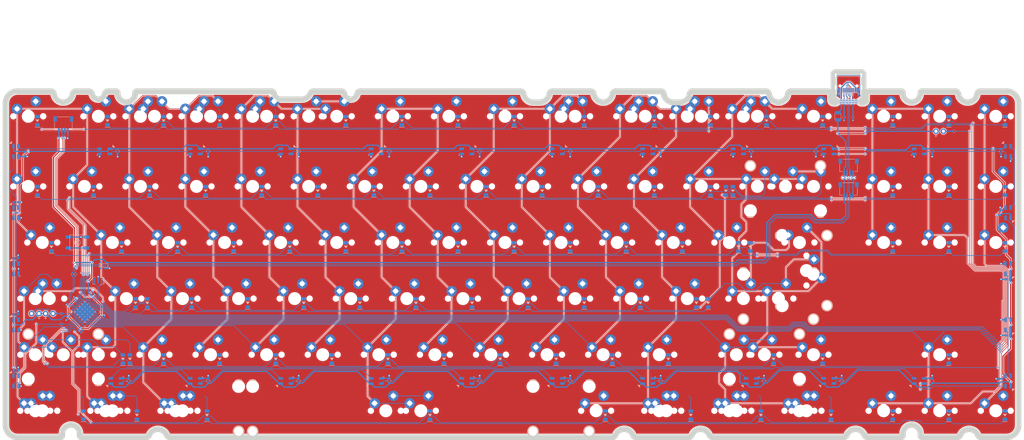
<source format=kicad_pcb>
(kicad_pcb (version 20171130) (host pcbnew "(5.1.12)-1")
  (layers (0 F.Cu signal) (31 B.Cu signal) (34 B.Paste user) (35 F.Paste user) (36 B.SilkS user) (37 F.SilkS user) (38 B.Mask user) (39 F.Mask user) (44 Edge.Cuts user))
  (net 0 "")
  (net 1 "Net-(U1-Pad17)")
  (net 2 "Net-(U1-Pad16)")
  (net 3 GND)
  (net 4 D+)
  (net 5 D-)
  (net 6 +5V)
  (net 7 "Net-(D4-Pad2)")
  (net 8 "Net-(D5-Pad2)")
  (net 9 "Net-(D6-Pad2)")
  (net 10 "Net-(D7-Pad2)")
  (net 11 "Net-(D8-Pad2)")
  (net 12 "Net-(D9-Pad2)")
  (net 13 "Net-(D10-Pad2)")
  (net 14 "Net-(D11-Pad2)")
  (net 15 "Net-(D12-Pad2)")
  (net 16 "Net-(D13-Pad2)")
  (net 17 "Net-(D14-Pad2)")
  (net 18 "Net-(D15-Pad2)")
  (net 19 "Net-(D16-Pad2)")
  (net 20 "Net-(D17-Pad2)")
  (net 21 "Net-(D18-Pad2)")
  (net 22 "Net-(D19-Pad2)")
  (net 23 "Net-(D20-Pad2)")
  (net 24 "Net-(D21-Pad2)")
  (net 25 "Net-(D22-Pad2)")
  (net 26 "Net-(D23-Pad2)")
  (net 27 "Net-(D24-Pad2)")
  (net 28 "Net-(D25-Pad2)")
  (net 29 "Net-(D26-Pad2)")
  (net 30 "Net-(D27-Pad2)")
  (net 31 "Net-(D28-Pad2)")
  (net 32 "Net-(D29-Pad2)")
  (net 33 "Net-(D30-Pad2)")
  (net 34 "Net-(D31-Pad2)")
  (net 35 "Net-(D32-Pad2)")
  (net 36 "Net-(D33-Pad2)")
  (net 37 "Net-(D34-Pad2)")
  (net 38 "Net-(D35-Pad2)")
  (net 39 "Net-(D36-Pad2)")
  (net 40 "Net-(D37-Pad2)")
  (net 41 "Net-(D38-Pad2)")
  (net 42 "Net-(D39-Pad2)")
  (net 43 "Net-(D40-Pad2)")
  (net 44 "Net-(D41-Pad2)")
  (net 45 "Net-(D42-Pad2)")
  (net 46 "Net-(D43-Pad2)")
  (net 47 "Net-(D44-Pad2)")
  (net 48 "Net-(D45-Pad2)")
  (net 49 "Net-(D46-Pad2)")
  (net 50 "Net-(D47-Pad2)")
  (net 51 "Net-(D48-Pad2)")
  (net 52 "Net-(D49-Pad2)")
  (net 53 "Net-(D50-Pad2)")
  (net 54 "Net-(D51-Pad2)")
  (net 55 "Net-(D52-Pad2)")
  (net 56 "Net-(D53-Pad2)")
  (net 57 "Net-(D54-Pad2)")
  (net 58 "Net-(D55-Pad2)")
  (net 59 "Net-(D56-Pad2)")
  (net 60 "Net-(D57-Pad2)")
  (net 61 "Net-(D58-Pad2)")
  (net 62 "Net-(D59-Pad2)")
  (net 63 "Net-(D60-Pad2)")
  (net 64 "Net-(D61-Pad2)")
  (net 65 "Net-(D62-Pad2)")
  (net 66 "Net-(D63-Pad2)")
  (net 67 "Net-(D64-Pad2)")
  (net 68 "Net-(D65-Pad2)")
  (net 69 "Net-(D66-Pad2)")
  (net 70 "Net-(D67-Pad2)")
  (net 71 "Net-(D68-Pad2)")
  (net 72 "Net-(D69-Pad2)")
  (net 73 "Net-(D70-Pad2)")
  (net 74 "Net-(D71-Pad2)")
  (net 75 "Net-(D72-Pad2)")
  (net 76 "Net-(D73-Pad2)")
  (net 77 "Net-(D74-Pad2)")
  (net 78 "Net-(D75-Pad2)")
  (net 79 "Net-(D76-Pad2)")
  (net 80 "Net-(D77-Pad2)")
  (net 81 "Net-(D78-Pad2)")
  (net 82 "Net-(D79-Pad2)")
  (net 83 "Net-(D80-Pad2)")
  (net 84 "Net-(D81-Pad2)")
  (net 85 "Net-(D82-Pad2)")
  (net 86 "Net-(D83-Pad2)")
  (net 87 "Net-(D84-Pad2)")
  (net 88 "Net-(D85-Pad2)")
  (net 89 "Net-(D86-Pad2)")
  (net 90 "Net-(D87-Pad2)")
  (net 91 "Net-(D88-Pad2)")
  (net 92 "Net-(D89-Pad2)")
  (net 93 "Net-(D91-Pad2)")
  (net 94 "Net-(D92-Pad2)")
  (net 95 "Net-(R4-Pad2)")
  (net 96 C0)
  (net 97 C1)
  (net 98 C2)
  (net 99 C3)
  (net 100 C4)
  (net 101 C5)
  (net 102 C6)
  (net 103 C7)
  (net 104 C8)
  (net 105 C-)
  (net 106 C+)
  (net 107 R3)
  (net 108 R0)
  (net 109 R1)
  (net 110 R5)
  (net 111 R4)
  (net 112 R2)
  (net 113 R6)
  (net 114 R8)
  (net 115 R10)
  (net 116 R7)
  (net 117 R9)
  (net 118 R11)
  (net 119 CC2)
  (net 120 CC1)
  (net 121 Shiled)
  (net 122 Fuse)
  (net 123 Scroll)
  (net 124 Caps)
  (net 125 "Net-(RGB1-Pad2)")
  (net 126 "Net-(RGB2-Pad2)")
  (net 127 "Net-(RGB3-Pad2)")
  (net 128 "Net-(RGB4-Pad2)")
  (net 129 "Net-(RGB5-Pad2)")
  (net 130 "Net-(RGB6-Pad2)")
  (net 131 "Net-(RGB10-Pad2)")
  (net 132 "Net-(RGB10-Pad4)")
  (net 133 "Net-(RGB11-Pad2)")
  (net 134 "Net-(RGB11-Pad4)")
  (net 135 "Net-(RGB12-Pad4)")
  (net 136 "Net-(RGB14-Pad2)")
  (net 137 "Net-(RGB15-Pad2)")
  (net 138 "Net-(RGB16-Pad2)")
  (net 139 "Net-(RGB17-Pad2)")
  (net 140 "Net-(RGB18-Pad2)")
  (net 141 "Net-(RGB20-Pad2)")
  (net 142 "Net-(C2-Pad2)")
  (net 143 "Net-(D1-Pad1)")
  (net 144 "Net-(D3-Pad1)")
  (net 145 "Net-(D90-Pad2)")
  (net 146 "Net-(D93-Pad2)")
  (net 147 "Net-(D94-Pad2)")
  (net 148 "Net-(R1-Pad2)")
  (net 149 "Net-(R5-Pad2)")
  (net 150 "Net-(RGB21-Pad2)")
  (net 151 "Net-(RGB22-Pad2)")
  (net 152 "Net-(RGB23-Pad2)")
  (net 153 "Net-(RGB24-Pad2)")
  (net 154 "Net-(RGB25-Pad2)")
  (net 155 "Net-(RGB26-Pad2)")
  (net 156 "Net-(RGB27-Pad2)")
  (net 157 "Net-(RGB28-Pad2)")
  (net 158 "Net-(RGB29-Pad2)")
  (net 159 Strip1)
  (net 160 Strip3)
  (net 161 Strip2)
  (module sanproject-keyboard-part:SKQG-1155865-2pin (layer B.Cu) (at 52.637337 76.099612)
    (fp_text reference SW1)
    (fp_text value SW_Push)
    (pad 1 smd rect (at 3.1 -1.85) (size 1.8 1.1) (layers B.Cu B.Paste B.Mask) (net 3 GND))
    (pad 2 smd rect (at -3.1 1.85) (size 1.8 1.1) (layers B.Cu B.Paste B.Mask) (net 148 "Net-(R1-Pad2)"))
    (pad 2 smd rect (at 3.1 1.85) (size 1.8 1.1) (layers B.Cu B.Paste B.Mask) (net 148 "Net-(R1-Pad2)"))
    (pad 1 smd rect (at -3.1 -1.85) (size 1.8 1.1) (layers B.Cu B.Paste B.Mask) (net 3 GND))
  )
  (module sanproject-keyboard-part:JST-SR-4 (layer B.Cu) (at 314.574837 55.587112)
    (fp_text reference J5)
    (fp_text value "Amber TKL")
    (pad "" smd rect (at 2.8 0.9) (size 1.2 1.8) (layers B.Cu B.Paste B.Mask))
    (pad "" smd rect (at -2.8 0.9) (size 1.2 1.8) (layers B.Cu B.Paste B.Mask))
    (pad 1 smd rect (at -1.5 4.775) (size 0.6 1.55) (layers B.Cu B.Paste B.Mask) (net 6 +5V))
    (pad 2 smd rect (at -0.5 4.775) (size 0.6 1.55) (layers B.Cu B.Paste B.Mask) (net 105 C-))
    (pad 4 smd rect (at 1.5 4.775) (size 0.6 1.55) (layers B.Cu B.Paste B.Mask) (net 3 GND))
    (pad 3 smd rect (at 0.5 4.775) (size 0.6 1.55) (layers B.Cu B.Paste B.Mask) (net 106 C+))
  )
  (module sanproject-keyboard-part:PinHeader_1x04_P1.27mm_Vertical (layer F.Cu) (at 314.574837 54.087112 90)
    (fp_text reference J4)
    (fp_text value Breakout)
    (pad 1 thru_hole circle (at 0 -1.905 90) (size 1 1) (drill 0.65) (layers *.Cu *.Mask) (net 6 +5V))
    (pad 2 thru_hole oval (at 0 -0.635 90) (size 1 1) (drill 0.65) (layers *.Cu *.Mask) (net 105 C-))
    (pad 3 thru_hole oval (at 0 0.635 90) (size 1 1) (drill 0.65) (layers *.Cu *.Mask) (net 106 C+))
    (pad 4 thru_hole oval (at 0 1.905 90) (size 1 1) (drill 0.65) (layers *.Cu *.Mask) (net 3 GND))
  )
  (module sanproject-keyboard-part:JST-SR-4 (layer B.Cu) (at 314.574837 47.587112)
    (fp_text reference J3)
    (fp_text value HIney/Mechlovin)
    (pad "" smd rect (at 2.8 0.9) (size 1.2 1.8) (layers B.Cu B.Paste B.Mask))
    (pad "" smd rect (at -2.8 0.9) (size 1.2 1.8) (layers B.Cu B.Paste B.Mask))
    (pad 1 smd rect (at -1.5 4.775) (size 0.6 1.55) (layers B.Cu B.Paste B.Mask) (net 6 +5V))
    (pad 2 smd rect (at -0.5 4.775) (size 0.6 1.55) (layers B.Cu B.Paste B.Mask) (net 105 C-))
    (pad 4 smd rect (at 1.5 4.775) (size 0.6 1.55) (layers B.Cu B.Paste B.Mask) (net 3 GND))
    (pad 3 smd rect (at 0.5 4.775) (size 0.6 1.55) (layers B.Cu B.Paste B.Mask) (net 106 C+))
  )
  (module MX_Solder_SawnsProjects_AntiShear:MXOnly-1U-NoLED (layer F.Cu) (at 345.531087 133.249612)
    (fp_text reference MX108)
    (fp_text value 1U)
    (pad 1 thru_hole circle (at -3.81 -1.49 180) (size 0.4 0.4) (drill 0.3) (layers *.Cu B.Mask) (net 103 C7))
    (pad 2 thru_hole circle (at 2.54 -6.13) (size 0.4 0.4) (drill 0.3) (layers *.Cu B.Mask) (net 145 "Net-(D90-Pad2)"))
    (pad 1 smd circle (at -3.81 -2.54) (size 3.6 3.6) (layers B.Cu) (net 103 C7))
    (pad 1 thru_hole circle (at -3.81 -2.54) (size 2.5 2.5) (drill 1.7) (layers *.Cu) (net 103 C7))
    (pad "" np_thru_hole circle (at -5.08 0 48.0996) (size 1.75 1.75) (drill 1.75) (layers *.Cu *.Mask))
    (pad 2 thru_hole circle (at 1.49 -5.08 90) (size 0.4 0.4) (drill 0.3) (layers *.Cu B.Mask) (net 145 "Net-(D90-Pad2)"))
    (pad 2 thru_hole circle (at 2.54 -4.03 180) (size 0.4 0.4) (drill 0.3) (layers *.Cu B.Mask) (net 145 "Net-(D90-Pad2)"))
    (pad 2 smd circle (at 2.54 -5.08) (size 3.6 3.6) (layers B.Cu) (net 145 "Net-(D90-Pad2)"))
    (pad 2 thru_hole circle (at 2.54 -5.08) (size 2.5 2.5) (drill 1.7) (layers *.Cu) (net 145 "Net-(D90-Pad2)"))
    (pad 1 thru_hole circle (at -4.86 -2.54 90) (size 0.4 0.4) (drill 0.3) (layers *.Cu B.Mask) (net 103 C7))
    (pad "" np_thru_hole circle (at 5.08 0 48.0996) (size 1.75 1.75) (drill 1.75) (layers *.Cu *.Mask))
    (pad 1 thru_hole circle (at -2.76 -2.54 270) (size 0.4 0.4) (drill 0.3) (layers *.Cu B.Mask) (net 103 C7))
    (pad 1 thru_hole circle (at -3.81 -3.59) (size 0.4 0.4) (drill 0.3) (layers *.Cu B.Mask) (net 103 C7))
    (pad "" np_thru_hole circle (at 0 0) (size 3.9878 3.9878) (drill 3.9878) (layers *.Cu *.Mask))
    (pad 2 thru_hole circle (at 3.59 -5.08 270) (size 0.4 0.4) (drill 0.3) (layers *.Cu B.Mask) (net 145 "Net-(D90-Pad2)"))
  )
  (module sanproject-keyboard-part:C_0603 (layer B.Cu) (at 31.801293 62.407438)
    (fp_text reference C38)
    (fp_text value 0.1uF)
    (pad 2 smd rect (at 0.75 0) (size 0.8 0.75) (layers B.Cu B.Paste B.Mask) (net 3 GND))
    (pad 1 smd rect (at -0.75 0) (size 0.8 0.75) (layers B.Cu B.Paste B.Mask) (net 6 +5V))
  )
  (module sanproject-keyboard-part:C_0603 (layer B.Cu) (at 31.801293 119.557582 180)
    (fp_text reference C37)
    (fp_text value 0.1uF)
    (pad 2 smd rect (at 0.75 0 180) (size 0.8 0.75) (layers B.Cu B.Paste B.Mask) (net 6 +5V))
    (pad 1 smd rect (at -0.75 0 180) (size 0.8 0.75) (layers B.Cu B.Paste B.Mask) (net 3 GND))
  )
  (module sanproject-keyboard-part:C_0603 (layer B.Cu) (at 368.749017 107.651302 180)
    (fp_text reference C36)
    (fp_text value 0.1uF)
    (pad 2 smd rect (at 0.75 0 180) (size 0.8 0.75) (layers B.Cu B.Paste B.Mask) (net 3 GND))
    (pad 1 smd rect (at -0.75 0 180) (size 0.8 0.75) (layers B.Cu B.Paste B.Mask) (net 6 +5V))
  )
  (module sanproject-keyboard-part:C_0603 (layer B.Cu) (at 366.367761 45.143332 90)
    (fp_text reference C35)
    (fp_text value 0.1uF)
    (pad 2 smd rect (at 0.75 0 90) (size 0.8 0.75) (layers B.Cu B.Paste B.Mask) (net 6 +5V))
    (pad 1 smd rect (at -0.75 0 90) (size 0.8 0.75) (layers B.Cu B.Paste B.Mask) (net 3 GND))
  )
  (module sanproject-keyboard-part:C_0603 (layer B.Cu) (at 31.801293 81.457486)
    (fp_text reference C34)
    (fp_text value 0.1uF)
    (pad 2 smd rect (at 0.75 0) (size 0.8 0.75) (layers B.Cu B.Paste B.Mask) (net 3 GND))
    (pad 1 smd rect (at -0.75 0) (size 0.8 0.75) (layers B.Cu B.Paste B.Mask) (net 6 +5V))
  )
  (module sanproject-keyboard-part:C_0603 (layer B.Cu) (at 34.777863 46.036303 90)
    (fp_text reference C33)
    (fp_text value 0.1uF)
    (pad 2 smd rect (at 0.75 0 90) (size 0.8 0.75) (layers B.Cu B.Paste B.Mask) (net 6 +5V))
    (pad 1 smd rect (at -0.75 0 90) (size 0.8 0.75) (layers B.Cu B.Paste B.Mask) (net 3 GND))
  )
  (module sanproject-keyboard-part:C_0603 (layer B.Cu) (at 368.749017 88.601254 180)
    (fp_text reference C32)
    (fp_text value 0.1uF)
    (pad 2 smd rect (at 0.75 0 180) (size 0.8 0.75) (layers B.Cu B.Paste B.Mask) (net 3 GND))
    (pad 1 smd rect (at -0.75 0 180) (size 0.8 0.75) (layers B.Cu B.Paste B.Mask) (net 6 +5V))
  )
  (module sanproject-keyboard-part:C_0603 (layer B.Cu) (at 31.801293 100.507534 180)
    (fp_text reference C31)
    (fp_text value 0.1uF)
    (pad 2 smd rect (at 0.75 0 180) (size 0.8 0.75) (layers B.Cu B.Paste B.Mask) (net 6 +5V))
    (pad 1 smd rect (at -0.75 0 180) (size 0.8 0.75) (layers B.Cu B.Paste B.Mask) (net 3 GND))
  )
  (module sanproject-keyboard-part:C_0603 (layer B.Cu) (at 366.070104 65.979322 90)
    (fp_text reference C30)
    (fp_text value 0.1uF)
    (pad 2 smd rect (at 0.75 0 90) (size 0.8 0.75) (layers B.Cu B.Paste B.Mask) (net 3 GND))
    (pad 1 smd rect (at -0.75 0 90) (size 0.8 0.75) (layers B.Cu B.Paste B.Mask) (net 6 +5V))
  )
  (module sanproject-keyboard-part:C_0603 (layer B.Cu) (at 365.772447 123.129466 270)
    (fp_text reference C29)
    (fp_text value 0.1uF)
    (pad 2 smd rect (at 0.75 0 270) (size 0.8 0.75) (layers B.Cu B.Paste B.Mask) (net 6 +5V))
    (pad 1 smd rect (at -0.75 0 270) (size 0.8 0.75) (layers B.Cu B.Paste B.Mask) (net 3 GND))
  )
  (module sanproject-keyboard-part:C_0603 (layer B.Cu) (at 66.32955 45.143352 90)
    (fp_text reference C9)
    (fp_text value 0.1uF)
    (pad 2 smd rect (at 0.75 0 90) (size 0.8 0.75) (layers B.Cu B.Paste B.Mask) (net 6 +5V))
    (pad 1 smd rect (at -0.75 0 90) (size 0.8 0.75) (layers B.Cu B.Paste B.Mask) (net 3 GND))
  )
  (module sanproject-keyboard-part:C_0603 (layer B.Cu) (at 97.06955 123.129355 90)
    (fp_text reference C28)
    (fp_text value 0.1uF)
    (pad 2 smd rect (at 0.75 0 90) (size 0.8 0.75) (layers B.Cu B.Paste B.Mask) (net 3 GND))
    (pad 1 smd rect (at -0.75 0 90) (size 0.8 0.75) (layers B.Cu B.Paste B.Mask) (net 6 +5V))
  )
  (module sanproject-keyboard-part:C_0603 (layer B.Cu) (at 127.80955 123.129355 90)
    (fp_text reference C27)
    (fp_text value 0.1uF)
    (pad 2 smd rect (at 0.75 0 90) (size 0.8 0.75) (layers B.Cu B.Paste B.Mask) (net 3 GND))
    (pad 1 smd rect (at -0.75 0 90) (size 0.8 0.75) (layers B.Cu B.Paste B.Mask) (net 6 +5V))
  )
  (module sanproject-keyboard-part:C_0603 (layer B.Cu) (at 189.28955 123.129355 90)
    (fp_text reference C26)
    (fp_text value 0.1uF)
    (pad 2 smd rect (at 0.75 0 90) (size 0.8 0.75) (layers B.Cu B.Paste B.Mask) (net 3 GND))
    (pad 1 smd rect (at -0.75 0 90) (size 0.8 0.75) (layers B.Cu B.Paste B.Mask) (net 6 +5V))
  )
  (module sanproject-keyboard-part:C_0603 (layer B.Cu) (at 342.98955 123.129355 90)
    (fp_text reference C25)
    (fp_text value 0.1uF)
    (pad 2 smd rect (at 0.75 0 90) (size 0.8 0.75) (layers B.Cu B.Paste B.Mask) (net 3 GND))
    (pad 1 smd rect (at -0.75 0 90) (size 0.8 0.75) (layers B.Cu B.Paste B.Mask) (net 6 +5V))
  )
  (module sanproject-keyboard-part:C_0603 (layer B.Cu) (at 70.11955 123.129355 90)
    (fp_text reference C24)
    (fp_text value 0.1uF)
    (pad 2 smd rect (at 0.75 0 90) (size 0.8 0.75) (layers B.Cu B.Paste B.Mask) (net 3 GND))
    (pad 1 smd rect (at -0.75 0 90) (size 0.8 0.75) (layers B.Cu B.Paste B.Mask) (net 6 +5V))
  )
  (module sanproject-keyboard-part:C_0603 (layer B.Cu) (at 220.02955 123.129355 90)
    (fp_text reference C23)
    (fp_text value 0.1uF)
    (pad 2 smd rect (at 0.75 0 90) (size 0.8 0.75) (layers B.Cu B.Paste B.Mask) (net 3 GND))
    (pad 1 smd rect (at -0.75 0 90) (size 0.8 0.75) (layers B.Cu B.Paste B.Mask) (net 6 +5V))
  )
  (module sanproject-keyboard-part:C_0603 (layer B.Cu) (at 312.253867 123.129355 90)
    (fp_text reference C22)
    (fp_text value 0.1uF)
    (pad 2 smd rect (at 0.75 0 90) (size 0.8 0.75) (layers B.Cu B.Paste B.Mask) (net 3 GND))
    (pad 1 smd rect (at -0.75 0 90) (size 0.8 0.75) (layers B.Cu B.Paste B.Mask) (net 6 +5V))
  )
  (module sanproject-keyboard-part:C_0603 (layer B.Cu) (at 158.54955 123.129355 90)
    (fp_text reference C21)
    (fp_text value 0.1uF)
    (pad 2 smd rect (at 0.75 0 90) (size 0.8 0.75) (layers B.Cu B.Paste B.Mask) (net 3 GND))
    (pad 1 smd rect (at -0.75 0 90) (size 0.8 0.75) (layers B.Cu B.Paste B.Mask) (net 6 +5V))
  )
  (module sanproject-keyboard-part:C_0603 (layer B.Cu) (at 285.837869 123.129355 90)
    (fp_text reference C20)
    (fp_text value 0.1uF)
    (pad 2 smd rect (at 0.75 0 90) (size 0.8 0.75) (layers B.Cu B.Paste B.Mask) (net 3 GND))
    (pad 1 smd rect (at -0.75 0 90) (size 0.8 0.75) (layers B.Cu B.Paste B.Mask) (net 6 +5V))
  )
  (module sanproject-keyboard-part:C_0603 (layer B.Cu) (at 250.76955 123.129355 90)
    (fp_text reference C19)
    (fp_text value 0.1uF)
    (pad 2 smd rect (at 0.75 0 90) (size 0.8 0.75) (layers B.Cu B.Paste B.Mask) (net 3 GND))
    (pad 1 smd rect (at -0.75 0 90) (size 0.8 0.75) (layers B.Cu B.Paste B.Mask) (net 6 +5V))
  )
  (module sanproject-keyboard-part:C_0603 (layer B.Cu) (at 342.98955 45.143352 90)
    (fp_text reference C18)
    (fp_text value 0.1uF)
    (pad 2 smd rect (at 0.75 0 90) (size 0.8 0.75) (layers B.Cu B.Paste B.Mask) (net 6 +5V))
    (pad 1 smd rect (at -0.75 0 90) (size 0.8 0.75) (layers B.Cu B.Paste B.Mask) (net 3 GND))
  )
  (module sanproject-keyboard-part:C_0603 (layer B.Cu) (at 303.479344 45.143352 90)
    (fp_text reference C17)
    (fp_text value 0.1uF)
    (pad 2 smd rect (at 0.75 0 90) (size 0.8 0.75) (layers B.Cu B.Paste B.Mask) (net 6 +5V))
    (pad 1 smd rect (at -0.75 0 90) (size 0.8 0.75) (layers B.Cu B.Paste B.Mask) (net 3 GND))
  )
  (module sanproject-keyboard-part:C_0603 (layer B.Cu) (at 189.28955 45.143352 90)
    (fp_text reference C16)
    (fp_text value 0.1uF)
    (pad 2 smd rect (at 0.75 0 90) (size 0.8 0.75) (layers B.Cu B.Paste B.Mask) (net 6 +5V))
    (pad 1 smd rect (at -0.75 0 90) (size 0.8 0.75) (layers B.Cu B.Paste B.Mask) (net 3 GND))
  )
  (module sanproject-keyboard-part:C_0603 (layer B.Cu) (at 281.50955 45.143352 90)
    (fp_text reference C15)
    (fp_text value 0.1uF)
    (pad 2 smd rect (at 0.75 0 90) (size 0.8 0.75) (layers B.Cu B.Paste B.Mask) (net 6 +5V))
    (pad 1 smd rect (at -0.75 0 90) (size 0.8 0.75) (layers B.Cu B.Paste B.Mask) (net 3 GND))
  )
  (module sanproject-keyboard-part:C_0603 (layer B.Cu) (at 220.02955 45.143352 90)
    (fp_text reference C14)
    (fp_text value 0.1uF)
    (pad 2 smd rect (at 0.75 0 90) (size 0.8 0.75) (layers B.Cu B.Paste B.Mask) (net 6 +5V))
    (pad 1 smd rect (at -0.75 0 90) (size 0.8 0.75) (layers B.Cu B.Paste B.Mask) (net 3 GND))
  )
  (module sanproject-keyboard-part:C_0603 (layer B.Cu) (at 158.54955 45.143352 90)
    (fp_text reference C13)
    (fp_text value 0.1uF)
    (pad 2 smd rect (at 0.75 0 90) (size 0.8 0.75) (layers B.Cu B.Paste B.Mask) (net 6 +5V))
    (pad 1 smd rect (at -0.75 0 90) (size 0.8 0.75) (layers B.Cu B.Paste B.Mask) (net 3 GND))
  )
  (module sanproject-keyboard-part:C_0603 (layer B.Cu) (at 250.76955 45.143352 90)
    (fp_text reference C12)
    (fp_text value 0.1uF)
    (pad 2 smd rect (at 0.75 0 90) (size 0.8 0.75) (layers B.Cu B.Paste B.Mask) (net 6 +5V))
    (pad 1 smd rect (at -0.75 0 90) (size 0.8 0.75) (layers B.Cu B.Paste B.Mask) (net 3 GND))
  )
  (module sanproject-keyboard-part:C_0603 (layer B.Cu) (at 127.80955 45.143352 90)
    (fp_text reference C11)
    (fp_text value 0.1uF)
    (pad 2 smd rect (at 0.75 0 90) (size 0.8 0.75) (layers B.Cu B.Paste B.Mask) (net 6 +5V))
    (pad 1 smd rect (at -0.75 0 90) (size 0.8 0.75) (layers B.Cu B.Paste B.Mask) (net 3 GND))
  )
  (module sanproject-keyboard-part:C_0603 (layer B.Cu) (at 97.06955 45.143352 90)
    (fp_text reference C10)
    (fp_text value 0.1uF)
    (pad 2 smd rect (at 0.75 0 90) (size 0.8 0.75) (layers B.Cu B.Paste B.Mask) (net 6 +5V))
    (pad 1 smd rect (at -0.75 0 90) (size 0.8 0.75) (layers B.Cu B.Paste B.Mask) (net 3 GND))
  )
  (module sanproject-keyboard-part:LED_SK6812MINI_PLCC4_3.5x3.5mm_P1.75mm (layer B.Cu) (at 92.685719 45.143352 180)
    (fp_text reference RGB5)
    (fp_text value WS2812B)
    (pad 3 smd rect (at 1.75 -0.875 180) (size 1.6 0.85) (layers B.Cu B.Paste B.Mask) (net 3 GND))
    (pad 1 smd rect (at -1.75 0.875 180) (size 1.6 0.85) (layers B.Cu B.Paste B.Mask) (net 6 +5V))
    (pad 4 smd rect (at 1.75 0.875 180) (size 1.6 0.85) (layers B.Cu B.Paste B.Mask) (net 126 "Net-(RGB2-Pad2)"))
    (pad 2 smd rect (at -1.75 -0.875 180) (size 1.6 0.85) (layers B.Cu B.Paste B.Mask) (net 129 "Net-(RGB5-Pad2)"))
  )
  (module sanproject-keyboard-part:LED_SK6812MINI_PLCC4_3.5x3.5mm_P1.75mm (layer B.Cu) (at 65.734237 123.129355)
    (fp_text reference RGB30)
    (fp_text value WS2812B)
    (pad 3 smd rect (at 1.75 -0.875) (size 1.6 0.85) (layers B.Cu B.Paste B.Mask) (net 3 GND))
    (pad 1 smd rect (at -1.75 0.875) (size 1.6 0.85) (layers B.Cu B.Paste B.Mask) (net 6 +5V))
    (pad 4 smd rect (at 1.75 0.875) (size 1.6 0.85) (layers B.Cu B.Paste B.Mask) (net 158 "Net-(RGB29-Pad2)"))
    (pad 2 smd rect (at -1.75 -0.875) (size 1.6 0.85) (layers B.Cu B.Paste B.Mask))
  )
  (module sanproject-keyboard-part:LED_SK6812MINI_PLCC4_3.5x3.5mm_P1.75mm (layer B.Cu) (at 92.683867 123.129355)
    (fp_text reference RGB29)
    (fp_text value WS2812B)
    (pad 3 smd rect (at 1.75 -0.875) (size 1.6 0.85) (layers B.Cu B.Paste B.Mask) (net 3 GND))
    (pad 1 smd rect (at -1.75 0.875) (size 1.6 0.85) (layers B.Cu B.Paste B.Mask) (net 6 +5V))
    (pad 4 smd rect (at 1.75 0.875) (size 1.6 0.85) (layers B.Cu B.Paste B.Mask) (net 157 "Net-(RGB28-Pad2)"))
    (pad 2 smd rect (at -1.75 -0.875) (size 1.6 0.85) (layers B.Cu B.Paste B.Mask) (net 158 "Net-(RGB29-Pad2)"))
  )
  (module sanproject-keyboard-part:LED_SK6812MINI_PLCC4_3.5x3.5mm_P1.75mm (layer B.Cu) (at 123.423867 123.129355)
    (fp_text reference RGB28)
    (fp_text value WS2812B)
    (pad 3 smd rect (at 1.75 -0.875) (size 1.6 0.85) (layers B.Cu B.Paste B.Mask) (net 3 GND))
    (pad 1 smd rect (at -1.75 0.875) (size 1.6 0.85) (layers B.Cu B.Paste B.Mask) (net 6 +5V))
    (pad 4 smd rect (at 1.75 0.875) (size 1.6 0.85) (layers B.Cu B.Paste B.Mask) (net 156 "Net-(RGB27-Pad2)"))
    (pad 2 smd rect (at -1.75 -0.875) (size 1.6 0.85) (layers B.Cu B.Paste B.Mask) (net 157 "Net-(RGB28-Pad2)"))
  )
  (module sanproject-keyboard-part:LED_SK6812MINI_PLCC4_3.5x3.5mm_P1.75mm (layer B.Cu) (at 154.163867 123.129355)
    (fp_text reference RGB27)
    (fp_text value WS2812B)
    (pad 3 smd rect (at 1.75 -0.875) (size 1.6 0.85) (layers B.Cu B.Paste B.Mask) (net 3 GND))
    (pad 1 smd rect (at -1.75 0.875) (size 1.6 0.85) (layers B.Cu B.Paste B.Mask) (net 6 +5V))
    (pad 4 smd rect (at 1.75 0.875) (size 1.6 0.85) (layers B.Cu B.Paste B.Mask) (net 155 "Net-(RGB26-Pad2)"))
    (pad 2 smd rect (at -1.75 -0.875) (size 1.6 0.85) (layers B.Cu B.Paste B.Mask) (net 156 "Net-(RGB27-Pad2)"))
  )
  (module sanproject-keyboard-part:LED_SK6812MINI_PLCC4_3.5x3.5mm_P1.75mm (layer B.Cu) (at 184.903867 123.129355)
    (fp_text reference RGB26)
    (fp_text value WS2812B)
    (pad 3 smd rect (at 1.75 -0.875) (size 1.6 0.85) (layers B.Cu B.Paste B.Mask) (net 3 GND))
    (pad 1 smd rect (at -1.75 0.875) (size 1.6 0.85) (layers B.Cu B.Paste B.Mask) (net 6 +5V))
    (pad 4 smd rect (at 1.75 0.875) (size 1.6 0.85) (layers B.Cu B.Paste B.Mask) (net 154 "Net-(RGB25-Pad2)"))
    (pad 2 smd rect (at -1.75 -0.875) (size 1.6 0.85) (layers B.Cu B.Paste B.Mask) (net 155 "Net-(RGB26-Pad2)"))
  )
  (module sanproject-keyboard-part:LED_SK6812MINI_PLCC4_3.5x3.5mm_P1.75mm (layer B.Cu) (at 215.643867 123.129355)
    (fp_text reference RGB25)
    (fp_text value WS2812B)
    (pad 3 smd rect (at 1.75 -0.875) (size 1.6 0.85) (layers B.Cu B.Paste B.Mask) (net 3 GND))
    (pad 1 smd rect (at -1.75 0.875) (size 1.6 0.85) (layers B.Cu B.Paste B.Mask) (net 6 +5V))
    (pad 4 smd rect (at 1.75 0.875) (size 1.6 0.85) (layers B.Cu B.Paste B.Mask) (net 153 "Net-(RGB24-Pad2)"))
    (pad 2 smd rect (at -1.75 -0.875) (size 1.6 0.85) (layers B.Cu B.Paste B.Mask) (net 154 "Net-(RGB25-Pad2)"))
  )
  (module sanproject-keyboard-part:LED_SK6812MINI_PLCC4_3.5x3.5mm_P1.75mm (layer B.Cu) (at 246.383867 123.129355)
    (fp_text reference RGB24)
    (fp_text value WS2812B)
    (pad 3 smd rect (at 1.75 -0.875) (size 1.6 0.85) (layers B.Cu B.Paste B.Mask) (net 3 GND))
    (pad 1 smd rect (at -1.75 0.875) (size 1.6 0.85) (layers B.Cu B.Paste B.Mask) (net 6 +5V))
    (pad 4 smd rect (at 1.75 0.875) (size 1.6 0.85) (layers B.Cu B.Paste B.Mask) (net 152 "Net-(RGB23-Pad2)"))
    (pad 2 smd rect (at -1.75 -0.875) (size 1.6 0.85) (layers B.Cu B.Paste B.Mask) (net 153 "Net-(RGB24-Pad2)"))
  )
  (module sanproject-keyboard-part:LED_SK6812MINI_PLCC4_3.5x3.5mm_P1.75mm (layer B.Cu) (at 281.535202 123.129355)
    (fp_text reference RGB23)
    (fp_text value WS2812B)
    (pad 3 smd rect (at 1.75 -0.875) (size 1.6 0.85) (layers B.Cu B.Paste B.Mask) (net 3 GND))
    (pad 1 smd rect (at -1.75 0.875) (size 1.6 0.85) (layers B.Cu B.Paste B.Mask) (net 6 +5V))
    (pad 4 smd rect (at 1.75 0.875) (size 1.6 0.85) (layers B.Cu B.Paste B.Mask) (net 151 "Net-(RGB22-Pad2)"))
    (pad 2 smd rect (at -1.75 -0.875) (size 1.6 0.85) (layers B.Cu B.Paste B.Mask) (net 152 "Net-(RGB23-Pad2)"))
  )
  (module sanproject-keyboard-part:LED_SK6812MINI_PLCC4_3.5x3.5mm_P1.75mm (layer B.Cu) (at 307.863867 123.129355)
    (fp_text reference RGB22)
    (fp_text value WS2812B)
    (pad 3 smd rect (at 1.75 -0.875) (size 1.6 0.85) (layers B.Cu B.Paste B.Mask) (net 3 GND))
    (pad 1 smd rect (at -1.75 0.875) (size 1.6 0.85) (layers B.Cu B.Paste B.Mask) (net 6 +5V))
    (pad 4 smd rect (at 1.75 0.875) (size 1.6 0.85) (layers B.Cu B.Paste B.Mask) (net 150 "Net-(RGB21-Pad2)"))
    (pad 2 smd rect (at -1.75 -0.875) (size 1.6 0.85) (layers B.Cu B.Paste B.Mask) (net 151 "Net-(RGB22-Pad2)"))
  )
  (module sanproject-keyboard-part:LED_SK6812MINI_PLCC4_3.5x3.5mm_P1.75mm (layer B.Cu) (at 338.603867 123.129355)
    (fp_text reference RGB21)
    (fp_text value WS2812B)
    (pad 3 smd rect (at 1.75 -0.875) (size 1.6 0.85) (layers B.Cu B.Paste B.Mask) (net 3 GND))
    (pad 1 smd rect (at -1.75 0.875) (size 1.6 0.85) (layers B.Cu B.Paste B.Mask) (net 6 +5V))
    (pad 4 smd rect (at 1.75 0.875) (size 1.6 0.85) (layers B.Cu B.Paste B.Mask) (net 160 Strip3))
    (pad 2 smd rect (at -1.75 -0.875) (size 1.6 0.85) (layers B.Cu B.Paste B.Mask) (net 150 "Net-(RGB21-Pad2)"))
  )
  (module MX_Solder_SawnsProjects_AntiShear:MXOnly-1.5U-NoLED (layer F.Cu) (at 297.906087 133.249612)
    (fp_text reference MX91)
    (fp_text value 1.5U)
    (pad 2 thru_hole circle (at 2.54 -6.13) (size 0.4 0.4) (drill 0.3) (layers *.Cu B.Mask) (net 84 "Net-(D81-Pad2)"))
    (pad 1 thru_hole circle (at -3.81 -1.49 180) (size 0.4 0.4) (drill 0.3) (layers *.Cu B.Mask) (net 102 C6))
    (pad 2 thru_hole circle (at 3.59 -5.08 270) (size 0.4 0.4) (drill 0.3) (layers *.Cu B.Mask) (net 84 "Net-(D81-Pad2)"))
    (pad 1 thru_hole circle (at -3.81 -3.59) (size 0.4 0.4) (drill 0.3) (layers *.Cu B.Mask) (net 102 C6))
    (pad 1 thru_hole circle (at -4.86 -2.54 90) (size 0.4 0.4) (drill 0.3) (layers *.Cu B.Mask) (net 102 C6))
    (pad 2 thru_hole circle (at 1.49 -5.08 90) (size 0.4 0.4) (drill 0.3) (layers *.Cu B.Mask) (net 84 "Net-(D81-Pad2)"))
    (pad 1 thru_hole circle (at -2.76 -2.54 270) (size 0.4 0.4) (drill 0.3) (layers *.Cu B.Mask) (net 102 C6))
    (pad 2 thru_hole circle (at 2.54 -4.03 180) (size 0.4 0.4) (drill 0.3) (layers *.Cu B.Mask) (net 84 "Net-(D81-Pad2)"))
    (pad "" np_thru_hole circle (at 5.08 0 48.0996) (size 1.75 1.75) (drill 1.75) (layers *.Cu *.Mask))
    (pad "" np_thru_hole circle (at -5.08 0 48.0996) (size 1.75 1.75) (drill 1.75) (layers *.Cu *.Mask))
    (pad 1 thru_hole circle (at -3.81 -2.54) (size 2.5 2.5) (drill 1.7) (layers *.Cu) (net 102 C6))
    (pad 2 thru_hole circle (at 2.54 -5.08) (size 2.5 2.5) (drill 1.7) (layers *.Cu) (net 84 "Net-(D81-Pad2)"))
    (pad 1 smd circle (at -3.81 -2.54) (size 3.6 3.6) (layers B.Cu) (net 102 C6))
    (pad "" np_thru_hole circle (at 0 0) (size 3.9878 3.9878) (drill 3.9878) (layers *.Cu *.Mask))
    (pad 2 smd circle (at 2.54 -5.08) (size 3.6 3.6) (layers B.Cu) (net 84 "Net-(D81-Pad2)"))
  )
  (module MX_Solder_SawnsProjects_AntiShear:MXOnly-1U-NoLED (layer F.Cu) (at 69.306087 95.149612)
    (fp_text reference MX14)
    (fp_text value 1U)
    (pad 1 thru_hole circle (at -3.81 -1.49 180) (size 0.4 0.4) (drill 0.3) (layers *.Cu B.Mask) (net 96 C0))
    (pad 2 thru_hole circle (at 2.54 -6.13) (size 0.4 0.4) (drill 0.3) (layers *.Cu B.Mask) (net 16 "Net-(D13-Pad2)"))
    (pad 1 smd circle (at -3.81 -2.54) (size 3.6 3.6) (layers B.Cu) (net 96 C0))
    (pad 1 thru_hole circle (at -3.81 -2.54) (size 2.5 2.5) (drill 1.7) (layers *.Cu) (net 96 C0))
    (pad "" np_thru_hole circle (at -5.08 0 48.0996) (size 1.75 1.75) (drill 1.75) (layers *.Cu *.Mask))
    (pad 2 thru_hole circle (at 1.49 -5.08 90) (size 0.4 0.4) (drill 0.3) (layers *.Cu B.Mask) (net 16 "Net-(D13-Pad2)"))
    (pad 2 thru_hole circle (at 2.54 -4.03 180) (size 0.4 0.4) (drill 0.3) (layers *.Cu B.Mask) (net 16 "Net-(D13-Pad2)"))
    (pad 2 smd circle (at 2.54 -5.08) (size 3.6 3.6) (layers B.Cu) (net 16 "Net-(D13-Pad2)"))
    (pad 2 thru_hole circle (at 2.54 -5.08) (size 2.5 2.5) (drill 1.7) (layers *.Cu) (net 16 "Net-(D13-Pad2)"))
    (pad 1 thru_hole circle (at -4.86 -2.54 90) (size 0.4 0.4) (drill 0.3) (layers *.Cu B.Mask) (net 96 C0))
    (pad "" np_thru_hole circle (at 5.08 0 48.0996) (size 1.75 1.75) (drill 1.75) (layers *.Cu *.Mask))
    (pad 1 thru_hole circle (at -2.76 -2.54 270) (size 0.4 0.4) (drill 0.3) (layers *.Cu B.Mask) (net 96 C0))
    (pad 1 thru_hole circle (at -3.81 -3.59) (size 0.4 0.4) (drill 0.3) (layers *.Cu B.Mask) (net 96 C0))
    (pad "" np_thru_hole circle (at 0 0) (size 3.9878 3.9878) (drill 3.9878) (layers *.Cu *.Mask))
    (pad 2 thru_hole circle (at 3.59 -5.08 270) (size 0.4 0.4) (drill 0.3) (layers *.Cu B.Mask) (net 16 "Net-(D13-Pad2)"))
  )
  (module sanproject-keyboard-part:LED_SK6812MINI_PLCC4_3.5x3.5mm_P1.75mm (layer B.Cu) (at 368.749017 123.129355 90)
    (fp_text reference RGB12)
    (fp_text value WS2812B)
    (pad 3 smd rect (at 1.75 -0.875 90) (size 1.6 0.85) (layers B.Cu B.Paste B.Mask) (net 3 GND))
    (pad 1 smd rect (at -1.75 0.875 90) (size 1.6 0.85) (layers B.Cu B.Paste B.Mask) (net 6 +5V))
    (pad 4 smd rect (at 1.75 0.875 90) (size 1.6 0.85) (layers B.Cu B.Paste B.Mask) (net 135 "Net-(RGB12-Pad4)"))
    (pad 2 smd rect (at -1.75 -0.875 90) (size 1.6 0.85) (layers B.Cu B.Paste B.Mask) (net 160 Strip3))
  )
  (module sanproject-keyboard-part:LED_SK6812MINI_PLCC4_3.5x3.5mm_P1.75mm (layer B.Cu) (at 368.749017 104.079339 90)
    (fp_text reference RGB9)
    (fp_text value WS2812B)
    (pad 3 smd rect (at 1.75 -0.875 90) (size 1.6 0.85) (layers B.Cu B.Paste B.Mask) (net 3 GND))
    (pad 1 smd rect (at -1.75 0.875 90) (size 1.6 0.85) (layers B.Cu B.Paste B.Mask) (net 6 +5V))
    (pad 4 smd rect (at 1.75 0.875 90) (size 1.6 0.85) (layers B.Cu B.Paste B.Mask) (net 130 "Net-(RGB6-Pad2)"))
    (pad 2 smd rect (at -1.75 -0.875 90) (size 1.6 0.85) (layers B.Cu B.Paste B.Mask) (net 135 "Net-(RGB12-Pad4)"))
  )
  (module sanproject-keyboard-part:LED_SK6812MINI_PLCC4_3.5x3.5mm_P1.75mm (layer B.Cu) (at 368.749017 85.02937 90)
    (fp_text reference RGB6)
    (fp_text value WS2812B)
    (pad 3 smd rect (at 1.75 -0.875 90) (size 1.6 0.85) (layers B.Cu B.Paste B.Mask) (net 3 GND))
    (pad 1 smd rect (at -1.75 0.875 90) (size 1.6 0.85) (layers B.Cu B.Paste B.Mask) (net 6 +5V))
    (pad 4 smd rect (at 1.75 0.875 90) (size 1.6 0.85) (layers B.Cu B.Paste B.Mask) (net 127 "Net-(RGB3-Pad2)"))
    (pad 2 smd rect (at -1.75 -0.875 90) (size 1.6 0.85) (layers B.Cu B.Paste B.Mask) (net 130 "Net-(RGB6-Pad2)"))
  )
  (module sanproject-keyboard-part:LED_SK6812MINI_PLCC4_3.5x3.5mm_P1.75mm (layer B.Cu) (at 368.749017 65.979307 90)
    (fp_text reference RGB3)
    (fp_text value WS2812B)
    (pad 3 smd rect (at 1.75 -0.875 90) (size 1.6 0.85) (layers B.Cu B.Paste B.Mask) (net 3 GND))
    (pad 1 smd rect (at -1.75 0.875 90) (size 1.6 0.85) (layers B.Cu B.Paste B.Mask) (net 6 +5V))
    (pad 4 smd rect (at 1.75 0.875 90) (size 1.6 0.85) (layers B.Cu B.Paste B.Mask) (net 141 "Net-(RGB20-Pad2)"))
    (pad 2 smd rect (at -1.75 -0.875 90) (size 1.6 0.85) (layers B.Cu B.Paste B.Mask) (net 127 "Net-(RGB3-Pad2)"))
  )
  (module sanproject-keyboard-part:LED_SK6812MINI_PLCC4_3.5x3.5mm_P1.75mm (layer B.Cu) (at 368.749017 45.143332 270)
    (fp_text reference RGB20)
    (fp_text value WS2812B)
    (pad 3 smd rect (at 1.75 -0.875 270) (size 1.6 0.85) (layers B.Cu B.Paste B.Mask) (net 3 GND))
    (pad 1 smd rect (at -1.75 0.875 270) (size 1.6 0.85) (layers B.Cu B.Paste B.Mask) (net 6 +5V))
    (pad 4 smd rect (at 1.75 0.875 270) (size 1.6 0.85) (layers B.Cu B.Paste B.Mask) (net 161 Strip2))
    (pad 2 smd rect (at -1.75 -0.875 270) (size 1.6 0.85) (layers B.Cu B.Paste B.Mask) (net 141 "Net-(RGB20-Pad2)"))
  )
  (module sanproject-keyboard-part:LED_SK6812MINI_PLCC4_3.5x3.5mm_P1.75mm (layer B.Cu) (at 338.604265 45.143352 180)
    (fp_text reference RGB19)
    (fp_text value WS2812B)
    (pad 3 smd rect (at 1.75 -0.875 180) (size 1.6 0.85) (layers B.Cu B.Paste B.Mask) (net 3 GND))
    (pad 1 smd rect (at -1.75 0.875 180) (size 1.6 0.85) (layers B.Cu B.Paste B.Mask) (net 6 +5V))
    (pad 4 smd rect (at 1.75 0.875 180) (size 1.6 0.85) (layers B.Cu B.Paste B.Mask) (net 140 "Net-(RGB18-Pad2)"))
    (pad 2 smd rect (at -1.75 -0.875 180) (size 1.6 0.85) (layers B.Cu B.Paste B.Mask) (net 161 Strip2))
  )
  (module sanproject-keyboard-part:LED_SK6812MINI_PLCC4_3.5x3.5mm_P1.75mm (layer B.Cu) (at 307.864447 45.143352 180)
    (fp_text reference RGB18)
    (fp_text value WS2812B)
    (pad 3 smd rect (at 1.75 -0.875 180) (size 1.6 0.85) (layers B.Cu B.Paste B.Mask) (net 3 GND))
    (pad 1 smd rect (at -1.75 0.875 180) (size 1.6 0.85) (layers B.Cu B.Paste B.Mask) (net 6 +5V))
    (pad 4 smd rect (at 1.75 0.875 180) (size 1.6 0.85) (layers B.Cu B.Paste B.Mask) (net 139 "Net-(RGB17-Pad2)"))
    (pad 2 smd rect (at -1.75 -0.875 180) (size 1.6 0.85) (layers B.Cu B.Paste B.Mask) (net 140 "Net-(RGB18-Pad2)"))
  )
  (module sanproject-keyboard-part:LED_SK6812MINI_PLCC4_3.5x3.5mm_P1.75mm (layer B.Cu) (at 277.124629 45.143352 180)
    (fp_text reference RGB17)
    (fp_text value WS2812B)
    (pad 3 smd rect (at 1.75 -0.875 180) (size 1.6 0.85) (layers B.Cu B.Paste B.Mask) (net 3 GND))
    (pad 1 smd rect (at -1.75 0.875 180) (size 1.6 0.85) (layers B.Cu B.Paste B.Mask) (net 6 +5V))
    (pad 4 smd rect (at 1.75 0.875 180) (size 1.6 0.85) (layers B.Cu B.Paste B.Mask) (net 138 "Net-(RGB16-Pad2)"))
    (pad 2 smd rect (at -1.75 -0.875 180) (size 1.6 0.85) (layers B.Cu B.Paste B.Mask) (net 139 "Net-(RGB17-Pad2)"))
  )
  (module sanproject-keyboard-part:LED_SK6812MINI_PLCC4_3.5x3.5mm_P1.75mm (layer B.Cu) (at 246.38481 45.143352 180)
    (fp_text reference RGB16)
    (fp_text value WS2812B)
    (pad 3 smd rect (at 1.75 -0.875 180) (size 1.6 0.85) (layers B.Cu B.Paste B.Mask) (net 3 GND))
    (pad 1 smd rect (at -1.75 0.875 180) (size 1.6 0.85) (layers B.Cu B.Paste B.Mask) (net 6 +5V))
    (pad 4 smd rect (at 1.75 0.875 180) (size 1.6 0.85) (layers B.Cu B.Paste B.Mask) (net 137 "Net-(RGB15-Pad2)"))
    (pad 2 smd rect (at -1.75 -0.875 180) (size 1.6 0.85) (layers B.Cu B.Paste B.Mask) (net 138 "Net-(RGB16-Pad2)"))
  )
  (module sanproject-keyboard-part:LED_SK6812MINI_PLCC4_3.5x3.5mm_P1.75mm (layer B.Cu) (at 215.644992 45.143352 180)
    (fp_text reference RGB15)
    (fp_text value WS2812B)
    (pad 3 smd rect (at 1.75 -0.875 180) (size 1.6 0.85) (layers B.Cu B.Paste B.Mask) (net 3 GND))
    (pad 1 smd rect (at -1.75 0.875 180) (size 1.6 0.85) (layers B.Cu B.Paste B.Mask) (net 6 +5V))
    (pad 4 smd rect (at 1.75 0.875 180) (size 1.6 0.85) (layers B.Cu B.Paste B.Mask) (net 136 "Net-(RGB14-Pad2)"))
    (pad 2 smd rect (at -1.75 -0.875 180) (size 1.6 0.85) (layers B.Cu B.Paste B.Mask) (net 137 "Net-(RGB15-Pad2)"))
  )
  (module sanproject-keyboard-part:LED_SK6812MINI_PLCC4_3.5x3.5mm_P1.75mm (layer B.Cu) (at 184.905174 45.143352 180)
    (fp_text reference RGB14)
    (fp_text value WS2812B)
    (pad 3 smd rect (at 1.75 -0.875 180) (size 1.6 0.85) (layers B.Cu B.Paste B.Mask) (net 3 GND))
    (pad 1 smd rect (at -1.75 0.875 180) (size 1.6 0.85) (layers B.Cu B.Paste B.Mask) (net 6 +5V))
    (pad 4 smd rect (at 1.75 0.875 180) (size 1.6 0.85) (layers B.Cu B.Paste B.Mask) (net 133 "Net-(RGB11-Pad2)"))
    (pad 2 smd rect (at -1.75 -0.875 180) (size 1.6 0.85) (layers B.Cu B.Paste B.Mask) (net 136 "Net-(RGB14-Pad2)"))
  )
  (module sanproject-keyboard-part:LED_SK6812MINI_PLCC4_3.5x3.5mm_P1.75mm (layer B.Cu) (at 154.165356 45.143352 180)
    (fp_text reference RGB11)
    (fp_text value WS2812B)
    (pad 3 smd rect (at 1.75 -0.875 180) (size 1.6 0.85) (layers B.Cu B.Paste B.Mask) (net 3 GND))
    (pad 1 smd rect (at -1.75 0.875 180) (size 1.6 0.85) (layers B.Cu B.Paste B.Mask) (net 6 +5V))
    (pad 4 smd rect (at 1.75 0.875 180) (size 1.6 0.85) (layers B.Cu B.Paste B.Mask) (net 134 "Net-(RGB11-Pad4)"))
    (pad 2 smd rect (at -1.75 -0.875 180) (size 1.6 0.85) (layers B.Cu B.Paste B.Mask) (net 133 "Net-(RGB11-Pad2)"))
  )
  (module sanproject-keyboard-part:LED_SK6812MINI_PLCC4_3.5x3.5mm_P1.75mm (layer B.Cu) (at 123.425538 45.143352 180)
    (fp_text reference RGB8)
    (fp_text value WS2812B)
    (pad 3 smd rect (at 1.75 -0.875 180) (size 1.6 0.85) (layers B.Cu B.Paste B.Mask) (net 3 GND))
    (pad 1 smd rect (at -1.75 0.875 180) (size 1.6 0.85) (layers B.Cu B.Paste B.Mask) (net 6 +5V))
    (pad 4 smd rect (at 1.75 0.875 180) (size 1.6 0.85) (layers B.Cu B.Paste B.Mask) (net 129 "Net-(RGB5-Pad2)"))
    (pad 2 smd rect (at -1.75 -0.875 180) (size 1.6 0.85) (layers B.Cu B.Paste B.Mask) (net 134 "Net-(RGB11-Pad4)"))
  )
  (module sanproject-keyboard-part:LED_SK6812MINI_PLCC4_3.5x3.5mm_P1.75mm (layer B.Cu) (at 61.945901 45.143352 180)
    (fp_text reference RGB2)
    (fp_text value WS2812B)
    (pad 3 smd rect (at 1.75 -0.875 180) (size 1.6 0.85) (layers B.Cu B.Paste B.Mask) (net 3 GND))
    (pad 1 smd rect (at -1.75 0.875 180) (size 1.6 0.85) (layers B.Cu B.Paste B.Mask) (net 6 +5V))
    (pad 4 smd rect (at 1.75 0.875 180) (size 1.6 0.85) (layers B.Cu B.Paste B.Mask) (net 159 Strip1))
    (pad 2 smd rect (at -1.75 -0.875 180) (size 1.6 0.85) (layers B.Cu B.Paste B.Mask) (net 126 "Net-(RGB2-Pad2)"))
  )
  (module sanproject-keyboard-part:LED_SK6812MINI_PLCC4_3.5x3.5mm_P1.75mm (layer B.Cu) (at 31.801293 123.129355 270)
    (fp_text reference RGB1)
    (fp_text value WS2812B)
    (pad 3 smd rect (at 1.75 -0.875 270) (size 1.6 0.85) (layers B.Cu B.Paste B.Mask) (net 3 GND))
    (pad 1 smd rect (at -1.75 0.875 270) (size 1.6 0.85) (layers B.Cu B.Paste B.Mask) (net 6 +5V))
    (pad 4 smd rect (at 1.75 0.875 270) (size 1.6 0.85) (layers B.Cu B.Paste B.Mask))
    (pad 2 smd rect (at -1.75 -0.875 270) (size 1.6 0.85) (layers B.Cu B.Paste B.Mask) (net 125 "Net-(RGB1-Pad2)"))
  )
  (module sanproject-keyboard-part:R_0402 (layer B.Cu) (at 47.144587 103.829612)
    (fp_text reference R5)
    (fp_text value 300R)
    (pad 1 smd rect (at -0.48 0) (size 0.56 0.62) (layers B.Cu B.Paste B.Mask))
    (pad 2 smd rect (at 0.48 0) (size 0.56 0.62) (layers B.Cu B.Paste B.Mask) (net 149 "Net-(R5-Pad2)"))
  )
  (module sanproject-keyboard-part:LED_SK6812MINI_PLCC4_3.5x3.5mm_P1.75mm (layer B.Cu) (at 31.801293 45.143352 270)
    (fp_text reference RGB13)
    (fp_text value WS2812B)
    (pad 3 smd rect (at 1.75 -0.875 270) (size 1.6 0.85) (layers B.Cu B.Paste B.Mask) (net 3 GND))
    (pad 1 smd rect (at -1.75 0.875 270) (size 1.6 0.85) (layers B.Cu B.Paste B.Mask) (net 6 +5V))
    (pad 4 smd rect (at 1.75 0.875 270) (size 1.6 0.85) (layers B.Cu B.Paste B.Mask) (net 131 "Net-(RGB10-Pad2)"))
    (pad 2 smd rect (at -1.75 -0.875 270) (size 1.6 0.85) (layers B.Cu B.Paste B.Mask) (net 159 Strip1))
  )
  (module sanproject-keyboard-part:LED_SK6812MINI_PLCC4_3.5x3.5mm_P1.75mm (layer B.Cu) (at 31.801293 65.979307 270)
    (fp_text reference RGB10)
    (fp_text value WS2812B)
    (pad 3 smd rect (at 1.75 -0.875 270) (size 1.6 0.85) (layers B.Cu B.Paste B.Mask) (net 3 GND))
    (pad 1 smd rect (at -1.75 0.875 270) (size 1.6 0.85) (layers B.Cu B.Paste B.Mask) (net 6 +5V))
    (pad 4 smd rect (at 1.75 0.875 270) (size 1.6 0.85) (layers B.Cu B.Paste B.Mask) (net 132 "Net-(RGB10-Pad4)"))
    (pad 2 smd rect (at -1.75 -0.875 270) (size 1.6 0.85) (layers B.Cu B.Paste B.Mask) (net 131 "Net-(RGB10-Pad2)"))
  )
  (module sanproject-keyboard-part:LED_SK6812MINI_PLCC4_3.5x3.5mm_P1.75mm (layer B.Cu) (at 31.801293 85.029323 270)
    (fp_text reference RGB7)
    (fp_text value WS2812B)
    (pad 3 smd rect (at 1.75 -0.875 270) (size 1.6 0.85) (layers B.Cu B.Paste B.Mask) (net 3 GND))
    (pad 1 smd rect (at -1.75 0.875 270) (size 1.6 0.85) (layers B.Cu B.Paste B.Mask) (net 6 +5V))
    (pad 4 smd rect (at 1.75 0.875 270) (size 1.6 0.85) (layers B.Cu B.Paste B.Mask) (net 128 "Net-(RGB4-Pad2)"))
    (pad 2 smd rect (at -1.75 -0.875 270) (size 1.6 0.85) (layers B.Cu B.Paste B.Mask) (net 132 "Net-(RGB10-Pad4)"))
  )
  (module sanproject-keyboard-part:LED_SK6812MINI_PLCC4_3.5x3.5mm_P1.75mm (layer B.Cu) (at 31.801293 104.079339 270)
    (fp_text reference RGB4)
    (fp_text value WS2812B)
    (pad 3 smd rect (at 1.75 -0.875 270) (size 1.6 0.85) (layers B.Cu B.Paste B.Mask) (net 3 GND))
    (pad 1 smd rect (at -1.75 0.875 270) (size 1.6 0.85) (layers B.Cu B.Paste B.Mask) (net 6 +5V))
    (pad 4 smd rect (at 1.75 0.875 270) (size 1.6 0.85) (layers B.Cu B.Paste B.Mask) (net 125 "Net-(RGB1-Pad2)"))
    (pad 2 smd rect (at -1.75 -0.875 270) (size 1.6 0.85) (layers B.Cu B.Paste B.Mask) (net 128 "Net-(RGB4-Pad2)"))
  )
  (module MX_Solder_SawnsProjects_AntiShear:MXOnly-1U-NoLED (layer F.Cu) (at 364.581087 33.237112)
    (fp_text reference MX109)
    (fp_text value 1U)
    (pad 1 thru_hole circle (at -3.81 -1.49 180) (size 0.4 0.4) (drill 0.3) (layers *.Cu B.Mask) (net 104 C8))
    (pad 2 thru_hole circle (at 2.54 -6.13) (size 0.4 0.4) (drill 0.3) (layers *.Cu B.Mask) (net 93 "Net-(D91-Pad2)"))
    (pad 1 smd circle (at -3.81 -2.54) (size 3.6 3.6) (layers B.Cu) (net 104 C8))
    (pad 1 thru_hole circle (at -3.81 -2.54) (size 2.5 2.5) (drill 1.7) (layers *.Cu) (net 104 C8))
    (pad "" np_thru_hole circle (at -5.08 0 48.0996) (size 1.75 1.75) (drill 1.75) (layers *.Cu *.Mask))
    (pad 2 thru_hole circle (at 1.49 -5.08 90) (size 0.4 0.4) (drill 0.3) (layers *.Cu B.Mask) (net 93 "Net-(D91-Pad2)"))
    (pad 2 thru_hole circle (at 2.54 -4.03 180) (size 0.4 0.4) (drill 0.3) (layers *.Cu B.Mask) (net 93 "Net-(D91-Pad2)"))
    (pad 2 smd circle (at 2.54 -5.08) (size 3.6 3.6) (layers B.Cu) (net 93 "Net-(D91-Pad2)"))
    (pad 2 thru_hole circle (at 2.54 -5.08) (size 2.5 2.5) (drill 1.7) (layers *.Cu) (net 93 "Net-(D91-Pad2)"))
    (pad 1 thru_hole circle (at -4.86 -2.54 90) (size 0.4 0.4) (drill 0.3) (layers *.Cu B.Mask) (net 104 C8))
    (pad "" np_thru_hole circle (at 5.08 0 48.0996) (size 1.75 1.75) (drill 1.75) (layers *.Cu *.Mask))
    (pad 1 thru_hole circle (at -2.76 -2.54 270) (size 0.4 0.4) (drill 0.3) (layers *.Cu B.Mask) (net 104 C8))
    (pad 1 thru_hole circle (at -3.81 -3.59) (size 0.4 0.4) (drill 0.3) (layers *.Cu B.Mask) (net 104 C8))
    (pad "" np_thru_hole circle (at 0 0) (size 3.9878 3.9878) (drill 3.9878) (layers *.Cu *.Mask))
    (pad 2 thru_hole circle (at 3.59 -5.08 270) (size 0.4 0.4) (drill 0.3) (layers *.Cu B.Mask) (net 93 "Net-(D91-Pad2)"))
  )
  (module MX_Solder_SawnsProjects_AntiShear:MXOnly-1U-NoLED (layer F.Cu) (at 35.968587 33.237112)
    (fp_text reference MX2)
    (fp_text value 1U)
    (pad 1 thru_hole circle (at -3.81 -1.49 180) (size 0.4 0.4) (drill 0.3) (layers *.Cu B.Mask) (net 96 C0))
    (pad 2 thru_hole circle (at 2.54 -6.13) (size 0.4 0.4) (drill 0.3) (layers *.Cu B.Mask) (net 7 "Net-(D4-Pad2)"))
    (pad 1 smd circle (at -3.81 -2.54) (size 3.6 3.6) (layers B.Cu) (net 96 C0))
    (pad 1 thru_hole circle (at -3.81 -2.54) (size 2.5 2.5) (drill 1.7) (layers *.Cu) (net 96 C0))
    (pad "" np_thru_hole circle (at -5.08 0 48.0996) (size 1.75 1.75) (drill 1.75) (layers *.Cu *.Mask))
    (pad 2 thru_hole circle (at 1.49 -5.08 90) (size 0.4 0.4) (drill 0.3) (layers *.Cu B.Mask) (net 7 "Net-(D4-Pad2)"))
    (pad 2 thru_hole circle (at 2.54 -4.03 180) (size 0.4 0.4) (drill 0.3) (layers *.Cu B.Mask) (net 7 "Net-(D4-Pad2)"))
    (pad 2 smd circle (at 2.54 -5.08) (size 3.6 3.6) (layers B.Cu) (net 7 "Net-(D4-Pad2)"))
    (pad 2 thru_hole circle (at 2.54 -5.08) (size 2.5 2.5) (drill 1.7) (layers *.Cu) (net 7 "Net-(D4-Pad2)"))
    (pad 1 thru_hole circle (at -4.86 -2.54 90) (size 0.4 0.4) (drill 0.3) (layers *.Cu B.Mask) (net 96 C0))
    (pad "" np_thru_hole circle (at 5.08 0 48.0996) (size 1.75 1.75) (drill 1.75) (layers *.Cu *.Mask))
    (pad 1 thru_hole circle (at -2.76 -2.54 270) (size 0.4 0.4) (drill 0.3) (layers *.Cu B.Mask) (net 96 C0))
    (pad 1 thru_hole circle (at -3.81 -3.59) (size 0.4 0.4) (drill 0.3) (layers *.Cu B.Mask) (net 96 C0))
    (pad "" np_thru_hole circle (at 0 0) (size 3.9878 3.9878) (drill 3.9878) (layers *.Cu *.Mask))
    (pad 2 thru_hole circle (at 3.59 -5.08 270) (size 0.4 0.4) (drill 0.3) (layers *.Cu B.Mask) (net 7 "Net-(D4-Pad2)"))
  )
  (module MX_Solder_SawnsProjects_AntiShear:MXOnly-1U-NoLED (layer F.Cu) (at 59.781087 33.237112)
    (fp_text reference MX11)
    (fp_text value 1U)
    (pad 1 thru_hole circle (at -3.81 -1.49 180) (size 0.4 0.4) (drill 0.3) (layers *.Cu B.Mask) (net 96 C0))
    (pad 2 thru_hole circle (at 2.54 -6.13) (size 0.4 0.4) (drill 0.3) (layers *.Cu B.Mask) (net 13 "Net-(D10-Pad2)"))
    (pad 1 smd circle (at -3.81 -2.54) (size 3.6 3.6) (layers B.Cu) (net 96 C0))
    (pad 1 thru_hole circle (at -3.81 -2.54) (size 2.5 2.5) (drill 1.7) (layers *.Cu) (net 96 C0))
    (pad "" np_thru_hole circle (at -5.08 0 48.0996) (size 1.75 1.75) (drill 1.75) (layers *.Cu *.Mask))
    (pad 2 thru_hole circle (at 1.49 -5.08 90) (size 0.4 0.4) (drill 0.3) (layers *.Cu B.Mask) (net 13 "Net-(D10-Pad2)"))
    (pad 2 thru_hole circle (at 2.54 -4.03 180) (size 0.4 0.4) (drill 0.3) (layers *.Cu B.Mask) (net 13 "Net-(D10-Pad2)"))
    (pad 2 smd circle (at 2.54 -5.08) (size 3.6 3.6) (layers B.Cu) (net 13 "Net-(D10-Pad2)"))
    (pad 2 thru_hole circle (at 2.54 -5.08) (size 2.5 2.5) (drill 1.7) (layers *.Cu) (net 13 "Net-(D10-Pad2)"))
    (pad 1 thru_hole circle (at -4.86 -2.54 90) (size 0.4 0.4) (drill 0.3) (layers *.Cu B.Mask) (net 96 C0))
    (pad "" np_thru_hole circle (at 5.08 0 48.0996) (size 1.75 1.75) (drill 1.75) (layers *.Cu *.Mask))
    (pad 1 thru_hole circle (at -2.76 -2.54 270) (size 0.4 0.4) (drill 0.3) (layers *.Cu B.Mask) (net 96 C0))
    (pad 1 thru_hole circle (at -3.81 -3.59) (size 0.4 0.4) (drill 0.3) (layers *.Cu B.Mask) (net 96 C0))
    (pad "" np_thru_hole circle (at 0 0) (size 3.9878 3.9878) (drill 3.9878) (layers *.Cu *.Mask))
    (pad 2 thru_hole circle (at 3.59 -5.08 270) (size 0.4 0.4) (drill 0.3) (layers *.Cu B.Mask) (net 13 "Net-(D10-Pad2)"))
  )
  (module sanproject-keyboard-part:JST-SR-4 (layer B.Cu) (at 47.874837 33.237112)
    (fp_text reference J2)
    (fp_text value Suit)
    (pad "" smd rect (at 2.8 0.9) (size 1.2 1.8) (layers B.Cu B.Paste B.Mask))
    (pad "" smd rect (at -2.8 0.9) (size 1.2 1.8) (layers B.Cu B.Paste B.Mask))
    (pad 1 smd rect (at -1.5 4.775) (size 0.6 1.55) (layers B.Cu B.Paste B.Mask) (net 6 +5V))
    (pad 2 smd rect (at -0.5 4.775) (size 0.6 1.55) (layers B.Cu B.Paste B.Mask) (net 105 C-))
    (pad 4 smd rect (at 1.5 4.775) (size 0.6 1.55) (layers B.Cu B.Paste B.Mask) (net 3 GND))
    (pad 3 smd rect (at 0.5 4.775) (size 0.6 1.55) (layers B.Cu B.Paste B.Mask) (net 106 C+))
  )
  (module MX_Solder_SawnsProjects_AntiShear:MXOnly-2.25U-NoLED (layer F.Cu) (at 47.874837 114.199612)
    (fp_text reference MX7)
    (fp_text value 2.25U)
    (pad 1 thru_hole circle (at -3.81 -1.49 180) (size 0.4 0.4) (drill 0.3) (layers *.Cu B.Mask) (net 96 C0))
    (pad 2 thru_hole circle (at 2.54 -6.13) (size 0.4 0.4) (drill 0.3) (layers *.Cu B.Mask) (net 11 "Net-(D8-Pad2)"))
    (pad 1 smd circle (at -3.81 -2.54) (size 3.6 3.6) (layers B.Cu) (net 96 C0))
    (pad 1 thru_hole circle (at -3.81 -2.54) (size 2.5 2.5) (drill 1.7) (layers *.Cu) (net 96 C0))
    (pad "" np_thru_hole circle (at -5.08 0 48.0996) (size 1.75 1.75) (drill 1.75) (layers *.Cu *.Mask))
    (pad 2 thru_hole circle (at 1.49 -5.08 90) (size 0.4 0.4) (drill 0.3) (layers *.Cu B.Mask) (net 11 "Net-(D8-Pad2)"))
    (pad 2 thru_hole circle (at 2.54 -4.03 180) (size 0.4 0.4) (drill 0.3) (layers *.Cu B.Mask) (net 11 "Net-(D8-Pad2)"))
    (pad 2 smd circle (at 2.54 -5.08) (size 3.6 3.6) (layers B.Cu) (net 11 "Net-(D8-Pad2)"))
    (pad 2 thru_hole circle (at 2.54 -5.08) (size 2.5 2.5) (drill 1.7) (layers *.Cu) (net 11 "Net-(D8-Pad2)"))
    (pad 1 thru_hole circle (at -4.86 -2.54 90) (size 0.4 0.4) (drill 0.3) (layers *.Cu B.Mask) (net 96 C0))
    (pad "" np_thru_hole circle (at 5.08 0 48.0996) (size 1.75 1.75) (drill 1.75) (layers *.Cu *.Mask))
    (pad 1 thru_hole circle (at -2.76 -2.54 270) (size 0.4 0.4) (drill 0.3) (layers *.Cu B.Mask) (net 96 C0))
    (pad 1 thru_hole circle (at -3.81 -3.59) (size 0.4 0.4) (drill 0.3) (layers *.Cu B.Mask) (net 96 C0))
    (pad "" np_thru_hole circle (at 0 0) (size 3.9878 3.9878) (drill 3.9878) (layers *.Cu *.Mask))
    (pad 2 thru_hole circle (at 3.59 -5.08 270) (size 0.4 0.4) (drill 0.3) (layers *.Cu B.Mask) (net 11 "Net-(D8-Pad2)"))
    (pad "" np_thru_hole circle (at -11.90625 -6.985) (size 3.048 3.048) (drill 3.048) (layers *.Cu *.Mask))
    (pad "" np_thru_hole circle (at 11.90625 -6.985) (size 3.048 3.048) (drill 3.048) (layers *.Cu *.Mask))
    (pad "" np_thru_hole circle (at -11.90625 8.255) (size 3.9878 3.9878) (drill 3.9878) (layers *.Cu *.Mask))
    (pad "" np_thru_hole circle (at 11.90625 8.255) (size 3.9878 3.9878) (drill 3.9878) (layers *.Cu *.Mask))
  )
  (module MX_Solder_SawnsProjects_AntiShear:MXOnly-1U-NoLED (layer F.Cu) (at 64.543587 76.099612)
    (fp_text reference MX13)
    (fp_text value 1U)
    (pad 1 thru_hole circle (at -3.81 -1.49 180) (size 0.4 0.4) (drill 0.3) (layers *.Cu B.Mask) (net 96 C0))
    (pad 2 thru_hole circle (at 2.54 -6.13) (size 0.4 0.4) (drill 0.3) (layers *.Cu B.Mask) (net 15 "Net-(D12-Pad2)"))
    (pad 1 smd circle (at -3.81 -2.54) (size 3.6 3.6) (layers B.Cu) (net 96 C0))
    (pad 1 thru_hole circle (at -3.81 -2.54) (size 2.5 2.5) (drill 1.7) (layers *.Cu) (net 96 C0))
    (pad "" np_thru_hole circle (at -5.08 0 48.0996) (size 1.75 1.75) (drill 1.75) (layers *.Cu *.Mask))
    (pad 2 thru_hole circle (at 1.49 -5.08 90) (size 0.4 0.4) (drill 0.3) (layers *.Cu B.Mask) (net 15 "Net-(D12-Pad2)"))
    (pad 2 thru_hole circle (at 2.54 -4.03 180) (size 0.4 0.4) (drill 0.3) (layers *.Cu B.Mask) (net 15 "Net-(D12-Pad2)"))
    (pad 2 smd circle (at 2.54 -5.08) (size 3.6 3.6) (layers B.Cu) (net 15 "Net-(D12-Pad2)"))
    (pad 2 thru_hole circle (at 2.54 -5.08) (size 2.5 2.5) (drill 1.7) (layers *.Cu) (net 15 "Net-(D12-Pad2)"))
    (pad 1 thru_hole circle (at -4.86 -2.54 90) (size 0.4 0.4) (drill 0.3) (layers *.Cu B.Mask) (net 96 C0))
    (pad "" np_thru_hole circle (at 5.08 0 48.0996) (size 1.75 1.75) (drill 1.75) (layers *.Cu *.Mask))
    (pad 1 thru_hole circle (at -2.76 -2.54 270) (size 0.4 0.4) (drill 0.3) (layers *.Cu B.Mask) (net 96 C0))
    (pad 1 thru_hole circle (at -3.81 -3.59) (size 0.4 0.4) (drill 0.3) (layers *.Cu B.Mask) (net 96 C0))
    (pad "" np_thru_hole circle (at 0 0) (size 3.9878 3.9878) (drill 3.9878) (layers *.Cu *.Mask))
    (pad 2 thru_hole circle (at 3.59 -5.08 270) (size 0.4 0.4) (drill 0.3) (layers *.Cu B.Mask) (net 15 "Net-(D12-Pad2)"))
  )
  (module sanproject-keyboard-part:DIODE_1206_SawnsProjects (layer B.Cu) (at 348.630087 34.737112 90)
    (fp_text reference D86)
    (fp_text value 1N4148W)
    (pad 2 smd roundrect (at 1.4 0 90) (size 1.2 1.6) (layers B.Cu B.Paste B.Mask) (roundrect_rratio 0.2) (net 89 "Net-(D86-Pad2)"))
    (pad 1 smd roundrect (at -1.4 0 90) (size 1.2 1.6) (layers B.Cu B.Paste B.Mask) (roundrect_rratio 0.2) (net 108 R0))
  )
  (module sanproject-keyboard-part:DIODE_1206_SawnsProjects (layer B.Cu) (at 329.580087 34.737112 90)
    (fp_text reference D82)
    (fp_text value 1N4148W)
    (pad 2 smd roundrect (at 1.4 0 90) (size 1.2 1.6) (layers B.Cu B.Paste B.Mask) (roundrect_rratio 0.2) (net 85 "Net-(D82-Pad2)"))
    (pad 1 smd roundrect (at -1.4 0 90) (size 1.2 1.6) (layers B.Cu B.Paste B.Mask) (roundrect_rratio 0.2) (net 109 R1))
  )
  (module MX_Solder_SawnsProjects_AntiShear:MXOnly-1U-NoLED (layer F.Cu) (at 78.831087 33.237112)
    (fp_text reference MX24)
    (fp_text value 1U)
    (pad 1 thru_hole circle (at -3.81 -1.49 180) (size 0.4 0.4) (drill 0.3) (layers *.Cu B.Mask) (net 19 "Net-(D16-Pad2)"))
    (pad 2 thru_hole circle (at 2.54 -6.13) (size 0.4 0.4) (drill 0.3) (layers *.Cu B.Mask) (net 97 C1))
    (pad 1 smd circle (at -3.81 -2.54) (size 3.6 3.6) (layers B.Cu) (net 19 "Net-(D16-Pad2)"))
    (pad 1 thru_hole circle (at -3.81 -2.54) (size 2.5 2.5) (drill 1.7) (layers *.Cu) (net 19 "Net-(D16-Pad2)"))
    (pad "" np_thru_hole circle (at -5.08 0 48.0996) (size 1.75 1.75) (drill 1.75) (layers *.Cu *.Mask))
    (pad 2 thru_hole circle (at 1.49 -5.08 90) (size 0.4 0.4) (drill 0.3) (layers *.Cu B.Mask) (net 97 C1))
    (pad 2 thru_hole circle (at 2.54 -4.03 180) (size 0.4 0.4) (drill 0.3) (layers *.Cu B.Mask) (net 97 C1))
    (pad 2 smd circle (at 2.54 -5.08) (size 3.6 3.6) (layers B.Cu) (net 97 C1))
    (pad 2 thru_hole circle (at 2.54 -5.08) (size 2.5 2.5) (drill 1.7) (layers *.Cu) (net 97 C1))
    (pad 1 thru_hole circle (at -4.86 -2.54 90) (size 0.4 0.4) (drill 0.3) (layers *.Cu B.Mask) (net 19 "Net-(D16-Pad2)"))
    (pad "" np_thru_hole circle (at 5.08 0 48.0996) (size 1.75 1.75) (drill 1.75) (layers *.Cu *.Mask))
    (pad 1 thru_hole circle (at -2.76 -2.54 270) (size 0.4 0.4) (drill 0.3) (layers *.Cu B.Mask) (net 19 "Net-(D16-Pad2)"))
    (pad 1 thru_hole circle (at -3.81 -3.59) (size 0.4 0.4) (drill 0.3) (layers *.Cu B.Mask) (net 19 "Net-(D16-Pad2)"))
    (pad "" np_thru_hole circle (at 0 0) (size 3.9878 3.9878) (drill 3.9878) (layers *.Cu *.Mask))
    (pad 2 thru_hole circle (at 3.59 -5.08 270) (size 0.4 0.4) (drill 0.3) (layers *.Cu B.Mask) (net 97 C1))
  )
  (module sanproject-keyboard-part:DIODE_1206_SawnsProjects (layer B.Cu) (at 367.680087 34.737112 90)
    (fp_text reference D91)
    (fp_text value 1N4148W)
    (pad 2 smd roundrect (at 1.4 0 90) (size 1.2 1.6) (layers B.Cu B.Paste B.Mask) (roundrect_rratio 0.2) (net 93 "Net-(D91-Pad2)"))
    (pad 1 smd roundrect (at -1.4 0 90) (size 1.2 1.6) (layers B.Cu B.Paste B.Mask) (roundrect_rratio 0.2) (net 108 R0))
  )
  (module MX_Solder_SawnsProjects_AntiShear:MXOnly-1U-NoLED (layer F.Cu) (at 302.668587 33.237112)
    (fp_text reference MX92)
    (fp_text value 1U)
    (pad 1 thru_hole circle (at -3.81 -1.49 180) (size 0.4 0.4) (drill 0.3) (layers *.Cu B.Mask) (net 102 C6))
    (pad 2 thru_hole circle (at 2.54 -6.13) (size 0.4 0.4) (drill 0.3) (layers *.Cu B.Mask) (net 79 "Net-(D76-Pad2)"))
    (pad 1 smd circle (at -3.81 -2.54) (size 3.6 3.6) (layers B.Cu) (net 102 C6))
    (pad 1 thru_hole circle (at -3.81 -2.54) (size 2.5 2.5) (drill 1.7) (layers *.Cu) (net 102 C6))
    (pad "" np_thru_hole circle (at -5.08 0 48.0996) (size 1.75 1.75) (drill 1.75) (layers *.Cu *.Mask))
    (pad 2 thru_hole circle (at 1.49 -5.08 90) (size 0.4 0.4) (drill 0.3) (layers *.Cu B.Mask) (net 79 "Net-(D76-Pad2)"))
    (pad 2 thru_hole circle (at 2.54 -4.03 180) (size 0.4 0.4) (drill 0.3) (layers *.Cu B.Mask) (net 79 "Net-(D76-Pad2)"))
    (pad 2 smd circle (at 2.54 -5.08) (size 3.6 3.6) (layers B.Cu) (net 79 "Net-(D76-Pad2)"))
    (pad 2 thru_hole circle (at 2.54 -5.08) (size 2.5 2.5) (drill 1.7) (layers *.Cu) (net 79 "Net-(D76-Pad2)"))
    (pad 1 thru_hole circle (at -4.86 -2.54 90) (size 0.4 0.4) (drill 0.3) (layers *.Cu B.Mask) (net 102 C6))
    (pad "" np_thru_hole circle (at 5.08 0 48.0996) (size 1.75 1.75) (drill 1.75) (layers *.Cu *.Mask))
    (pad 1 thru_hole circle (at -2.76 -2.54 270) (size 0.4 0.4) (drill 0.3) (layers *.Cu B.Mask) (net 102 C6))
    (pad 1 thru_hole circle (at -3.81 -3.59) (size 0.4 0.4) (drill 0.3) (layers *.Cu B.Mask) (net 102 C6))
    (pad "" np_thru_hole circle (at 0 0) (size 3.9878 3.9878) (drill 3.9878) (layers *.Cu *.Mask))
    (pad 2 thru_hole circle (at 3.59 -5.08 270) (size 0.4 0.4) (drill 0.3) (layers *.Cu B.Mask) (net 79 "Net-(D76-Pad2)"))
  )
  (module sanproject-keyboard-part:R_0402 (layer B.Cu) (at 316.074837 33.637112 270)
    (fp_text reference R10)
    (fp_text value 5.1k)
    (pad 1 smd rect (at -0.48 0 270) (size 0.56 0.62) (layers B.Cu B.Paste B.Mask) (net 119 CC2))
    (pad 2 smd rect (at 0.48 0 270) (size 0.56 0.62) (layers B.Cu B.Paste B.Mask) (net 3 GND))
  )
  (module MX_Solder_SawnsProjects_AntiShear:MXOnly-1U-NoLED (layer F.Cu) (at 326.481087 33.237112)
    (fp_text reference MX100)
    (fp_text value 1U)
    (pad 1 thru_hole circle (at -3.81 -1.49 180) (size 0.4 0.4) (drill 0.3) (layers *.Cu B.Mask) (net 103 C7))
    (pad 2 thru_hole circle (at 2.54 -6.13) (size 0.4 0.4) (drill 0.3) (layers *.Cu B.Mask) (net 85 "Net-(D82-Pad2)"))
    (pad 1 smd circle (at -3.81 -2.54) (size 3.6 3.6) (layers B.Cu) (net 103 C7))
    (pad 1 thru_hole circle (at -3.81 -2.54) (size 2.5 2.5) (drill 1.7) (layers *.Cu) (net 103 C7))
    (pad "" np_thru_hole circle (at -5.08 0 48.0996) (size 1.75 1.75) (drill 1.75) (layers *.Cu *.Mask))
    (pad 2 thru_hole circle (at 1.49 -5.08 90) (size 0.4 0.4) (drill 0.3) (layers *.Cu B.Mask) (net 85 "Net-(D82-Pad2)"))
    (pad 2 thru_hole circle (at 2.54 -4.03 180) (size 0.4 0.4) (drill 0.3) (layers *.Cu B.Mask) (net 85 "Net-(D82-Pad2)"))
    (pad 2 smd circle (at 2.54 -5.08) (size 3.6 3.6) (layers B.Cu) (net 85 "Net-(D82-Pad2)"))
    (pad 2 thru_hole circle (at 2.54 -5.08) (size 2.5 2.5) (drill 1.7) (layers *.Cu) (net 85 "Net-(D82-Pad2)"))
    (pad 1 thru_hole circle (at -4.86 -2.54 90) (size 0.4 0.4) (drill 0.3) (layers *.Cu B.Mask) (net 103 C7))
    (pad "" np_thru_hole circle (at 5.08 0 48.0996) (size 1.75 1.75) (drill 1.75) (layers *.Cu *.Mask))
    (pad 1 thru_hole circle (at -2.76 -2.54 270) (size 0.4 0.4) (drill 0.3) (layers *.Cu B.Mask) (net 103 C7))
    (pad 1 thru_hole circle (at -3.81 -3.59) (size 0.4 0.4) (drill 0.3) (layers *.Cu B.Mask) (net 103 C7))
    (pad "" np_thru_hole circle (at 0 0) (size 3.9878 3.9878) (drill 3.9878) (layers *.Cu *.Mask))
    (pad 2 thru_hole circle (at 3.59 -5.08 270) (size 0.4 0.4) (drill 0.3) (layers *.Cu B.Mask) (net 85 "Net-(D82-Pad2)"))
  )
  (module sanproject-keyboard-part:Fuse_SMD1206_Reflow (layer B.Cu) (at 310.949837 33.249612 270)
    (fp_text reference F1)
    (fp_text value 500mA)
    (pad 2 smd rect (at 1.2 0 180) (size 2.03 1.14) (layers B.Cu B.Paste B.Mask) (net 6 +5V))
    (pad 1 smd rect (at -1.2 0 180) (size 2.03 1.14) (layers B.Cu B.Paste B.Mask) (net 122 Fuse))
  )
  (module sanproject-keyboard-part:DIODE_1206_SawnsProjects (layer B.Cu) (at 267.667587 34.737112 90)
    (fp_text reference D64)
    (fp_text value 1N4148W)
    (pad 2 smd roundrect (at 1.4 0 90) (size 1.2 1.6) (layers B.Cu B.Paste B.Mask) (roundrect_rratio 0.2) (net 67 "Net-(D64-Pad2)"))
    (pad 1 smd roundrect (at -1.4 0 90) (size 1.2 1.6) (layers B.Cu B.Paste B.Mask) (roundrect_rratio 0.2) (net 109 R1))
  )
  (module sanproject-keyboard-part:HRO-TYPE-C-31-M-12-Assembly (layer F.Cu) (at 314.574837 16.637112 180)
    (fp_text reference USB1)
    (fp_text value HRO-TYPE-C-31-M-12-Type-C)
    (pad 12 smd rect (at 3.225 -7.695 180) (size 0.6 1.45) (layers F.Cu F.Paste F.Mask) (net 3 GND))
    (pad 1 smd rect (at -3.225 -7.695 180) (size 0.6 1.45) (layers F.Cu F.Paste F.Mask) (net 3 GND))
    (pad 11 smd rect (at 2.45 -7.695 180) (size 0.6 1.45) (layers F.Cu F.Paste F.Mask) (net 122 Fuse))
    (pad 2 smd rect (at -2.45 -7.695 180) (size 0.6 1.45) (layers F.Cu F.Paste F.Mask) (net 122 Fuse))
    (pad 3 smd rect (at -1.75 -7.695 180) (size 0.3 1.45) (layers F.Cu F.Paste F.Mask))
    (pad 10 smd rect (at 1.75 -7.695 180) (size 0.3 1.45) (layers F.Cu F.Paste F.Mask) (net 120 CC1))
    (pad 4 smd rect (at -1.25 -7.695 180) (size 0.3 1.45) (layers F.Cu F.Paste F.Mask) (net 119 CC2))
    (pad 9 smd rect (at 1.25 -7.695 180) (size 0.3 1.45) (layers F.Cu F.Paste F.Mask))
    (pad 5 smd rect (at -0.75 -7.695 180) (size 0.3 1.45) (layers F.Cu F.Paste F.Mask) (net 105 C-))
    (pad 8 smd rect (at 0.75 -7.695 180) (size 0.3 1.45) (layers F.Cu F.Paste F.Mask) (net 106 C+))
    (pad 7 smd rect (at 0.25 -7.695 180) (size 0.3 1.45) (layers F.Cu F.Paste F.Mask) (net 105 C-))
    (pad 6 smd rect (at -0.25 -7.695 180) (size 0.3 1.45) (layers F.Cu F.Paste F.Mask) (net 106 C+))
    (pad "" np_thru_hole circle (at 2.89 -6.25 180) (size 0.65 0.65) (drill 0.65) (layers *.Cu *.Mask))
    (pad "" np_thru_hole circle (at -2.89 -6.25 180) (size 0.65 0.65) (drill 0.65) (layers *.Cu *.Mask))
    (pad 13 thru_hole oval (at -4.32 -6.78 180) (size 1 2.1) (drill oval 0.6 1.7) (layers *.Cu *.Mask F.Paste) (net 121 Shiled))
    (pad 13 thru_hole oval (at 4.32 -6.78 180) (size 1 2.1) (drill oval 0.6 1.7) (layers *.Cu *.Mask F.Paste) (net 121 Shiled))
    (pad 13 thru_hole oval (at -4.32 -2.6 180) (size 1 1.6) (drill oval 0.6 1.2) (layers *.Cu *.Mask F.Paste) (net 121 Shiled))
    (pad 13 thru_hole oval (at 4.32 -2.6 180) (size 1 1.6) (drill oval 0.6 1.2) (layers *.Cu *.Mask F.Paste) (net 121 Shiled))
  )
  (module sanproject-keyboard-part:BreakoutUSB (layer F.Cu) (at 314.574837 28.237112)
    (fp_text reference J1)
    (fp_text value Conn_01x06_Female)
    (pad 4 thru_hole oval (at 0.5 0) (size 0.7 1.8) (drill 0.5) (layers *.Cu *.Mask) (net 106 C+))
    (pad 4 thru_hole circle (at 0.5 -0.6) (size 0.5 0.5) (drill 0.4) (layers *.Cu *.Mask) (net 106 C+))
    (pad 4 thru_hole circle (at 0.5 0.6 180) (size 0.5 0.5) (drill 0.4) (layers *.Cu *.Mask) (net 106 C+))
    (pad 6 thru_hole oval (at 2.5 0) (size 0.7 1.8) (drill 0.5) (layers *.Cu *.Mask) (net 3 GND))
    (pad 6 thru_hole circle (at 2.5 -0.6) (size 0.5 0.5) (drill 0.4) (layers *.Cu *.Mask) (net 3 GND))
    (pad 6 thru_hole circle (at 2.5 0.6 180) (size 0.5 0.5) (drill 0.4) (layers *.Cu *.Mask) (net 3 GND))
    (pad 5 thru_hole circle (at 1.5 0.6 180) (size 0.5 0.5) (drill 0.4) (layers *.Cu *.Mask) (net 119 CC2))
    (pad 5 thru_hole oval (at 1.5 0 180) (size 0.7 1.8) (drill 0.5) (layers *.Cu *.Mask) (net 119 CC2))
    (pad 5 thru_hole circle (at 1.5 -0.6) (size 0.5 0.5) (drill 0.4) (layers *.Cu *.Mask) (net 119 CC2))
    (pad 3 thru_hole oval (at -0.5 0 180) (size 0.7 1.8) (drill 0.5) (layers *.Cu *.Mask) (net 105 C-))
    (pad 3 thru_hole circle (at -0.5 0.6 180) (size 0.5 0.5) (drill 0.4) (layers *.Cu *.Mask) (net 105 C-))
    (pad 3 thru_hole circle (at -0.5 -0.6) (size 0.5 0.5) (drill 0.4) (layers *.Cu *.Mask) (net 105 C-))
    (pad 2 thru_hole oval (at -1.5 0) (size 0.7 1.8) (drill 0.5) (layers *.Cu *.Mask) (net 120 CC1))
    (pad 2 thru_hole circle (at -1.5 -0.6) (size 0.5 0.5) (drill 0.4) (layers *.Cu *.Mask) (net 120 CC1))
    (pad 2 thru_hole circle (at -1.5 0.6 180) (size 0.5 0.5) (drill 0.4) (layers *.Cu *.Mask) (net 120 CC1))
    (pad 1 thru_hole circle (at -2.5 -0.6) (size 0.5 0.5) (drill 0.4) (layers *.Cu *.Mask) (net 122 Fuse))
    (pad 1 thru_hole circle (at -2.5 0.6 180) (size 0.5 0.5) (drill 0.4) (layers *.Cu *.Mask) (net 122 Fuse))
    (pad 1 thru_hole oval (at -2.5 0 180) (size 0.7 1.8) (drill 0.5) (layers *.Cu *.Mask) (net 122 Fuse))
  )
  (module sanproject-keyboard-part:R_0402 (layer B.Cu) (at 313.074837 33.637112 90)
    (fp_text reference R9)
    (fp_text value 5.1k)
    (pad 1 smd rect (at -0.48 0 90) (size 0.56 0.62) (layers B.Cu B.Paste B.Mask) (net 3 GND))
    (pad 2 smd rect (at 0.48 0 90) (size 0.56 0.62) (layers B.Cu B.Paste B.Mask) (net 120 CC1))
  )
  (module sanproject-keyboard-part:R_0402 (layer B.Cu) (at 310.804837 26.137112 180)
    (fp_text reference R6)
    (fp_text value 1M)
    (pad 1 smd rect (at -0.48 0 180) (size 0.56 0.62) (layers B.Cu B.Paste B.Mask) (net 3 GND))
    (pad 2 smd rect (at 0.48 0 180) (size 0.56 0.62) (layers B.Cu B.Paste B.Mask) (net 121 Shiled))
  )
  (module sanproject-keyboard-part:C_0402 (layer B.Cu) (at 318.344837 26.137112 180)
    (fp_text reference C8)
    (fp_text value 0.1uF)
    (pad 2 smd rect (at 0.48 0 180) (size 0.56 0.62) (layers B.Cu B.Paste B.Mask) (net 3 GND))
    (pad 1 smd rect (at -0.48 0 180) (size 0.56 0.62) (layers B.Cu B.Paste B.Mask) (net 121 Shiled))
  )
  (module MX_Only_v3:MXOnly-LEDONLY (layer F.Cu) (at 345.531087 33.237112)
    (fp_text reference D3)
    (fp_text value LED)
    (fp_text user + (at -1.27 6.604) (layer B.SilkS))
    (pad 2 thru_hole circle (at -1.27 5.08) (size 1.905 1.905) (drill 1.04) (layers *.Cu *.Mask) (net 6 +5V))
    (pad 1 thru_hole circle (at 1.27 5.08) (size 1.905 1.905) (drill 1.04) (layers *.Cu *.Mask) (net 144 "Net-(D3-Pad1)"))
  )
  (module sanproject-keyboard-part:R_0402 (layer B.Cu) (at 350.420587 38.317112 180)
    (fp_text reference R3)
    (fp_text value 300R)
    (pad 1 smd rect (at -0.48 0 180) (size 0.56 0.62) (layers B.Cu B.Paste B.Mask) (net 123 Scroll))
    (pad 2 smd rect (at 0.48 0 180) (size 0.56 0.62) (layers B.Cu B.Paste B.Mask) (net 144 "Net-(D3-Pad1)"))
  )
  (module MX_Solder_SawnsProjects_AntiShear:MXOnly-1U-NoLED (layer F.Cu) (at 112.168587 33.237112)
    (fp_text reference MX31)
    (fp_text value 1U)
    (pad 1 thru_hole circle (at -3.81 -1.49 180) (size 0.4 0.4) (drill 0.3) (layers *.Cu B.Mask) (net 98 C2))
    (pad 2 thru_hole circle (at 2.54 -6.13) (size 0.4 0.4) (drill 0.3) (layers *.Cu B.Mask) (net 30 "Net-(D27-Pad2)"))
    (pad 1 smd circle (at -3.81 -2.54) (size 3.6 3.6) (layers B.Cu) (net 98 C2))
    (pad 1 thru_hole circle (at -3.81 -2.54) (size 2.5 2.5) (drill 1.7) (layers *.Cu) (net 98 C2))
    (pad "" np_thru_hole circle (at -5.08 0 48.0996) (size 1.75 1.75) (drill 1.75) (layers *.Cu *.Mask))
    (pad 2 thru_hole circle (at 1.49 -5.08 90) (size 0.4 0.4) (drill 0.3) (layers *.Cu B.Mask) (net 30 "Net-(D27-Pad2)"))
    (pad 2 thru_hole circle (at 2.54 -4.03 180) (size 0.4 0.4) (drill 0.3) (layers *.Cu B.Mask) (net 30 "Net-(D27-Pad2)"))
    (pad 2 smd circle (at 2.54 -5.08) (size 3.6 3.6) (layers B.Cu) (net 30 "Net-(D27-Pad2)"))
    (pad 2 thru_hole circle (at 2.54 -5.08) (size 2.5 2.5) (drill 1.7) (layers *.Cu) (net 30 "Net-(D27-Pad2)"))
    (pad 1 thru_hole circle (at -4.86 -2.54 90) (size 0.4 0.4) (drill 0.3) (layers *.Cu B.Mask) (net 98 C2))
    (pad "" np_thru_hole circle (at 5.08 0 48.0996) (size 1.75 1.75) (drill 1.75) (layers *.Cu *.Mask))
    (pad 1 thru_hole circle (at -2.76 -2.54 270) (size 0.4 0.4) (drill 0.3) (layers *.Cu B.Mask) (net 98 C2))
    (pad 1 thru_hole circle (at -3.81 -3.59) (size 0.4 0.4) (drill 0.3) (layers *.Cu B.Mask) (net 98 C2))
    (pad "" np_thru_hole circle (at 0 0) (size 3.9878 3.9878) (drill 3.9878) (layers *.Cu *.Mask))
    (pad 2 thru_hole circle (at 3.59 -5.08 270) (size 0.4 0.4) (drill 0.3) (layers *.Cu B.Mask) (net 30 "Net-(D27-Pad2)"))
  )
  (module sanproject-keyboard-part:DIODE_1206_SawnsProjects (layer B.Cu) (at 100.980087 34.737112 90)
    (fp_text reference D22)
    (fp_text value 1N4148W)
    (pad 2 smd roundrect (at 1.4 0 90) (size 1.2 1.6) (layers B.Cu B.Paste B.Mask) (roundrect_rratio 0.2) (net 25 "Net-(D22-Pad2)"))
    (pad 1 smd roundrect (at -1.4 0 90) (size 1.2 1.6) (layers B.Cu B.Paste B.Mask) (roundrect_rratio 0.2) (net 109 R1))
  )
  (module MX_Solder_SawnsProjects_AntiShear:MXOnly-1U-NoLED (layer F.Cu) (at 74.068587 33.237112)
    (fp_text reference MX18)
    (fp_text value 1U)
    (pad 1 thru_hole circle (at -3.81 -1.49 180) (size 0.4 0.4) (drill 0.3) (layers *.Cu B.Mask) (net 97 C1))
    (pad 2 thru_hole circle (at 2.54 -6.13) (size 0.4 0.4) (drill 0.3) (layers *.Cu B.Mask) (net 19 "Net-(D16-Pad2)"))
    (pad 1 smd circle (at -3.81 -2.54) (size 3.6 3.6) (layers B.Cu) (net 97 C1))
    (pad 1 thru_hole circle (at -3.81 -2.54) (size 2.5 2.5) (drill 1.7) (layers *.Cu) (net 97 C1))
    (pad "" np_thru_hole circle (at -5.08 0 48.0996) (size 1.75 1.75) (drill 1.75) (layers *.Cu *.Mask))
    (pad 2 thru_hole circle (at 1.49 -5.08 90) (size 0.4 0.4) (drill 0.3) (layers *.Cu B.Mask) (net 19 "Net-(D16-Pad2)"))
    (pad 2 thru_hole circle (at 2.54 -4.03 180) (size 0.4 0.4) (drill 0.3) (layers *.Cu B.Mask) (net 19 "Net-(D16-Pad2)"))
    (pad 2 smd circle (at 2.54 -5.08) (size 3.6 3.6) (layers B.Cu) (net 19 "Net-(D16-Pad2)"))
    (pad 2 thru_hole circle (at 2.54 -5.08) (size 2.5 2.5) (drill 1.7) (layers *.Cu) (net 19 "Net-(D16-Pad2)"))
    (pad 1 thru_hole circle (at -4.86 -2.54 90) (size 0.4 0.4) (drill 0.3) (layers *.Cu B.Mask) (net 97 C1))
    (pad "" np_thru_hole circle (at 5.08 0 48.0996) (size 1.75 1.75) (drill 1.75) (layers *.Cu *.Mask))
    (pad 1 thru_hole circle (at -2.76 -2.54 270) (size 0.4 0.4) (drill 0.3) (layers *.Cu B.Mask) (net 97 C1))
    (pad 1 thru_hole circle (at -3.81 -3.59) (size 0.4 0.4) (drill 0.3) (layers *.Cu B.Mask) (net 97 C1))
    (pad "" np_thru_hole circle (at 0 0) (size 3.9878 3.9878) (drill 3.9878) (layers *.Cu *.Mask))
    (pad 2 thru_hole circle (at 3.59 -5.08 270) (size 0.4 0.4) (drill 0.3) (layers *.Cu B.Mask) (net 19 "Net-(D16-Pad2)"))
  )
  (module MX_Solder_SawnsProjects_AntiShear:MXOnly-1U-NoLED (layer F.Cu) (at 116.931087 33.237112)
    (fp_text reference MX36)
    (fp_text value 1U)
    (pad 1 thru_hole circle (at -3.81 -1.49 180) (size 0.4 0.4) (drill 0.3) (layers *.Cu B.Mask) (net 30 "Net-(D27-Pad2)"))
    (pad 2 thru_hole circle (at 2.54 -6.13) (size 0.4 0.4) (drill 0.3) (layers *.Cu B.Mask) (net 98 C2))
    (pad 1 smd circle (at -3.81 -2.54) (size 3.6 3.6) (layers B.Cu) (net 30 "Net-(D27-Pad2)"))
    (pad 1 thru_hole circle (at -3.81 -2.54) (size 2.5 2.5) (drill 1.7) (layers *.Cu) (net 30 "Net-(D27-Pad2)"))
    (pad "" np_thru_hole circle (at -5.08 0 48.0996) (size 1.75 1.75) (drill 1.75) (layers *.Cu *.Mask))
    (pad 2 thru_hole circle (at 1.49 -5.08 90) (size 0.4 0.4) (drill 0.3) (layers *.Cu B.Mask) (net 98 C2))
    (pad 2 thru_hole circle (at 2.54 -4.03 180) (size 0.4 0.4) (drill 0.3) (layers *.Cu B.Mask) (net 98 C2))
    (pad 2 smd circle (at 2.54 -5.08) (size 3.6 3.6) (layers B.Cu) (net 98 C2))
    (pad 2 thru_hole circle (at 2.54 -5.08) (size 2.5 2.5) (drill 1.7) (layers *.Cu) (net 98 C2))
    (pad 1 thru_hole circle (at -4.86 -2.54 90) (size 0.4 0.4) (drill 0.3) (layers *.Cu B.Mask) (net 30 "Net-(D27-Pad2)"))
    (pad "" np_thru_hole circle (at 5.08 0 48.0996) (size 1.75 1.75) (drill 1.75) (layers *.Cu *.Mask))
    (pad 1 thru_hole circle (at -2.76 -2.54 270) (size 0.4 0.4) (drill 0.3) (layers *.Cu B.Mask) (net 30 "Net-(D27-Pad2)"))
    (pad 1 thru_hole circle (at -3.81 -3.59) (size 0.4 0.4) (drill 0.3) (layers *.Cu B.Mask) (net 30 "Net-(D27-Pad2)"))
    (pad "" np_thru_hole circle (at 0 0) (size 3.9878 3.9878) (drill 3.9878) (layers *.Cu *.Mask))
    (pad 2 thru_hole circle (at 3.59 -5.08 270) (size 0.4 0.4) (drill 0.3) (layers *.Cu B.Mask) (net 98 C2))
  )
  (module MX_Solder_SawnsProjects_AntiShear:MXOnly-1U-NoLED (layer F.Cu) (at 245.518587 33.237112)
    (fp_text reference MX72)
    (fp_text value 1U)
    (pad 1 thru_hole circle (at -3.81 -1.49 180) (size 0.4 0.4) (drill 0.3) (layers *.Cu B.Mask) (net 61 "Net-(D58-Pad2)"))
    (pad 2 thru_hole circle (at 2.54 -6.13) (size 0.4 0.4) (drill 0.3) (layers *.Cu B.Mask) (net 101 C5))
    (pad 1 smd circle (at -3.81 -2.54) (size 3.6 3.6) (layers B.Cu) (net 61 "Net-(D58-Pad2)"))
    (pad 1 thru_hole circle (at -3.81 -2.54) (size 2.5 2.5) (drill 1.7) (layers *.Cu) (net 61 "Net-(D58-Pad2)"))
    (pad "" np_thru_hole circle (at -5.08 0 48.0996) (size 1.75 1.75) (drill 1.75) (layers *.Cu *.Mask))
    (pad 2 thru_hole circle (at 1.49 -5.08 90) (size 0.4 0.4) (drill 0.3) (layers *.Cu B.Mask) (net 101 C5))
    (pad 2 thru_hole circle (at 2.54 -4.03 180) (size 0.4 0.4) (drill 0.3) (layers *.Cu B.Mask) (net 101 C5))
    (pad 2 smd circle (at 2.54 -5.08) (size 3.6 3.6) (layers B.Cu) (net 101 C5))
    (pad 2 thru_hole circle (at 2.54 -5.08) (size 2.5 2.5) (drill 1.7) (layers *.Cu) (net 101 C5))
    (pad 1 thru_hole circle (at -4.86 -2.54 90) (size 0.4 0.4) (drill 0.3) (layers *.Cu B.Mask) (net 61 "Net-(D58-Pad2)"))
    (pad "" np_thru_hole circle (at 5.08 0 48.0996) (size 1.75 1.75) (drill 1.75) (layers *.Cu *.Mask))
    (pad 1 thru_hole circle (at -2.76 -2.54 270) (size 0.4 0.4) (drill 0.3) (layers *.Cu B.Mask) (net 61 "Net-(D58-Pad2)"))
    (pad 1 thru_hole circle (at -3.81 -3.59) (size 0.4 0.4) (drill 0.3) (layers *.Cu B.Mask) (net 61 "Net-(D58-Pad2)"))
    (pad "" np_thru_hole circle (at 0 0) (size 3.9878 3.9878) (drill 3.9878) (layers *.Cu *.Mask))
    (pad 2 thru_hole circle (at 3.59 -5.08 270) (size 0.4 0.4) (drill 0.3) (layers *.Cu B.Mask) (net 101 C5))
  )
  (module MX_Solder_SawnsProjects_AntiShear:MXOnly-1U-NoLED (layer F.Cu) (at 131.218587 33.237112)
    (fp_text reference MX37)
    (fp_text value 1U)
    (pad 1 thru_hole circle (at -3.81 -1.49 180) (size 0.4 0.4) (drill 0.3) (layers *.Cu B.Mask) (net 98 C2))
    (pad 2 thru_hole circle (at 2.54 -6.13) (size 0.4 0.4) (drill 0.3) (layers *.Cu B.Mask) (net 35 "Net-(D32-Pad2)"))
    (pad 1 smd circle (at -3.81 -2.54) (size 3.6 3.6) (layers B.Cu) (net 98 C2))
    (pad 1 thru_hole circle (at -3.81 -2.54) (size 2.5 2.5) (drill 1.7) (layers *.Cu) (net 98 C2))
    (pad "" np_thru_hole circle (at -5.08 0 48.0996) (size 1.75 1.75) (drill 1.75) (layers *.Cu *.Mask))
    (pad 2 thru_hole circle (at 1.49 -5.08 90) (size 0.4 0.4) (drill 0.3) (layers *.Cu B.Mask) (net 35 "Net-(D32-Pad2)"))
    (pad 2 thru_hole circle (at 2.54 -4.03 180) (size 0.4 0.4) (drill 0.3) (layers *.Cu B.Mask) (net 35 "Net-(D32-Pad2)"))
    (pad 2 smd circle (at 2.54 -5.08) (size 3.6 3.6) (layers B.Cu) (net 35 "Net-(D32-Pad2)"))
    (pad 2 thru_hole circle (at 2.54 -5.08) (size 2.5 2.5) (drill 1.7) (layers *.Cu) (net 35 "Net-(D32-Pad2)"))
    (pad 1 thru_hole circle (at -4.86 -2.54 90) (size 0.4 0.4) (drill 0.3) (layers *.Cu B.Mask) (net 98 C2))
    (pad "" np_thru_hole circle (at 5.08 0 48.0996) (size 1.75 1.75) (drill 1.75) (layers *.Cu *.Mask))
    (pad 1 thru_hole circle (at -2.76 -2.54 270) (size 0.4 0.4) (drill 0.3) (layers *.Cu B.Mask) (net 98 C2))
    (pad 1 thru_hole circle (at -3.81 -3.59) (size 0.4 0.4) (drill 0.3) (layers *.Cu B.Mask) (net 98 C2))
    (pad "" np_thru_hole circle (at 0 0) (size 3.9878 3.9878) (drill 3.9878) (layers *.Cu *.Mask))
    (pad 2 thru_hole circle (at 3.59 -5.08 270) (size 0.4 0.4) (drill 0.3) (layers *.Cu B.Mask) (net 35 "Net-(D32-Pad2)"))
  )
  (module MX_Solder_SawnsProjects_AntiShear:MXOnly-1U-NoLED (layer F.Cu) (at 283.618587 33.237112)
    (fp_text reference MX89)
    (fp_text value 1U)
    (pad 1 thru_hole circle (at -3.81 -1.49 180) (size 0.4 0.4) (drill 0.3) (layers *.Cu B.Mask) (net 73 "Net-(D70-Pad2)"))
    (pad 2 thru_hole circle (at 2.54 -6.13) (size 0.4 0.4) (drill 0.3) (layers *.Cu B.Mask) (net 102 C6))
    (pad 1 smd circle (at -3.81 -2.54) (size 3.6 3.6) (layers B.Cu) (net 73 "Net-(D70-Pad2)"))
    (pad 1 thru_hole circle (at -3.81 -2.54) (size 2.5 2.5) (drill 1.7) (layers *.Cu) (net 73 "Net-(D70-Pad2)"))
    (pad "" np_thru_hole circle (at -5.08 0 48.0996) (size 1.75 1.75) (drill 1.75) (layers *.Cu *.Mask))
    (pad 2 thru_hole circle (at 1.49 -5.08 90) (size 0.4 0.4) (drill 0.3) (layers *.Cu B.Mask) (net 102 C6))
    (pad 2 thru_hole circle (at 2.54 -4.03 180) (size 0.4 0.4) (drill 0.3) (layers *.Cu B.Mask) (net 102 C6))
    (pad 2 smd circle (at 2.54 -5.08) (size 3.6 3.6) (layers B.Cu) (net 102 C6))
    (pad 2 thru_hole circle (at 2.54 -5.08) (size 2.5 2.5) (drill 1.7) (layers *.Cu) (net 102 C6))
    (pad 1 thru_hole circle (at -4.86 -2.54 90) (size 0.4 0.4) (drill 0.3) (layers *.Cu B.Mask) (net 73 "Net-(D70-Pad2)"))
    (pad "" np_thru_hole circle (at 5.08 0 48.0996) (size 1.75 1.75) (drill 1.75) (layers *.Cu *.Mask))
    (pad 1 thru_hole circle (at -2.76 -2.54 270) (size 0.4 0.4) (drill 0.3) (layers *.Cu B.Mask) (net 73 "Net-(D70-Pad2)"))
    (pad 1 thru_hole circle (at -3.81 -3.59) (size 0.4 0.4) (drill 0.3) (layers *.Cu B.Mask) (net 73 "Net-(D70-Pad2)"))
    (pad "" np_thru_hole circle (at 0 0) (size 3.9878 3.9878) (drill 3.9878) (layers *.Cu *.Mask))
    (pad 2 thru_hole circle (at 3.59 -5.08 270) (size 0.4 0.4) (drill 0.3) (layers *.Cu B.Mask) (net 102 C6))
  )
  (module sanproject-keyboard-part:DIODE_1206_SawnsProjects (layer B.Cu) (at 143.842587 34.737112 90)
    (fp_text reference D32)
    (fp_text value 1N4148W)
    (pad 2 smd roundrect (at 1.4 0 90) (size 1.2 1.6) (layers B.Cu B.Paste B.Mask) (roundrect_rratio 0.2) (net 35 "Net-(D32-Pad2)"))
    (pad 1 smd roundrect (at -1.4 0 90) (size 1.2 1.6) (layers B.Cu B.Paste B.Mask) (roundrect_rratio 0.2) (net 109 R1))
  )
  (module MX_Solder_SawnsProjects_AntiShear:MXOnly-1U-NoLED (layer F.Cu) (at 93.118587 33.237112)
    (fp_text reference MX25)
    (fp_text value 1U)
    (pad 1 thru_hole circle (at -3.81 -1.49 180) (size 0.4 0.4) (drill 0.3) (layers *.Cu B.Mask) (net 97 C1))
    (pad 2 thru_hole circle (at 2.54 -6.13) (size 0.4 0.4) (drill 0.3) (layers *.Cu B.Mask) (net 25 "Net-(D22-Pad2)"))
    (pad 1 smd circle (at -3.81 -2.54) (size 3.6 3.6) (layers B.Cu) (net 97 C1))
    (pad 1 thru_hole circle (at -3.81 -2.54) (size 2.5 2.5) (drill 1.7) (layers *.Cu) (net 97 C1))
    (pad "" np_thru_hole circle (at -5.08 0 48.0996) (size 1.75 1.75) (drill 1.75) (layers *.Cu *.Mask))
    (pad 2 thru_hole circle (at 1.49 -5.08 90) (size 0.4 0.4) (drill 0.3) (layers *.Cu B.Mask) (net 25 "Net-(D22-Pad2)"))
    (pad 2 thru_hole circle (at 2.54 -4.03 180) (size 0.4 0.4) (drill 0.3) (layers *.Cu B.Mask) (net 25 "Net-(D22-Pad2)"))
    (pad 2 smd circle (at 2.54 -5.08) (size 3.6 3.6) (layers B.Cu) (net 25 "Net-(D22-Pad2)"))
    (pad 2 thru_hole circle (at 2.54 -5.08) (size 2.5 2.5) (drill 1.7) (layers *.Cu) (net 25 "Net-(D22-Pad2)"))
    (pad 1 thru_hole circle (at -4.86 -2.54 90) (size 0.4 0.4) (drill 0.3) (layers *.Cu B.Mask) (net 97 C1))
    (pad "" np_thru_hole circle (at 5.08 0 48.0996) (size 1.75 1.75) (drill 1.75) (layers *.Cu *.Mask))
    (pad 1 thru_hole circle (at -2.76 -2.54 270) (size 0.4 0.4) (drill 0.3) (layers *.Cu B.Mask) (net 97 C1))
    (pad 1 thru_hole circle (at -3.81 -3.59) (size 0.4 0.4) (drill 0.3) (layers *.Cu B.Mask) (net 97 C1))
    (pad "" np_thru_hole circle (at 0 0) (size 3.9878 3.9878) (drill 3.9878) (layers *.Cu *.Mask))
    (pad 2 thru_hole circle (at 3.59 -5.08 270) (size 0.4 0.4) (drill 0.3) (layers *.Cu B.Mask) (net 25 "Net-(D22-Pad2)"))
  )
  (module sanproject-keyboard-part:DIODE_1206_SawnsProjects (layer B.Cu) (at 305.767587 34.737112 90)
    (fp_text reference D76)
    (fp_text value 1N4148W)
    (pad 2 smd roundrect (at 1.4 0 90) (size 1.2 1.6) (layers B.Cu B.Paste B.Mask) (roundrect_rratio 0.2) (net 79 "Net-(D76-Pad2)"))
    (pad 1 smd roundrect (at -1.4 0 90) (size 1.2 1.6) (layers B.Cu B.Paste B.Mask) (roundrect_rratio 0.2) (net 109 R1))
  )
  (module MX_Solder_SawnsProjects_AntiShear:MXOnly-1U-NoLED (layer F.Cu) (at 264.568587 33.237112)
    (fp_text reference MX80)
    (fp_text value 1U)
    (pad 1 thru_hole circle (at -3.81 -1.49 180) (size 0.4 0.4) (drill 0.3) (layers *.Cu B.Mask) (net 67 "Net-(D64-Pad2)"))
    (pad 2 thru_hole circle (at 2.54 -6.13) (size 0.4 0.4) (drill 0.3) (layers *.Cu B.Mask) (net 101 C5))
    (pad 1 smd circle (at -3.81 -2.54) (size 3.6 3.6) (layers B.Cu) (net 67 "Net-(D64-Pad2)"))
    (pad 1 thru_hole circle (at -3.81 -2.54) (size 2.5 2.5) (drill 1.7) (layers *.Cu) (net 67 "Net-(D64-Pad2)"))
    (pad "" np_thru_hole circle (at -5.08 0 48.0996) (size 1.75 1.75) (drill 1.75) (layers *.Cu *.Mask))
    (pad 2 thru_hole circle (at 1.49 -5.08 90) (size 0.4 0.4) (drill 0.3) (layers *.Cu B.Mask) (net 101 C5))
    (pad 2 thru_hole circle (at 2.54 -4.03 180) (size 0.4 0.4) (drill 0.3) (layers *.Cu B.Mask) (net 101 C5))
    (pad 2 smd circle (at 2.54 -5.08) (size 3.6 3.6) (layers B.Cu) (net 101 C5))
    (pad 2 thru_hole circle (at 2.54 -5.08) (size 2.5 2.5) (drill 1.7) (layers *.Cu) (net 101 C5))
    (pad 1 thru_hole circle (at -4.86 -2.54 90) (size 0.4 0.4) (drill 0.3) (layers *.Cu B.Mask) (net 67 "Net-(D64-Pad2)"))
    (pad "" np_thru_hole circle (at 5.08 0 48.0996) (size 1.75 1.75) (drill 1.75) (layers *.Cu *.Mask))
    (pad 1 thru_hole circle (at -2.76 -2.54 270) (size 0.4 0.4) (drill 0.3) (layers *.Cu B.Mask) (net 67 "Net-(D64-Pad2)"))
    (pad 1 thru_hole circle (at -3.81 -3.59) (size 0.4 0.4) (drill 0.3) (layers *.Cu B.Mask) (net 67 "Net-(D64-Pad2)"))
    (pad "" np_thru_hole circle (at 0 0) (size 3.9878 3.9878) (drill 3.9878) (layers *.Cu *.Mask))
    (pad 2 thru_hole circle (at 3.59 -5.08 270) (size 0.4 0.4) (drill 0.3) (layers *.Cu B.Mask) (net 101 C5))
  )
  (module MX_Solder_SawnsProjects_AntiShear:MXOnly-1U-NoLED (layer F.Cu) (at 216.943587 33.237112)
    (fp_text reference MX60)
    (fp_text value 1U)
    (pad 1 thru_hole circle (at -3.81 -1.49 180) (size 0.4 0.4) (drill 0.3) (layers *.Cu B.Mask) (net 100 C4))
    (pad 2 thru_hole circle (at 2.54 -6.13) (size 0.4 0.4) (drill 0.3) (layers *.Cu B.Mask) (net 56 "Net-(D53-Pad2)"))
    (pad 1 smd circle (at -3.81 -2.54) (size 3.6 3.6) (layers B.Cu) (net 100 C4))
    (pad 1 thru_hole circle (at -3.81 -2.54) (size 2.5 2.5) (drill 1.7) (layers *.Cu) (net 100 C4))
    (pad "" np_thru_hole circle (at -5.08 0 48.0996) (size 1.75 1.75) (drill 1.75) (layers *.Cu *.Mask))
    (pad 2 thru_hole circle (at 1.49 -5.08 90) (size 0.4 0.4) (drill 0.3) (layers *.Cu B.Mask) (net 56 "Net-(D53-Pad2)"))
    (pad 2 thru_hole circle (at 2.54 -4.03 180) (size 0.4 0.4) (drill 0.3) (layers *.Cu B.Mask) (net 56 "Net-(D53-Pad2)"))
    (pad 2 smd circle (at 2.54 -5.08) (size 3.6 3.6) (layers B.Cu) (net 56 "Net-(D53-Pad2)"))
    (pad 2 thru_hole circle (at 2.54 -5.08) (size 2.5 2.5) (drill 1.7) (layers *.Cu) (net 56 "Net-(D53-Pad2)"))
    (pad 1 thru_hole circle (at -4.86 -2.54 90) (size 0.4 0.4) (drill 0.3) (layers *.Cu B.Mask) (net 100 C4))
    (pad "" np_thru_hole circle (at 5.08 0 48.0996) (size 1.75 1.75) (drill 1.75) (layers *.Cu *.Mask))
    (pad 1 thru_hole circle (at -2.76 -2.54 270) (size 0.4 0.4) (drill 0.3) (layers *.Cu B.Mask) (net 100 C4))
    (pad 1 thru_hole circle (at -3.81 -3.59) (size 0.4 0.4) (drill 0.3) (layers *.Cu B.Mask) (net 100 C4))
    (pad "" np_thru_hole circle (at 0 0) (size 3.9878 3.9878) (drill 3.9878) (layers *.Cu *.Mask))
    (pad 2 thru_hole circle (at 3.59 -5.08 270) (size 0.4 0.4) (drill 0.3) (layers *.Cu B.Mask) (net 56 "Net-(D53-Pad2)"))
  )
  (module sanproject-keyboard-part:DIODE_1206_SawnsProjects (layer B.Cu) (at 162.892587 34.737112 90)
    (fp_text reference D37)
    (fp_text value 1N4148W)
    (pad 2 smd roundrect (at 1.4 0 90) (size 1.2 1.6) (layers B.Cu B.Paste B.Mask) (roundrect_rratio 0.2) (net 40 "Net-(D37-Pad2)"))
    (pad 1 smd roundrect (at -1.4 0 90) (size 1.2 1.6) (layers B.Cu B.Paste B.Mask) (roundrect_rratio 0.2) (net 108 R0))
  )
  (module sanproject-keyboard-part:DIODE_1206_SawnsProjects (layer B.Cu) (at 286.717587 34.737112 90)
    (fp_text reference D70)
    (fp_text value 1N4148W)
    (pad 2 smd roundrect (at 1.4 0 90) (size 1.2 1.6) (layers B.Cu B.Paste B.Mask) (roundrect_rratio 0.2) (net 73 "Net-(D70-Pad2)"))
    (pad 1 smd roundrect (at -1.4 0 90) (size 1.2 1.6) (layers B.Cu B.Paste B.Mask) (roundrect_rratio 0.2) (net 108 R0))
  )
  (module sanproject-keyboard-part:DIODE_1206_SawnsProjects (layer B.Cu) (at 120.030087 34.737112 90)
    (fp_text reference D27)
    (fp_text value 1N4148W)
    (pad 2 smd roundrect (at 1.4 0 90) (size 1.2 1.6) (layers B.Cu B.Paste B.Mask) (roundrect_rratio 0.2) (net 30 "Net-(D27-Pad2)"))
    (pad 1 smd roundrect (at -1.4 0 90) (size 1.2 1.6) (layers B.Cu B.Paste B.Mask) (roundrect_rratio 0.2) (net 108 R0))
  )
  (module sanproject-keyboard-part:DIODE_1206_SawnsProjects (layer B.Cu) (at 224.805087 34.737112 90)
    (fp_text reference D53)
    (fp_text value 1N4148W)
    (pad 2 smd roundrect (at 1.4 0 90) (size 1.2 1.6) (layers B.Cu B.Paste B.Mask) (roundrect_rratio 0.2) (net 56 "Net-(D53-Pad2)"))
    (pad 1 smd roundrect (at -1.4 0 90) (size 1.2 1.6) (layers B.Cu B.Paste B.Mask) (roundrect_rratio 0.2) (net 109 R1))
  )
  (module sanproject-keyboard-part:DIODE_1206_SawnsProjects (layer B.Cu) (at 248.617587 34.737112 90)
    (fp_text reference D58)
    (fp_text value 1N4148W)
    (pad 2 smd roundrect (at 1.4 0 90) (size 1.2 1.6) (layers B.Cu B.Paste B.Mask) (roundrect_rratio 0.2) (net 61 "Net-(D58-Pad2)"))
    (pad 1 smd roundrect (at -1.4 0 90) (size 1.2 1.6) (layers B.Cu B.Paste B.Mask) (roundrect_rratio 0.2) (net 108 R0))
  )
  (module sanproject-keyboard-part:DIODE_1206_SawnsProjects (layer B.Cu) (at 181.942587 34.737112 90)
    (fp_text reference D43)
    (fp_text value 1N4148W)
    (pad 2 smd roundrect (at 1.4 0 90) (size 1.2 1.6) (layers B.Cu B.Paste B.Mask) (roundrect_rratio 0.2) (net 46 "Net-(D43-Pad2)"))
    (pad 1 smd roundrect (at -1.4 0 90) (size 1.2 1.6) (layers B.Cu B.Paste B.Mask) (roundrect_rratio 0.2) (net 109 R1))
  )
  (module sanproject-keyboard-part:DIODE_1206_SawnsProjects (layer B.Cu) (at 81.930087 34.737112 90)
    (fp_text reference D16)
    (fp_text value 1N4148W)
    (pad 2 smd roundrect (at 1.4 0 90) (size 1.2 1.6) (layers B.Cu B.Paste B.Mask) (roundrect_rratio 0.2) (net 19 "Net-(D16-Pad2)"))
    (pad 1 smd roundrect (at -1.4 0 90) (size 1.2 1.6) (layers B.Cu B.Paste B.Mask) (roundrect_rratio 0.2) (net 108 R0))
  )
  (module sanproject-keyboard-part:DIODE_1206_SawnsProjects (layer B.Cu) (at 200.992587 34.737112 90)
    (fp_text reference D48)
    (fp_text value 1N4148W)
    (pad 2 smd roundrect (at 1.4 0 90) (size 1.2 1.6) (layers B.Cu B.Paste B.Mask) (roundrect_rratio 0.2) (net 51 "Net-(D48-Pad2)"))
    (pad 1 smd roundrect (at -1.4 0 90) (size 1.2 1.6) (layers B.Cu B.Paste B.Mask) (roundrect_rratio 0.2) (net 108 R0))
  )
  (module sanproject-keyboard-part:DIODE_1206_SawnsProjects (layer B.Cu) (at 39.067587 34.737112 90)
    (fp_text reference D4)
    (fp_text value 1N4148W)
    (pad 2 smd roundrect (at 1.4 0 90) (size 1.2 1.6) (layers B.Cu B.Paste B.Mask) (roundrect_rratio 0.2) (net 7 "Net-(D4-Pad2)"))
    (pad 1 smd roundrect (at -1.4 0 90) (size 1.2 1.6) (layers B.Cu B.Paste B.Mask) (roundrect_rratio 0.2) (net 108 R0))
  )
  (module MX_Solder_SawnsProjects_AntiShear:MXOnly-1U-NoLED (layer F.Cu) (at 221.706087 33.237112)
    (fp_text reference MX65)
    (fp_text value 1U)
    (pad 1 thru_hole circle (at -3.81 -1.49 180) (size 0.4 0.4) (drill 0.3) (layers *.Cu B.Mask) (net 56 "Net-(D53-Pad2)"))
    (pad 2 thru_hole circle (at 2.54 -6.13) (size 0.4 0.4) (drill 0.3) (layers *.Cu B.Mask) (net 100 C4))
    (pad 1 smd circle (at -3.81 -2.54) (size 3.6 3.6) (layers B.Cu) (net 56 "Net-(D53-Pad2)"))
    (pad 1 thru_hole circle (at -3.81 -2.54) (size 2.5 2.5) (drill 1.7) (layers *.Cu) (net 56 "Net-(D53-Pad2)"))
    (pad "" np_thru_hole circle (at -5.08 0 48.0996) (size 1.75 1.75) (drill 1.75) (layers *.Cu *.Mask))
    (pad 2 thru_hole circle (at 1.49 -5.08 90) (size 0.4 0.4) (drill 0.3) (layers *.Cu B.Mask) (net 100 C4))
    (pad 2 thru_hole circle (at 2.54 -4.03 180) (size 0.4 0.4) (drill 0.3) (layers *.Cu B.Mask) (net 100 C4))
    (pad 2 smd circle (at 2.54 -5.08) (size 3.6 3.6) (layers B.Cu) (net 100 C4))
    (pad 2 thru_hole circle (at 2.54 -5.08) (size 2.5 2.5) (drill 1.7) (layers *.Cu) (net 100 C4))
    (pad 1 thru_hole circle (at -4.86 -2.54 90) (size 0.4 0.4) (drill 0.3) (layers *.Cu B.Mask) (net 56 "Net-(D53-Pad2)"))
    (pad "" np_thru_hole circle (at 5.08 0 48.0996) (size 1.75 1.75) (drill 1.75) (layers *.Cu *.Mask))
    (pad 1 thru_hole circle (at -2.76 -2.54 270) (size 0.4 0.4) (drill 0.3) (layers *.Cu B.Mask) (net 56 "Net-(D53-Pad2)"))
    (pad 1 thru_hole circle (at -3.81 -3.59) (size 0.4 0.4) (drill 0.3) (layers *.Cu B.Mask) (net 56 "Net-(D53-Pad2)"))
    (pad "" np_thru_hole circle (at 0 0) (size 3.9878 3.9878) (drill 3.9878) (layers *.Cu *.Mask))
    (pad 2 thru_hole circle (at 3.59 -5.08 270) (size 0.4 0.4) (drill 0.3) (layers *.Cu B.Mask) (net 100 C4))
  )
  (module MX_Solder_SawnsProjects_AntiShear:MXOnly-1U-NoLED (layer F.Cu) (at 197.893587 33.237112)
    (fp_text reference MX55)
    (fp_text value 1U)
    (pad 1 thru_hole circle (at -3.81 -1.49 180) (size 0.4 0.4) (drill 0.3) (layers *.Cu B.Mask) (net 100 C4))
    (pad 2 thru_hole circle (at 2.54 -6.13) (size 0.4 0.4) (drill 0.3) (layers *.Cu B.Mask) (net 51 "Net-(D48-Pad2)"))
    (pad 1 smd circle (at -3.81 -2.54) (size 3.6 3.6) (layers B.Cu) (net 100 C4))
    (pad 1 thru_hole circle (at -3.81 -2.54) (size 2.5 2.5) (drill 1.7) (layers *.Cu) (net 100 C4))
    (pad "" np_thru_hole circle (at -5.08 0 48.0996) (size 1.75 1.75) (drill 1.75) (layers *.Cu *.Mask))
    (pad 2 thru_hole circle (at 1.49 -5.08 90) (size 0.4 0.4) (drill 0.3) (layers *.Cu B.Mask) (net 51 "Net-(D48-Pad2)"))
    (pad 2 thru_hole circle (at 2.54 -4.03 180) (size 0.4 0.4) (drill 0.3) (layers *.Cu B.Mask) (net 51 "Net-(D48-Pad2)"))
    (pad 2 smd circle (at 2.54 -5.08) (size 3.6 3.6) (layers B.Cu) (net 51 "Net-(D48-Pad2)"))
    (pad 2 thru_hole circle (at 2.54 -5.08) (size 2.5 2.5) (drill 1.7) (layers *.Cu) (net 51 "Net-(D48-Pad2)"))
    (pad 1 thru_hole circle (at -4.86 -2.54 90) (size 0.4 0.4) (drill 0.3) (layers *.Cu B.Mask) (net 100 C4))
    (pad "" np_thru_hole circle (at 5.08 0 48.0996) (size 1.75 1.75) (drill 1.75) (layers *.Cu *.Mask))
    (pad 1 thru_hole circle (at -2.76 -2.54 270) (size 0.4 0.4) (drill 0.3) (layers *.Cu B.Mask) (net 100 C4))
    (pad 1 thru_hole circle (at -3.81 -3.59) (size 0.4 0.4) (drill 0.3) (layers *.Cu B.Mask) (net 100 C4))
    (pad "" np_thru_hole circle (at 0 0) (size 3.9878 3.9878) (drill 3.9878) (layers *.Cu *.Mask))
    (pad 2 thru_hole circle (at 3.59 -5.08 270) (size 0.4 0.4) (drill 0.3) (layers *.Cu B.Mask) (net 51 "Net-(D48-Pad2)"))
  )
  (module MX_Solder_SawnsProjects_AntiShear:MXOnly-1U-NoLED (layer F.Cu) (at 178.843587 33.237112)
    (fp_text reference MX50)
    (fp_text value 1U)
    (pad 1 thru_hole circle (at -3.81 -1.49 180) (size 0.4 0.4) (drill 0.3) (layers *.Cu B.Mask) (net 99 C3))
    (pad 2 thru_hole circle (at 2.54 -6.13) (size 0.4 0.4) (drill 0.3) (layers *.Cu B.Mask) (net 46 "Net-(D43-Pad2)"))
    (pad 1 smd circle (at -3.81 -2.54) (size 3.6 3.6) (layers B.Cu) (net 99 C3))
    (pad 1 thru_hole circle (at -3.81 -2.54) (size 2.5 2.5) (drill 1.7) (layers *.Cu) (net 99 C3))
    (pad "" np_thru_hole circle (at -5.08 0 48.0996) (size 1.75 1.75) (drill 1.75) (layers *.Cu *.Mask))
    (pad 2 thru_hole circle (at 1.49 -5.08 90) (size 0.4 0.4) (drill 0.3) (layers *.Cu B.Mask) (net 46 "Net-(D43-Pad2)"))
    (pad 2 thru_hole circle (at 2.54 -4.03 180) (size 0.4 0.4) (drill 0.3) (layers *.Cu B.Mask) (net 46 "Net-(D43-Pad2)"))
    (pad 2 smd circle (at 2.54 -5.08) (size 3.6 3.6) (layers B.Cu) (net 46 "Net-(D43-Pad2)"))
    (pad 2 thru_hole circle (at 2.54 -5.08) (size 2.5 2.5) (drill 1.7) (layers *.Cu) (net 46 "Net-(D43-Pad2)"))
    (pad 1 thru_hole circle (at -4.86 -2.54 90) (size 0.4 0.4) (drill 0.3) (layers *.Cu B.Mask) (net 99 C3))
    (pad "" np_thru_hole circle (at 5.08 0 48.0996) (size 1.75 1.75) (drill 1.75) (layers *.Cu *.Mask))
    (pad 1 thru_hole circle (at -2.76 -2.54 270) (size 0.4 0.4) (drill 0.3) (layers *.Cu B.Mask) (net 99 C3))
    (pad 1 thru_hole circle (at -3.81 -3.59) (size 0.4 0.4) (drill 0.3) (layers *.Cu B.Mask) (net 99 C3))
    (pad "" np_thru_hole circle (at 0 0) (size 3.9878 3.9878) (drill 3.9878) (layers *.Cu *.Mask))
    (pad 2 thru_hole circle (at 3.59 -5.08 270) (size 0.4 0.4) (drill 0.3) (layers *.Cu B.Mask) (net 46 "Net-(D43-Pad2)"))
  )
  (module MX_Solder_SawnsProjects_AntiShear:MXOnly-1U-NoLED (layer F.Cu) (at 159.793587 33.237112)
    (fp_text reference MX44)
    (fp_text value 1U)
    (pad 1 thru_hole circle (at -3.81 -1.49 180) (size 0.4 0.4) (drill 0.3) (layers *.Cu B.Mask) (net 99 C3))
    (pad 2 thru_hole circle (at 2.54 -6.13) (size 0.4 0.4) (drill 0.3) (layers *.Cu B.Mask) (net 40 "Net-(D37-Pad2)"))
    (pad 1 smd circle (at -3.81 -2.54) (size 3.6 3.6) (layers B.Cu) (net 99 C3))
    (pad 1 thru_hole circle (at -3.81 -2.54) (size 2.5 2.5) (drill 1.7) (layers *.Cu) (net 99 C3))
    (pad "" np_thru_hole circle (at -5.08 0 48.0996) (size 1.75 1.75) (drill 1.75) (layers *.Cu *.Mask))
    (pad 2 thru_hole circle (at 1.49 -5.08 90) (size 0.4 0.4) (drill 0.3) (layers *.Cu B.Mask) (net 40 "Net-(D37-Pad2)"))
    (pad 2 thru_hole circle (at 2.54 -4.03 180) (size 0.4 0.4) (drill 0.3) (layers *.Cu B.Mask) (net 40 "Net-(D37-Pad2)"))
    (pad 2 smd circle (at 2.54 -5.08) (size 3.6 3.6) (layers B.Cu) (net 40 "Net-(D37-Pad2)"))
    (pad 2 thru_hole circle (at 2.54 -5.08) (size 2.5 2.5) (drill 1.7) (layers *.Cu) (net 40 "Net-(D37-Pad2)"))
    (pad 1 thru_hole circle (at -4.86 -2.54 90) (size 0.4 0.4) (drill 0.3) (layers *.Cu B.Mask) (net 99 C3))
    (pad "" np_thru_hole circle (at 5.08 0 48.0996) (size 1.75 1.75) (drill 1.75) (layers *.Cu *.Mask))
    (pad 1 thru_hole circle (at -2.76 -2.54 270) (size 0.4 0.4) (drill 0.3) (layers *.Cu B.Mask) (net 99 C3))
    (pad 1 thru_hole circle (at -3.81 -3.59) (size 0.4 0.4) (drill 0.3) (layers *.Cu B.Mask) (net 99 C3))
    (pad "" np_thru_hole circle (at 0 0) (size 3.9878 3.9878) (drill 3.9878) (layers *.Cu *.Mask))
    (pad 2 thru_hole circle (at 3.59 -5.08 270) (size 0.4 0.4) (drill 0.3) (layers *.Cu B.Mask) (net 40 "Net-(D37-Pad2)"))
  )
  (module MX_Solder_SawnsProjects_AntiShear:MXOnly-1U-NoLED (layer F.Cu) (at 259.806087 33.237112)
    (fp_text reference MX74)
    (fp_text value 1U)
    (pad 1 thru_hole circle (at -3.81 -1.49 180) (size 0.4 0.4) (drill 0.3) (layers *.Cu B.Mask) (net 101 C5))
    (pad 2 thru_hole circle (at 2.54 -6.13) (size 0.4 0.4) (drill 0.3) (layers *.Cu B.Mask) (net 67 "Net-(D64-Pad2)"))
    (pad 1 smd circle (at -3.81 -2.54) (size 3.6 3.6) (layers B.Cu) (net 101 C5))
    (pad 1 thru_hole circle (at -3.81 -2.54) (size 2.5 2.5) (drill 1.7) (layers *.Cu) (net 101 C5))
    (pad "" np_thru_hole circle (at -5.08 0 48.0996) (size 1.75 1.75) (drill 1.75) (layers *.Cu *.Mask))
    (pad 2 thru_hole circle (at 1.49 -5.08 90) (size 0.4 0.4) (drill 0.3) (layers *.Cu B.Mask) (net 67 "Net-(D64-Pad2)"))
    (pad 2 thru_hole circle (at 2.54 -4.03 180) (size 0.4 0.4) (drill 0.3) (layers *.Cu B.Mask) (net 67 "Net-(D64-Pad2)"))
    (pad 2 smd circle (at 2.54 -5.08) (size 3.6 3.6) (layers B.Cu) (net 67 "Net-(D64-Pad2)"))
    (pad 2 thru_hole circle (at 2.54 -5.08) (size 2.5 2.5) (drill 1.7) (layers *.Cu) (net 67 "Net-(D64-Pad2)"))
    (pad 1 thru_hole circle (at -4.86 -2.54 90) (size 0.4 0.4) (drill 0.3) (layers *.Cu B.Mask) (net 101 C5))
    (pad "" np_thru_hole circle (at 5.08 0 48.0996) (size 1.75 1.75) (drill 1.75) (layers *.Cu *.Mask))
    (pad 1 thru_hole circle (at -2.76 -2.54 270) (size 0.4 0.4) (drill 0.3) (layers *.Cu B.Mask) (net 101 C5))
    (pad 1 thru_hole circle (at -3.81 -3.59) (size 0.4 0.4) (drill 0.3) (layers *.Cu B.Mask) (net 101 C5))
    (pad "" np_thru_hole circle (at 0 0) (size 3.9878 3.9878) (drill 3.9878) (layers *.Cu *.Mask))
    (pad 2 thru_hole circle (at 3.59 -5.08 270) (size 0.4 0.4) (drill 0.3) (layers *.Cu B.Mask) (net 67 "Net-(D64-Pad2)"))
  )
  (module MX_Solder_SawnsProjects_AntiShear:MXOnly-1U-NoLED (layer F.Cu) (at 278.856087 33.237112)
    (fp_text reference MX82)
    (fp_text value 1U)
    (pad 1 thru_hole circle (at -3.81 -1.49 180) (size 0.4 0.4) (drill 0.3) (layers *.Cu B.Mask) (net 102 C6))
    (pad 2 thru_hole circle (at 2.54 -6.13) (size 0.4 0.4) (drill 0.3) (layers *.Cu B.Mask) (net 73 "Net-(D70-Pad2)"))
    (pad 1 smd circle (at -3.81 -2.54) (size 3.6 3.6) (layers B.Cu) (net 102 C6))
    (pad 1 thru_hole circle (at -3.81 -2.54) (size 2.5 2.5) (drill 1.7) (layers *.Cu) (net 102 C6))
    (pad "" np_thru_hole circle (at -5.08 0 48.0996) (size 1.75 1.75) (drill 1.75) (layers *.Cu *.Mask))
    (pad 2 thru_hole circle (at 1.49 -5.08 90) (size 0.4 0.4) (drill 0.3) (layers *.Cu B.Mask) (net 73 "Net-(D70-Pad2)"))
    (pad 2 thru_hole circle (at 2.54 -4.03 180) (size 0.4 0.4) (drill 0.3) (layers *.Cu B.Mask) (net 73 "Net-(D70-Pad2)"))
    (pad 2 smd circle (at 2.54 -5.08) (size 3.6 3.6) (layers B.Cu) (net 73 "Net-(D70-Pad2)"))
    (pad 2 thru_hole circle (at 2.54 -5.08) (size 2.5 2.5) (drill 1.7) (layers *.Cu) (net 73 "Net-(D70-Pad2)"))
    (pad 1 thru_hole circle (at -4.86 -2.54 90) (size 0.4 0.4) (drill 0.3) (layers *.Cu B.Mask) (net 102 C6))
    (pad "" np_thru_hole circle (at 5.08 0 48.0996) (size 1.75 1.75) (drill 1.75) (layers *.Cu *.Mask))
    (pad 1 thru_hole circle (at -2.76 -2.54 270) (size 0.4 0.4) (drill 0.3) (layers *.Cu B.Mask) (net 102 C6))
    (pad 1 thru_hole circle (at -3.81 -3.59) (size 0.4 0.4) (drill 0.3) (layers *.Cu B.Mask) (net 102 C6))
    (pad "" np_thru_hole circle (at 0 0) (size 3.9878 3.9878) (drill 3.9878) (layers *.Cu *.Mask))
    (pad 2 thru_hole circle (at 3.59 -5.08 270) (size 0.4 0.4) (drill 0.3) (layers *.Cu B.Mask) (net 73 "Net-(D70-Pad2)"))
  )
  (module MX_Solder_SawnsProjects_AntiShear:MXOnly-1U-NoLED (layer F.Cu) (at 240.756087 33.237112)
    (fp_text reference MX66)
    (fp_text value 1U)
    (pad 1 thru_hole circle (at -3.81 -1.49 180) (size 0.4 0.4) (drill 0.3) (layers *.Cu B.Mask) (net 101 C5))
    (pad 2 thru_hole circle (at 2.54 -6.13) (size 0.4 0.4) (drill 0.3) (layers *.Cu B.Mask) (net 61 "Net-(D58-Pad2)"))
    (pad 1 smd circle (at -3.81 -2.54) (size 3.6 3.6) (layers B.Cu) (net 101 C5))
    (pad 1 thru_hole circle (at -3.81 -2.54) (size 2.5 2.5) (drill 1.7) (layers *.Cu) (net 101 C5))
    (pad "" np_thru_hole circle (at -5.08 0 48.0996) (size 1.75 1.75) (drill 1.75) (layers *.Cu *.Mask))
    (pad 2 thru_hole circle (at 1.49 -5.08 90) (size 0.4 0.4) (drill 0.3) (layers *.Cu B.Mask) (net 61 "Net-(D58-Pad2)"))
    (pad 2 thru_hole circle (at 2.54 -4.03 180) (size 0.4 0.4) (drill 0.3) (layers *.Cu B.Mask) (net 61 "Net-(D58-Pad2)"))
    (pad 2 smd circle (at 2.54 -5.08) (size 3.6 3.6) (layers B.Cu) (net 61 "Net-(D58-Pad2)"))
    (pad 2 thru_hole circle (at 2.54 -5.08) (size 2.5 2.5) (drill 1.7) (layers *.Cu) (net 61 "Net-(D58-Pad2)"))
    (pad 1 thru_hole circle (at -4.86 -2.54 90) (size 0.4 0.4) (drill 0.3) (layers *.Cu B.Mask) (net 101 C5))
    (pad "" np_thru_hole circle (at 5.08 0 48.0996) (size 1.75 1.75) (drill 1.75) (layers *.Cu *.Mask))
    (pad 1 thru_hole circle (at -2.76 -2.54 270) (size 0.4 0.4) (drill 0.3) (layers *.Cu B.Mask) (net 101 C5))
    (pad 1 thru_hole circle (at -3.81 -3.59) (size 0.4 0.4) (drill 0.3) (layers *.Cu B.Mask) (net 101 C5))
    (pad "" np_thru_hole circle (at 0 0) (size 3.9878 3.9878) (drill 3.9878) (layers *.Cu *.Mask))
    (pad 2 thru_hole circle (at 3.59 -5.08 270) (size 0.4 0.4) (drill 0.3) (layers *.Cu B.Mask) (net 61 "Net-(D58-Pad2)"))
  )
  (module MX_Solder_SawnsProjects_AntiShear:MXOnly-1U-NoLED (layer F.Cu) (at 140.743587 33.237112)
    (fp_text reference MX38)
    (fp_text value 1U)
    (pad 1 thru_hole circle (at -3.81 -1.49 180) (size 0.4 0.4) (drill 0.3) (layers *.Cu B.Mask) (net 98 C2))
    (pad 2 thru_hole circle (at 2.54 -6.13) (size 0.4 0.4) (drill 0.3) (layers *.Cu B.Mask) (net 35 "Net-(D32-Pad2)"))
    (pad 1 smd circle (at -3.81 -2.54) (size 3.6 3.6) (layers B.Cu) (net 98 C2))
    (pad 1 thru_hole circle (at -3.81 -2.54) (size 2.5 2.5) (drill 1.7) (layers *.Cu) (net 98 C2))
    (pad "" np_thru_hole circle (at -5.08 0 48.0996) (size 1.75 1.75) (drill 1.75) (layers *.Cu *.Mask))
    (pad 2 thru_hole circle (at 1.49 -5.08 90) (size 0.4 0.4) (drill 0.3) (layers *.Cu B.Mask) (net 35 "Net-(D32-Pad2)"))
    (pad 2 thru_hole circle (at 2.54 -4.03 180) (size 0.4 0.4) (drill 0.3) (layers *.Cu B.Mask) (net 35 "Net-(D32-Pad2)"))
    (pad 2 smd circle (at 2.54 -5.08) (size 3.6 3.6) (layers B.Cu) (net 35 "Net-(D32-Pad2)"))
    (pad 2 thru_hole circle (at 2.54 -5.08) (size 2.5 2.5) (drill 1.7) (layers *.Cu) (net 35 "Net-(D32-Pad2)"))
    (pad 1 thru_hole circle (at -4.86 -2.54 90) (size 0.4 0.4) (drill 0.3) (layers *.Cu B.Mask) (net 98 C2))
    (pad "" np_thru_hole circle (at 5.08 0 48.0996) (size 1.75 1.75) (drill 1.75) (layers *.Cu *.Mask))
    (pad 1 thru_hole circle (at -2.76 -2.54 270) (size 0.4 0.4) (drill 0.3) (layers *.Cu B.Mask) (net 98 C2))
    (pad 1 thru_hole circle (at -3.81 -3.59) (size 0.4 0.4) (drill 0.3) (layers *.Cu B.Mask) (net 98 C2))
    (pad "" np_thru_hole circle (at 0 0) (size 3.9878 3.9878) (drill 3.9878) (layers *.Cu *.Mask))
    (pad 2 thru_hole circle (at 3.59 -5.08 270) (size 0.4 0.4) (drill 0.3) (layers *.Cu B.Mask) (net 35 "Net-(D32-Pad2)"))
  )
  (module MX_Solder_SawnsProjects_AntiShear:MXOnly-1U-NoLED (layer F.Cu) (at 97.881087 33.237112)
    (fp_text reference MX30)
    (fp_text value 1U)
    (pad 1 thru_hole circle (at -3.81 -1.49 180) (size 0.4 0.4) (drill 0.3) (layers *.Cu B.Mask) (net 25 "Net-(D22-Pad2)"))
    (pad 2 thru_hole circle (at 2.54 -6.13) (size 0.4 0.4) (drill 0.3) (layers *.Cu B.Mask) (net 97 C1))
    (pad 1 smd circle (at -3.81 -2.54) (size 3.6 3.6) (layers B.Cu) (net 25 "Net-(D22-Pad2)"))
    (pad 1 thru_hole circle (at -3.81 -2.54) (size 2.5 2.5) (drill 1.7) (layers *.Cu) (net 25 "Net-(D22-Pad2)"))
    (pad "" np_thru_hole circle (at -5.08 0 48.0996) (size 1.75 1.75) (drill 1.75) (layers *.Cu *.Mask))
    (pad 2 thru_hole circle (at 1.49 -5.08 90) (size 0.4 0.4) (drill 0.3) (layers *.Cu B.Mask) (net 97 C1))
    (pad 2 thru_hole circle (at 2.54 -4.03 180) (size 0.4 0.4) (drill 0.3) (layers *.Cu B.Mask) (net 97 C1))
    (pad 2 smd circle (at 2.54 -5.08) (size 3.6 3.6) (layers B.Cu) (net 97 C1))
    (pad 2 thru_hole circle (at 2.54 -5.08) (size 2.5 2.5) (drill 1.7) (layers *.Cu) (net 97 C1))
    (pad 1 thru_hole circle (at -4.86 -2.54 90) (size 0.4 0.4) (drill 0.3) (layers *.Cu B.Mask) (net 25 "Net-(D22-Pad2)"))
    (pad "" np_thru_hole circle (at 5.08 0 48.0996) (size 1.75 1.75) (drill 1.75) (layers *.Cu *.Mask))
    (pad 1 thru_hole circle (at -2.76 -2.54 270) (size 0.4 0.4) (drill 0.3) (layers *.Cu B.Mask) (net 25 "Net-(D22-Pad2)"))
    (pad 1 thru_hole circle (at -3.81 -3.59) (size 0.4 0.4) (drill 0.3) (layers *.Cu B.Mask) (net 25 "Net-(D22-Pad2)"))
    (pad "" np_thru_hole circle (at 0 0) (size 3.9878 3.9878) (drill 3.9878) (layers *.Cu *.Mask))
    (pad 2 thru_hole circle (at 3.59 -5.08 270) (size 0.4 0.4) (drill 0.3) (layers *.Cu B.Mask) (net 97 C1))
  )
  (module MX_Solder_SawnsProjects_AntiShear:MXOnly-1U-NoLED (layer F.Cu) (at 345.531087 33.237112)
    (fp_text reference MX104)
    (fp_text value 1U)
    (pad 1 thru_hole circle (at -3.81 -1.49 180) (size 0.4 0.4) (drill 0.3) (layers *.Cu B.Mask) (net 103 C7))
    (pad 2 thru_hole circle (at 2.54 -6.13) (size 0.4 0.4) (drill 0.3) (layers *.Cu B.Mask) (net 89 "Net-(D86-Pad2)"))
    (pad 1 smd circle (at -3.81 -2.54) (size 3.6 3.6) (layers B.Cu) (net 103 C7))
    (pad 1 thru_hole circle (at -3.81 -2.54) (size 2.5 2.5) (drill 1.7) (layers *.Cu) (net 103 C7))
    (pad "" np_thru_hole circle (at -5.08 0 48.0996) (size 1.75 1.75) (drill 1.75) (layers *.Cu *.Mask))
    (pad 2 thru_hole circle (at 1.49 -5.08 90) (size 0.4 0.4) (drill 0.3) (layers *.Cu B.Mask) (net 89 "Net-(D86-Pad2)"))
    (pad 2 thru_hole circle (at 2.54 -4.03 180) (size 0.4 0.4) (drill 0.3) (layers *.Cu B.Mask) (net 89 "Net-(D86-Pad2)"))
    (pad 2 smd circle (at 2.54 -5.08) (size 3.6 3.6) (layers B.Cu) (net 89 "Net-(D86-Pad2)"))
    (pad 2 thru_hole circle (at 2.54 -5.08) (size 2.5 2.5) (drill 1.7) (layers *.Cu) (net 89 "Net-(D86-Pad2)"))
    (pad 1 thru_hole circle (at -4.86 -2.54 90) (size 0.4 0.4) (drill 0.3) (layers *.Cu B.Mask) (net 103 C7))
    (pad "" np_thru_hole circle (at 5.08 0 48.0996) (size 1.75 1.75) (drill 1.75) (layers *.Cu *.Mask))
    (pad 1 thru_hole circle (at -2.76 -2.54 270) (size 0.4 0.4) (drill 0.3) (layers *.Cu B.Mask) (net 103 C7))
    (pad 1 thru_hole circle (at -3.81 -3.59) (size 0.4 0.4) (drill 0.3) (layers *.Cu B.Mask) (net 103 C7))
    (pad "" np_thru_hole circle (at 0 0) (size 3.9878 3.9878) (drill 3.9878) (layers *.Cu *.Mask))
    (pad 2 thru_hole circle (at 3.59 -5.08 270) (size 0.4 0.4) (drill 0.3) (layers *.Cu B.Mask) (net 89 "Net-(D86-Pad2)"))
  )
  (module sanproject-keyboard-part:DIODE_1206_SawnsProjects (layer B.Cu) (at 62.880087 34.737112 90)
    (fp_text reference D10)
    (fp_text value 1N4148W)
    (pad 2 smd roundrect (at 1.4 0 90) (size 1.2 1.6) (layers B.Cu B.Paste B.Mask) (roundrect_rratio 0.2) (net 13 "Net-(D10-Pad2)"))
    (pad 1 smd roundrect (at -1.4 0 90) (size 1.2 1.6) (layers B.Cu B.Paste B.Mask) (roundrect_rratio 0.2) (net 109 R1))
  )
  (module sanproject-keyboard-part:HRO-TYPE-C-31-M-12-Assembly (layer B.Cu) (at 314.574837 16.637112)
    (fp_text reference USB2)
    (fp_text value HRO-TYPE-C-31-M-12-Type-C)
    (pad 12 smd rect (at 3.225 7.695) (size 0.6 1.45) (layers B.Cu B.Paste B.Mask) (net 3 GND))
    (pad 1 smd rect (at -3.225 7.695) (size 0.6 1.45) (layers B.Cu B.Paste B.Mask) (net 3 GND))
    (pad 11 smd rect (at 2.45 7.695) (size 0.6 1.45) (layers B.Cu B.Paste B.Mask) (net 122 Fuse))
    (pad 2 smd rect (at -2.45 7.695) (size 0.6 1.45) (layers B.Cu B.Paste B.Mask) (net 122 Fuse))
    (pad 3 smd rect (at -1.75 7.695) (size 0.3 1.45) (layers B.Cu B.Paste B.Mask))
    (pad 10 smd rect (at 1.75 7.695) (size 0.3 1.45) (layers B.Cu B.Paste B.Mask) (net 119 CC2))
    (pad 4 smd rect (at -1.25 7.695) (size 0.3 1.45) (layers B.Cu B.Paste B.Mask) (net 120 CC1))
    (pad 9 smd rect (at 1.25 7.695) (size 0.3 1.45) (layers B.Cu B.Paste B.Mask))
    (pad 5 smd rect (at -0.75 7.695) (size 0.3 1.45) (layers B.Cu B.Paste B.Mask) (net 105 C-))
    (pad 8 smd rect (at 0.75 7.695) (size 0.3 1.45) (layers B.Cu B.Paste B.Mask) (net 106 C+))
    (pad 7 smd rect (at 0.25 7.695) (size 0.3 1.45) (layers B.Cu B.Paste B.Mask) (net 105 C-))
    (pad 6 smd rect (at -0.25 7.695) (size 0.3 1.45) (layers B.Cu B.Paste B.Mask) (net 106 C+))
    (pad "" np_thru_hole circle (at 2.89 6.25) (size 0.65 0.65) (drill 0.65) (layers *.Cu *.Mask))
    (pad "" np_thru_hole circle (at -2.89 6.25) (size 0.65 0.65) (drill 0.65) (layers *.Cu *.Mask))
    (pad 13 thru_hole oval (at -4.32 6.78) (size 1 2.1) (drill oval 0.6 1.7) (layers *.Cu *.Mask B.Paste) (net 121 Shiled))
    (pad 13 thru_hole oval (at 4.32 6.78) (size 1 2.1) (drill oval 0.6 1.7) (layers *.Cu *.Mask B.Paste) (net 121 Shiled))
    (pad 13 thru_hole oval (at -4.32 2.6) (size 1 1.6) (drill oval 0.6 1.2) (layers *.Cu *.Mask B.Paste) (net 121 Shiled))
    (pad 13 thru_hole oval (at 4.32 2.6) (size 1 1.6) (drill oval 0.6 1.2) (layers *.Cu *.Mask B.Paste) (net 121 Shiled))
  )
  (module sanproject-keyboard-part:DIODE_1206_SawnsProjects (layer B.Cu) (at 329.580087 77.599612 90)
    (fp_text reference D84)
    (fp_text value 1N4148W)
    (pad 2 smd roundrect (at 1.4 0 90) (size 1.2 1.6) (layers B.Cu B.Paste B.Mask) (roundrect_rratio 0.2) (net 87 "Net-(D84-Pad2)"))
    (pad 1 smd roundrect (at -1.4 0 90) (size 1.2 1.6) (layers B.Cu B.Paste B.Mask) (roundrect_rratio 0.2) (net 110 R5))
  )
  (module sanproject-keyboard-part:DIODE_1206_SawnsProjects (layer B.Cu) (at 367.680087 77.599612 90)
    (fp_text reference D93)
    (fp_text value 1N4148W)
    (pad 2 smd roundrect (at 1.4 0 90) (size 1.2 1.6) (layers B.Cu B.Paste B.Mask) (roundrect_rratio 0.2) (net 146 "Net-(D93-Pad2)"))
    (pad 1 smd roundrect (at -1.4 0 90) (size 1.2 1.6) (layers B.Cu B.Paste B.Mask) (roundrect_rratio 0.2) (net 111 R4))
  )
  (module sanproject-keyboard-part:DIODE_1206_SawnsProjects (layer B.Cu) (at 367.680087 134.749612 90)
    (fp_text reference D94)
    (fp_text value 1N4148W)
    (pad 2 smd roundrect (at 1.4 0 90) (size 1.2 1.6) (layers B.Cu B.Paste B.Mask) (roundrect_rratio 0.2) (net 147 "Net-(D94-Pad2)"))
    (pad 1 smd roundrect (at -1.4 0 90) (size 1.2 1.6) (layers B.Cu B.Paste B.Mask) (roundrect_rratio 0.2) (net 115 R10))
  )
  (module sanproject-keyboard-part:DIODE_1206_SawnsProjects (layer B.Cu) (at 348.630087 115.699612 90)
    (fp_text reference D89)
    (fp_text value 1N4148W)
    (pad 2 smd roundrect (at 1.4 0 90) (size 1.2 1.6) (layers B.Cu B.Paste B.Mask) (roundrect_rratio 0.2) (net 92 "Net-(D89-Pad2)"))
    (pad 1 smd roundrect (at -1.4 0 90) (size 1.2 1.6) (layers B.Cu B.Paste B.Mask) (roundrect_rratio 0.2) (net 117 R9))
  )
  (module sanproject-keyboard-part:DIODE_1206_SawnsProjects (layer B.Cu) (at 348.630087 77.599612 90)
    (fp_text reference D88)
    (fp_text value 1N4148W)
    (pad 2 smd roundrect (at 1.4 0 90) (size 1.2 1.6) (layers B.Cu B.Paste B.Mask) (roundrect_rratio 0.2) (net 91 "Net-(D88-Pad2)"))
    (pad 1 smd roundrect (at -1.4 0 90) (size 1.2 1.6) (layers B.Cu B.Paste B.Mask) (roundrect_rratio 0.2) (net 111 R4))
  )
  (module sanproject-keyboard-part:DIODE_1206_SawnsProjects (layer B.Cu) (at 329.580087 134.749612 90)
    (fp_text reference D85)
    (fp_text value 1N4148W)
    (pad 2 smd roundrect (at 1.4 0 90) (size 1.2 1.6) (layers B.Cu B.Paste B.Mask) (roundrect_rratio 0.2) (net 88 "Net-(D85-Pad2)"))
    (pad 1 smd roundrect (at -1.4 0 90) (size 1.2 1.6) (layers B.Cu B.Paste B.Mask) (roundrect_rratio 0.2) (net 118 R11))
  )
  (module sanproject-keyboard-part:DIODE_1206_SawnsProjects (layer B.Cu) (at 348.630087 134.749612 90)
    (fp_text reference D90)
    (fp_text value 1N4148W)
    (pad 2 smd roundrect (at 1.4 0 90) (size 1.2 1.6) (layers B.Cu B.Paste B.Mask) (roundrect_rratio 0.2) (net 145 "Net-(D90-Pad2)"))
    (pad 1 smd roundrect (at -1.4 0 90) (size 1.2 1.6) (layers B.Cu B.Paste B.Mask) (roundrect_rratio 0.2) (net 115 R10))
  )
  (module sanproject-keyboard-part:DIODE_1206_SawnsProjects (layer B.Cu) (at 367.680087 58.549612 90)
    (fp_text reference D92)
    (fp_text value 1N4148W)
    (pad 2 smd roundrect (at 1.4 0 90) (size 1.2 1.6) (layers B.Cu B.Paste B.Mask) (roundrect_rratio 0.2) (net 94 "Net-(D92-Pad2)"))
    (pad 1 smd roundrect (at -1.4 0 90) (size 1.2 1.6) (layers B.Cu B.Paste B.Mask) (roundrect_rratio 0.2) (net 112 R2))
  )
  (module sanproject-keyboard-part:DIODE_1206_SawnsProjects (layer B.Cu) (at 348.630087 58.549612 90)
    (fp_text reference D87)
    (fp_text value 1N4148W)
    (pad 2 smd roundrect (at 1.4 0 90) (size 1.2 1.6) (layers B.Cu B.Paste B.Mask) (roundrect_rratio 0.2) (net 90 "Net-(D87-Pad2)"))
    (pad 1 smd roundrect (at -1.4 0 90) (size 1.2 1.6) (layers B.Cu B.Paste B.Mask) (roundrect_rratio 0.2) (net 112 R2))
  )
  (module MX_Solder_SawnsProjects_AntiShear:MXOnly-1U-NoLED (layer F.Cu) (at 364.581087 133.249612)
    (fp_text reference MX112)
    (fp_text value 1U)
    (pad 1 thru_hole circle (at -3.81 -1.49 180) (size 0.4 0.4) (drill 0.3) (layers *.Cu B.Mask) (net 104 C8))
    (pad 2 thru_hole circle (at 2.54 -6.13) (size 0.4 0.4) (drill 0.3) (layers *.Cu B.Mask) (net 147 "Net-(D94-Pad2)"))
    (pad 1 smd circle (at -3.81 -2.54) (size 3.6 3.6) (layers B.Cu) (net 104 C8))
    (pad 1 thru_hole circle (at -3.81 -2.54) (size 2.5 2.5) (drill 1.7) (layers *.Cu) (net 104 C8))
    (pad "" np_thru_hole circle (at -5.08 0 48.0996) (size 1.75 1.75) (drill 1.75) (layers *.Cu *.Mask))
    (pad 2 thru_hole circle (at 1.49 -5.08 90) (size 0.4 0.4) (drill 0.3) (layers *.Cu B.Mask) (net 147 "Net-(D94-Pad2)"))
    (pad 2 thru_hole circle (at 2.54 -4.03 180) (size 0.4 0.4) (drill 0.3) (layers *.Cu B.Mask) (net 147 "Net-(D94-Pad2)"))
    (pad 2 smd circle (at 2.54 -5.08) (size 3.6 3.6) (layers B.Cu) (net 147 "Net-(D94-Pad2)"))
    (pad 2 thru_hole circle (at 2.54 -5.08) (size 2.5 2.5) (drill 1.7) (layers *.Cu) (net 147 "Net-(D94-Pad2)"))
    (pad 1 thru_hole circle (at -4.86 -2.54 90) (size 0.4 0.4) (drill 0.3) (layers *.Cu B.Mask) (net 104 C8))
    (pad "" np_thru_hole circle (at 5.08 0 48.0996) (size 1.75 1.75) (drill 1.75) (layers *.Cu *.Mask))
    (pad 1 thru_hole circle (at -2.76 -2.54 270) (size 0.4 0.4) (drill 0.3) (layers *.Cu B.Mask) (net 104 C8))
    (pad 1 thru_hole circle (at -3.81 -3.59) (size 0.4 0.4) (drill 0.3) (layers *.Cu B.Mask) (net 104 C8))
    (pad "" np_thru_hole circle (at 0 0) (size 3.9878 3.9878) (drill 3.9878) (layers *.Cu *.Mask))
    (pad 2 thru_hole circle (at 3.59 -5.08 270) (size 0.4 0.4) (drill 0.3) (layers *.Cu B.Mask) (net 147 "Net-(D94-Pad2)"))
  )
  (module MX_Solder_SawnsProjects_AntiShear:MXOnly-1U-NoLED (layer F.Cu) (at 345.531087 114.199612)
    (fp_text reference MX107)
    (fp_text value 1U)
    (pad 1 thru_hole circle (at -3.81 -1.49 180) (size 0.4 0.4) (drill 0.3) (layers *.Cu B.Mask) (net 103 C7))
    (pad 2 thru_hole circle (at 2.54 -6.13) (size 0.4 0.4) (drill 0.3) (layers *.Cu B.Mask) (net 92 "Net-(D89-Pad2)"))
    (pad 1 smd circle (at -3.81 -2.54) (size 3.6 3.6) (layers B.Cu) (net 103 C7))
    (pad 1 thru_hole circle (at -3.81 -2.54) (size 2.5 2.5) (drill 1.7) (layers *.Cu) (net 103 C7))
    (pad "" np_thru_hole circle (at -5.08 0 48.0996) (size 1.75 1.75) (drill 1.75) (layers *.Cu *.Mask))
    (pad 2 thru_hole circle (at 1.49 -5.08 90) (size 0.4 0.4) (drill 0.3) (layers *.Cu B.Mask) (net 92 "Net-(D89-Pad2)"))
    (pad 2 thru_hole circle (at 2.54 -4.03 180) (size 0.4 0.4) (drill 0.3) (layers *.Cu B.Mask) (net 92 "Net-(D89-Pad2)"))
    (pad 2 smd circle (at 2.54 -5.08) (size 3.6 3.6) (layers B.Cu) (net 92 "Net-(D89-Pad2)"))
    (pad 2 thru_hole circle (at 2.54 -5.08) (size 2.5 2.5) (drill 1.7) (layers *.Cu) (net 92 "Net-(D89-Pad2)"))
    (pad 1 thru_hole circle (at -4.86 -2.54 90) (size 0.4 0.4) (drill 0.3) (layers *.Cu B.Mask) (net 103 C7))
    (pad "" np_thru_hole circle (at 5.08 0 48.0996) (size 1.75 1.75) (drill 1.75) (layers *.Cu *.Mask))
    (pad 1 thru_hole circle (at -2.76 -2.54 270) (size 0.4 0.4) (drill 0.3) (layers *.Cu B.Mask) (net 103 C7))
    (pad 1 thru_hole circle (at -3.81 -3.59) (size 0.4 0.4) (drill 0.3) (layers *.Cu B.Mask) (net 103 C7))
    (pad "" np_thru_hole circle (at 0 0) (size 3.9878 3.9878) (drill 3.9878) (layers *.Cu *.Mask))
    (pad 2 thru_hole circle (at 3.59 -5.08 270) (size 0.4 0.4) (drill 0.3) (layers *.Cu B.Mask) (net 92 "Net-(D89-Pad2)"))
  )
  (module MX_Solder_SawnsProjects_AntiShear:MXOnly-1U-NoLED (layer F.Cu) (at 326.481087 133.249612)
    (fp_text reference MX103)
    (fp_text value 1U)
    (pad 1 thru_hole circle (at -3.81 -1.49 180) (size 0.4 0.4) (drill 0.3) (layers *.Cu B.Mask) (net 103 C7))
    (pad 2 thru_hole circle (at 2.54 -6.13) (size 0.4 0.4) (drill 0.3) (layers *.Cu B.Mask) (net 88 "Net-(D85-Pad2)"))
    (pad 1 smd circle (at -3.81 -2.54) (size 3.6 3.6) (layers B.Cu) (net 103 C7))
    (pad 1 thru_hole circle (at -3.81 -2.54) (size 2.5 2.5) (drill 1.7) (layers *.Cu) (net 103 C7))
    (pad "" np_thru_hole circle (at -5.08 0 48.0996) (size 1.75 1.75) (drill 1.75) (layers *.Cu *.Mask))
    (pad 2 thru_hole circle (at 1.49 -5.08 90) (size 0.4 0.4) (drill 0.3) (layers *.Cu B.Mask) (net 88 "Net-(D85-Pad2)"))
    (pad 2 thru_hole circle (at 2.54 -4.03 180) (size 0.4 0.4) (drill 0.3) (layers *.Cu B.Mask) (net 88 "Net-(D85-Pad2)"))
    (pad 2 smd circle (at 2.54 -5.08) (size 3.6 3.6) (layers B.Cu) (net 88 "Net-(D85-Pad2)"))
    (pad 2 thru_hole circle (at 2.54 -5.08) (size 2.5 2.5) (drill 1.7) (layers *.Cu) (net 88 "Net-(D85-Pad2)"))
    (pad 1 thru_hole circle (at -4.86 -2.54 90) (size 0.4 0.4) (drill 0.3) (layers *.Cu B.Mask) (net 103 C7))
    (pad "" np_thru_hole circle (at 5.08 0 48.0996) (size 1.75 1.75) (drill 1.75) (layers *.Cu *.Mask))
    (pad 1 thru_hole circle (at -2.76 -2.54 270) (size 0.4 0.4) (drill 0.3) (layers *.Cu B.Mask) (net 103 C7))
    (pad 1 thru_hole circle (at -3.81 -3.59) (size 0.4 0.4) (drill 0.3) (layers *.Cu B.Mask) (net 103 C7))
    (pad "" np_thru_hole circle (at 0 0) (size 3.9878 3.9878) (drill 3.9878) (layers *.Cu *.Mask))
    (pad 2 thru_hole circle (at 3.59 -5.08 270) (size 0.4 0.4) (drill 0.3) (layers *.Cu B.Mask) (net 88 "Net-(D85-Pad2)"))
  )
  (module MX_Solder_SawnsProjects_AntiShear:MXOnly-1U-NoLED (layer F.Cu) (at 345.531087 76.099612)
    (fp_text reference MX106)
    (fp_text value 1U)
    (pad 1 thru_hole circle (at -3.81 -1.49 180) (size 0.4 0.4) (drill 0.3) (layers *.Cu B.Mask) (net 103 C7))
    (pad 2 thru_hole circle (at 2.54 -6.13) (size 0.4 0.4) (drill 0.3) (layers *.Cu B.Mask) (net 91 "Net-(D88-Pad2)"))
    (pad 1 smd circle (at -3.81 -2.54) (size 3.6 3.6) (layers B.Cu) (net 103 C7))
    (pad 1 thru_hole circle (at -3.81 -2.54) (size 2.5 2.5) (drill 1.7) (layers *.Cu) (net 103 C7))
    (pad "" np_thru_hole circle (at -5.08 0 48.0996) (size 1.75 1.75) (drill 1.75) (layers *.Cu *.Mask))
    (pad 2 thru_hole circle (at 1.49 -5.08 90) (size 0.4 0.4) (drill 0.3) (layers *.Cu B.Mask) (net 91 "Net-(D88-Pad2)"))
    (pad 2 thru_hole circle (at 2.54 -4.03 180) (size 0.4 0.4) (drill 0.3) (layers *.Cu B.Mask) (net 91 "Net-(D88-Pad2)"))
    (pad 2 smd circle (at 2.54 -5.08) (size 3.6 3.6) (layers B.Cu) (net 91 "Net-(D88-Pad2)"))
    (pad 2 thru_hole circle (at 2.54 -5.08) (size 2.5 2.5) (drill 1.7) (layers *.Cu) (net 91 "Net-(D88-Pad2)"))
    (pad 1 thru_hole circle (at -4.86 -2.54 90) (size 0.4 0.4) (drill 0.3) (layers *.Cu B.Mask) (net 103 C7))
    (pad "" np_thru_hole circle (at 5.08 0 48.0996) (size 1.75 1.75) (drill 1.75) (layers *.Cu *.Mask))
    (pad 1 thru_hole circle (at -2.76 -2.54 270) (size 0.4 0.4) (drill 0.3) (layers *.Cu B.Mask) (net 103 C7))
    (pad 1 thru_hole circle (at -3.81 -3.59) (size 0.4 0.4) (drill 0.3) (layers *.Cu B.Mask) (net 103 C7))
    (pad "" np_thru_hole circle (at 0 0) (size 3.9878 3.9878) (drill 3.9878) (layers *.Cu *.Mask))
    (pad 2 thru_hole circle (at 3.59 -5.08 270) (size 0.4 0.4) (drill 0.3) (layers *.Cu B.Mask) (net 91 "Net-(D88-Pad2)"))
  )
  (module MX_Solder_SawnsProjects_AntiShear:MXOnly-1U-NoLED (layer F.Cu) (at 326.481087 76.099612)
    (fp_text reference MX102)
    (fp_text value 1U)
    (pad 1 thru_hole circle (at -3.81 -1.49 180) (size 0.4 0.4) (drill 0.3) (layers *.Cu B.Mask) (net 103 C7))
    (pad 2 thru_hole circle (at 2.54 -6.13) (size 0.4 0.4) (drill 0.3) (layers *.Cu B.Mask) (net 87 "Net-(D84-Pad2)"))
    (pad 1 smd circle (at -3.81 -2.54) (size 3.6 3.6) (layers B.Cu) (net 103 C7))
    (pad 1 thru_hole circle (at -3.81 -2.54) (size 2.5 2.5) (drill 1.7) (layers *.Cu) (net 103 C7))
    (pad "" np_thru_hole circle (at -5.08 0 48.0996) (size 1.75 1.75) (drill 1.75) (layers *.Cu *.Mask))
    (pad 2 thru_hole circle (at 1.49 -5.08 90) (size 0.4 0.4) (drill 0.3) (layers *.Cu B.Mask) (net 87 "Net-(D84-Pad2)"))
    (pad 2 thru_hole circle (at 2.54 -4.03 180) (size 0.4 0.4) (drill 0.3) (layers *.Cu B.Mask) (net 87 "Net-(D84-Pad2)"))
    (pad 2 smd circle (at 2.54 -5.08) (size 3.6 3.6) (layers B.Cu) (net 87 "Net-(D84-Pad2)"))
    (pad 2 thru_hole circle (at 2.54 -5.08) (size 2.5 2.5) (drill 1.7) (layers *.Cu) (net 87 "Net-(D84-Pad2)"))
    (pad 1 thru_hole circle (at -4.86 -2.54 90) (size 0.4 0.4) (drill 0.3) (layers *.Cu B.Mask) (net 103 C7))
    (pad "" np_thru_hole circle (at 5.08 0 48.0996) (size 1.75 1.75) (drill 1.75) (layers *.Cu *.Mask))
    (pad 1 thru_hole circle (at -2.76 -2.54 270) (size 0.4 0.4) (drill 0.3) (layers *.Cu B.Mask) (net 103 C7))
    (pad 1 thru_hole circle (at -3.81 -3.59) (size 0.4 0.4) (drill 0.3) (layers *.Cu B.Mask) (net 103 C7))
    (pad "" np_thru_hole circle (at 0 0) (size 3.9878 3.9878) (drill 3.9878) (layers *.Cu *.Mask))
    (pad 2 thru_hole circle (at 3.59 -5.08 270) (size 0.4 0.4) (drill 0.3) (layers *.Cu B.Mask) (net 87 "Net-(D84-Pad2)"))
  )
  (module MX_Solder_SawnsProjects_AntiShear:MXOnly-1U-NoLED (layer F.Cu) (at 364.581087 76.099612)
    (fp_text reference MX111)
    (fp_text value 1U)
    (pad 1 thru_hole circle (at -3.81 -1.49 180) (size 0.4 0.4) (drill 0.3) (layers *.Cu B.Mask) (net 104 C8))
    (pad 2 thru_hole circle (at 2.54 -6.13) (size 0.4 0.4) (drill 0.3) (layers *.Cu B.Mask) (net 146 "Net-(D93-Pad2)"))
    (pad 1 smd circle (at -3.81 -2.54) (size 3.6 3.6) (layers B.Cu) (net 104 C8))
    (pad 1 thru_hole circle (at -3.81 -2.54) (size 2.5 2.5) (drill 1.7) (layers *.Cu) (net 104 C8))
    (pad "" np_thru_hole circle (at -5.08 0 48.0996) (size 1.75 1.75) (drill 1.75) (layers *.Cu *.Mask))
    (pad 2 thru_hole circle (at 1.49 -5.08 90) (size 0.4 0.4) (drill 0.3) (layers *.Cu B.Mask) (net 146 "Net-(D93-Pad2)"))
    (pad 2 thru_hole circle (at 2.54 -4.03 180) (size 0.4 0.4) (drill 0.3) (layers *.Cu B.Mask) (net 146 "Net-(D93-Pad2)"))
    (pad 2 smd circle (at 2.54 -5.08) (size 3.6 3.6) (layers B.Cu) (net 146 "Net-(D93-Pad2)"))
    (pad 2 thru_hole circle (at 2.54 -5.08) (size 2.5 2.5) (drill 1.7) (layers *.Cu) (net 146 "Net-(D93-Pad2)"))
    (pad 1 thru_hole circle (at -4.86 -2.54 90) (size 0.4 0.4) (drill 0.3) (layers *.Cu B.Mask) (net 104 C8))
    (pad "" np_thru_hole circle (at 5.08 0 48.0996) (size 1.75 1.75) (drill 1.75) (layers *.Cu *.Mask))
    (pad 1 thru_hole circle (at -2.76 -2.54 270) (size 0.4 0.4) (drill 0.3) (layers *.Cu B.Mask) (net 104 C8))
    (pad 1 thru_hole circle (at -3.81 -3.59) (size 0.4 0.4) (drill 0.3) (layers *.Cu B.Mask) (net 104 C8))
    (pad "" np_thru_hole circle (at 0 0) (size 3.9878 3.9878) (drill 3.9878) (layers *.Cu *.Mask))
    (pad 2 thru_hole circle (at 3.59 -5.08 270) (size 0.4 0.4) (drill 0.3) (layers *.Cu B.Mask) (net 146 "Net-(D93-Pad2)"))
  )
  (module MX_Solder_SawnsProjects_AntiShear:MXOnly-1U-NoLED (layer F.Cu) (at 364.581087 57.049612)
    (fp_text reference MX110)
    (fp_text value 1U)
    (pad 1 thru_hole circle (at -3.81 -1.49 180) (size 0.4 0.4) (drill 0.3) (layers *.Cu B.Mask) (net 104 C8))
    (pad 2 thru_hole circle (at 2.54 -6.13) (size 0.4 0.4) (drill 0.3) (layers *.Cu B.Mask) (net 94 "Net-(D92-Pad2)"))
    (pad 1 smd circle (at -3.81 -2.54) (size 3.6 3.6) (layers B.Cu) (net 104 C8))
    (pad 1 thru_hole circle (at -3.81 -2.54) (size 2.5 2.5) (drill 1.7) (layers *.Cu) (net 104 C8))
    (pad "" np_thru_hole circle (at -5.08 0 48.0996) (size 1.75 1.75) (drill 1.75) (layers *.Cu *.Mask))
    (pad 2 thru_hole circle (at 1.49 -5.08 90) (size 0.4 0.4) (drill 0.3) (layers *.Cu B.Mask) (net 94 "Net-(D92-Pad2)"))
    (pad 2 thru_hole circle (at 2.54 -4.03 180) (size 0.4 0.4) (drill 0.3) (layers *.Cu B.Mask) (net 94 "Net-(D92-Pad2)"))
    (pad 2 smd circle (at 2.54 -5.08) (size 3.6 3.6) (layers B.Cu) (net 94 "Net-(D92-Pad2)"))
    (pad 2 thru_hole circle (at 2.54 -5.08) (size 2.5 2.5) (drill 1.7) (layers *.Cu) (net 94 "Net-(D92-Pad2)"))
    (pad 1 thru_hole circle (at -4.86 -2.54 90) (size 0.4 0.4) (drill 0.3) (layers *.Cu B.Mask) (net 104 C8))
    (pad "" np_thru_hole circle (at 5.08 0 48.0996) (size 1.75 1.75) (drill 1.75) (layers *.Cu *.Mask))
    (pad 1 thru_hole circle (at -2.76 -2.54 270) (size 0.4 0.4) (drill 0.3) (layers *.Cu B.Mask) (net 104 C8))
    (pad 1 thru_hole circle (at -3.81 -3.59) (size 0.4 0.4) (drill 0.3) (layers *.Cu B.Mask) (net 104 C8))
    (pad "" np_thru_hole circle (at 0 0) (size 3.9878 3.9878) (drill 3.9878) (layers *.Cu *.Mask))
    (pad 2 thru_hole circle (at 3.59 -5.08 270) (size 0.4 0.4) (drill 0.3) (layers *.Cu B.Mask) (net 94 "Net-(D92-Pad2)"))
  )
  (module MX_Solder_SawnsProjects_AntiShear:MXOnly-1U-NoLED (layer F.Cu) (at 326.481087 57.049612)
    (fp_text reference MX101)
    (fp_text value 1U)
    (pad 1 thru_hole circle (at -3.81 -1.49 180) (size 0.4 0.4) (drill 0.3) (layers *.Cu B.Mask) (net 103 C7))
    (pad 2 thru_hole circle (at 2.54 -6.13) (size 0.4 0.4) (drill 0.3) (layers *.Cu B.Mask) (net 86 "Net-(D83-Pad2)"))
    (pad 1 smd circle (at -3.81 -2.54) (size 3.6 3.6) (layers B.Cu) (net 103 C7))
    (pad 1 thru_hole circle (at -3.81 -2.54) (size 2.5 2.5) (drill 1.7) (layers *.Cu) (net 103 C7))
    (pad "" np_thru_hole circle (at -5.08 0 48.0996) (size 1.75 1.75) (drill 1.75) (layers *.Cu *.Mask))
    (pad 2 thru_hole circle (at 1.49 -5.08 90) (size 0.4 0.4) (drill 0.3) (layers *.Cu B.Mask) (net 86 "Net-(D83-Pad2)"))
    (pad 2 thru_hole circle (at 2.54 -4.03 180) (size 0.4 0.4) (drill 0.3) (layers *.Cu B.Mask) (net 86 "Net-(D83-Pad2)"))
    (pad 2 smd circle (at 2.54 -5.08) (size 3.6 3.6) (layers B.Cu) (net 86 "Net-(D83-Pad2)"))
    (pad 2 thru_hole circle (at 2.54 -5.08) (size 2.5 2.5) (drill 1.7) (layers *.Cu) (net 86 "Net-(D83-Pad2)"))
    (pad 1 thru_hole circle (at -4.86 -2.54 90) (size 0.4 0.4) (drill 0.3) (layers *.Cu B.Mask) (net 103 C7))
    (pad "" np_thru_hole circle (at 5.08 0 48.0996) (size 1.75 1.75) (drill 1.75) (layers *.Cu *.Mask))
    (pad 1 thru_hole circle (at -2.76 -2.54 270) (size 0.4 0.4) (drill 0.3) (layers *.Cu B.Mask) (net 103 C7))
    (pad 1 thru_hole circle (at -3.81 -3.59) (size 0.4 0.4) (drill 0.3) (layers *.Cu B.Mask) (net 103 C7))
    (pad "" np_thru_hole circle (at 0 0) (size 3.9878 3.9878) (drill 3.9878) (layers *.Cu *.Mask))
    (pad 2 thru_hole circle (at 3.59 -5.08 270) (size 0.4 0.4) (drill 0.3) (layers *.Cu B.Mask) (net 86 "Net-(D83-Pad2)"))
  )
  (module MX_Solder_SawnsProjects_AntiShear:MXOnly-1U-NoLED (layer F.Cu) (at 345.531087 57.049612)
    (fp_text reference MX105)
    (fp_text value 1U)
    (pad 1 thru_hole circle (at -3.81 -1.49 180) (size 0.4 0.4) (drill 0.3) (layers *.Cu B.Mask) (net 103 C7))
    (pad 2 thru_hole circle (at 2.54 -6.13) (size 0.4 0.4) (drill 0.3) (layers *.Cu B.Mask) (net 90 "Net-(D87-Pad2)"))
    (pad 1 smd circle (at -3.81 -2.54) (size 3.6 3.6) (layers B.Cu) (net 103 C7))
    (pad 1 thru_hole circle (at -3.81 -2.54) (size 2.5 2.5) (drill 1.7) (layers *.Cu) (net 103 C7))
    (pad "" np_thru_hole circle (at -5.08 0 48.0996) (size 1.75 1.75) (drill 1.75) (layers *.Cu *.Mask))
    (pad 2 thru_hole circle (at 1.49 -5.08 90) (size 0.4 0.4) (drill 0.3) (layers *.Cu B.Mask) (net 90 "Net-(D87-Pad2)"))
    (pad 2 thru_hole circle (at 2.54 -4.03 180) (size 0.4 0.4) (drill 0.3) (layers *.Cu B.Mask) (net 90 "Net-(D87-Pad2)"))
    (pad 2 smd circle (at 2.54 -5.08) (size 3.6 3.6) (layers B.Cu) (net 90 "Net-(D87-Pad2)"))
    (pad 2 thru_hole circle (at 2.54 -5.08) (size 2.5 2.5) (drill 1.7) (layers *.Cu) (net 90 "Net-(D87-Pad2)"))
    (pad 1 thru_hole circle (at -4.86 -2.54 90) (size 0.4 0.4) (drill 0.3) (layers *.Cu B.Mask) (net 103 C7))
    (pad "" np_thru_hole circle (at 5.08 0 48.0996) (size 1.75 1.75) (drill 1.75) (layers *.Cu *.Mask))
    (pad 1 thru_hole circle (at -2.76 -2.54 270) (size 0.4 0.4) (drill 0.3) (layers *.Cu B.Mask) (net 103 C7))
    (pad 1 thru_hole circle (at -3.81 -3.59) (size 0.4 0.4) (drill 0.3) (layers *.Cu B.Mask) (net 103 C7))
    (pad "" np_thru_hole circle (at 0 0) (size 3.9878 3.9878) (drill 3.9878) (layers *.Cu *.Mask))
    (pad 2 thru_hole circle (at 3.59 -5.08 270) (size 0.4 0.4) (drill 0.3) (layers *.Cu B.Mask) (net 90 "Net-(D87-Pad2)"))
  )
  (module sanproject-keyboard-part:DIODE_1206_SawnsProjects (layer B.Cu) (at 329.580087 58.549612 90)
    (fp_text reference D83)
    (fp_text value 1N4148W)
    (pad 2 smd roundrect (at 1.4 0 90) (size 1.2 1.6) (layers B.Cu B.Paste B.Mask) (roundrect_rratio 0.2) (net 86 "Net-(D83-Pad2)"))
    (pad 1 smd roundrect (at -1.4 0 90) (size 1.2 1.6) (layers B.Cu B.Paste B.Mask) (roundrect_rratio 0.2) (net 107 R3))
  )
  (module sanproject-keyboard-part:R_0402 (layer B.Cu) (at 47.144587 100.229612 180)
    (fp_text reference R2)
    (fp_text value 300R)
    (pad 1 smd rect (at -0.48 0 180) (size 0.56 0.62) (layers B.Cu B.Paste B.Mask) (net 124 Caps))
    (pad 2 smd rect (at 0.48 0 180) (size 0.56 0.62) (layers B.Cu B.Paste B.Mask) (net 143 "Net-(D1-Pad1)"))
  )
  (module MX_Only_v3:MXOnly-LEDONLY-FLIPPED (layer F.Cu) (at 38.349837 95.149612)
    (fp_text reference D1)
    (fp_text value LED)
    (fp_text user + (at 1.27 6.604) (layer B.SilkS))
    (pad 2 thru_hole circle (at 1.27 5.08) (size 1.905 1.905) (drill 1.04) (layers *.Cu *.Mask) (net 6 +5V))
    (pad 1 thru_hole circle (at -1.27 5.08) (size 1.905 1.905) (drill 1.04) (layers *.Cu *.Mask) (net 143 "Net-(D1-Pad1)"))
  )
  (module MX_Only_v3:MXOnly-LEDONLY (layer F.Cu) (at 43.112337 95.149612)
    (fp_text reference D2)
    (fp_text value LED)
    (fp_text user + (at -1.27 6.604) (layer B.SilkS))
    (pad 2 thru_hole circle (at -1.27 5.08) (size 1.905 1.905) (drill 1.04) (layers *.Cu *.Mask) (net 6 +5V))
    (pad 1 thru_hole circle (at 1.27 5.08) (size 1.905 1.905) (drill 1.04) (layers *.Cu *.Mask) (net 143 "Net-(D1-Pad1)"))
  )
  (module sanproject-keyboard-part:SOT143B (layer B.Cu) (at 61.549837 83.849612 90)
    (fp_text reference U2)
    (fp_text value PRTR5V0U2X)
    (pad 1 smd rect (at -1 0.75 180) (size 1 0.7) (layers B.Cu B.Paste B.Mask) (net 3 GND))
    (pad 4 smd rect (at 1 0.95 180) (size 0.6 0.7) (layers B.Cu B.Paste B.Mask) (net 6 +5V))
    (pad 2 smd rect (at -1 -0.95 180) (size 0.6 0.7) (layers B.Cu B.Paste B.Mask) (net 106 C+))
    (pad 3 smd rect (at 1 -0.95 180) (size 0.6 0.7) (layers B.Cu B.Paste B.Mask) (net 105 C-))
  )
  (module MX_Solder_SawnsProjects_AntiShear:MXOnly-1U-NoLED (layer F.Cu) (at 78.831087 114.199612)
    (fp_text reference MX22)
    (fp_text value 1U)
    (pad 1 thru_hole circle (at -3.81 -1.49 180) (size 0.4 0.4) (drill 0.3) (layers *.Cu B.Mask) (net 97 C1))
    (pad 2 thru_hole circle (at 2.54 -6.13) (size 0.4 0.4) (drill 0.3) (layers *.Cu B.Mask) (net 23 "Net-(D20-Pad2)"))
    (pad 1 smd circle (at -3.81 -2.54) (size 3.6 3.6) (layers B.Cu) (net 97 C1))
    (pad 1 thru_hole circle (at -3.81 -2.54) (size 2.5 2.5) (drill 1.7) (layers *.Cu) (net 97 C1))
    (pad "" np_thru_hole circle (at -5.08 0 48.0996) (size 1.75 1.75) (drill 1.75) (layers *.Cu *.Mask))
    (pad 2 thru_hole circle (at 1.49 -5.08 90) (size 0.4 0.4) (drill 0.3) (layers *.Cu B.Mask) (net 23 "Net-(D20-Pad2)"))
    (pad 2 thru_hole circle (at 2.54 -4.03 180) (size 0.4 0.4) (drill 0.3) (layers *.Cu B.Mask) (net 23 "Net-(D20-Pad2)"))
    (pad 2 smd circle (at 2.54 -5.08) (size 3.6 3.6) (layers B.Cu) (net 23 "Net-(D20-Pad2)"))
    (pad 2 thru_hole circle (at 2.54 -5.08) (size 2.5 2.5) (drill 1.7) (layers *.Cu) (net 23 "Net-(D20-Pad2)"))
    (pad 1 thru_hole circle (at -4.86 -2.54 90) (size 0.4 0.4) (drill 0.3) (layers *.Cu B.Mask) (net 97 C1))
    (pad "" np_thru_hole circle (at 5.08 0 48.0996) (size 1.75 1.75) (drill 1.75) (layers *.Cu *.Mask))
    (pad 1 thru_hole circle (at -2.76 -2.54 270) (size 0.4 0.4) (drill 0.3) (layers *.Cu B.Mask) (net 97 C1))
    (pad 1 thru_hole circle (at -3.81 -3.59) (size 0.4 0.4) (drill 0.3) (layers *.Cu B.Mask) (net 97 C1))
    (pad "" np_thru_hole circle (at 0 0) (size 3.9878 3.9878) (drill 3.9878) (layers *.Cu *.Mask))
    (pad 2 thru_hole circle (at 3.59 -5.08 270) (size 0.4 0.4) (drill 0.3) (layers *.Cu B.Mask) (net 23 "Net-(D20-Pad2)"))
  )
  (module MX_Solder_SawnsProjects_AntiShear:MXOnly-1U-NoLED (layer F.Cu) (at 302.668587 114.199612)
    (fp_text reference MX97)
    (fp_text value 1U)
    (pad 1 thru_hole circle (at -3.81 -1.49 180) (size 0.4 0.4) (drill 0.3) (layers *.Cu B.Mask) (net 102 C6))
    (pad 2 thru_hole circle (at 2.54 -6.13) (size 0.4 0.4) (drill 0.3) (layers *.Cu B.Mask) (net 83 "Net-(D80-Pad2)"))
    (pad 1 smd circle (at -3.81 -2.54) (size 3.6 3.6) (layers B.Cu) (net 102 C6))
    (pad 1 thru_hole circle (at -3.81 -2.54) (size 2.5 2.5) (drill 1.7) (layers *.Cu) (net 102 C6))
    (pad "" np_thru_hole circle (at -5.08 0 48.0996) (size 1.75 1.75) (drill 1.75) (layers *.Cu *.Mask))
    (pad 2 thru_hole circle (at 1.49 -5.08 90) (size 0.4 0.4) (drill 0.3) (layers *.Cu B.Mask) (net 83 "Net-(D80-Pad2)"))
    (pad 2 thru_hole circle (at 2.54 -4.03 180) (size 0.4 0.4) (drill 0.3) (layers *.Cu B.Mask) (net 83 "Net-(D80-Pad2)"))
    (pad 2 smd circle (at 2.54 -5.08) (size 3.6 3.6) (layers B.Cu) (net 83 "Net-(D80-Pad2)"))
    (pad 2 thru_hole circle (at 2.54 -5.08) (size 2.5 2.5) (drill 1.7) (layers *.Cu) (net 83 "Net-(D80-Pad2)"))
    (pad 1 thru_hole circle (at -4.86 -2.54 90) (size 0.4 0.4) (drill 0.3) (layers *.Cu B.Mask) (net 102 C6))
    (pad "" np_thru_hole circle (at 5.08 0 48.0996) (size 1.75 1.75) (drill 1.75) (layers *.Cu *.Mask))
    (pad 1 thru_hole circle (at -2.76 -2.54 270) (size 0.4 0.4) (drill 0.3) (layers *.Cu B.Mask) (net 102 C6))
    (pad 1 thru_hole circle (at -3.81 -3.59) (size 0.4 0.4) (drill 0.3) (layers *.Cu B.Mask) (net 102 C6))
    (pad "" np_thru_hole circle (at 0 0) (size 3.9878 3.9878) (drill 3.9878) (layers *.Cu *.Mask))
    (pad 2 thru_hole circle (at 3.59 -5.08 270) (size 0.4 0.4) (drill 0.3) (layers *.Cu B.Mask) (net 83 "Net-(D80-Pad2)"))
  )
  (module MX_Solder_SawnsProjects_AntiShear:MXOnly-2U-NoLED (layer F.Cu) (at 293.143587 57.049612)
    (fp_text reference MX96)
    (fp_text value 2U)
    (pad 1 thru_hole circle (at -3.81 -1.49 180) (size 0.4 0.4) (drill 0.3) (layers *.Cu B.Mask) (net 102 C6))
    (pad 2 thru_hole circle (at 2.54 -6.13) (size 0.4 0.4) (drill 0.3) (layers *.Cu B.Mask) (net 82 "Net-(D79-Pad2)"))
    (pad 1 smd circle (at -3.81 -2.54) (size 3.6 3.6) (layers B.Cu) (net 102 C6))
    (pad 1 thru_hole circle (at -3.81 -2.54) (size 2.5 2.5) (drill 1.7) (layers *.Cu) (net 102 C6))
    (pad "" np_thru_hole circle (at -5.08 0 48.0996) (size 1.75 1.75) (drill 1.75) (layers *.Cu *.Mask))
    (pad 2 thru_hole circle (at 1.49 -5.08 90) (size 0.4 0.4) (drill 0.3) (layers *.Cu B.Mask) (net 82 "Net-(D79-Pad2)"))
    (pad 2 thru_hole circle (at 2.54 -4.03 180) (size 0.4 0.4) (drill 0.3) (layers *.Cu B.Mask) (net 82 "Net-(D79-Pad2)"))
    (pad 2 smd circle (at 2.54 -5.08) (size 3.6 3.6) (layers B.Cu) (net 82 "Net-(D79-Pad2)"))
    (pad 2 thru_hole circle (at 2.54 -5.08) (size 2.5 2.5) (drill 1.7) (layers *.Cu) (net 82 "Net-(D79-Pad2)"))
    (pad 1 thru_hole circle (at -4.86 -2.54 90) (size 0.4 0.4) (drill 0.3) (layers *.Cu B.Mask) (net 102 C6))
    (pad "" np_thru_hole circle (at 5.08 0 48.0996) (size 1.75 1.75) (drill 1.75) (layers *.Cu *.Mask))
    (pad 1 thru_hole circle (at -2.76 -2.54 270) (size 0.4 0.4) (drill 0.3) (layers *.Cu B.Mask) (net 102 C6))
    (pad 1 thru_hole circle (at -3.81 -3.59) (size 0.4 0.4) (drill 0.3) (layers *.Cu B.Mask) (net 102 C6))
    (pad "" np_thru_hole circle (at 0 0) (size 3.9878 3.9878) (drill 3.9878) (layers *.Cu *.Mask))
    (pad 2 thru_hole circle (at 3.59 -5.08 270) (size 0.4 0.4) (drill 0.3) (layers *.Cu B.Mask) (net 82 "Net-(D79-Pad2)"))
    (pad "" np_thru_hole circle (at -11.90625 -6.985 180) (size 3.048 3.048) (drill 3.048) (layers *.Cu *.Mask))
    (pad "" np_thru_hole circle (at 11.90625 -6.985 180) (size 3.048 3.048) (drill 3.048) (layers *.Cu *.Mask))
    (pad "" np_thru_hole circle (at -11.90625 8.255 180) (size 3.9878 3.9878) (drill 3.9878) (layers *.Cu *.Mask))
    (pad "" np_thru_hole circle (at 11.90625 8.255 180) (size 3.9878 3.9878) (drill 3.9878) (layers *.Cu *.Mask))
  )
  (module MX_Solder_SawnsProjects_AntiShear:MXOnly-1.75U-NoLED (layer F.Cu) (at 276.474837 114.199612)
    (fp_text reference MX86)
    (fp_text value 1.75U)
    (pad 1 thru_hole circle (at -3.81 -1.49 180) (size 0.4 0.4) (drill 0.3) (layers *.Cu B.Mask) (net 102 C6))
    (pad 2 thru_hole circle (at 2.54 -6.13) (size 0.4 0.4) (drill 0.3) (layers *.Cu B.Mask) (net 77 "Net-(D74-Pad2)"))
    (pad 1 smd circle (at -3.81 -2.54) (size 3.6 3.6) (layers B.Cu) (net 102 C6))
    (pad 1 thru_hole circle (at -3.81 -2.54) (size 2.5 2.5) (drill 1.7) (layers *.Cu) (net 102 C6))
    (pad "" np_thru_hole circle (at -5.08 0 48.0996) (size 1.75 1.75) (drill 1.75) (layers *.Cu *.Mask))
    (pad 2 thru_hole circle (at 1.49 -5.08 90) (size 0.4 0.4) (drill 0.3) (layers *.Cu B.Mask) (net 77 "Net-(D74-Pad2)"))
    (pad 2 thru_hole circle (at 2.54 -4.03 180) (size 0.4 0.4) (drill 0.3) (layers *.Cu B.Mask) (net 77 "Net-(D74-Pad2)"))
    (pad 2 smd circle (at 2.54 -5.08) (size 3.6 3.6) (layers B.Cu) (net 77 "Net-(D74-Pad2)"))
    (pad 2 thru_hole circle (at 2.54 -5.08) (size 2.5 2.5) (drill 1.7) (layers *.Cu) (net 77 "Net-(D74-Pad2)"))
    (pad 1 thru_hole circle (at -4.86 -2.54 90) (size 0.4 0.4) (drill 0.3) (layers *.Cu B.Mask) (net 102 C6))
    (pad "" np_thru_hole circle (at 5.08 0 48.0996) (size 1.75 1.75) (drill 1.75) (layers *.Cu *.Mask))
    (pad 1 thru_hole circle (at -2.76 -2.54 270) (size 0.4 0.4) (drill 0.3) (layers *.Cu B.Mask) (net 102 C6))
    (pad 1 thru_hole circle (at -3.81 -3.59) (size 0.4 0.4) (drill 0.3) (layers *.Cu B.Mask) (net 102 C6))
    (pad "" np_thru_hole circle (at 0 0) (size 3.9878 3.9878) (drill 3.9878) (layers *.Cu *.Mask))
    (pad 2 thru_hole circle (at 3.59 -5.08 270) (size 0.4 0.4) (drill 0.3) (layers *.Cu B.Mask) (net 77 "Net-(D74-Pad2)"))
  )
  (module sanproject-keyboard-part:DIODE_1206_SawnsProjects (layer B.Cu) (at 308.621767 134.749612 90)
    (fp_text reference D81)
    (fp_text value 1N4148W)
    (pad 2 smd roundrect (at 1.4 0 90) (size 1.2 1.6) (layers B.Cu B.Paste B.Mask) (roundrect_rratio 0.2) (net 84 "Net-(D81-Pad2)"))
    (pad 1 smd roundrect (at -1.4 0 90) (size 1.2 1.6) (layers B.Cu B.Paste B.Mask) (roundrect_rratio 0.2) (net 118 R11))
  )
  (module sanproject-keyboard-part:DIODE_1206_SawnsProjects (layer B.Cu) (at 305.767587 115.699612 90)
    (fp_text reference D80)
    (fp_text value 1N4148W)
    (pad 2 smd roundrect (at 1.4 0 90) (size 1.2 1.6) (layers B.Cu B.Paste B.Mask) (roundrect_rratio 0.2) (net 83 "Net-(D80-Pad2)"))
    (pad 1 smd roundrect (at -1.4 0 90) (size 1.2 1.6) (layers B.Cu B.Paste B.Mask) (roundrect_rratio 0.2) (net 117 R9))
  )
  (module sanproject-keyboard-part:DIODE_1206_SawnsProjects (layer B.Cu) (at 284.809267 134.749612 90)
    (fp_text reference D75)
    (fp_text value 1N4148W)
    (pad 2 smd roundrect (at 1.4 0 90) (size 1.2 1.6) (layers B.Cu B.Paste B.Mask) (roundrect_rratio 0.2) (net 78 "Net-(D75-Pad2)"))
    (pad 1 smd roundrect (at -1.4 0 90) (size 1.2 1.6) (layers B.Cu B.Paste B.Mask) (roundrect_rratio 0.2) (net 115 R10))
  )
  (module sanproject-keyboard-part:DIODE_1206_SawnsProjects (layer B.Cu) (at 289.098837 115.699612 90)
    (fp_text reference D74)
    (fp_text value 1N4148W)
    (pad 2 smd roundrect (at 1.4 0 90) (size 1.2 1.6) (layers B.Cu B.Paste B.Mask) (roundrect_rratio 0.2) (net 77 "Net-(D74-Pad2)"))
    (pad 1 smd roundrect (at -1.4 0 90) (size 1.2 1.6) (layers B.Cu B.Paste B.Mask) (roundrect_rratio 0.2) (net 114 R8))
  )
  (module sanproject-keyboard-part:DIODE_1206_SawnsProjects (layer B.Cu) (at 266.905087 96.649612 90)
    (fp_text reference D73)
    (fp_text value 1N4148W)
    (pad 2 smd roundrect (at 1.4 0 90) (size 1.2 1.6) (layers B.Cu B.Paste B.Mask) (roundrect_rratio 0.2) (net 76 "Net-(D73-Pad2)"))
    (pad 1 smd roundrect (at -1.4 0 90) (size 1.2 1.6) (layers B.Cu B.Paste B.Mask) (roundrect_rratio 0.2) (net 113 R6))
  )
  (module sanproject-keyboard-part:DIODE_1206_SawnsProjects (layer B.Cu) (at 260.996767 134.749612 90)
    (fp_text reference D69)
    (fp_text value 1N4148W)
    (pad 2 smd roundrect (at 1.4 0 90) (size 1.2 1.6) (layers B.Cu B.Paste B.Mask) (roundrect_rratio 0.2) (net 72 "Net-(D69-Pad2)"))
    (pad 1 smd roundrect (at -1.4 0 90) (size 1.2 1.6) (layers B.Cu B.Paste B.Mask) (roundrect_rratio 0.2) (net 118 R11))
  )
  (module sanproject-keyboard-part:DIODE_1206_SawnsProjects (layer B.Cu) (at 262.905087 96.649612 90)
    (fp_text reference D67)
    (fp_text value 1N4148W)
    (pad 2 smd roundrect (at 1.4 0 90) (size 1.2 1.6) (layers B.Cu B.Paste B.Mask) (roundrect_rratio 0.2) (net 70 "Net-(D67-Pad2)"))
    (pad 1 smd roundrect (at -1.4 0 90) (size 1.2 1.6) (layers B.Cu B.Paste B.Mask) (roundrect_rratio 0.2) (net 116 R7))
  )
  (module sanproject-keyboard-part:DIODE_1206_SawnsProjects (layer B.Cu) (at 231.948837 134.749612 90)
    (fp_text reference D63)
    (fp_text value 1N4148W)
    (pad 2 smd roundrect (at 1.4 0 90) (size 1.2 1.6) (layers B.Cu B.Paste B.Mask) (roundrect_rratio 0.2) (net 66 "Net-(D63-Pad2)"))
    (pad 1 smd roundrect (at -1.4 0 90) (size 1.2 1.6) (layers B.Cu B.Paste B.Mask) (roundrect_rratio 0.2) (net 115 R10))
  )
  (module MX_Solder_SawnsProjects_AntiShear:MXOnly-1.25U-NoLED (layer F.Cu) (at 38.349837 95.149612)
    (fp_text reference MX5)
    (fp_text value 1.25U)
    (pad 1 thru_hole circle (at -3.81 -1.49 180) (size 0.4 0.4) (drill 0.3) (layers *.Cu B.Mask) (net 96 C0))
    (pad 2 thru_hole circle (at 2.54 -6.13) (size 0.4 0.4) (drill 0.3) (layers *.Cu B.Mask) (net 10 "Net-(D7-Pad2)"))
    (pad 1 smd circle (at -3.81 -2.54) (size 3.6 3.6) (layers B.Cu) (net 96 C0))
    (pad 1 thru_hole circle (at -3.81 -2.54) (size 2.5 2.5) (drill 1.7) (layers *.Cu) (net 96 C0))
    (pad "" np_thru_hole circle (at -5.08 0 48.0996) (size 1.75 1.75) (drill 1.75) (layers *.Cu *.Mask))
    (pad 2 thru_hole circle (at 1.49 -5.08 90) (size 0.4 0.4) (drill 0.3) (layers *.Cu B.Mask) (net 10 "Net-(D7-Pad2)"))
    (pad 2 thru_hole circle (at 2.54 -4.03 180) (size 0.4 0.4) (drill 0.3) (layers *.Cu B.Mask) (net 10 "Net-(D7-Pad2)"))
    (pad 2 smd circle (at 2.54 -5.08) (size 3.6 3.6) (layers B.Cu) (net 10 "Net-(D7-Pad2)"))
    (pad 2 thru_hole circle (at 2.54 -5.08) (size 2.5 2.5) (drill 1.7) (layers *.Cu) (net 10 "Net-(D7-Pad2)"))
    (pad 1 thru_hole circle (at -4.86 -2.54 90) (size 0.4 0.4) (drill 0.3) (layers *.Cu B.Mask) (net 96 C0))
    (pad "" np_thru_hole circle (at 5.08 0 48.0996) (size 1.75 1.75) (drill 1.75) (layers *.Cu *.Mask))
    (pad 1 thru_hole circle (at -2.76 -2.54 270) (size 0.4 0.4) (drill 0.3) (layers *.Cu B.Mask) (net 96 C0))
    (pad 1 thru_hole circle (at -3.81 -3.59) (size 0.4 0.4) (drill 0.3) (layers *.Cu B.Mask) (net 96 C0))
    (pad "" np_thru_hole circle (at 0 0) (size 3.9878 3.9878) (drill 3.9878) (layers *.Cu *.Mask))
    (pad 2 thru_hole circle (at 3.59 -5.08 270) (size 0.4 0.4) (drill 0.3) (layers *.Cu B.Mask) (net 10 "Net-(D7-Pad2)"))
  )
  (module MX_Solder_SawnsProjects_AntiShear:MXOnly-1U-NoLED (layer F.Cu) (at 278.856087 95.149612)
    (fp_text reference MX94)
    (fp_text value 1U)
    (pad 1 thru_hole circle (at -3.81 -1.49 180) (size 0.4 0.4) (drill 0.3) (layers *.Cu B.Mask) (net 102 C6))
    (pad 2 thru_hole circle (at 2.54 -6.13) (size 0.4 0.4) (drill 0.3) (layers *.Cu B.Mask) (net 81 "Net-(D78-Pad2)"))
    (pad 1 smd circle (at -3.81 -2.54) (size 3.6 3.6) (layers B.Cu) (net 102 C6))
    (pad 1 thru_hole circle (at -3.81 -2.54) (size 2.5 2.5) (drill 1.7) (layers *.Cu) (net 102 C6))
    (pad "" np_thru_hole circle (at -5.08 0 48.0996) (size 1.75 1.75) (drill 1.75) (layers *.Cu *.Mask))
    (pad 2 thru_hole circle (at 1.49 -5.08 90) (size 0.4 0.4) (drill 0.3) (layers *.Cu B.Mask) (net 81 "Net-(D78-Pad2)"))
    (pad 2 thru_hole circle (at 2.54 -4.03 180) (size 0.4 0.4) (drill 0.3) (layers *.Cu B.Mask) (net 81 "Net-(D78-Pad2)"))
    (pad 2 smd circle (at 2.54 -5.08) (size 3.6 3.6) (layers B.Cu) (net 81 "Net-(D78-Pad2)"))
    (pad 2 thru_hole circle (at 2.54 -5.08) (size 2.5 2.5) (drill 1.7) (layers *.Cu) (net 81 "Net-(D78-Pad2)"))
    (pad 1 thru_hole circle (at -4.86 -2.54 90) (size 0.4 0.4) (drill 0.3) (layers *.Cu B.Mask) (net 102 C6))
    (pad "" np_thru_hole circle (at 5.08 0 48.0996) (size 1.75 1.75) (drill 1.75) (layers *.Cu *.Mask))
    (pad 1 thru_hole circle (at -2.76 -2.54 270) (size 0.4 0.4) (drill 0.3) (layers *.Cu B.Mask) (net 102 C6))
    (pad 1 thru_hole circle (at -3.81 -3.59) (size 0.4 0.4) (drill 0.3) (layers *.Cu B.Mask) (net 102 C6))
    (pad "" np_thru_hole circle (at 0 0) (size 3.9878 3.9878) (drill 3.9878) (layers *.Cu *.Mask))
    (pad 2 thru_hole circle (at 3.59 -5.08 270) (size 0.4 0.4) (drill 0.3) (layers *.Cu B.Mask) (net 81 "Net-(D78-Pad2)"))
  )
  (module MX_Solder_SawnsProjects_AntiShear:MXOnly-ISO-ROTATED-ReversedStabilizers-NoLED (layer F.Cu) (at 300.287337 85.624612)
    (fp_text reference MX90)
    (fp_text value ISO)
    (pad 2 thru_hole circle (at 6.13 2.54 270) (size 0.4 0.4) (drill 0.3) (layers *.Cu B.Mask) (net 102 C6))
    (pad 1 thru_hole circle (at 1.49 -3.81 90) (size 0.4 0.4) (drill 0.3) (layers *.Cu B.Mask) (net 76 "Net-(D73-Pad2)"))
    (pad 2 thru_hole circle (at 5.08 3.59 180) (size 0.4 0.4) (drill 0.3) (layers *.Cu B.Mask) (net 102 C6))
    (pad 1 thru_hole circle (at 3.59 -3.81 270) (size 0.4 0.4) (drill 0.3) (layers *.Cu B.Mask) (net 76 "Net-(D73-Pad2)"))
    (pad 1 thru_hole circle (at 2.54 -4.86) (size 0.4 0.4) (drill 0.3) (layers *.Cu B.Mask) (net 76 "Net-(D73-Pad2)"))
    (pad 2 thru_hole circle (at 5.08 1.49) (size 0.4 0.4) (drill 0.3) (layers *.Cu B.Mask) (net 102 C6))
    (pad 1 thru_hole circle (at 2.54 -2.76 180) (size 0.4 0.4) (drill 0.3) (layers *.Cu B.Mask) (net 76 "Net-(D73-Pad2)"))
    (pad 2 thru_hole circle (at 4.03 2.54 90) (size 0.4 0.4) (drill 0.3) (layers *.Cu B.Mask) (net 102 C6))
    (pad "" np_thru_hole circle (at 0 5.08 318.0996) (size 1.75 1.75) (drill 1.75) (layers *.Cu *.Mask))
    (pad "" np_thru_hole circle (at 0 -5.08 318.0996) (size 1.75 1.75) (drill 1.75) (layers *.Cu *.Mask))
    (pad 1 thru_hole circle (at 2.54 -3.81 270) (size 2.5 2.5) (drill 1.7) (layers *.Cu) (net 76 "Net-(D73-Pad2)"))
    (pad 2 thru_hole circle (at 5.08 2.54 270) (size 2.5 2.5) (drill 1.7) (layers *.Cu) (net 102 C6))
    (pad 1 connect circle (at 2.54 -3.81 270) (size 3.6 3.6) (layers B.Cu) (net 76 "Net-(D73-Pad2)"))
    (pad "" np_thru_hole circle (at 0 0 270) (size 3.9878 3.9878) (drill 3.9878) (layers *.Cu *.Mask))
    (pad 2 connect circle (at 5.08 2.54 270) (size 3.6 3.6) (layers B.Cu) (net 102 C6))
    (pad "" np_thru_hole circle (at -8.255 -11.938) (size 3.9878 3.9878) (drill 3.9878) (layers *.Cu *.Mask))
    (pad "" np_thru_hole circle (at -8.255 11.938) (size 3.9878 3.9878) (drill 3.9878) (layers *.Cu *.Mask))
    (pad "" np_thru_hole circle (at 6.985 -11.938) (size 3.048 3.048) (drill 3.048) (layers *.Cu *.Mask))
    (pad "" np_thru_hole circle (at 6.985 11.938) (size 3.048 3.048) (drill 3.048) (layers *.Cu *.Mask))
  )
  (module MX_Solder_SawnsProjects_AntiShear:MXOnly-1U-NoLED (layer F.Cu) (at 274.093587 133.249612)
    (fp_text reference MX81)
    (fp_text value 1U)
    (pad 1 thru_hole circle (at -3.81 -1.49 180) (size 0.4 0.4) (drill 0.3) (layers *.Cu B.Mask) (net 102 C6))
    (pad 2 thru_hole circle (at 2.54 -6.13) (size 0.4 0.4) (drill 0.3) (layers *.Cu B.Mask) (net 78 "Net-(D75-Pad2)"))
    (pad 1 smd circle (at -3.81 -2.54) (size 3.6 3.6) (layers B.Cu) (net 102 C6))
    (pad 1 thru_hole circle (at -3.81 -2.54) (size 2.5 2.5) (drill 1.7) (layers *.Cu) (net 102 C6))
    (pad "" np_thru_hole circle (at -5.08 0 48.0996) (size 1.75 1.75) (drill 1.75) (layers *.Cu *.Mask))
    (pad 2 thru_hole circle (at 1.49 -5.08 90) (size 0.4 0.4) (drill 0.3) (layers *.Cu B.Mask) (net 78 "Net-(D75-Pad2)"))
    (pad 2 thru_hole circle (at 2.54 -4.03 180) (size 0.4 0.4) (drill 0.3) (layers *.Cu B.Mask) (net 78 "Net-(D75-Pad2)"))
    (pad 2 smd circle (at 2.54 -5.08) (size 3.6 3.6) (layers B.Cu) (net 78 "Net-(D75-Pad2)"))
    (pad 2 thru_hole circle (at 2.54 -5.08) (size 2.5 2.5) (drill 1.7) (layers *.Cu) (net 78 "Net-(D75-Pad2)"))
    (pad 1 thru_hole circle (at -4.86 -2.54 90) (size 0.4 0.4) (drill 0.3) (layers *.Cu B.Mask) (net 102 C6))
    (pad "" np_thru_hole circle (at 5.08 0 48.0996) (size 1.75 1.75) (drill 1.75) (layers *.Cu *.Mask))
    (pad 1 thru_hole circle (at -2.76 -2.54 270) (size 0.4 0.4) (drill 0.3) (layers *.Cu B.Mask) (net 102 C6))
    (pad 1 thru_hole circle (at -3.81 -3.59) (size 0.4 0.4) (drill 0.3) (layers *.Cu B.Mask) (net 102 C6))
    (pad "" np_thru_hole circle (at 0 0) (size 3.9878 3.9878) (drill 3.9878) (layers *.Cu *.Mask))
    (pad 2 thru_hole circle (at 3.59 -5.08 270) (size 0.4 0.4) (drill 0.3) (layers *.Cu B.Mask) (net 78 "Net-(D75-Pad2)"))
  )
  (module MX_Solder_SawnsProjects_AntiShear:MXOnly-1.5U-NoLED (layer F.Cu) (at 250.281087 133.249612)
    (fp_text reference MX73)
    (fp_text value 1.5U)
    (pad 2 thru_hole circle (at 2.54 -6.13) (size 0.4 0.4) (drill 0.3) (layers *.Cu B.Mask) (net 72 "Net-(D69-Pad2)"))
    (pad 1 thru_hole circle (at -3.81 -1.49 180) (size 0.4 0.4) (drill 0.3) (layers *.Cu B.Mask) (net 101 C5))
    (pad 2 thru_hole circle (at 3.59 -5.08 270) (size 0.4 0.4) (drill 0.3) (layers *.Cu B.Mask) (net 72 "Net-(D69-Pad2)"))
    (pad 1 thru_hole circle (at -3.81 -3.59) (size 0.4 0.4) (drill 0.3) (layers *.Cu B.Mask) (net 101 C5))
    (pad 1 thru_hole circle (at -4.86 -2.54 90) (size 0.4 0.4) (drill 0.3) (layers *.Cu B.Mask) (net 101 C5))
    (pad 2 thru_hole circle (at 1.49 -5.08 90) (size 0.4 0.4) (drill 0.3) (layers *.Cu B.Mask) (net 72 "Net-(D69-Pad2)"))
    (pad 1 thru_hole circle (at -2.76 -2.54 270) (size 0.4 0.4) (drill 0.3) (layers *.Cu B.Mask) (net 101 C5))
    (pad 2 thru_hole circle (at 2.54 -4.03 180) (size 0.4 0.4) (drill 0.3) (layers *.Cu B.Mask) (net 72 "Net-(D69-Pad2)"))
    (pad "" np_thru_hole circle (at 5.08 0 48.0996) (size 1.75 1.75) (drill 1.75) (layers *.Cu *.Mask))
    (pad "" np_thru_hole circle (at -5.08 0 48.0996) (size 1.75 1.75) (drill 1.75) (layers *.Cu *.Mask))
    (pad 1 thru_hole circle (at -3.81 -2.54) (size 2.5 2.5) (drill 1.7) (layers *.Cu) (net 101 C5))
    (pad 2 thru_hole circle (at 2.54 -5.08) (size 2.5 2.5) (drill 1.7) (layers *.Cu) (net 72 "Net-(D69-Pad2)"))
    (pad 1 smd circle (at -3.81 -2.54) (size 3.6 3.6) (layers B.Cu) (net 101 C5))
    (pad "" np_thru_hole circle (at 0 0) (size 3.9878 3.9878) (drill 3.9878) (layers *.Cu *.Mask))
    (pad 2 smd circle (at 2.54 -5.08) (size 3.6 3.6) (layers B.Cu) (net 72 "Net-(D69-Pad2)"))
  )
  (module MX_Solder_SawnsProjects_AntiShear:MXOnly-7U-ReversedStabilizers-NoLED (layer F.Cu) (at 169.318587 133.249612)
    (fp_text reference MX43)
    (fp_text value 7U)
    (pad 1 thru_hole circle (at -3.81 -1.49 180) (size 0.4 0.4) (drill 0.3) (layers *.Cu B.Mask) (net 99 C3))
    (pad 2 thru_hole circle (at 2.54 -6.13) (size 0.4 0.4) (drill 0.3) (layers *.Cu B.Mask) (net 45 "Net-(D42-Pad2)"))
    (pad 1 smd circle (at -3.81 -2.54) (size 3.6 3.6) (layers B.Cu) (net 99 C3))
    (pad 1 thru_hole circle (at -3.81 -2.54) (size 2.5 2.5) (drill 1.7) (layers *.Cu) (net 99 C3))
    (pad "" np_thru_hole circle (at -5.08 0 48.0996) (size 1.75 1.75) (drill 1.75) (layers *.Cu *.Mask))
    (pad 2 thru_hole circle (at 1.49 -5.08 90) (size 0.4 0.4) (drill 0.3) (layers *.Cu B.Mask) (net 45 "Net-(D42-Pad2)"))
    (pad 2 thru_hole circle (at 2.54 -4.03 180) (size 0.4 0.4) (drill 0.3) (layers *.Cu B.Mask) (net 45 "Net-(D42-Pad2)"))
    (pad 2 smd circle (at 2.54 -5.08) (size 3.6 3.6) (layers B.Cu) (net 45 "Net-(D42-Pad2)"))
    (pad 2 thru_hole circle (at 2.54 -5.08) (size 2.5 2.5) (drill 1.7) (layers *.Cu) (net 45 "Net-(D42-Pad2)"))
    (pad 1 thru_hole circle (at -4.86 -2.54 90) (size 0.4 0.4) (drill 0.3) (layers *.Cu B.Mask) (net 99 C3))
    (pad "" np_thru_hole circle (at 5.08 0 48.0996) (size 1.75 1.75) (drill 1.75) (layers *.Cu *.Mask))
    (pad 1 thru_hole circle (at -2.76 -2.54 270) (size 0.4 0.4) (drill 0.3) (layers *.Cu B.Mask) (net 99 C3))
    (pad 1 thru_hole circle (at -3.81 -3.59) (size 0.4 0.4) (drill 0.3) (layers *.Cu B.Mask) (net 99 C3))
    (pad "" np_thru_hole circle (at 0 0) (size 3.9878 3.9878) (drill 3.9878) (layers *.Cu *.Mask))
    (pad 2 thru_hole circle (at 3.59 -5.08 270) (size 0.4 0.4) (drill 0.3) (layers *.Cu B.Mask) (net 45 "Net-(D42-Pad2)"))
    (pad "" np_thru_hole circle (at -57.15 6.985) (size 3.048 3.048) (drill 3.048) (layers *.Cu *.Mask))
    (pad "" np_thru_hole circle (at 57.15 6.985) (size 3.048 3.048) (drill 3.048) (layers *.Cu *.Mask))
    (pad "" np_thru_hole circle (at -57.15 -8.255) (size 3.9878 3.9878) (drill 3.9878) (layers *.Cu *.Mask))
    (pad "" np_thru_hole circle (at 57.15 -8.255) (size 3.9878 3.9878) (drill 3.9878) (layers *.Cu *.Mask))
  )
  (module MX_Solder_SawnsProjects_AntiShear:MXOnly-1U-NoLED (layer F.Cu) (at 64.543587 133.249612)
    (fp_text reference MX10)
    (fp_text value 1U)
    (pad 1 thru_hole circle (at -3.81 -1.49 180) (size 0.4 0.4) (drill 0.3) (layers *.Cu B.Mask) (net 96 C0))
    (pad 2 thru_hole circle (at 2.54 -6.13) (size 0.4 0.4) (drill 0.3) (layers *.Cu B.Mask) (net 18 "Net-(D15-Pad2)"))
    (pad 1 smd circle (at -3.81 -2.54) (size 3.6 3.6) (layers B.Cu) (net 96 C0))
    (pad 1 thru_hole circle (at -3.81 -2.54) (size 2.5 2.5) (drill 1.7) (layers *.Cu) (net 96 C0))
    (pad "" np_thru_hole circle (at -5.08 0 48.0996) (size 1.75 1.75) (drill 1.75) (layers *.Cu *.Mask))
    (pad 2 thru_hole circle (at 1.49 -5.08 90) (size 0.4 0.4) (drill 0.3) (layers *.Cu B.Mask) (net 18 "Net-(D15-Pad2)"))
    (pad 2 thru_hole circle (at 2.54 -4.03 180) (size 0.4 0.4) (drill 0.3) (layers *.Cu B.Mask) (net 18 "Net-(D15-Pad2)"))
    (pad 2 smd circle (at 2.54 -5.08) (size 3.6 3.6) (layers B.Cu) (net 18 "Net-(D15-Pad2)"))
    (pad 2 thru_hole circle (at 2.54 -5.08) (size 2.5 2.5) (drill 1.7) (layers *.Cu) (net 18 "Net-(D15-Pad2)"))
    (pad 1 thru_hole circle (at -4.86 -2.54 90) (size 0.4 0.4) (drill 0.3) (layers *.Cu B.Mask) (net 96 C0))
    (pad "" np_thru_hole circle (at 5.08 0 48.0996) (size 1.75 1.75) (drill 1.75) (layers *.Cu *.Mask))
    (pad 1 thru_hole circle (at -2.76 -2.54 270) (size 0.4 0.4) (drill 0.3) (layers *.Cu B.Mask) (net 96 C0))
    (pad 1 thru_hole circle (at -3.81 -3.59) (size 0.4 0.4) (drill 0.3) (layers *.Cu B.Mask) (net 96 C0))
    (pad "" np_thru_hole circle (at 0 0) (size 3.9878 3.9878) (drill 3.9878) (layers *.Cu *.Mask))
    (pad 2 thru_hole circle (at 3.59 -5.08 270) (size 0.4 0.4) (drill 0.3) (layers *.Cu B.Mask) (net 18 "Net-(D15-Pad2)"))
  )
  (module MX_Solder_SawnsProjects_AntiShear:MXOnly-1.5U-NoLED (layer F.Cu) (at 88.356087 133.249612)
    (fp_text reference MX17)
    (fp_text value 1.5U)
    (pad 2 thru_hole circle (at 2.54 -6.13) (size 0.4 0.4) (drill 0.3) (layers *.Cu B.Mask) (net 24 "Net-(D21-Pad2)"))
    (pad 1 thru_hole circle (at -3.81 -1.49 180) (size 0.4 0.4) (drill 0.3) (layers *.Cu B.Mask) (net 97 C1))
    (pad 2 thru_hole circle (at 3.59 -5.08 270) (size 0.4 0.4) (drill 0.3) (layers *.Cu B.Mask) (net 24 "Net-(D21-Pad2)"))
    (pad 1 thru_hole circle (at -3.81 -3.59) (size 0.4 0.4) (drill 0.3) (layers *.Cu B.Mask) (net 97 C1))
    (pad 1 thru_hole circle (at -4.86 -2.54 90) (size 0.4 0.4) (drill 0.3) (layers *.Cu B.Mask) (net 97 C1))
    (pad 2 thru_hole circle (at 1.49 -5.08 90) (size 0.4 0.4) (drill 0.3) (layers *.Cu B.Mask) (net 24 "Net-(D21-Pad2)"))
    (pad 1 thru_hole circle (at -2.76 -2.54 270) (size 0.4 0.4) (drill 0.3) (layers *.Cu B.Mask) (net 97 C1))
    (pad 2 thru_hole circle (at 2.54 -4.03 180) (size 0.4 0.4) (drill 0.3) (layers *.Cu B.Mask) (net 24 "Net-(D21-Pad2)"))
    (pad "" np_thru_hole circle (at 5.08 0 48.0996) (size 1.75 1.75) (drill 1.75) (layers *.Cu *.Mask))
    (pad "" np_thru_hole circle (at -5.08 0 48.0996) (size 1.75 1.75) (drill 1.75) (layers *.Cu *.Mask))
    (pad 1 thru_hole circle (at -3.81 -2.54) (size 2.5 2.5) (drill 1.7) (layers *.Cu) (net 97 C1))
    (pad 2 thru_hole circle (at 2.54 -5.08) (size 2.5 2.5) (drill 1.7) (layers *.Cu) (net 24 "Net-(D21-Pad2)"))
    (pad 1 smd circle (at -3.81 -2.54) (size 3.6 3.6) (layers B.Cu) (net 97 C1))
    (pad "" np_thru_hole circle (at 0 0) (size 3.9878 3.9878) (drill 3.9878) (layers *.Cu *.Mask))
    (pad 2 smd circle (at 2.54 -5.08) (size 3.6 3.6) (layers B.Cu) (net 24 "Net-(D21-Pad2)"))
  )
  (module MX_Solder_SawnsProjects_AntiShear:MXOnly-1.5U-NoLED (layer F.Cu) (at 40.731087 133.249612)
    (fp_text reference MX1)
    (fp_text value 1.5U)
    (pad 2 thru_hole circle (at 2.54 -6.13) (size 0.4 0.4) (drill 0.3) (layers *.Cu B.Mask) (net 12 "Net-(D9-Pad2)"))
    (pad 1 thru_hole circle (at -3.81 -1.49 180) (size 0.4 0.4) (drill 0.3) (layers *.Cu B.Mask) (net 96 C0))
    (pad 2 thru_hole circle (at 3.59 -5.08 270) (size 0.4 0.4) (drill 0.3) (layers *.Cu B.Mask) (net 12 "Net-(D9-Pad2)"))
    (pad 1 thru_hole circle (at -3.81 -3.59) (size 0.4 0.4) (drill 0.3) (layers *.Cu B.Mask) (net 96 C0))
    (pad 1 thru_hole circle (at -4.86 -2.54 90) (size 0.4 0.4) (drill 0.3) (layers *.Cu B.Mask) (net 96 C0))
    (pad 2 thru_hole circle (at 1.49 -5.08 90) (size 0.4 0.4) (drill 0.3) (layers *.Cu B.Mask) (net 12 "Net-(D9-Pad2)"))
    (pad 1 thru_hole circle (at -2.76 -2.54 270) (size 0.4 0.4) (drill 0.3) (layers *.Cu B.Mask) (net 96 C0))
    (pad 2 thru_hole circle (at 2.54 -4.03 180) (size 0.4 0.4) (drill 0.3) (layers *.Cu B.Mask) (net 12 "Net-(D9-Pad2)"))
    (pad "" np_thru_hole circle (at 5.08 0 48.0996) (size 1.75 1.75) (drill 1.75) (layers *.Cu *.Mask))
    (pad "" np_thru_hole circle (at -5.08 0 48.0996) (size 1.75 1.75) (drill 1.75) (layers *.Cu *.Mask))
    (pad 1 thru_hole circle (at -3.81 -2.54) (size 2.5 2.5) (drill 1.7) (layers *.Cu) (net 96 C0))
    (pad 2 thru_hole circle (at 2.54 -5.08) (size 2.5 2.5) (drill 1.7) (layers *.Cu) (net 12 "Net-(D9-Pad2)"))
    (pad 1 smd circle (at -3.81 -2.54) (size 3.6 3.6) (layers B.Cu) (net 96 C0))
    (pad "" np_thru_hole circle (at 0 0) (size 3.9878 3.9878) (drill 3.9878) (layers *.Cu *.Mask))
    (pad 2 smd circle (at 2.54 -5.08) (size 3.6 3.6) (layers B.Cu) (net 12 "Net-(D9-Pad2)"))
  )
  (module sanproject-keyboard-part:DIODE_1206_SawnsProjects (layer B.Cu) (at 253.380087 115.699612 90)
    (fp_text reference D68)
    (fp_text value 1N4148W)
    (pad 2 smd roundrect (at 1.4 0 90) (size 1.2 1.6) (layers B.Cu B.Paste B.Mask) (roundrect_rratio 0.2) (net 71 "Net-(D68-Pad2)"))
    (pad 1 smd roundrect (at -1.4 0 90) (size 1.2 1.6) (layers B.Cu B.Paste B.Mask) (roundrect_rratio 0.2) (net 117 R9))
  )
  (module sanproject-keyboard-part:DIODE_1206_SawnsProjects (layer B.Cu) (at 234.330087 115.699612 90)
    (fp_text reference D62)
    (fp_text value 1N4148W)
    (pad 2 smd roundrect (at 1.4 0 90) (size 1.2 1.6) (layers B.Cu B.Paste B.Mask) (roundrect_rratio 0.2) (net 65 "Net-(D62-Pad2)"))
    (pad 1 smd roundrect (at -1.4 0 90) (size 1.2 1.6) (layers B.Cu B.Paste B.Mask) (roundrect_rratio 0.2) (net 114 R8))
  )
  (module sanproject-keyboard-part:DIODE_1206_SawnsProjects (layer B.Cu) (at 215.280087 115.699612 90)
    (fp_text reference D57)
    (fp_text value 1N4148W)
    (pad 2 smd roundrect (at 1.4 0 90) (size 1.2 1.6) (layers B.Cu B.Paste B.Mask) (roundrect_rratio 0.2) (net 60 "Net-(D57-Pad2)"))
    (pad 1 smd roundrect (at -1.4 0 90) (size 1.2 1.6) (layers B.Cu B.Paste B.Mask) (roundrect_rratio 0.2) (net 117 R9))
  )
  (module sanproject-keyboard-part:DIODE_1206_SawnsProjects (layer B.Cu) (at 196.230087 115.699612 90)
    (fp_text reference D52)
    (fp_text value 1N4148W)
    (pad 2 smd roundrect (at 1.4 0 90) (size 1.2 1.6) (layers B.Cu B.Paste B.Mask) (roundrect_rratio 0.2) (net 55 "Net-(D52-Pad2)"))
    (pad 1 smd roundrect (at -1.4 0 90) (size 1.2 1.6) (layers B.Cu B.Paste B.Mask) (roundrect_rratio 0.2) (net 114 R8))
  )
  (module sanproject-keyboard-part:DIODE_1206_SawnsProjects (layer B.Cu) (at 177.180087 115.699612 90)
    (fp_text reference D47)
    (fp_text value 1N4148W)
    (pad 2 smd roundrect (at 1.4 0 90) (size 1.2 1.6) (layers B.Cu B.Paste B.Mask) (roundrect_rratio 0.2) (net 50 "Net-(D47-Pad2)"))
    (pad 1 smd roundrect (at -1.4 0 90) (size 1.2 1.6) (layers B.Cu B.Paste B.Mask) (roundrect_rratio 0.2) (net 117 R9))
  )
  (module sanproject-keyboard-part:DIODE_1206_SawnsProjects (layer B.Cu) (at 172.417587 134.749612 90)
    (fp_text reference D42)
    (fp_text value 1N4148W)
    (pad 2 smd roundrect (at 1.4 0 90) (size 1.2 1.6) (layers B.Cu B.Paste B.Mask) (roundrect_rratio 0.2) (net 45 "Net-(D42-Pad2)"))
    (pad 1 smd roundrect (at -1.4 0 90) (size 1.2 1.6) (layers B.Cu B.Paste B.Mask) (roundrect_rratio 0.2) (net 115 R10))
  )
  (module sanproject-keyboard-part:DIODE_1206_SawnsProjects (layer B.Cu) (at 158.130087 115.699612 90)
    (fp_text reference D41)
    (fp_text value 1N4148W)
    (pad 2 smd roundrect (at 1.4 0 90) (size 1.2 1.6) (layers B.Cu B.Paste B.Mask) (roundrect_rratio 0.2) (net 44 "Net-(D41-Pad2)"))
    (pad 1 smd roundrect (at -1.4 0 90) (size 1.2 1.6) (layers B.Cu B.Paste B.Mask) (roundrect_rratio 0.2) (net 114 R8))
  )
  (module sanproject-keyboard-part:DIODE_1206_SawnsProjects (layer B.Cu) (at 139.080087 115.699612 90)
    (fp_text reference D36)
    (fp_text value 1N4148W)
    (pad 2 smd roundrect (at 1.4 0 90) (size 1.2 1.6) (layers B.Cu B.Paste B.Mask) (roundrect_rratio 0.2) (net 39 "Net-(D36-Pad2)"))
    (pad 1 smd roundrect (at -1.4 0 90) (size 1.2 1.6) (layers B.Cu B.Paste B.Mask) (roundrect_rratio 0.2) (net 117 R9))
  )
  (module sanproject-keyboard-part:DIODE_1206_SawnsProjects (layer B.Cu) (at 120.030087 115.699612 90)
    (fp_text reference D31)
    (fp_text value 1N4148W)
    (pad 2 smd roundrect (at 1.4 0 90) (size 1.2 1.6) (layers B.Cu B.Paste B.Mask) (roundrect_rratio 0.2) (net 34 "Net-(D31-Pad2)"))
    (pad 1 smd roundrect (at -1.4 0 90) (size 1.2 1.6) (layers B.Cu B.Paste B.Mask) (roundrect_rratio 0.2) (net 114 R8))
  )
  (module sanproject-keyboard-part:DIODE_1206_SawnsProjects (layer B.Cu) (at 96.690617 134.749612 90)
    (fp_text reference D21)
    (fp_text value 1N4148W)
    (pad 2 smd roundrect (at 1.4 0 90) (size 1.2 1.6) (layers B.Cu B.Paste B.Mask) (roundrect_rratio 0.2) (net 24 "Net-(D21-Pad2)"))
    (pad 1 smd roundrect (at -1.4 0 90) (size 1.2 1.6) (layers B.Cu B.Paste B.Mask) (roundrect_rratio 0.2) (net 115 R10))
  )
  (module sanproject-keyboard-part:DIODE_1206_SawnsProjects (layer B.Cu) (at 72.878017 134.749612 90)
    (fp_text reference D15)
    (fp_text value 1N4148W)
    (pad 2 smd roundrect (at 1.4 0 90) (size 1.2 1.6) (layers B.Cu B.Paste B.Mask) (roundrect_rratio 0.2) (net 18 "Net-(D15-Pad2)"))
    (pad 1 smd roundrect (at -1.4 0 90) (size 1.2 1.6) (layers B.Cu B.Paste B.Mask) (roundrect_rratio 0.2) (net 118 R11))
  )
  (module MX_Solder_SawnsProjects_AntiShear:MXOnly-1U-NoLED (layer F.Cu) (at 264.568587 57.049612)
    (fp_text reference MX83)
    (fp_text value 1U)
    (pad 1 thru_hole circle (at -3.81 -1.49 180) (size 0.4 0.4) (drill 0.3) (layers *.Cu B.Mask) (net 102 C6))
    (pad 2 thru_hole circle (at 2.54 -6.13) (size 0.4 0.4) (drill 0.3) (layers *.Cu B.Mask) (net 74 "Net-(D71-Pad2)"))
    (pad 1 smd circle (at -3.81 -2.54) (size 3.6 3.6) (layers B.Cu) (net 102 C6))
    (pad 1 thru_hole circle (at -3.81 -2.54) (size 2.5 2.5) (drill 1.7) (layers *.Cu) (net 102 C6))
    (pad "" np_thru_hole circle (at -5.08 0 48.0996) (size 1.75 1.75) (drill 1.75) (layers *.Cu *.Mask))
    (pad 2 thru_hole circle (at 1.49 -5.08 90) (size 0.4 0.4) (drill 0.3) (layers *.Cu B.Mask) (net 74 "Net-(D71-Pad2)"))
    (pad 2 thru_hole circle (at 2.54 -4.03 180) (size 0.4 0.4) (drill 0.3) (layers *.Cu B.Mask) (net 74 "Net-(D71-Pad2)"))
    (pad 2 smd circle (at 2.54 -5.08) (size 3.6 3.6) (layers B.Cu) (net 74 "Net-(D71-Pad2)"))
    (pad 2 thru_hole circle (at 2.54 -5.08) (size 2.5 2.5) (drill 1.7) (layers *.Cu) (net 74 "Net-(D71-Pad2)"))
    (pad 1 thru_hole circle (at -4.86 -2.54 90) (size 0.4 0.4) (drill 0.3) (layers *.Cu B.Mask) (net 102 C6))
    (pad "" np_thru_hole circle (at 5.08 0 48.0996) (size 1.75 1.75) (drill 1.75) (layers *.Cu *.Mask))
    (pad 1 thru_hole circle (at -2.76 -2.54 270) (size 0.4 0.4) (drill 0.3) (layers *.Cu B.Mask) (net 102 C6))
    (pad 1 thru_hole circle (at -3.81 -3.59) (size 0.4 0.4) (drill 0.3) (layers *.Cu B.Mask) (net 102 C6))
    (pad "" np_thru_hole circle (at 0 0) (size 3.9878 3.9878) (drill 3.9878) (layers *.Cu *.Mask))
    (pad 2 thru_hole circle (at 3.59 -5.08 270) (size 0.4 0.4) (drill 0.3) (layers *.Cu B.Mask) (net 74 "Net-(D71-Pad2)"))
  )
  (module sanproject-keyboard-part:DIODE_1206_SawnsProjects (layer B.Cu) (at 210.517587 58.549612 90)
    (fp_text reference D54)
    (fp_text value 1N4148W)
    (pad 2 smd roundrect (at 1.4 0 90) (size 1.2 1.6) (layers B.Cu B.Paste B.Mask) (roundrect_rratio 0.2) (net 57 "Net-(D54-Pad2)"))
    (pad 1 smd roundrect (at -1.4 0 90) (size 1.2 1.6) (layers B.Cu B.Paste B.Mask) (roundrect_rratio 0.2) (net 107 R3))
  )
  (module MX_Solder_SawnsProjects_AntiShear:MXOnly-1.25U-NoLED (layer F.Cu) (at 300.287337 133.249612)
    (fp_text reference MX98)
    (fp_text value 1.25U)
    (pad 1 thru_hole circle (at -3.81 -1.49 180) (size 0.4 0.4) (drill 0.3) (layers *.Cu B.Mask) (net 102 C6))
    (pad 2 thru_hole circle (at 2.54 -6.13) (size 0.4 0.4) (drill 0.3) (layers *.Cu B.Mask) (net 84 "Net-(D81-Pad2)"))
    (pad 1 smd circle (at -3.81 -2.54) (size 3.6 3.6) (layers B.Cu) (net 102 C6))
    (pad 1 thru_hole circle (at -3.81 -2.54) (size 2.5 2.5) (drill 1.7) (layers *.Cu) (net 102 C6))
    (pad "" np_thru_hole circle (at -5.08 0 48.0996) (size 1.75 1.75) (drill 1.75) (layers *.Cu *.Mask))
    (pad 2 thru_hole circle (at 1.49 -5.08 90) (size 0.4 0.4) (drill 0.3) (layers *.Cu B.Mask) (net 84 "Net-(D81-Pad2)"))
    (pad 2 thru_hole circle (at 2.54 -4.03 180) (size 0.4 0.4) (drill 0.3) (layers *.Cu B.Mask) (net 84 "Net-(D81-Pad2)"))
    (pad 2 smd circle (at 2.54 -5.08) (size 3.6 3.6) (layers B.Cu) (net 84 "Net-(D81-Pad2)"))
    (pad 2 thru_hole circle (at 2.54 -5.08) (size 2.5 2.5) (drill 1.7) (layers *.Cu) (net 84 "Net-(D81-Pad2)"))
    (pad 1 thru_hole circle (at -4.86 -2.54 90) (size 0.4 0.4) (drill 0.3) (layers *.Cu B.Mask) (net 102 C6))
    (pad "" np_thru_hole circle (at 5.08 0 48.0996) (size 1.75 1.75) (drill 1.75) (layers *.Cu *.Mask))
    (pad 1 thru_hole circle (at -2.76 -2.54 270) (size 0.4 0.4) (drill 0.3) (layers *.Cu B.Mask) (net 102 C6))
    (pad 1 thru_hole circle (at -3.81 -3.59) (size 0.4 0.4) (drill 0.3) (layers *.Cu B.Mask) (net 102 C6))
    (pad "" np_thru_hole circle (at 0 0) (size 3.9878 3.9878) (drill 3.9878) (layers *.Cu *.Mask))
    (pad 2 thru_hole circle (at 3.59 -5.08 270) (size 0.4 0.4) (drill 0.3) (layers *.Cu B.Mask) (net 84 "Net-(D81-Pad2)"))
  )
  (module MX_Solder_SawnsProjects_AntiShear:MXOnly-1.25U-NoLED (layer F.Cu) (at 276.474837 133.249612)
    (fp_text reference MX88)
    (fp_text value 1.25U)
    (pad 1 thru_hole circle (at -3.81 -1.49 180) (size 0.4 0.4) (drill 0.3) (layers *.Cu B.Mask) (net 102 C6))
    (pad 2 thru_hole circle (at 2.54 -6.13) (size 0.4 0.4) (drill 0.3) (layers *.Cu B.Mask) (net 78 "Net-(D75-Pad2)"))
    (pad 1 smd circle (at -3.81 -2.54) (size 3.6 3.6) (layers B.Cu) (net 102 C6))
    (pad 1 thru_hole circle (at -3.81 -2.54) (size 2.5 2.5) (drill 1.7) (layers *.Cu) (net 102 C6))
    (pad "" np_thru_hole circle (at -5.08 0 48.0996) (size 1.75 1.75) (drill 1.75) (layers *.Cu *.Mask))
    (pad 2 thru_hole circle (at 1.49 -5.08 90) (size 0.4 0.4) (drill 0.3) (layers *.Cu B.Mask) (net 78 "Net-(D75-Pad2)"))
    (pad 2 thru_hole circle (at 2.54 -4.03 180) (size 0.4 0.4) (drill 0.3) (layers *.Cu B.Mask) (net 78 "Net-(D75-Pad2)"))
    (pad 2 smd circle (at 2.54 -5.08) (size 3.6 3.6) (layers B.Cu) (net 78 "Net-(D75-Pad2)"))
    (pad 2 thru_hole circle (at 2.54 -5.08) (size 2.5 2.5) (drill 1.7) (layers *.Cu) (net 78 "Net-(D75-Pad2)"))
    (pad 1 thru_hole circle (at -4.86 -2.54 90) (size 0.4 0.4) (drill 0.3) (layers *.Cu B.Mask) (net 102 C6))
    (pad "" np_thru_hole circle (at 5.08 0 48.0996) (size 1.75 1.75) (drill 1.75) (layers *.Cu *.Mask))
    (pad 1 thru_hole circle (at -2.76 -2.54 270) (size 0.4 0.4) (drill 0.3) (layers *.Cu B.Mask) (net 102 C6))
    (pad 1 thru_hole circle (at -3.81 -3.59) (size 0.4 0.4) (drill 0.3) (layers *.Cu B.Mask) (net 102 C6))
    (pad "" np_thru_hole circle (at 0 0) (size 3.9878 3.9878) (drill 3.9878) (layers *.Cu *.Mask))
    (pad 2 thru_hole circle (at 3.59 -5.08 270) (size 0.4 0.4) (drill 0.3) (layers *.Cu B.Mask) (net 78 "Net-(D75-Pad2)"))
  )
  (module MX_Solder_SawnsProjects_AntiShear:MXOnly-1.25U-NoLED (layer F.Cu) (at 252.662337 133.249612)
    (fp_text reference MX79)
    (fp_text value 1.25U)
    (pad 1 thru_hole circle (at -3.81 -1.49 180) (size 0.4 0.4) (drill 0.3) (layers *.Cu B.Mask) (net 101 C5))
    (pad 2 thru_hole circle (at 2.54 -6.13) (size 0.4 0.4) (drill 0.3) (layers *.Cu B.Mask) (net 72 "Net-(D69-Pad2)"))
    (pad 1 smd circle (at -3.81 -2.54) (size 3.6 3.6) (layers B.Cu) (net 101 C5))
    (pad 1 thru_hole circle (at -3.81 -2.54) (size 2.5 2.5) (drill 1.7) (layers *.Cu) (net 101 C5))
    (pad "" np_thru_hole circle (at -5.08 0 48.0996) (size 1.75 1.75) (drill 1.75) (layers *.Cu *.Mask))
    (pad 2 thru_hole circle (at 1.49 -5.08 90) (size 0.4 0.4) (drill 0.3) (layers *.Cu B.Mask) (net 72 "Net-(D69-Pad2)"))
    (pad 2 thru_hole circle (at 2.54 -4.03 180) (size 0.4 0.4) (drill 0.3) (layers *.Cu B.Mask) (net 72 "Net-(D69-Pad2)"))
    (pad 2 smd circle (at 2.54 -5.08) (size 3.6 3.6) (layers B.Cu) (net 72 "Net-(D69-Pad2)"))
    (pad 2 thru_hole circle (at 2.54 -5.08) (size 2.5 2.5) (drill 1.7) (layers *.Cu) (net 72 "Net-(D69-Pad2)"))
    (pad 1 thru_hole circle (at -4.86 -2.54 90) (size 0.4 0.4) (drill 0.3) (layers *.Cu B.Mask) (net 101 C5))
    (pad "" np_thru_hole circle (at 5.08 0 48.0996) (size 1.75 1.75) (drill 1.75) (layers *.Cu *.Mask))
    (pad 1 thru_hole circle (at -2.76 -2.54 270) (size 0.4 0.4) (drill 0.3) (layers *.Cu B.Mask) (net 101 C5))
    (pad 1 thru_hole circle (at -3.81 -3.59) (size 0.4 0.4) (drill 0.3) (layers *.Cu B.Mask) (net 101 C5))
    (pad "" np_thru_hole circle (at 0 0) (size 3.9878 3.9878) (drill 3.9878) (layers *.Cu *.Mask))
    (pad 2 thru_hole circle (at 3.59 -5.08 270) (size 0.4 0.4) (drill 0.3) (layers *.Cu B.Mask) (net 72 "Net-(D69-Pad2)"))
  )
  (module MX_Solder_SawnsProjects_AntiShear:MXOnly-1.25U-NoLED (layer F.Cu) (at 228.849837 133.249612)
    (fp_text reference MX71)
    (fp_text value 1.25U)
    (pad 1 thru_hole circle (at -3.81 -1.49 180) (size 0.4 0.4) (drill 0.3) (layers *.Cu B.Mask) (net 101 C5))
    (pad 2 thru_hole circle (at 2.54 -6.13) (size 0.4 0.4) (drill 0.3) (layers *.Cu B.Mask) (net 66 "Net-(D63-Pad2)"))
    (pad 1 smd circle (at -3.81 -2.54) (size 3.6 3.6) (layers B.Cu) (net 101 C5))
    (pad 1 thru_hole circle (at -3.81 -2.54) (size 2.5 2.5) (drill 1.7) (layers *.Cu) (net 101 C5))
    (pad "" np_thru_hole circle (at -5.08 0 48.0996) (size 1.75 1.75) (drill 1.75) (layers *.Cu *.Mask))
    (pad 2 thru_hole circle (at 1.49 -5.08 90) (size 0.4 0.4) (drill 0.3) (layers *.Cu B.Mask) (net 66 "Net-(D63-Pad2)"))
    (pad 2 thru_hole circle (at 2.54 -4.03 180) (size 0.4 0.4) (drill 0.3) (layers *.Cu B.Mask) (net 66 "Net-(D63-Pad2)"))
    (pad 2 smd circle (at 2.54 -5.08) (size 3.6 3.6) (layers B.Cu) (net 66 "Net-(D63-Pad2)"))
    (pad 2 thru_hole circle (at 2.54 -5.08) (size 2.5 2.5) (drill 1.7) (layers *.Cu) (net 66 "Net-(D63-Pad2)"))
    (pad 1 thru_hole circle (at -4.86 -2.54 90) (size 0.4 0.4) (drill 0.3) (layers *.Cu B.Mask) (net 101 C5))
    (pad "" np_thru_hole circle (at 5.08 0 48.0996) (size 1.75 1.75) (drill 1.75) (layers *.Cu *.Mask))
    (pad 1 thru_hole circle (at -2.76 -2.54 270) (size 0.4 0.4) (drill 0.3) (layers *.Cu B.Mask) (net 101 C5))
    (pad 1 thru_hole circle (at -3.81 -3.59) (size 0.4 0.4) (drill 0.3) (layers *.Cu B.Mask) (net 101 C5))
    (pad "" np_thru_hole circle (at 0 0) (size 3.9878 3.9878) (drill 3.9878) (layers *.Cu *.Mask))
    (pad 2 thru_hole circle (at 3.59 -5.08 270) (size 0.4 0.4) (drill 0.3) (layers *.Cu B.Mask) (net 66 "Net-(D63-Pad2)"))
  )
  (module MX_Solder_SawnsProjects_AntiShear:MXOnly-6.25U-ReversedStabilizers-NoLED (layer F.Cu) (at 157.412337 133.249612)
    (fp_text reference MX49)
    (fp_text value 6.25U)
    (pad 1 thru_hole circle (at -3.81 -1.49 180) (size 0.4 0.4) (drill 0.3) (layers *.Cu B.Mask) (net 99 C3))
    (pad 2 thru_hole circle (at 2.54 -6.13) (size 0.4 0.4) (drill 0.3) (layers *.Cu B.Mask) (net 45 "Net-(D42-Pad2)"))
    (pad 1 smd circle (at -3.81 -2.54) (size 3.6 3.6) (layers B.Cu) (net 99 C3))
    (pad 1 thru_hole circle (at -3.81 -2.54) (size 2.5 2.5) (drill 1.7) (layers *.Cu) (net 99 C3))
    (pad "" np_thru_hole circle (at -5.08 0 48.0996) (size 1.75 1.75) (drill 1.75) (layers *.Cu *.Mask))
    (pad 2 thru_hole circle (at 1.49 -5.08 90) (size 0.4 0.4) (drill 0.3) (layers *.Cu B.Mask) (net 45 "Net-(D42-Pad2)"))
    (pad 2 thru_hole circle (at 2.54 -4.03 180) (size 0.4 0.4) (drill 0.3) (layers *.Cu B.Mask) (net 45 "Net-(D42-Pad2)"))
    (pad 2 smd circle (at 2.54 -5.08) (size 3.6 3.6) (layers B.Cu) (net 45 "Net-(D42-Pad2)"))
    (pad 2 thru_hole circle (at 2.54 -5.08) (size 2.5 2.5) (drill 1.7) (layers *.Cu) (net 45 "Net-(D42-Pad2)"))
    (pad 1 thru_hole circle (at -4.86 -2.54 90) (size 0.4 0.4) (drill 0.3) (layers *.Cu B.Mask) (net 99 C3))
    (pad "" np_thru_hole circle (at 5.08 0 48.0996) (size 1.75 1.75) (drill 1.75) (layers *.Cu *.Mask))
    (pad 1 thru_hole circle (at -2.76 -2.54 270) (size 0.4 0.4) (drill 0.3) (layers *.Cu B.Mask) (net 99 C3))
    (pad 1 thru_hole circle (at -3.81 -3.59) (size 0.4 0.4) (drill 0.3) (layers *.Cu B.Mask) (net 99 C3))
    (pad "" np_thru_hole circle (at 0 0) (size 3.9878 3.9878) (drill 3.9878) (layers *.Cu *.Mask))
    (pad 2 thru_hole circle (at 3.59 -5.08 270) (size 0.4 0.4) (drill 0.3) (layers *.Cu B.Mask) (net 45 "Net-(D42-Pad2)"))
    (pad "" np_thru_hole circle (at -49.9999 6.985) (size 3.048 3.048) (drill 3.048) (layers *.Cu *.Mask))
    (pad "" np_thru_hole circle (at 49.9999 6.985) (size 3.048 3.048) (drill 3.048) (layers *.Cu *.Mask))
    (pad "" np_thru_hole circle (at -49.9999 -8.255) (size 3.9878 3.9878) (drill 3.9878) (layers *.Cu *.Mask))
    (pad "" np_thru_hole circle (at 49.9999 -8.255) (size 3.9878 3.9878) (drill 3.9878) (layers *.Cu *.Mask))
  )
  (module MX_Solder_SawnsProjects_AntiShear:MXOnly-1.25U-NoLED (layer F.Cu) (at 85.974837 133.249612)
    (fp_text reference MX23)
    (fp_text value 1.25U)
    (pad 1 thru_hole circle (at -3.81 -1.49 180) (size 0.4 0.4) (drill 0.3) (layers *.Cu B.Mask) (net 97 C1))
    (pad 2 thru_hole circle (at 2.54 -6.13) (size 0.4 0.4) (drill 0.3) (layers *.Cu B.Mask) (net 24 "Net-(D21-Pad2)"))
    (pad 1 smd circle (at -3.81 -2.54) (size 3.6 3.6) (layers B.Cu) (net 97 C1))
    (pad 1 thru_hole circle (at -3.81 -2.54) (size 2.5 2.5) (drill 1.7) (layers *.Cu) (net 97 C1))
    (pad "" np_thru_hole circle (at -5.08 0 48.0996) (size 1.75 1.75) (drill 1.75) (layers *.Cu *.Mask))
    (pad 2 thru_hole circle (at 1.49 -5.08 90) (size 0.4 0.4) (drill 0.3) (layers *.Cu B.Mask) (net 24 "Net-(D21-Pad2)"))
    (pad 2 thru_hole circle (at 2.54 -4.03 180) (size 0.4 0.4) (drill 0.3) (layers *.Cu B.Mask) (net 24 "Net-(D21-Pad2)"))
    (pad 2 smd circle (at 2.54 -5.08) (size 3.6 3.6) (layers B.Cu) (net 24 "Net-(D21-Pad2)"))
    (pad 2 thru_hole circle (at 2.54 -5.08) (size 2.5 2.5) (drill 1.7) (layers *.Cu) (net 24 "Net-(D21-Pad2)"))
    (pad 1 thru_hole circle (at -4.86 -2.54 90) (size 0.4 0.4) (drill 0.3) (layers *.Cu B.Mask) (net 97 C1))
    (pad "" np_thru_hole circle (at 5.08 0 48.0996) (size 1.75 1.75) (drill 1.75) (layers *.Cu *.Mask))
    (pad 1 thru_hole circle (at -2.76 -2.54 270) (size 0.4 0.4) (drill 0.3) (layers *.Cu B.Mask) (net 97 C1))
    (pad 1 thru_hole circle (at -3.81 -3.59) (size 0.4 0.4) (drill 0.3) (layers *.Cu B.Mask) (net 97 C1))
    (pad "" np_thru_hole circle (at 0 0) (size 3.9878 3.9878) (drill 3.9878) (layers *.Cu *.Mask))
    (pad 2 thru_hole circle (at 3.59 -5.08 270) (size 0.4 0.4) (drill 0.3) (layers *.Cu B.Mask) (net 24 "Net-(D21-Pad2)"))
  )
  (module MX_Solder_SawnsProjects_AntiShear:MXOnly-1.25U-NoLED (layer F.Cu) (at 62.162337 133.249612)
    (fp_text reference MX16)
    (fp_text value 1.25U)
    (pad 1 thru_hole circle (at -3.81 -1.49 180) (size 0.4 0.4) (drill 0.3) (layers *.Cu B.Mask) (net 96 C0))
    (pad 2 thru_hole circle (at 2.54 -6.13) (size 0.4 0.4) (drill 0.3) (layers *.Cu B.Mask) (net 18 "Net-(D15-Pad2)"))
    (pad 1 smd circle (at -3.81 -2.54) (size 3.6 3.6) (layers B.Cu) (net 96 C0))
    (pad 1 thru_hole circle (at -3.81 -2.54) (size 2.5 2.5) (drill 1.7) (layers *.Cu) (net 96 C0))
    (pad "" np_thru_hole circle (at -5.08 0 48.0996) (size 1.75 1.75) (drill 1.75) (layers *.Cu *.Mask))
    (pad 2 thru_hole circle (at 1.49 -5.08 90) (size 0.4 0.4) (drill 0.3) (layers *.Cu B.Mask) (net 18 "Net-(D15-Pad2)"))
    (pad 2 thru_hole circle (at 2.54 -4.03 180) (size 0.4 0.4) (drill 0.3) (layers *.Cu B.Mask) (net 18 "Net-(D15-Pad2)"))
    (pad 2 smd circle (at 2.54 -5.08) (size 3.6 3.6) (layers B.Cu) (net 18 "Net-(D15-Pad2)"))
    (pad 2 thru_hole circle (at 2.54 -5.08) (size 2.5 2.5) (drill 1.7) (layers *.Cu) (net 18 "Net-(D15-Pad2)"))
    (pad 1 thru_hole circle (at -4.86 -2.54 90) (size 0.4 0.4) (drill 0.3) (layers *.Cu B.Mask) (net 96 C0))
    (pad "" np_thru_hole circle (at 5.08 0 48.0996) (size 1.75 1.75) (drill 1.75) (layers *.Cu *.Mask))
    (pad 1 thru_hole circle (at -2.76 -2.54 270) (size 0.4 0.4) (drill 0.3) (layers *.Cu B.Mask) (net 96 C0))
    (pad 1 thru_hole circle (at -3.81 -3.59) (size 0.4 0.4) (drill 0.3) (layers *.Cu B.Mask) (net 96 C0))
    (pad "" np_thru_hole circle (at 0 0) (size 3.9878 3.9878) (drill 3.9878) (layers *.Cu *.Mask))
    (pad 2 thru_hole circle (at 3.59 -5.08 270) (size 0.4 0.4) (drill 0.3) (layers *.Cu B.Mask) (net 18 "Net-(D15-Pad2)"))
  )
  (module MX_Solder_SawnsProjects_AntiShear:MXOnly-1.25U-NoLED (layer F.Cu) (at 38.349837 133.249612)
    (fp_text reference MX8)
    (fp_text value 1.25U)
    (pad 1 thru_hole circle (at -3.81 -1.49 180) (size 0.4 0.4) (drill 0.3) (layers *.Cu B.Mask) (net 96 C0))
    (pad 2 thru_hole circle (at 2.54 -6.13) (size 0.4 0.4) (drill 0.3) (layers *.Cu B.Mask) (net 12 "Net-(D9-Pad2)"))
    (pad 1 smd circle (at -3.81 -2.54) (size 3.6 3.6) (layers B.Cu) (net 96 C0))
    (pad 1 thru_hole circle (at -3.81 -2.54) (size 2.5 2.5) (drill 1.7) (layers *.Cu) (net 96 C0))
    (pad "" np_thru_hole circle (at -5.08 0 48.0996) (size 1.75 1.75) (drill 1.75) (layers *.Cu *.Mask))
    (pad 2 thru_hole circle (at 1.49 -5.08 90) (size 0.4 0.4) (drill 0.3) (layers *.Cu B.Mask) (net 12 "Net-(D9-Pad2)"))
    (pad 2 thru_hole circle (at 2.54 -4.03 180) (size 0.4 0.4) (drill 0.3) (layers *.Cu B.Mask) (net 12 "Net-(D9-Pad2)"))
    (pad 2 smd circle (at 2.54 -5.08) (size 3.6 3.6) (layers B.Cu) (net 12 "Net-(D9-Pad2)"))
    (pad 2 thru_hole circle (at 2.54 -5.08) (size 2.5 2.5) (drill 1.7) (layers *.Cu) (net 12 "Net-(D9-Pad2)"))
    (pad 1 thru_hole circle (at -4.86 -2.54 90) (size 0.4 0.4) (drill 0.3) (layers *.Cu B.Mask) (net 96 C0))
    (pad "" np_thru_hole circle (at 5.08 0 48.0996) (size 1.75 1.75) (drill 1.75) (layers *.Cu *.Mask))
    (pad 1 thru_hole circle (at -2.76 -2.54 270) (size 0.4 0.4) (drill 0.3) (layers *.Cu B.Mask) (net 96 C0))
    (pad 1 thru_hole circle (at -3.81 -3.59) (size 0.4 0.4) (drill 0.3) (layers *.Cu B.Mask) (net 96 C0))
    (pad "" np_thru_hole circle (at 0 0) (size 3.9878 3.9878) (drill 3.9878) (layers *.Cu *.Mask))
    (pad 2 thru_hole circle (at 3.59 -5.08 270) (size 0.4 0.4) (drill 0.3) (layers *.Cu B.Mask) (net 12 "Net-(D9-Pad2)"))
  )
  (module MX_Solder_SawnsProjects_AntiShear:MXOnly-2.75U-NoLED (layer F.Cu) (at 285.999837 114.199612)
    (fp_text reference MX87)
    (fp_text value 2.75U)
    (pad 1 thru_hole circle (at -3.81 -1.49 180) (size 0.4 0.4) (drill 0.3) (layers *.Cu B.Mask) (net 102 C6))
    (pad 2 thru_hole circle (at 2.54 -6.13) (size 0.4 0.4) (drill 0.3) (layers *.Cu B.Mask) (net 77 "Net-(D74-Pad2)"))
    (pad 1 smd circle (at -3.81 -2.54) (size 3.6 3.6) (layers B.Cu) (net 102 C6))
    (pad 1 thru_hole circle (at -3.81 -2.54) (size 2.5 2.5) (drill 1.7) (layers *.Cu) (net 102 C6))
    (pad "" np_thru_hole circle (at -5.08 0 48.0996) (size 1.75 1.75) (drill 1.75) (layers *.Cu *.Mask))
    (pad 2 thru_hole circle (at 1.49 -5.08 90) (size 0.4 0.4) (drill 0.3) (layers *.Cu B.Mask) (net 77 "Net-(D74-Pad2)"))
    (pad 2 thru_hole circle (at 2.54 -4.03 180) (size 0.4 0.4) (drill 0.3) (layers *.Cu B.Mask) (net 77 "Net-(D74-Pad2)"))
    (pad 2 smd circle (at 2.54 -5.08) (size 3.6 3.6) (layers B.Cu) (net 77 "Net-(D74-Pad2)"))
    (pad 2 thru_hole circle (at 2.54 -5.08) (size 2.5 2.5) (drill 1.7) (layers *.Cu) (net 77 "Net-(D74-Pad2)"))
    (pad 1 thru_hole circle (at -4.86 -2.54 90) (size 0.4 0.4) (drill 0.3) (layers *.Cu B.Mask) (net 102 C6))
    (pad "" np_thru_hole circle (at 5.08 0 48.0996) (size 1.75 1.75) (drill 1.75) (layers *.Cu *.Mask))
    (pad 1 thru_hole circle (at -2.76 -2.54 270) (size 0.4 0.4) (drill 0.3) (layers *.Cu B.Mask) (net 102 C6))
    (pad 1 thru_hole circle (at -3.81 -3.59) (size 0.4 0.4) (drill 0.3) (layers *.Cu B.Mask) (net 102 C6))
    (pad "" np_thru_hole circle (at 0 0) (size 3.9878 3.9878) (drill 3.9878) (layers *.Cu *.Mask))
    (pad 2 thru_hole circle (at 3.59 -5.08 270) (size 0.4 0.4) (drill 0.3) (layers *.Cu B.Mask) (net 77 "Net-(D74-Pad2)"))
    (pad "" np_thru_hole circle (at -11.90625 -6.985) (size 3.048 3.048) (drill 3.048) (layers *.Cu *.Mask))
    (pad "" np_thru_hole circle (at 11.90625 -6.985) (size 3.048 3.048) (drill 3.048) (layers *.Cu *.Mask))
    (pad "" np_thru_hole circle (at -11.90625 8.255) (size 3.9878 3.9878) (drill 3.9878) (layers *.Cu *.Mask))
    (pad "" np_thru_hole circle (at 11.90625 8.255) (size 3.9878 3.9878) (drill 3.9878) (layers *.Cu *.Mask))
  )
  (module MX_Solder_SawnsProjects_AntiShear:MXOnly-1U-NoLED (layer F.Cu) (at 250.281087 114.199612)
    (fp_text reference MX78)
    (fp_text value 1U)
    (pad 1 thru_hole circle (at -3.81 -1.49 180) (size 0.4 0.4) (drill 0.3) (layers *.Cu B.Mask) (net 101 C5))
    (pad 2 thru_hole circle (at 2.54 -6.13) (size 0.4 0.4) (drill 0.3) (layers *.Cu B.Mask) (net 71 "Net-(D68-Pad2)"))
    (pad 1 smd circle (at -3.81 -2.54) (size 3.6 3.6) (layers B.Cu) (net 101 C5))
    (pad 1 thru_hole circle (at -3.81 -2.54) (size 2.5 2.5) (drill 1.7) (layers *.Cu) (net 101 C5))
    (pad "" np_thru_hole circle (at -5.08 0 48.0996) (size 1.75 1.75) (drill 1.75) (layers *.Cu *.Mask))
    (pad 2 thru_hole circle (at 1.49 -5.08 90) (size 0.4 0.4) (drill 0.3) (layers *.Cu B.Mask) (net 71 "Net-(D68-Pad2)"))
    (pad 2 thru_hole circle (at 2.54 -4.03 180) (size 0.4 0.4) (drill 0.3) (layers *.Cu B.Mask) (net 71 "Net-(D68-Pad2)"))
    (pad 2 smd circle (at 2.54 -5.08) (size 3.6 3.6) (layers B.Cu) (net 71 "Net-(D68-Pad2)"))
    (pad 2 thru_hole circle (at 2.54 -5.08) (size 2.5 2.5) (drill 1.7) (layers *.Cu) (net 71 "Net-(D68-Pad2)"))
    (pad 1 thru_hole circle (at -4.86 -2.54 90) (size 0.4 0.4) (drill 0.3) (layers *.Cu B.Mask) (net 101 C5))
    (pad "" np_thru_hole circle (at 5.08 0 48.0996) (size 1.75 1.75) (drill 1.75) (layers *.Cu *.Mask))
    (pad 1 thru_hole circle (at -2.76 -2.54 270) (size 0.4 0.4) (drill 0.3) (layers *.Cu B.Mask) (net 101 C5))
    (pad 1 thru_hole circle (at -3.81 -3.59) (size 0.4 0.4) (drill 0.3) (layers *.Cu B.Mask) (net 101 C5))
    (pad "" np_thru_hole circle (at 0 0) (size 3.9878 3.9878) (drill 3.9878) (layers *.Cu *.Mask))
    (pad 2 thru_hole circle (at 3.59 -5.08 270) (size 0.4 0.4) (drill 0.3) (layers *.Cu B.Mask) (net 71 "Net-(D68-Pad2)"))
  )
  (module MX_Solder_SawnsProjects_AntiShear:MXOnly-1U-NoLED (layer F.Cu) (at 231.231087 114.199612)
    (fp_text reference MX70)
    (fp_text value 1U)
    (pad 1 thru_hole circle (at -3.81 -1.49 180) (size 0.4 0.4) (drill 0.3) (layers *.Cu B.Mask) (net 101 C5))
    (pad 2 thru_hole circle (at 2.54 -6.13) (size 0.4 0.4) (drill 0.3) (layers *.Cu B.Mask) (net 65 "Net-(D62-Pad2)"))
    (pad 1 smd circle (at -3.81 -2.54) (size 3.6 3.6) (layers B.Cu) (net 101 C5))
    (pad 1 thru_hole circle (at -3.81 -2.54) (size 2.5 2.5) (drill 1.7) (layers *.Cu) (net 101 C5))
    (pad "" np_thru_hole circle (at -5.08 0 48.0996) (size 1.75 1.75) (drill 1.75) (layers *.Cu *.Mask))
    (pad 2 thru_hole circle (at 1.49 -5.08 90) (size 0.4 0.4) (drill 0.3) (layers *.Cu B.Mask) (net 65 "Net-(D62-Pad2)"))
    (pad 2 thru_hole circle (at 2.54 -4.03 180) (size 0.4 0.4) (drill 0.3) (layers *.Cu B.Mask) (net 65 "Net-(D62-Pad2)"))
    (pad 2 smd circle (at 2.54 -5.08) (size 3.6 3.6) (layers B.Cu) (net 65 "Net-(D62-Pad2)"))
    (pad 2 thru_hole circle (at 2.54 -5.08) (size 2.5 2.5) (drill 1.7) (layers *.Cu) (net 65 "Net-(D62-Pad2)"))
    (pad 1 thru_hole circle (at -4.86 -2.54 90) (size 0.4 0.4) (drill 0.3) (layers *.Cu B.Mask) (net 101 C5))
    (pad "" np_thru_hole circle (at 5.08 0 48.0996) (size 1.75 1.75) (drill 1.75) (layers *.Cu *.Mask))
    (pad 1 thru_hole circle (at -2.76 -2.54 270) (size 0.4 0.4) (drill 0.3) (layers *.Cu B.Mask) (net 101 C5))
    (pad 1 thru_hole circle (at -3.81 -3.59) (size 0.4 0.4) (drill 0.3) (layers *.Cu B.Mask) (net 101 C5))
    (pad "" np_thru_hole circle (at 0 0) (size 3.9878 3.9878) (drill 3.9878) (layers *.Cu *.Mask))
    (pad 2 thru_hole circle (at 3.59 -5.08 270) (size 0.4 0.4) (drill 0.3) (layers *.Cu B.Mask) (net 65 "Net-(D62-Pad2)"))
  )
  (module MX_Solder_SawnsProjects_AntiShear:MXOnly-1U-NoLED (layer F.Cu) (at 212.181087 114.199612)
    (fp_text reference MX64)
    (fp_text value 1U)
    (pad 1 thru_hole circle (at -3.81 -1.49 180) (size 0.4 0.4) (drill 0.3) (layers *.Cu B.Mask) (net 100 C4))
    (pad 2 thru_hole circle (at 2.54 -6.13) (size 0.4 0.4) (drill 0.3) (layers *.Cu B.Mask) (net 60 "Net-(D57-Pad2)"))
    (pad 1 smd circle (at -3.81 -2.54) (size 3.6 3.6) (layers B.Cu) (net 100 C4))
    (pad 1 thru_hole circle (at -3.81 -2.54) (size 2.5 2.5) (drill 1.7) (layers *.Cu) (net 100 C4))
    (pad "" np_thru_hole circle (at -5.08 0 48.0996) (size 1.75 1.75) (drill 1.75) (layers *.Cu *.Mask))
    (pad 2 thru_hole circle (at 1.49 -5.08 90) (size 0.4 0.4) (drill 0.3) (layers *.Cu B.Mask) (net 60 "Net-(D57-Pad2)"))
    (pad 2 thru_hole circle (at 2.54 -4.03 180) (size 0.4 0.4) (drill 0.3) (layers *.Cu B.Mask) (net 60 "Net-(D57-Pad2)"))
    (pad 2 smd circle (at 2.54 -5.08) (size 3.6 3.6) (layers B.Cu) (net 60 "Net-(D57-Pad2)"))
    (pad 2 thru_hole circle (at 2.54 -5.08) (size 2.5 2.5) (drill 1.7) (layers *.Cu) (net 60 "Net-(D57-Pad2)"))
    (pad 1 thru_hole circle (at -4.86 -2.54 90) (size 0.4 0.4) (drill 0.3) (layers *.Cu B.Mask) (net 100 C4))
    (pad "" np_thru_hole circle (at 5.08 0 48.0996) (size 1.75 1.75) (drill 1.75) (layers *.Cu *.Mask))
    (pad 1 thru_hole circle (at -2.76 -2.54 270) (size 0.4 0.4) (drill 0.3) (layers *.Cu B.Mask) (net 100 C4))
    (pad 1 thru_hole circle (at -3.81 -3.59) (size 0.4 0.4) (drill 0.3) (layers *.Cu B.Mask) (net 100 C4))
    (pad "" np_thru_hole circle (at 0 0) (size 3.9878 3.9878) (drill 3.9878) (layers *.Cu *.Mask))
    (pad 2 thru_hole circle (at 3.59 -5.08 270) (size 0.4 0.4) (drill 0.3) (layers *.Cu B.Mask) (net 60 "Net-(D57-Pad2)"))
  )
  (module MX_Solder_SawnsProjects_AntiShear:MXOnly-1U-NoLED (layer F.Cu) (at 193.131087 114.199612)
    (fp_text reference MX59)
    (fp_text value 1U)
    (pad 1 thru_hole circle (at -3.81 -1.49 180) (size 0.4 0.4) (drill 0.3) (layers *.Cu B.Mask) (net 100 C4))
    (pad 2 thru_hole circle (at 2.54 -6.13) (size 0.4 0.4) (drill 0.3) (layers *.Cu B.Mask) (net 55 "Net-(D52-Pad2)"))
    (pad 1 smd circle (at -3.81 -2.54) (size 3.6 3.6) (layers B.Cu) (net 100 C4))
    (pad 1 thru_hole circle (at -3.81 -2.54) (size 2.5 2.5) (drill 1.7) (layers *.Cu) (net 100 C4))
    (pad "" np_thru_hole circle (at -5.08 0 48.0996) (size 1.75 1.75) (drill 1.75) (layers *.Cu *.Mask))
    (pad 2 thru_hole circle (at 1.49 -5.08 90) (size 0.4 0.4) (drill 0.3) (layers *.Cu B.Mask) (net 55 "Net-(D52-Pad2)"))
    (pad 2 thru_hole circle (at 2.54 -4.03 180) (size 0.4 0.4) (drill 0.3) (layers *.Cu B.Mask) (net 55 "Net-(D52-Pad2)"))
    (pad 2 smd circle (at 2.54 -5.08) (size 3.6 3.6) (layers B.Cu) (net 55 "Net-(D52-Pad2)"))
    (pad 2 thru_hole circle (at 2.54 -5.08) (size 2.5 2.5) (drill 1.7) (layers *.Cu) (net 55 "Net-(D52-Pad2)"))
    (pad 1 thru_hole circle (at -4.86 -2.54 90) (size 0.4 0.4) (drill 0.3) (layers *.Cu B.Mask) (net 100 C4))
    (pad "" np_thru_hole circle (at 5.08 0 48.0996) (size 1.75 1.75) (drill 1.75) (layers *.Cu *.Mask))
    (pad 1 thru_hole circle (at -2.76 -2.54 270) (size 0.4 0.4) (drill 0.3) (layers *.Cu B.Mask) (net 100 C4))
    (pad 1 thru_hole circle (at -3.81 -3.59) (size 0.4 0.4) (drill 0.3) (layers *.Cu B.Mask) (net 100 C4))
    (pad "" np_thru_hole circle (at 0 0) (size 3.9878 3.9878) (drill 3.9878) (layers *.Cu *.Mask))
    (pad 2 thru_hole circle (at 3.59 -5.08 270) (size 0.4 0.4) (drill 0.3) (layers *.Cu B.Mask) (net 55 "Net-(D52-Pad2)"))
  )
  (module MX_Solder_SawnsProjects_AntiShear:MXOnly-1U-NoLED (layer F.Cu) (at 174.081087 114.199612)
    (fp_text reference MX54)
    (fp_text value 1U)
    (pad 1 thru_hole circle (at -3.81 -1.49 180) (size 0.4 0.4) (drill 0.3) (layers *.Cu B.Mask) (net 99 C3))
    (pad 2 thru_hole circle (at 2.54 -6.13) (size 0.4 0.4) (drill 0.3) (layers *.Cu B.Mask) (net 50 "Net-(D47-Pad2)"))
    (pad 1 smd circle (at -3.81 -2.54) (size 3.6 3.6) (layers B.Cu) (net 99 C3))
    (pad 1 thru_hole circle (at -3.81 -2.54) (size 2.5 2.5) (drill 1.7) (layers *.Cu) (net 99 C3))
    (pad "" np_thru_hole circle (at -5.08 0 48.0996) (size 1.75 1.75) (drill 1.75) (layers *.Cu *.Mask))
    (pad 2 thru_hole circle (at 1.49 -5.08 90) (size 0.4 0.4) (drill 0.3) (layers *.Cu B.Mask) (net 50 "Net-(D47-Pad2)"))
    (pad 2 thru_hole circle (at 2.54 -4.03 180) (size 0.4 0.4) (drill 0.3) (layers *.Cu B.Mask) (net 50 "Net-(D47-Pad2)"))
    (pad 2 smd circle (at 2.54 -5.08) (size 3.6 3.6) (layers B.Cu) (net 50 "Net-(D47-Pad2)"))
    (pad 2 thru_hole circle (at 2.54 -5.08) (size 2.5 2.5) (drill 1.7) (layers *.Cu) (net 50 "Net-(D47-Pad2)"))
    (pad 1 thru_hole circle (at -4.86 -2.54 90) (size 0.4 0.4) (drill 0.3) (layers *.Cu B.Mask) (net 99 C3))
    (pad "" np_thru_hole circle (at 5.08 0 48.0996) (size 1.75 1.75) (drill 1.75) (layers *.Cu *.Mask))
    (pad 1 thru_hole circle (at -2.76 -2.54 270) (size 0.4 0.4) (drill 0.3) (layers *.Cu B.Mask) (net 99 C3))
    (pad 1 thru_hole circle (at -3.81 -3.59) (size 0.4 0.4) (drill 0.3) (layers *.Cu B.Mask) (net 99 C3))
    (pad "" np_thru_hole circle (at 0 0) (size 3.9878 3.9878) (drill 3.9878) (layers *.Cu *.Mask))
    (pad 2 thru_hole circle (at 3.59 -5.08 270) (size 0.4 0.4) (drill 0.3) (layers *.Cu B.Mask) (net 50 "Net-(D47-Pad2)"))
  )
  (module MX_Solder_SawnsProjects_AntiShear:MXOnly-1U-NoLED (layer F.Cu) (at 155.031087 114.199612)
    (fp_text reference MX48)
    (fp_text value 1U)
    (pad 1 thru_hole circle (at -3.81 -1.49 180) (size 0.4 0.4) (drill 0.3) (layers *.Cu B.Mask) (net 99 C3))
    (pad 2 thru_hole circle (at 2.54 -6.13) (size 0.4 0.4) (drill 0.3) (layers *.Cu B.Mask) (net 44 "Net-(D41-Pad2)"))
    (pad 1 smd circle (at -3.81 -2.54) (size 3.6 3.6) (layers B.Cu) (net 99 C3))
    (pad 1 thru_hole circle (at -3.81 -2.54) (size 2.5 2.5) (drill 1.7) (layers *.Cu) (net 99 C3))
    (pad "" np_thru_hole circle (at -5.08 0 48.0996) (size 1.75 1.75) (drill 1.75) (layers *.Cu *.Mask))
    (pad 2 thru_hole circle (at 1.49 -5.08 90) (size 0.4 0.4) (drill 0.3) (layers *.Cu B.Mask) (net 44 "Net-(D41-Pad2)"))
    (pad 2 thru_hole circle (at 2.54 -4.03 180) (size 0.4 0.4) (drill 0.3) (layers *.Cu B.Mask) (net 44 "Net-(D41-Pad2)"))
    (pad 2 smd circle (at 2.54 -5.08) (size 3.6 3.6) (layers B.Cu) (net 44 "Net-(D41-Pad2)"))
    (pad 2 thru_hole circle (at 2.54 -5.08) (size 2.5 2.5) (drill 1.7) (layers *.Cu) (net 44 "Net-(D41-Pad2)"))
    (pad 1 thru_hole circle (at -4.86 -2.54 90) (size 0.4 0.4) (drill 0.3) (layers *.Cu B.Mask) (net 99 C3))
    (pad "" np_thru_hole circle (at 5.08 0 48.0996) (size 1.75 1.75) (drill 1.75) (layers *.Cu *.Mask))
    (pad 1 thru_hole circle (at -2.76 -2.54 270) (size 0.4 0.4) (drill 0.3) (layers *.Cu B.Mask) (net 99 C3))
    (pad 1 thru_hole circle (at -3.81 -3.59) (size 0.4 0.4) (drill 0.3) (layers *.Cu B.Mask) (net 99 C3))
    (pad "" np_thru_hole circle (at 0 0) (size 3.9878 3.9878) (drill 3.9878) (layers *.Cu *.Mask))
    (pad 2 thru_hole circle (at 3.59 -5.08 270) (size 0.4 0.4) (drill 0.3) (layers *.Cu B.Mask) (net 44 "Net-(D41-Pad2)"))
  )
  (module MX_Solder_SawnsProjects_AntiShear:MXOnly-1U-NoLED (layer F.Cu) (at 135.981087 114.199612)
    (fp_text reference MX42)
    (fp_text value 1U)
    (pad 1 thru_hole circle (at -3.81 -1.49 180) (size 0.4 0.4) (drill 0.3) (layers *.Cu B.Mask) (net 98 C2))
    (pad 2 thru_hole circle (at 2.54 -6.13) (size 0.4 0.4) (drill 0.3) (layers *.Cu B.Mask) (net 39 "Net-(D36-Pad2)"))
    (pad 1 smd circle (at -3.81 -2.54) (size 3.6 3.6) (layers B.Cu) (net 98 C2))
    (pad 1 thru_hole circle (at -3.81 -2.54) (size 2.5 2.5) (drill 1.7) (layers *.Cu) (net 98 C2))
    (pad "" np_thru_hole circle (at -5.08 0 48.0996) (size 1.75 1.75) (drill 1.75) (layers *.Cu *.Mask))
    (pad 2 thru_hole circle (at 1.49 -5.08 90) (size 0.4 0.4) (drill 0.3) (layers *.Cu B.Mask) (net 39 "Net-(D36-Pad2)"))
    (pad 2 thru_hole circle (at 2.54 -4.03 180) (size 0.4 0.4) (drill 0.3) (layers *.Cu B.Mask) (net 39 "Net-(D36-Pad2)"))
    (pad 2 smd circle (at 2.54 -5.08) (size 3.6 3.6) (layers B.Cu) (net 39 "Net-(D36-Pad2)"))
    (pad 2 thru_hole circle (at 2.54 -5.08) (size 2.5 2.5) (drill 1.7) (layers *.Cu) (net 39 "Net-(D36-Pad2)"))
    (pad 1 thru_hole circle (at -4.86 -2.54 90) (size 0.4 0.4) (drill 0.3) (layers *.Cu B.Mask) (net 98 C2))
    (pad "" np_thru_hole circle (at 5.08 0 48.0996) (size 1.75 1.75) (drill 1.75) (layers *.Cu *.Mask))
    (pad 1 thru_hole circle (at -2.76 -2.54 270) (size 0.4 0.4) (drill 0.3) (layers *.Cu B.Mask) (net 98 C2))
    (pad 1 thru_hole circle (at -3.81 -3.59) (size 0.4 0.4) (drill 0.3) (layers *.Cu B.Mask) (net 98 C2))
    (pad "" np_thru_hole circle (at 0 0) (size 3.9878 3.9878) (drill 3.9878) (layers *.Cu *.Mask))
    (pad 2 thru_hole circle (at 3.59 -5.08 270) (size 0.4 0.4) (drill 0.3) (layers *.Cu B.Mask) (net 39 "Net-(D36-Pad2)"))
  )
  (module MX_Solder_SawnsProjects_AntiShear:MXOnly-1U-NoLED (layer F.Cu) (at 116.931087 114.199612)
    (fp_text reference MX35)
    (fp_text value 1U)
    (pad 1 thru_hole circle (at -3.81 -1.49 180) (size 0.4 0.4) (drill 0.3) (layers *.Cu B.Mask) (net 98 C2))
    (pad 2 thru_hole circle (at 2.54 -6.13) (size 0.4 0.4) (drill 0.3) (layers *.Cu B.Mask) (net 34 "Net-(D31-Pad2)"))
    (pad 1 smd circle (at -3.81 -2.54) (size 3.6 3.6) (layers B.Cu) (net 98 C2))
    (pad 1 thru_hole circle (at -3.81 -2.54) (size 2.5 2.5) (drill 1.7) (layers *.Cu) (net 98 C2))
    (pad "" np_thru_hole circle (at -5.08 0 48.0996) (size 1.75 1.75) (drill 1.75) (layers *.Cu *.Mask))
    (pad 2 thru_hole circle (at 1.49 -5.08 90) (size 0.4 0.4) (drill 0.3) (layers *.Cu B.Mask) (net 34 "Net-(D31-Pad2)"))
    (pad 2 thru_hole circle (at 2.54 -4.03 180) (size 0.4 0.4) (drill 0.3) (layers *.Cu B.Mask) (net 34 "Net-(D31-Pad2)"))
    (pad 2 smd circle (at 2.54 -5.08) (size 3.6 3.6) (layers B.Cu) (net 34 "Net-(D31-Pad2)"))
    (pad 2 thru_hole circle (at 2.54 -5.08) (size 2.5 2.5) (drill 1.7) (layers *.Cu) (net 34 "Net-(D31-Pad2)"))
    (pad 1 thru_hole circle (at -4.86 -2.54 90) (size 0.4 0.4) (drill 0.3) (layers *.Cu B.Mask) (net 98 C2))
    (pad "" np_thru_hole circle (at 5.08 0 48.0996) (size 1.75 1.75) (drill 1.75) (layers *.Cu *.Mask))
    (pad 1 thru_hole circle (at -2.76 -2.54 270) (size 0.4 0.4) (drill 0.3) (layers *.Cu B.Mask) (net 98 C2))
    (pad 1 thru_hole circle (at -3.81 -3.59) (size 0.4 0.4) (drill 0.3) (layers *.Cu B.Mask) (net 98 C2))
    (pad "" np_thru_hole circle (at 0 0) (size 3.9878 3.9878) (drill 3.9878) (layers *.Cu *.Mask))
    (pad 2 thru_hole circle (at 3.59 -5.08 270) (size 0.4 0.4) (drill 0.3) (layers *.Cu B.Mask) (net 34 "Net-(D31-Pad2)"))
  )
  (module MX_Solder_SawnsProjects_AntiShear:MXOnly-1U-NoLED (layer F.Cu) (at 97.881087 114.199612)
    (fp_text reference MX29)
    (fp_text value 1U)
    (pad 1 thru_hole circle (at -3.81 -1.49 180) (size 0.4 0.4) (drill 0.3) (layers *.Cu B.Mask) (net 97 C1))
    (pad 2 thru_hole circle (at 2.54 -6.13) (size 0.4 0.4) (drill 0.3) (layers *.Cu B.Mask) (net 29 "Net-(D26-Pad2)"))
    (pad 1 smd circle (at -3.81 -2.54) (size 3.6 3.6) (layers B.Cu) (net 97 C1))
    (pad 1 thru_hole circle (at -3.81 -2.54) (size 2.5 2.5) (drill 1.7) (layers *.Cu) (net 97 C1))
    (pad "" np_thru_hole circle (at -5.08 0 48.0996) (size 1.75 1.75) (drill 1.75) (layers *.Cu *.Mask))
    (pad 2 thru_hole circle (at 1.49 -5.08 90) (size 0.4 0.4) (drill 0.3) (layers *.Cu B.Mask) (net 29 "Net-(D26-Pad2)"))
    (pad 2 thru_hole circle (at 2.54 -4.03 180) (size 0.4 0.4) (drill 0.3) (layers *.Cu B.Mask) (net 29 "Net-(D26-Pad2)"))
    (pad 2 smd circle (at 2.54 -5.08) (size 3.6 3.6) (layers B.Cu) (net 29 "Net-(D26-Pad2)"))
    (pad 2 thru_hole circle (at 2.54 -5.08) (size 2.5 2.5) (drill 1.7) (layers *.Cu) (net 29 "Net-(D26-Pad2)"))
    (pad 1 thru_hole circle (at -4.86 -2.54 90) (size 0.4 0.4) (drill 0.3) (layers *.Cu B.Mask) (net 97 C1))
    (pad "" np_thru_hole circle (at 5.08 0 48.0996) (size 1.75 1.75) (drill 1.75) (layers *.Cu *.Mask))
    (pad 1 thru_hole circle (at -2.76 -2.54 270) (size 0.4 0.4) (drill 0.3) (layers *.Cu B.Mask) (net 97 C1))
    (pad 1 thru_hole circle (at -3.81 -3.59) (size 0.4 0.4) (drill 0.3) (layers *.Cu B.Mask) (net 97 C1))
    (pad "" np_thru_hole circle (at 0 0) (size 3.9878 3.9878) (drill 3.9878) (layers *.Cu *.Mask))
    (pad 2 thru_hole circle (at 3.59 -5.08 270) (size 0.4 0.4) (drill 0.3) (layers *.Cu B.Mask) (net 29 "Net-(D26-Pad2)"))
  )
  (module MX_Solder_SawnsProjects_AntiShear:MXOnly-1U-NoLED (layer F.Cu) (at 59.781087 114.199612)
    (fp_text reference MX15)
    (fp_text value 1U)
    (pad 1 thru_hole circle (at -3.81 -1.49 180) (size 0.4 0.4) (drill 0.3) (layers *.Cu B.Mask) (net 96 C0))
    (pad 2 thru_hole circle (at 2.54 -6.13) (size 0.4 0.4) (drill 0.3) (layers *.Cu B.Mask) (net 17 "Net-(D14-Pad2)"))
    (pad 1 smd circle (at -3.81 -2.54) (size 3.6 3.6) (layers B.Cu) (net 96 C0))
    (pad 1 thru_hole circle (at -3.81 -2.54) (size 2.5 2.5) (drill 1.7) (layers *.Cu) (net 96 C0))
    (pad "" np_thru_hole circle (at -5.08 0 48.0996) (size 1.75 1.75) (drill 1.75) (layers *.Cu *.Mask))
    (pad 2 thru_hole circle (at 1.49 -5.08 90) (size 0.4 0.4) (drill 0.3) (layers *.Cu B.Mask) (net 17 "Net-(D14-Pad2)"))
    (pad 2 thru_hole circle (at 2.54 -4.03 180) (size 0.4 0.4) (drill 0.3) (layers *.Cu B.Mask) (net 17 "Net-(D14-Pad2)"))
    (pad 2 smd circle (at 2.54 -5.08) (size 3.6 3.6) (layers B.Cu) (net 17 "Net-(D14-Pad2)"))
    (pad 2 thru_hole circle (at 2.54 -5.08) (size 2.5 2.5) (drill 1.7) (layers *.Cu) (net 17 "Net-(D14-Pad2)"))
    (pad 1 thru_hole circle (at -4.86 -2.54 90) (size 0.4 0.4) (drill 0.3) (layers *.Cu B.Mask) (net 96 C0))
    (pad "" np_thru_hole circle (at 5.08 0 48.0996) (size 1.75 1.75) (drill 1.75) (layers *.Cu *.Mask))
    (pad 1 thru_hole circle (at -2.76 -2.54 270) (size 0.4 0.4) (drill 0.3) (layers *.Cu B.Mask) (net 96 C0))
    (pad 1 thru_hole circle (at -3.81 -3.59) (size 0.4 0.4) (drill 0.3) (layers *.Cu B.Mask) (net 96 C0))
    (pad "" np_thru_hole circle (at 0 0) (size 3.9878 3.9878) (drill 3.9878) (layers *.Cu *.Mask))
    (pad 2 thru_hole circle (at 3.59 -5.08 270) (size 0.4 0.4) (drill 0.3) (layers *.Cu B.Mask) (net 17 "Net-(D14-Pad2)"))
  )
  (module MX_Solder_SawnsProjects_AntiShear:MXOnly-1.25U-NoLED (layer F.Cu) (at 38.349837 114.199612)
    (fp_text reference MX6)
    (fp_text value 1.25U)
    (pad 1 thru_hole circle (at -3.81 -1.49 180) (size 0.4 0.4) (drill 0.3) (layers *.Cu B.Mask) (net 96 C0))
    (pad 2 thru_hole circle (at 2.54 -6.13) (size 0.4 0.4) (drill 0.3) (layers *.Cu B.Mask) (net 11 "Net-(D8-Pad2)"))
    (pad 1 smd circle (at -3.81 -2.54) (size 3.6 3.6) (layers B.Cu) (net 96 C0))
    (pad 1 thru_hole circle (at -3.81 -2.54) (size 2.5 2.5) (drill 1.7) (layers *.Cu) (net 96 C0))
    (pad "" np_thru_hole circle (at -5.08 0 48.0996) (size 1.75 1.75) (drill 1.75) (layers *.Cu *.Mask))
    (pad 2 thru_hole circle (at 1.49 -5.08 90) (size 0.4 0.4) (drill 0.3) (layers *.Cu B.Mask) (net 11 "Net-(D8-Pad2)"))
    (pad 2 thru_hole circle (at 2.54 -4.03 180) (size 0.4 0.4) (drill 0.3) (layers *.Cu B.Mask) (net 11 "Net-(D8-Pad2)"))
    (pad 2 smd circle (at 2.54 -5.08) (size 3.6 3.6) (layers B.Cu) (net 11 "Net-(D8-Pad2)"))
    (pad 2 thru_hole circle (at 2.54 -5.08) (size 2.5 2.5) (drill 1.7) (layers *.Cu) (net 11 "Net-(D8-Pad2)"))
    (pad 1 thru_hole circle (at -4.86 -2.54 90) (size 0.4 0.4) (drill 0.3) (layers *.Cu B.Mask) (net 96 C0))
    (pad "" np_thru_hole circle (at 5.08 0 48.0996) (size 1.75 1.75) (drill 1.75) (layers *.Cu *.Mask))
    (pad 1 thru_hole circle (at -2.76 -2.54 270) (size 0.4 0.4) (drill 0.3) (layers *.Cu B.Mask) (net 96 C0))
    (pad 1 thru_hole circle (at -3.81 -3.59) (size 0.4 0.4) (drill 0.3) (layers *.Cu B.Mask) (net 96 C0))
    (pad "" np_thru_hole circle (at 0 0) (size 3.9878 3.9878) (drill 3.9878) (layers *.Cu *.Mask))
    (pad 2 thru_hole circle (at 3.59 -5.08 270) (size 0.4 0.4) (drill 0.3) (layers *.Cu B.Mask) (net 11 "Net-(D8-Pad2)"))
  )
  (module MX_Solder_SawnsProjects_AntiShear:MXOnly-1U-NoLED (layer F.Cu) (at 302.668587 57.049612)
    (fp_text reference MX95)
    (fp_text value 1U)
    (pad 1 thru_hole circle (at -3.81 -1.49 180) (size 0.4 0.4) (drill 0.3) (layers *.Cu B.Mask) (net 102 C6))
    (pad 2 thru_hole circle (at 2.54 -6.13) (size 0.4 0.4) (drill 0.3) (layers *.Cu B.Mask) (net 82 "Net-(D79-Pad2)"))
    (pad 1 smd circle (at -3.81 -2.54) (size 3.6 3.6) (layers B.Cu) (net 102 C6))
    (pad 1 thru_hole circle (at -3.81 -2.54) (size 2.5 2.5) (drill 1.7) (layers *.Cu) (net 102 C6))
    (pad "" np_thru_hole circle (at -5.08 0 48.0996) (size 1.75 1.75) (drill 1.75) (layers *.Cu *.Mask))
    (pad 2 thru_hole circle (at 1.49 -5.08 90) (size 0.4 0.4) (drill 0.3) (layers *.Cu B.Mask) (net 82 "Net-(D79-Pad2)"))
    (pad 2 thru_hole circle (at 2.54 -4.03 180) (size 0.4 0.4) (drill 0.3) (layers *.Cu B.Mask) (net 82 "Net-(D79-Pad2)"))
    (pad 2 smd circle (at 2.54 -5.08) (size 3.6 3.6) (layers B.Cu) (net 82 "Net-(D79-Pad2)"))
    (pad 2 thru_hole circle (at 2.54 -5.08) (size 2.5 2.5) (drill 1.7) (layers *.Cu) (net 82 "Net-(D79-Pad2)"))
    (pad 1 thru_hole circle (at -4.86 -2.54 90) (size 0.4 0.4) (drill 0.3) (layers *.Cu B.Mask) (net 102 C6))
    (pad "" np_thru_hole circle (at 5.08 0 48.0996) (size 1.75 1.75) (drill 1.75) (layers *.Cu *.Mask))
    (pad 1 thru_hole circle (at -2.76 -2.54 270) (size 0.4 0.4) (drill 0.3) (layers *.Cu B.Mask) (net 102 C6))
    (pad 1 thru_hole circle (at -3.81 -3.59) (size 0.4 0.4) (drill 0.3) (layers *.Cu B.Mask) (net 102 C6))
    (pad "" np_thru_hole circle (at 0 0) (size 3.9878 3.9878) (drill 3.9878) (layers *.Cu *.Mask))
    (pad 2 thru_hole circle (at 3.59 -5.08 270) (size 0.4 0.4) (drill 0.3) (layers *.Cu B.Mask) (net 82 "Net-(D79-Pad2)"))
  )
  (module MX_Solder_SawnsProjects_AntiShear:MXOnly-2.25U-ReversedStabilizers-NoLED (layer F.Cu) (at 290.762337 95.149612)
    (fp_text reference MX85)
    (fp_text value 2.25U)
    (pad 1 thru_hole circle (at -3.81 -1.49 180) (size 0.4 0.4) (drill 0.3) (layers *.Cu B.Mask) (net 102 C6))
    (pad 2 thru_hole circle (at 2.54 -6.13) (size 0.4 0.4) (drill 0.3) (layers *.Cu B.Mask) (net 76 "Net-(D73-Pad2)"))
    (pad 1 smd circle (at -3.81 -2.54) (size 3.6 3.6) (layers B.Cu) (net 102 C6))
    (pad 1 thru_hole circle (at -3.81 -2.54) (size 2.5 2.5) (drill 1.7) (layers *.Cu) (net 102 C6))
    (pad "" np_thru_hole circle (at -5.08 0 48.0996) (size 1.75 1.75) (drill 1.75) (layers *.Cu *.Mask))
    (pad 2 thru_hole circle (at 1.49 -5.08 90) (size 0.4 0.4) (drill 0.3) (layers *.Cu B.Mask) (net 76 "Net-(D73-Pad2)"))
    (pad 2 thru_hole circle (at 2.54 -4.03 180) (size 0.4 0.4) (drill 0.3) (layers *.Cu B.Mask) (net 76 "Net-(D73-Pad2)"))
    (pad 2 smd circle (at 2.54 -5.08) (size 3.6 3.6) (layers B.Cu) (net 76 "Net-(D73-Pad2)"))
    (pad 2 thru_hole circle (at 2.54 -5.08) (size 2.5 2.5) (drill 1.7) (layers *.Cu) (net 76 "Net-(D73-Pad2)"))
    (pad 1 thru_hole circle (at -4.86 -2.54 90) (size 0.4 0.4) (drill 0.3) (layers *.Cu B.Mask) (net 102 C6))
    (pad "" np_thru_hole circle (at 5.08 0 48.0996) (size 1.75 1.75) (drill 1.75) (layers *.Cu *.Mask))
    (pad 1 thru_hole circle (at -2.76 -2.54 270) (size 0.4 0.4) (drill 0.3) (layers *.Cu B.Mask) (net 102 C6))
    (pad 1 thru_hole circle (at -3.81 -3.59) (size 0.4 0.4) (drill 0.3) (layers *.Cu B.Mask) (net 102 C6))
    (pad "" np_thru_hole circle (at 0 0) (size 3.9878 3.9878) (drill 3.9878) (layers *.Cu *.Mask))
    (pad 2 thru_hole circle (at 3.59 -5.08 270) (size 0.4 0.4) (drill 0.3) (layers *.Cu B.Mask) (net 76 "Net-(D73-Pad2)"))
    (pad "" np_thru_hole circle (at -11.90625 6.985) (size 3.048 3.048) (drill 3.048) (layers *.Cu *.Mask))
    (pad "" np_thru_hole circle (at 11.90625 6.985) (size 3.048 3.048) (drill 3.048) (layers *.Cu *.Mask))
    (pad "" np_thru_hole circle (at -11.90625 -8.255) (size 3.9878 3.9878) (drill 3.9878) (layers *.Cu *.Mask))
    (pad "" np_thru_hole circle (at 11.90625 -8.255) (size 3.9878 3.9878) (drill 3.9878) (layers *.Cu *.Mask))
  )
  (module MX_Solder_SawnsProjects_AntiShear:MXOnly-1U-NoLED (layer F.Cu) (at 259.806087 95.149612)
    (fp_text reference MX77)
    (fp_text value 1U)
    (pad 1 thru_hole circle (at -3.81 -1.49 180) (size 0.4 0.4) (drill 0.3) (layers *.Cu B.Mask) (net 101 C5))
    (pad 2 thru_hole circle (at 2.54 -6.13) (size 0.4 0.4) (drill 0.3) (layers *.Cu B.Mask) (net 70 "Net-(D67-Pad2)"))
    (pad 1 smd circle (at -3.81 -2.54) (size 3.6 3.6) (layers B.Cu) (net 101 C5))
    (pad 1 thru_hole circle (at -3.81 -2.54) (size 2.5 2.5) (drill 1.7) (layers *.Cu) (net 101 C5))
    (pad "" np_thru_hole circle (at -5.08 0 48.0996) (size 1.75 1.75) (drill 1.75) (layers *.Cu *.Mask))
    (pad 2 thru_hole circle (at 1.49 -5.08 90) (size 0.4 0.4) (drill 0.3) (layers *.Cu B.Mask) (net 70 "Net-(D67-Pad2)"))
    (pad 2 thru_hole circle (at 2.54 -4.03 180) (size 0.4 0.4) (drill 0.3) (layers *.Cu B.Mask) (net 70 "Net-(D67-Pad2)"))
    (pad 2 smd circle (at 2.54 -5.08) (size 3.6 3.6) (layers B.Cu) (net 70 "Net-(D67-Pad2)"))
    (pad 2 thru_hole circle (at 2.54 -5.08) (size 2.5 2.5) (drill 1.7) (layers *.Cu) (net 70 "Net-(D67-Pad2)"))
    (pad 1 thru_hole circle (at -4.86 -2.54 90) (size 0.4 0.4) (drill 0.3) (layers *.Cu B.Mask) (net 101 C5))
    (pad "" np_thru_hole circle (at 5.08 0 48.0996) (size 1.75 1.75) (drill 1.75) (layers *.Cu *.Mask))
    (pad 1 thru_hole circle (at -2.76 -2.54 270) (size 0.4 0.4) (drill 0.3) (layers *.Cu B.Mask) (net 101 C5))
    (pad 1 thru_hole circle (at -3.81 -3.59) (size 0.4 0.4) (drill 0.3) (layers *.Cu B.Mask) (net 101 C5))
    (pad "" np_thru_hole circle (at 0 0) (size 3.9878 3.9878) (drill 3.9878) (layers *.Cu *.Mask))
    (pad 2 thru_hole circle (at 3.59 -5.08 270) (size 0.4 0.4) (drill 0.3) (layers *.Cu B.Mask) (net 70 "Net-(D67-Pad2)"))
  )
  (module MX_Solder_SawnsProjects_AntiShear:MXOnly-1U-NoLED (layer F.Cu) (at 240.756087 95.149612)
    (fp_text reference MX69)
    (fp_text value 1U)
    (pad 1 thru_hole circle (at -3.81 -1.49 180) (size 0.4 0.4) (drill 0.3) (layers *.Cu B.Mask) (net 101 C5))
    (pad 2 thru_hole circle (at 2.54 -6.13) (size 0.4 0.4) (drill 0.3) (layers *.Cu B.Mask) (net 64 "Net-(D61-Pad2)"))
    (pad 1 smd circle (at -3.81 -2.54) (size 3.6 3.6) (layers B.Cu) (net 101 C5))
    (pad 1 thru_hole circle (at -3.81 -2.54) (size 2.5 2.5) (drill 1.7) (layers *.Cu) (net 101 C5))
    (pad "" np_thru_hole circle (at -5.08 0 48.0996) (size 1.75 1.75) (drill 1.75) (layers *.Cu *.Mask))
    (pad 2 thru_hole circle (at 1.49 -5.08 90) (size 0.4 0.4) (drill 0.3) (layers *.Cu B.Mask) (net 64 "Net-(D61-Pad2)"))
    (pad 2 thru_hole circle (at 2.54 -4.03 180) (size 0.4 0.4) (drill 0.3) (layers *.Cu B.Mask) (net 64 "Net-(D61-Pad2)"))
    (pad 2 smd circle (at 2.54 -5.08) (size 3.6 3.6) (layers B.Cu) (net 64 "Net-(D61-Pad2)"))
    (pad 2 thru_hole circle (at 2.54 -5.08) (size 2.5 2.5) (drill 1.7) (layers *.Cu) (net 64 "Net-(D61-Pad2)"))
    (pad 1 thru_hole circle (at -4.86 -2.54 90) (size 0.4 0.4) (drill 0.3) (layers *.Cu B.Mask) (net 101 C5))
    (pad "" np_thru_hole circle (at 5.08 0 48.0996) (size 1.75 1.75) (drill 1.75) (layers *.Cu *.Mask))
    (pad 1 thru_hole circle (at -2.76 -2.54 270) (size 0.4 0.4) (drill 0.3) (layers *.Cu B.Mask) (net 101 C5))
    (pad 1 thru_hole circle (at -3.81 -3.59) (size 0.4 0.4) (drill 0.3) (layers *.Cu B.Mask) (net 101 C5))
    (pad "" np_thru_hole circle (at 0 0) (size 3.9878 3.9878) (drill 3.9878) (layers *.Cu *.Mask))
    (pad 2 thru_hole circle (at 3.59 -5.08 270) (size 0.4 0.4) (drill 0.3) (layers *.Cu B.Mask) (net 64 "Net-(D61-Pad2)"))
  )
  (module MX_Solder_SawnsProjects_AntiShear:MXOnly-1U-NoLED (layer F.Cu) (at 221.706087 95.149612)
    (fp_text reference MX63)
    (fp_text value 1U)
    (pad 1 thru_hole circle (at -3.81 -1.49 180) (size 0.4 0.4) (drill 0.3) (layers *.Cu B.Mask) (net 100 C4))
    (pad 2 thru_hole circle (at 2.54 -6.13) (size 0.4 0.4) (drill 0.3) (layers *.Cu B.Mask) (net 59 "Net-(D56-Pad2)"))
    (pad 1 smd circle (at -3.81 -2.54) (size 3.6 3.6) (layers B.Cu) (net 100 C4))
    (pad 1 thru_hole circle (at -3.81 -2.54) (size 2.5 2.5) (drill 1.7) (layers *.Cu) (net 100 C4))
    (pad "" np_thru_hole circle (at -5.08 0 48.0996) (size 1.75 1.75) (drill 1.75) (layers *.Cu *.Mask))
    (pad 2 thru_hole circle (at 1.49 -5.08 90) (size 0.4 0.4) (drill 0.3) (layers *.Cu B.Mask) (net 59 "Net-(D56-Pad2)"))
    (pad 2 thru_hole circle (at 2.54 -4.03 180) (size 0.4 0.4) (drill 0.3) (layers *.Cu B.Mask) (net 59 "Net-(D56-Pad2)"))
    (pad 2 smd circle (at 2.54 -5.08) (size 3.6 3.6) (layers B.Cu) (net 59 "Net-(D56-Pad2)"))
    (pad 2 thru_hole circle (at 2.54 -5.08) (size 2.5 2.5) (drill 1.7) (layers *.Cu) (net 59 "Net-(D56-Pad2)"))
    (pad 1 thru_hole circle (at -4.86 -2.54 90) (size 0.4 0.4) (drill 0.3) (layers *.Cu B.Mask) (net 100 C4))
    (pad "" np_thru_hole circle (at 5.08 0 48.0996) (size 1.75 1.75) (drill 1.75) (layers *.Cu *.Mask))
    (pad 1 thru_hole circle (at -2.76 -2.54 270) (size 0.4 0.4) (drill 0.3) (layers *.Cu B.Mask) (net 100 C4))
    (pad 1 thru_hole circle (at -3.81 -3.59) (size 0.4 0.4) (drill 0.3) (layers *.Cu B.Mask) (net 100 C4))
    (pad "" np_thru_hole circle (at 0 0) (size 3.9878 3.9878) (drill 3.9878) (layers *.Cu *.Mask))
    (pad 2 thru_hole circle (at 3.59 -5.08 270) (size 0.4 0.4) (drill 0.3) (layers *.Cu B.Mask) (net 59 "Net-(D56-Pad2)"))
  )
  (module MX_Solder_SawnsProjects_AntiShear:MXOnly-1U-NoLED (layer F.Cu) (at 202.656087 95.149612)
    (fp_text reference MX58)
    (fp_text value 1U)
    (pad 1 thru_hole circle (at -3.81 -1.49 180) (size 0.4 0.4) (drill 0.3) (layers *.Cu B.Mask) (net 100 C4))
    (pad 2 thru_hole circle (at 2.54 -6.13) (size 0.4 0.4) (drill 0.3) (layers *.Cu B.Mask) (net 54 "Net-(D51-Pad2)"))
    (pad 1 smd circle (at -3.81 -2.54) (size 3.6 3.6) (layers B.Cu) (net 100 C4))
    (pad 1 thru_hole circle (at -3.81 -2.54) (size 2.5 2.5) (drill 1.7) (layers *.Cu) (net 100 C4))
    (pad "" np_thru_hole circle (at -5.08 0 48.0996) (size 1.75 1.75) (drill 1.75) (layers *.Cu *.Mask))
    (pad 2 thru_hole circle (at 1.49 -5.08 90) (size 0.4 0.4) (drill 0.3) (layers *.Cu B.Mask) (net 54 "Net-(D51-Pad2)"))
    (pad 2 thru_hole circle (at 2.54 -4.03 180) (size 0.4 0.4) (drill 0.3) (layers *.Cu B.Mask) (net 54 "Net-(D51-Pad2)"))
    (pad 2 smd circle (at 2.54 -5.08) (size 3.6 3.6) (layers B.Cu) (net 54 "Net-(D51-Pad2)"))
    (pad 2 thru_hole circle (at 2.54 -5.08) (size 2.5 2.5) (drill 1.7) (layers *.Cu) (net 54 "Net-(D51-Pad2)"))
    (pad 1 thru_hole circle (at -4.86 -2.54 90) (size 0.4 0.4) (drill 0.3) (layers *.Cu B.Mask) (net 100 C4))
    (pad "" np_thru_hole circle (at 5.08 0 48.0996) (size 1.75 1.75) (drill 1.75) (layers *.Cu *.Mask))
    (pad 1 thru_hole circle (at -2.76 -2.54 270) (size 0.4 0.4) (drill 0.3) (layers *.Cu B.Mask) (net 100 C4))
    (pad 1 thru_hole circle (at -3.81 -3.59) (size 0.4 0.4) (drill 0.3) (layers *.Cu B.Mask) (net 100 C4))
    (pad "" np_thru_hole circle (at 0 0) (size 3.9878 3.9878) (drill 3.9878) (layers *.Cu *.Mask))
    (pad 2 thru_hole circle (at 3.59 -5.08 270) (size 0.4 0.4) (drill 0.3) (layers *.Cu B.Mask) (net 54 "Net-(D51-Pad2)"))
  )
  (module MX_Solder_SawnsProjects_AntiShear:MXOnly-1U-NoLED (layer F.Cu) (at 183.606087 95.149612)
    (fp_text reference MX53)
    (fp_text value 1U)
    (pad 1 thru_hole circle (at -3.81 -1.49 180) (size 0.4 0.4) (drill 0.3) (layers *.Cu B.Mask) (net 99 C3))
    (pad 2 thru_hole circle (at 2.54 -6.13) (size 0.4 0.4) (drill 0.3) (layers *.Cu B.Mask) (net 49 "Net-(D46-Pad2)"))
    (pad 1 smd circle (at -3.81 -2.54) (size 3.6 3.6) (layers B.Cu) (net 99 C3))
    (pad 1 thru_hole circle (at -3.81 -2.54) (size 2.5 2.5) (drill 1.7) (layers *.Cu) (net 99 C3))
    (pad "" np_thru_hole circle (at -5.08 0 48.0996) (size 1.75 1.75) (drill 1.75) (layers *.Cu *.Mask))
    (pad 2 thru_hole circle (at 1.49 -5.08 90) (size 0.4 0.4) (drill 0.3) (layers *.Cu B.Mask) (net 49 "Net-(D46-Pad2)"))
    (pad 2 thru_hole circle (at 2.54 -4.03 180) (size 0.4 0.4) (drill 0.3) (layers *.Cu B.Mask) (net 49 "Net-(D46-Pad2)"))
    (pad 2 smd circle (at 2.54 -5.08) (size 3.6 3.6) (layers B.Cu) (net 49 "Net-(D46-Pad2)"))
    (pad 2 thru_hole circle (at 2.54 -5.08) (size 2.5 2.5) (drill 1.7) (layers *.Cu) (net 49 "Net-(D46-Pad2)"))
    (pad 1 thru_hole circle (at -4.86 -2.54 90) (size 0.4 0.4) (drill 0.3) (layers *.Cu B.Mask) (net 99 C3))
    (pad "" np_thru_hole circle (at 5.08 0 48.0996) (size 1.75 1.75) (drill 1.75) (layers *.Cu *.Mask))
    (pad 1 thru_hole circle (at -2.76 -2.54 270) (size 0.4 0.4) (drill 0.3) (layers *.Cu B.Mask) (net 99 C3))
    (pad 1 thru_hole circle (at -3.81 -3.59) (size 0.4 0.4) (drill 0.3) (layers *.Cu B.Mask) (net 99 C3))
    (pad "" np_thru_hole circle (at 0 0) (size 3.9878 3.9878) (drill 3.9878) (layers *.Cu *.Mask))
    (pad 2 thru_hole circle (at 3.59 -5.08 270) (size 0.4 0.4) (drill 0.3) (layers *.Cu B.Mask) (net 49 "Net-(D46-Pad2)"))
  )
  (module MX_Solder_SawnsProjects_AntiShear:MXOnly-1U-NoLED (layer F.Cu) (at 164.556087 95.149612)
    (fp_text reference MX47)
    (fp_text value 1U)
    (pad 1 thru_hole circle (at -3.81 -1.49 180) (size 0.4 0.4) (drill 0.3) (layers *.Cu B.Mask) (net 99 C3))
    (pad 2 thru_hole circle (at 2.54 -6.13) (size 0.4 0.4) (drill 0.3) (layers *.Cu B.Mask) (net 43 "Net-(D40-Pad2)"))
    (pad 1 smd circle (at -3.81 -2.54) (size 3.6 3.6) (layers B.Cu) (net 99 C3))
    (pad 1 thru_hole circle (at -3.81 -2.54) (size 2.5 2.5) (drill 1.7) (layers *.Cu) (net 99 C3))
    (pad "" np_thru_hole circle (at -5.08 0 48.0996) (size 1.75 1.75) (drill 1.75) (layers *.Cu *.Mask))
    (pad 2 thru_hole circle (at 1.49 -5.08 90) (size 0.4 0.4) (drill 0.3) (layers *.Cu B.Mask) (net 43 "Net-(D40-Pad2)"))
    (pad 2 thru_hole circle (at 2.54 -4.03 180) (size 0.4 0.4) (drill 0.3) (layers *.Cu B.Mask) (net 43 "Net-(D40-Pad2)"))
    (pad 2 smd circle (at 2.54 -5.08) (size 3.6 3.6) (layers B.Cu) (net 43 "Net-(D40-Pad2)"))
    (pad 2 thru_hole circle (at 2.54 -5.08) (size 2.5 2.5) (drill 1.7) (layers *.Cu) (net 43 "Net-(D40-Pad2)"))
    (pad 1 thru_hole circle (at -4.86 -2.54 90) (size 0.4 0.4) (drill 0.3) (layers *.Cu B.Mask) (net 99 C3))
    (pad "" np_thru_hole circle (at 5.08 0 48.0996) (size 1.75 1.75) (drill 1.75) (layers *.Cu *.Mask))
    (pad 1 thru_hole circle (at -2.76 -2.54 270) (size 0.4 0.4) (drill 0.3) (layers *.Cu B.Mask) (net 99 C3))
    (pad 1 thru_hole circle (at -3.81 -3.59) (size 0.4 0.4) (drill 0.3) (layers *.Cu B.Mask) (net 99 C3))
    (pad "" np_thru_hole circle (at 0 0) (size 3.9878 3.9878) (drill 3.9878) (layers *.Cu *.Mask))
    (pad 2 thru_hole circle (at 3.59 -5.08 270) (size 0.4 0.4) (drill 0.3) (layers *.Cu B.Mask) (net 43 "Net-(D40-Pad2)"))
  )
  (module MX_Solder_SawnsProjects_AntiShear:MXOnly-1U-NoLED (layer F.Cu) (at 145.506087 95.149612)
    (fp_text reference MX41)
    (fp_text value 1U)
    (pad 1 thru_hole circle (at -3.81 -1.49 180) (size 0.4 0.4) (drill 0.3) (layers *.Cu B.Mask) (net 98 C2))
    (pad 2 thru_hole circle (at 2.54 -6.13) (size 0.4 0.4) (drill 0.3) (layers *.Cu B.Mask) (net 38 "Net-(D35-Pad2)"))
    (pad 1 smd circle (at -3.81 -2.54) (size 3.6 3.6) (layers B.Cu) (net 98 C2))
    (pad 1 thru_hole circle (at -3.81 -2.54) (size 2.5 2.5) (drill 1.7) (layers *.Cu) (net 98 C2))
    (pad "" np_thru_hole circle (at -5.08 0 48.0996) (size 1.75 1.75) (drill 1.75) (layers *.Cu *.Mask))
    (pad 2 thru_hole circle (at 1.49 -5.08 90) (size 0.4 0.4) (drill 0.3) (layers *.Cu B.Mask) (net 38 "Net-(D35-Pad2)"))
    (pad 2 thru_hole circle (at 2.54 -4.03 180) (size 0.4 0.4) (drill 0.3) (layers *.Cu B.Mask) (net 38 "Net-(D35-Pad2)"))
    (pad 2 smd circle (at 2.54 -5.08) (size 3.6 3.6) (layers B.Cu) (net 38 "Net-(D35-Pad2)"))
    (pad 2 thru_hole circle (at 2.54 -5.08) (size 2.5 2.5) (drill 1.7) (layers *.Cu) (net 38 "Net-(D35-Pad2)"))
    (pad 1 thru_hole circle (at -4.86 -2.54 90) (size 0.4 0.4) (drill 0.3) (layers *.Cu B.Mask) (net 98 C2))
    (pad "" np_thru_hole circle (at 5.08 0 48.0996) (size 1.75 1.75) (drill 1.75) (layers *.Cu *.Mask))
    (pad 1 thru_hole circle (at -2.76 -2.54 270) (size 0.4 0.4) (drill 0.3) (layers *.Cu B.Mask) (net 98 C2))
    (pad 1 thru_hole circle (at -3.81 -3.59) (size 0.4 0.4) (drill 0.3) (layers *.Cu B.Mask) (net 98 C2))
    (pad "" np_thru_hole circle (at 0 0) (size 3.9878 3.9878) (drill 3.9878) (layers *.Cu *.Mask))
    (pad 2 thru_hole circle (at 3.59 -5.08 270) (size 0.4 0.4) (drill 0.3) (layers *.Cu B.Mask) (net 38 "Net-(D35-Pad2)"))
  )
  (module MX_Solder_SawnsProjects_AntiShear:MXOnly-1U-NoLED (layer F.Cu) (at 126.456087 95.149612)
    (fp_text reference MX34)
    (fp_text value 1U)
    (pad 1 thru_hole circle (at -3.81 -1.49 180) (size 0.4 0.4) (drill 0.3) (layers *.Cu B.Mask) (net 98 C2))
    (pad 2 thru_hole circle (at 2.54 -6.13) (size 0.4 0.4) (drill 0.3) (layers *.Cu B.Mask) (net 33 "Net-(D30-Pad2)"))
    (pad 1 smd circle (at -3.81 -2.54) (size 3.6 3.6) (layers B.Cu) (net 98 C2))
    (pad 1 thru_hole circle (at -3.81 -2.54) (size 2.5 2.5) (drill 1.7) (layers *.Cu) (net 98 C2))
    (pad "" np_thru_hole circle (at -5.08 0 48.0996) (size 1.75 1.75) (drill 1.75) (layers *.Cu *.Mask))
    (pad 2 thru_hole circle (at 1.49 -5.08 90) (size 0.4 0.4) (drill 0.3) (layers *.Cu B.Mask) (net 33 "Net-(D30-Pad2)"))
    (pad 2 thru_hole circle (at 2.54 -4.03 180) (size 0.4 0.4) (drill 0.3) (layers *.Cu B.Mask) (net 33 "Net-(D30-Pad2)"))
    (pad 2 smd circle (at 2.54 -5.08) (size 3.6 3.6) (layers B.Cu) (net 33 "Net-(D30-Pad2)"))
    (pad 2 thru_hole circle (at 2.54 -5.08) (size 2.5 2.5) (drill 1.7) (layers *.Cu) (net 33 "Net-(D30-Pad2)"))
    (pad 1 thru_hole circle (at -4.86 -2.54 90) (size 0.4 0.4) (drill 0.3) (layers *.Cu B.Mask) (net 98 C2))
    (pad "" np_thru_hole circle (at 5.08 0 48.0996) (size 1.75 1.75) (drill 1.75) (layers *.Cu *.Mask))
    (pad 1 thru_hole circle (at -2.76 -2.54 270) (size 0.4 0.4) (drill 0.3) (layers *.Cu B.Mask) (net 98 C2))
    (pad 1 thru_hole circle (at -3.81 -3.59) (size 0.4 0.4) (drill 0.3) (layers *.Cu B.Mask) (net 98 C2))
    (pad "" np_thru_hole circle (at 0 0) (size 3.9878 3.9878) (drill 3.9878) (layers *.Cu *.Mask))
    (pad 2 thru_hole circle (at 3.59 -5.08 270) (size 0.4 0.4) (drill 0.3) (layers *.Cu B.Mask) (net 33 "Net-(D30-Pad2)"))
  )
  (module MX_Solder_SawnsProjects_AntiShear:MXOnly-1U-NoLED (layer F.Cu) (at 107.406087 95.149612)
    (fp_text reference MX28)
    (fp_text value 1U)
    (pad 1 thru_hole circle (at -3.81 -1.49 180) (size 0.4 0.4) (drill 0.3) (layers *.Cu B.Mask) (net 97 C1))
    (pad 2 thru_hole circle (at 2.54 -6.13) (size 0.4 0.4) (drill 0.3) (layers *.Cu B.Mask) (net 28 "Net-(D25-Pad2)"))
    (pad 1 smd circle (at -3.81 -2.54) (size 3.6 3.6) (layers B.Cu) (net 97 C1))
    (pad 1 thru_hole circle (at -3.81 -2.54) (size 2.5 2.5) (drill 1.7) (layers *.Cu) (net 97 C1))
    (pad "" np_thru_hole circle (at -5.08 0 48.0996) (size 1.75 1.75) (drill 1.75) (layers *.Cu *.Mask))
    (pad 2 thru_hole circle (at 1.49 -5.08 90) (size 0.4 0.4) (drill 0.3) (layers *.Cu B.Mask) (net 28 "Net-(D25-Pad2)"))
    (pad 2 thru_hole circle (at 2.54 -4.03 180) (size 0.4 0.4) (drill 0.3) (layers *.Cu B.Mask) (net 28 "Net-(D25-Pad2)"))
    (pad 2 smd circle (at 2.54 -5.08) (size 3.6 3.6) (layers B.Cu) (net 28 "Net-(D25-Pad2)"))
    (pad 2 thru_hole circle (at 2.54 -5.08) (size 2.5 2.5) (drill 1.7) (layers *.Cu) (net 28 "Net-(D25-Pad2)"))
    (pad 1 thru_hole circle (at -4.86 -2.54 90) (size 0.4 0.4) (drill 0.3) (layers *.Cu B.Mask) (net 97 C1))
    (pad "" np_thru_hole circle (at 5.08 0 48.0996) (size 1.75 1.75) (drill 1.75) (layers *.Cu *.Mask))
    (pad 1 thru_hole circle (at -2.76 -2.54 270) (size 0.4 0.4) (drill 0.3) (layers *.Cu B.Mask) (net 97 C1))
    (pad 1 thru_hole circle (at -3.81 -3.59) (size 0.4 0.4) (drill 0.3) (layers *.Cu B.Mask) (net 97 C1))
    (pad "" np_thru_hole circle (at 0 0) (size 3.9878 3.9878) (drill 3.9878) (layers *.Cu *.Mask))
    (pad 2 thru_hole circle (at 3.59 -5.08 270) (size 0.4 0.4) (drill 0.3) (layers *.Cu B.Mask) (net 28 "Net-(D25-Pad2)"))
  )
  (module MX_Solder_SawnsProjects_AntiShear:MXOnly-1U-NoLED (layer F.Cu) (at 88.356087 95.149612)
    (fp_text reference MX21)
    (fp_text value 1U)
    (pad 1 thru_hole circle (at -3.81 -1.49 180) (size 0.4 0.4) (drill 0.3) (layers *.Cu B.Mask) (net 97 C1))
    (pad 2 thru_hole circle (at 2.54 -6.13) (size 0.4 0.4) (drill 0.3) (layers *.Cu B.Mask) (net 22 "Net-(D19-Pad2)"))
    (pad 1 smd circle (at -3.81 -2.54) (size 3.6 3.6) (layers B.Cu) (net 97 C1))
    (pad 1 thru_hole circle (at -3.81 -2.54) (size 2.5 2.5) (drill 1.7) (layers *.Cu) (net 97 C1))
    (pad "" np_thru_hole circle (at -5.08 0 48.0996) (size 1.75 1.75) (drill 1.75) (layers *.Cu *.Mask))
    (pad 2 thru_hole circle (at 1.49 -5.08 90) (size 0.4 0.4) (drill 0.3) (layers *.Cu B.Mask) (net 22 "Net-(D19-Pad2)"))
    (pad 2 thru_hole circle (at 2.54 -4.03 180) (size 0.4 0.4) (drill 0.3) (layers *.Cu B.Mask) (net 22 "Net-(D19-Pad2)"))
    (pad 2 smd circle (at 2.54 -5.08) (size 3.6 3.6) (layers B.Cu) (net 22 "Net-(D19-Pad2)"))
    (pad 2 thru_hole circle (at 2.54 -5.08) (size 2.5 2.5) (drill 1.7) (layers *.Cu) (net 22 "Net-(D19-Pad2)"))
    (pad 1 thru_hole circle (at -4.86 -2.54 90) (size 0.4 0.4) (drill 0.3) (layers *.Cu B.Mask) (net 97 C1))
    (pad "" np_thru_hole circle (at 5.08 0 48.0996) (size 1.75 1.75) (drill 1.75) (layers *.Cu *.Mask))
    (pad 1 thru_hole circle (at -2.76 -2.54 270) (size 0.4 0.4) (drill 0.3) (layers *.Cu B.Mask) (net 97 C1))
    (pad 1 thru_hole circle (at -3.81 -3.59) (size 0.4 0.4) (drill 0.3) (layers *.Cu B.Mask) (net 97 C1))
    (pad "" np_thru_hole circle (at 0 0) (size 3.9878 3.9878) (drill 3.9878) (layers *.Cu *.Mask))
    (pad 2 thru_hole circle (at 3.59 -5.08 270) (size 0.4 0.4) (drill 0.3) (layers *.Cu B.Mask) (net 22 "Net-(D19-Pad2)"))
  )
  (module MX_Solder_SawnsProjects_AntiShear:MXOnly-1.75U-NoLED (layer F.Cu) (at 43.112337 95.149612)
    (fp_text reference MX9)
    (fp_text value 1.75U)
    (pad 1 thru_hole circle (at -3.81 -1.49 180) (size 0.4 0.4) (drill 0.3) (layers *.Cu B.Mask) (net 10 "Net-(D7-Pad2)"))
    (pad 2 thru_hole circle (at 2.54 -6.13) (size 0.4 0.4) (drill 0.3) (layers *.Cu B.Mask) (net 96 C0))
    (pad 1 smd circle (at -3.81 -2.54) (size 3.6 3.6) (layers B.Cu) (net 10 "Net-(D7-Pad2)"))
    (pad 1 thru_hole circle (at -3.81 -2.54) (size 2.5 2.5) (drill 1.7) (layers *.Cu) (net 10 "Net-(D7-Pad2)"))
    (pad "" np_thru_hole circle (at -5.08 0 48.0996) (size 1.75 1.75) (drill 1.75) (layers *.Cu *.Mask))
    (pad 2 thru_hole circle (at 1.49 -5.08 90) (size 0.4 0.4) (drill 0.3) (layers *.Cu B.Mask) (net 96 C0))
    (pad 2 thru_hole circle (at 2.54 -4.03 180) (size 0.4 0.4) (drill 0.3) (layers *.Cu B.Mask) (net 96 C0))
    (pad 2 smd circle (at 2.54 -5.08) (size 3.6 3.6) (layers B.Cu) (net 96 C0))
    (pad 2 thru_hole circle (at 2.54 -5.08) (size 2.5 2.5) (drill 1.7) (layers *.Cu) (net 96 C0))
    (pad 1 thru_hole circle (at -4.86 -2.54 90) (size 0.4 0.4) (drill 0.3) (layers *.Cu B.Mask) (net 10 "Net-(D7-Pad2)"))
    (pad "" np_thru_hole circle (at 5.08 0 48.0996) (size 1.75 1.75) (drill 1.75) (layers *.Cu *.Mask))
    (pad 1 thru_hole circle (at -2.76 -2.54 270) (size 0.4 0.4) (drill 0.3) (layers *.Cu B.Mask) (net 10 "Net-(D7-Pad2)"))
    (pad 1 thru_hole circle (at -3.81 -3.59) (size 0.4 0.4) (drill 0.3) (layers *.Cu B.Mask) (net 10 "Net-(D7-Pad2)"))
    (pad "" np_thru_hole circle (at 0 0) (size 3.9878 3.9878) (drill 3.9878) (layers *.Cu *.Mask))
    (pad 2 thru_hole circle (at 3.59 -5.08 270) (size 0.4 0.4) (drill 0.3) (layers *.Cu B.Mask) (net 96 C0))
  )
  (module MX_Solder_SawnsProjects_AntiShear:MXOnly-1.5U-NoLED (layer F.Cu) (at 297.906087 76.099612)
    (fp_text reference MX99)
    (fp_text value 1.5U)
    (pad 2 thru_hole circle (at 2.54 -6.13) (size 0.4 0.4) (drill 0.3) (layers *.Cu B.Mask) (net 102 C6))
    (pad 1 thru_hole circle (at -3.81 -1.49 180) (size 0.4 0.4) (drill 0.3) (layers *.Cu B.Mask) (net 81 "Net-(D78-Pad2)"))
    (pad 2 thru_hole circle (at 3.59 -5.08 270) (size 0.4 0.4) (drill 0.3) (layers *.Cu B.Mask) (net 102 C6))
    (pad 1 thru_hole circle (at -3.81 -3.59) (size 0.4 0.4) (drill 0.3) (layers *.Cu B.Mask) (net 81 "Net-(D78-Pad2)"))
    (pad 1 thru_hole circle (at -4.86 -2.54 90) (size 0.4 0.4) (drill 0.3) (layers *.Cu B.Mask) (net 81 "Net-(D78-Pad2)"))
    (pad 2 thru_hole circle (at 1.49 -5.08 90) (size 0.4 0.4) (drill 0.3) (layers *.Cu B.Mask) (net 102 C6))
    (pad 1 thru_hole circle (at -2.76 -2.54 270) (size 0.4 0.4) (drill 0.3) (layers *.Cu B.Mask) (net 81 "Net-(D78-Pad2)"))
    (pad 2 thru_hole circle (at 2.54 -4.03 180) (size 0.4 0.4) (drill 0.3) (layers *.Cu B.Mask) (net 102 C6))
    (pad "" np_thru_hole circle (at 5.08 0 48.0996) (size 1.75 1.75) (drill 1.75) (layers *.Cu *.Mask))
    (pad "" np_thru_hole circle (at -5.08 0 48.0996) (size 1.75 1.75) (drill 1.75) (layers *.Cu *.Mask))
    (pad 1 thru_hole circle (at -3.81 -2.54) (size 2.5 2.5) (drill 1.7) (layers *.Cu) (net 81 "Net-(D78-Pad2)"))
    (pad 2 thru_hole circle (at 2.54 -5.08) (size 2.5 2.5) (drill 1.7) (layers *.Cu) (net 102 C6))
    (pad 1 smd circle (at -3.81 -2.54) (size 3.6 3.6) (layers B.Cu) (net 81 "Net-(D78-Pad2)"))
    (pad "" np_thru_hole circle (at 0 0) (size 3.9878 3.9878) (drill 3.9878) (layers *.Cu *.Mask))
    (pad 2 smd circle (at 2.54 -5.08) (size 3.6 3.6) (layers B.Cu) (net 102 C6))
  )
  (module MX_Solder_SawnsProjects_AntiShear:MXOnly-1U-NoLED (layer F.Cu) (at 274.093587 76.099612)
    (fp_text reference MX84)
    (fp_text value 1U)
    (pad 1 thru_hole circle (at -3.81 -1.49 180) (size 0.4 0.4) (drill 0.3) (layers *.Cu B.Mask) (net 102 C6))
    (pad 2 thru_hole circle (at 2.54 -6.13) (size 0.4 0.4) (drill 0.3) (layers *.Cu B.Mask) (net 75 "Net-(D72-Pad2)"))
    (pad 1 smd circle (at -3.81 -2.54) (size 3.6 3.6) (layers B.Cu) (net 102 C6))
    (pad 1 thru_hole circle (at -3.81 -2.54) (size 2.5 2.5) (drill 1.7) (layers *.Cu) (net 102 C6))
    (pad "" np_thru_hole circle (at -5.08 0 48.0996) (size 1.75 1.75) (drill 1.75) (layers *.Cu *.Mask))
    (pad 2 thru_hole circle (at 1.49 -5.08 90) (size 0.4 0.4) (drill 0.3) (layers *.Cu B.Mask) (net 75 "Net-(D72-Pad2)"))
    (pad 2 thru_hole circle (at 2.54 -4.03 180) (size 0.4 0.4) (drill 0.3) (layers *.Cu B.Mask) (net 75 "Net-(D72-Pad2)"))
    (pad 2 smd circle (at 2.54 -5.08) (size 3.6 3.6) (layers B.Cu) (net 75 "Net-(D72-Pad2)"))
    (pad 2 thru_hole circle (at 2.54 -5.08) (size 2.5 2.5) (drill 1.7) (layers *.Cu) (net 75 "Net-(D72-Pad2)"))
    (pad 1 thru_hole circle (at -4.86 -2.54 90) (size 0.4 0.4) (drill 0.3) (layers *.Cu B.Mask) (net 102 C6))
    (pad "" np_thru_hole circle (at 5.08 0 48.0996) (size 1.75 1.75) (drill 1.75) (layers *.Cu *.Mask))
    (pad 1 thru_hole circle (at -2.76 -2.54 270) (size 0.4 0.4) (drill 0.3) (layers *.Cu B.Mask) (net 102 C6))
    (pad 1 thru_hole circle (at -3.81 -3.59) (size 0.4 0.4) (drill 0.3) (layers *.Cu B.Mask) (net 102 C6))
    (pad "" np_thru_hole circle (at 0 0) (size 3.9878 3.9878) (drill 3.9878) (layers *.Cu *.Mask))
    (pad 2 thru_hole circle (at 3.59 -5.08 270) (size 0.4 0.4) (drill 0.3) (layers *.Cu B.Mask) (net 75 "Net-(D72-Pad2)"))
  )
  (module MX_Solder_SawnsProjects_AntiShear:MXOnly-1U-NoLED (layer F.Cu) (at 255.043587 76.099612)
    (fp_text reference MX76)
    (fp_text value 1U)
    (pad 1 thru_hole circle (at -3.81 -1.49 180) (size 0.4 0.4) (drill 0.3) (layers *.Cu B.Mask) (net 101 C5))
    (pad 2 thru_hole circle (at 2.54 -6.13) (size 0.4 0.4) (drill 0.3) (layers *.Cu B.Mask) (net 69 "Net-(D66-Pad2)"))
    (pad 1 smd circle (at -3.81 -2.54) (size 3.6 3.6) (layers B.Cu) (net 101 C5))
    (pad 1 thru_hole circle (at -3.81 -2.54) (size 2.5 2.5) (drill 1.7) (layers *.Cu) (net 101 C5))
    (pad "" np_thru_hole circle (at -5.08 0 48.0996) (size 1.75 1.75) (drill 1.75) (layers *.Cu *.Mask))
    (pad 2 thru_hole circle (at 1.49 -5.08 90) (size 0.4 0.4) (drill 0.3) (layers *.Cu B.Mask) (net 69 "Net-(D66-Pad2)"))
    (pad 2 thru_hole circle (at 2.54 -4.03 180) (size 0.4 0.4) (drill 0.3) (layers *.Cu B.Mask) (net 69 "Net-(D66-Pad2)"))
    (pad 2 smd circle (at 2.54 -5.08) (size 3.6 3.6) (layers B.Cu) (net 69 "Net-(D66-Pad2)"))
    (pad 2 thru_hole circle (at 2.54 -5.08) (size 2.5 2.5) (drill 1.7) (layers *.Cu) (net 69 "Net-(D66-Pad2)"))
    (pad 1 thru_hole circle (at -4.86 -2.54 90) (size 0.4 0.4) (drill 0.3) (layers *.Cu B.Mask) (net 101 C5))
    (pad "" np_thru_hole circle (at 5.08 0 48.0996) (size 1.75 1.75) (drill 1.75) (layers *.Cu *.Mask))
    (pad 1 thru_hole circle (at -2.76 -2.54 270) (size 0.4 0.4) (drill 0.3) (layers *.Cu B.Mask) (net 101 C5))
    (pad 1 thru_hole circle (at -3.81 -3.59) (size 0.4 0.4) (drill 0.3) (layers *.Cu B.Mask) (net 101 C5))
    (pad "" np_thru_hole circle (at 0 0) (size 3.9878 3.9878) (drill 3.9878) (layers *.Cu *.Mask))
    (pad 2 thru_hole circle (at 3.59 -5.08 270) (size 0.4 0.4) (drill 0.3) (layers *.Cu B.Mask) (net 69 "Net-(D66-Pad2)"))
  )
  (module MX_Solder_SawnsProjects_AntiShear:MXOnly-1U-NoLED (layer F.Cu) (at 235.993587 76.099612)
    (fp_text reference MX68)
    (fp_text value 1U)
    (pad 1 thru_hole circle (at -3.81 -1.49 180) (size 0.4 0.4) (drill 0.3) (layers *.Cu B.Mask) (net 101 C5))
    (pad 2 thru_hole circle (at 2.54 -6.13) (size 0.4 0.4) (drill 0.3) (layers *.Cu B.Mask) (net 63 "Net-(D60-Pad2)"))
    (pad 1 smd circle (at -3.81 -2.54) (size 3.6 3.6) (layers B.Cu) (net 101 C5))
    (pad 1 thru_hole circle (at -3.81 -2.54) (size 2.5 2.5) (drill 1.7) (layers *.Cu) (net 101 C5))
    (pad "" np_thru_hole circle (at -5.08 0 48.0996) (size 1.75 1.75) (drill 1.75) (layers *.Cu *.Mask))
    (pad 2 thru_hole circle (at 1.49 -5.08 90) (size 0.4 0.4) (drill 0.3) (layers *.Cu B.Mask) (net 63 "Net-(D60-Pad2)"))
    (pad 2 thru_hole circle (at 2.54 -4.03 180) (size 0.4 0.4) (drill 0.3) (layers *.Cu B.Mask) (net 63 "Net-(D60-Pad2)"))
    (pad 2 smd circle (at 2.54 -5.08) (size 3.6 3.6) (layers B.Cu) (net 63 "Net-(D60-Pad2)"))
    (pad 2 thru_hole circle (at 2.54 -5.08) (size 2.5 2.5) (drill 1.7) (layers *.Cu) (net 63 "Net-(D60-Pad2)"))
    (pad 1 thru_hole circle (at -4.86 -2.54 90) (size 0.4 0.4) (drill 0.3) (layers *.Cu B.Mask) (net 101 C5))
    (pad "" np_thru_hole circle (at 5.08 0 48.0996) (size 1.75 1.75) (drill 1.75) (layers *.Cu *.Mask))
    (pad 1 thru_hole circle (at -2.76 -2.54 270) (size 0.4 0.4) (drill 0.3) (layers *.Cu B.Mask) (net 101 C5))
    (pad 1 thru_hole circle (at -3.81 -3.59) (size 0.4 0.4) (drill 0.3) (layers *.Cu B.Mask) (net 101 C5))
    (pad "" np_thru_hole circle (at 0 0) (size 3.9878 3.9878) (drill 3.9878) (layers *.Cu *.Mask))
    (pad 2 thru_hole circle (at 3.59 -5.08 270) (size 0.4 0.4) (drill 0.3) (layers *.Cu B.Mask) (net 63 "Net-(D60-Pad2)"))
  )
  (module MX_Solder_SawnsProjects_AntiShear:MXOnly-1U-NoLED (layer F.Cu) (at 216.943587 76.099612)
    (fp_text reference MX62)
    (fp_text value 1U)
    (pad 1 thru_hole circle (at -3.81 -1.49 180) (size 0.4 0.4) (drill 0.3) (layers *.Cu B.Mask) (net 100 C4))
    (pad 2 thru_hole circle (at 2.54 -6.13) (size 0.4 0.4) (drill 0.3) (layers *.Cu B.Mask) (net 58 "Net-(D55-Pad2)"))
    (pad 1 smd circle (at -3.81 -2.54) (size 3.6 3.6) (layers B.Cu) (net 100 C4))
    (pad 1 thru_hole circle (at -3.81 -2.54) (size 2.5 2.5) (drill 1.7) (layers *.Cu) (net 100 C4))
    (pad "" np_thru_hole circle (at -5.08 0 48.0996) (size 1.75 1.75) (drill 1.75) (layers *.Cu *.Mask))
    (pad 2 thru_hole circle (at 1.49 -5.08 90) (size 0.4 0.4) (drill 0.3) (layers *.Cu B.Mask) (net 58 "Net-(D55-Pad2)"))
    (pad 2 thru_hole circle (at 2.54 -4.03 180) (size 0.4 0.4) (drill 0.3) (layers *.Cu B.Mask) (net 58 "Net-(D55-Pad2)"))
    (pad 2 smd circle (at 2.54 -5.08) (size 3.6 3.6) (layers B.Cu) (net 58 "Net-(D55-Pad2)"))
    (pad 2 thru_hole circle (at 2.54 -5.08) (size 2.5 2.5) (drill 1.7) (layers *.Cu) (net 58 "Net-(D55-Pad2)"))
    (pad 1 thru_hole circle (at -4.86 -2.54 90) (size 0.4 0.4) (drill 0.3) (layers *.Cu B.Mask) (net 100 C4))
    (pad "" np_thru_hole circle (at 5.08 0 48.0996) (size 1.75 1.75) (drill 1.75) (layers *.Cu *.Mask))
    (pad 1 thru_hole circle (at -2.76 -2.54 270) (size 0.4 0.4) (drill 0.3) (layers *.Cu B.Mask) (net 100 C4))
    (pad 1 thru_hole circle (at -3.81 -3.59) (size 0.4 0.4) (drill 0.3) (layers *.Cu B.Mask) (net 100 C4))
    (pad "" np_thru_hole circle (at 0 0) (size 3.9878 3.9878) (drill 3.9878) (layers *.Cu *.Mask))
    (pad 2 thru_hole circle (at 3.59 -5.08 270) (size 0.4 0.4) (drill 0.3) (layers *.Cu B.Mask) (net 58 "Net-(D55-Pad2)"))
  )
  (module MX_Solder_SawnsProjects_AntiShear:MXOnly-1U-NoLED (layer F.Cu) (at 197.893587 76.099612)
    (fp_text reference MX57)
    (fp_text value 1U)
    (pad 1 thru_hole circle (at -3.81 -1.49 180) (size 0.4 0.4) (drill 0.3) (layers *.Cu B.Mask) (net 100 C4))
    (pad 2 thru_hole circle (at 2.54 -6.13) (size 0.4 0.4) (drill 0.3) (layers *.Cu B.Mask) (net 53 "Net-(D50-Pad2)"))
    (pad 1 smd circle (at -3.81 -2.54) (size 3.6 3.6) (layers B.Cu) (net 100 C4))
    (pad 1 thru_hole circle (at -3.81 -2.54) (size 2.5 2.5) (drill 1.7) (layers *.Cu) (net 100 C4))
    (pad "" np_thru_hole circle (at -5.08 0 48.0996) (size 1.75 1.75) (drill 1.75) (layers *.Cu *.Mask))
    (pad 2 thru_hole circle (at 1.49 -5.08 90) (size 0.4 0.4) (drill 0.3) (layers *.Cu B.Mask) (net 53 "Net-(D50-Pad2)"))
    (pad 2 thru_hole circle (at 2.54 -4.03 180) (size 0.4 0.4) (drill 0.3) (layers *.Cu B.Mask) (net 53 "Net-(D50-Pad2)"))
    (pad 2 smd circle (at 2.54 -5.08) (size 3.6 3.6) (layers B.Cu) (net 53 "Net-(D50-Pad2)"))
    (pad 2 thru_hole circle (at 2.54 -5.08) (size 2.5 2.5) (drill 1.7) (layers *.Cu) (net 53 "Net-(D50-Pad2)"))
    (pad 1 thru_hole circle (at -4.86 -2.54 90) (size 0.4 0.4) (drill 0.3) (layers *.Cu B.Mask) (net 100 C4))
    (pad "" np_thru_hole circle (at 5.08 0 48.0996) (size 1.75 1.75) (drill 1.75) (layers *.Cu *.Mask))
    (pad 1 thru_hole circle (at -2.76 -2.54 270) (size 0.4 0.4) (drill 0.3) (layers *.Cu B.Mask) (net 100 C4))
    (pad 1 thru_hole circle (at -3.81 -3.59) (size 0.4 0.4) (drill 0.3) (layers *.Cu B.Mask) (net 100 C4))
    (pad "" np_thru_hole circle (at 0 0) (size 3.9878 3.9878) (drill 3.9878) (layers *.Cu *.Mask))
    (pad 2 thru_hole circle (at 3.59 -5.08 270) (size 0.4 0.4) (drill 0.3) (layers *.Cu B.Mask) (net 53 "Net-(D50-Pad2)"))
  )
  (module MX_Solder_SawnsProjects_AntiShear:MXOnly-1U-NoLED (layer F.Cu) (at 178.843587 76.099612)
    (fp_text reference MX52)
    (fp_text value 1U)
    (pad 1 thru_hole circle (at -3.81 -1.49 180) (size 0.4 0.4) (drill 0.3) (layers *.Cu B.Mask) (net 99 C3))
    (pad 2 thru_hole circle (at 2.54 -6.13) (size 0.4 0.4) (drill 0.3) (layers *.Cu B.Mask) (net 48 "Net-(D45-Pad2)"))
    (pad 1 smd circle (at -3.81 -2.54) (size 3.6 3.6) (layers B.Cu) (net 99 C3))
    (pad 1 thru_hole circle (at -3.81 -2.54) (size 2.5 2.5) (drill 1.7) (layers *.Cu) (net 99 C3))
    (pad "" np_thru_hole circle (at -5.08 0 48.0996) (size 1.75 1.75) (drill 1.75) (layers *.Cu *.Mask))
    (pad 2 thru_hole circle (at 1.49 -5.08 90) (size 0.4 0.4) (drill 0.3) (layers *.Cu B.Mask) (net 48 "Net-(D45-Pad2)"))
    (pad 2 thru_hole circle (at 2.54 -4.03 180) (size 0.4 0.4) (drill 0.3) (layers *.Cu B.Mask) (net 48 "Net-(D45-Pad2)"))
    (pad 2 smd circle (at 2.54 -5.08) (size 3.6 3.6) (layers B.Cu) (net 48 "Net-(D45-Pad2)"))
    (pad 2 thru_hole circle (at 2.54 -5.08) (size 2.5 2.5) (drill 1.7) (layers *.Cu) (net 48 "Net-(D45-Pad2)"))
    (pad 1 thru_hole circle (at -4.86 -2.54 90) (size 0.4 0.4) (drill 0.3) (layers *.Cu B.Mask) (net 99 C3))
    (pad "" np_thru_hole circle (at 5.08 0 48.0996) (size 1.75 1.75) (drill 1.75) (layers *.Cu *.Mask))
    (pad 1 thru_hole circle (at -2.76 -2.54 270) (size 0.4 0.4) (drill 0.3) (layers *.Cu B.Mask) (net 99 C3))
    (pad 1 thru_hole circle (at -3.81 -3.59) (size 0.4 0.4) (drill 0.3) (layers *.Cu B.Mask) (net 99 C3))
    (pad "" np_thru_hole circle (at 0 0) (size 3.9878 3.9878) (drill 3.9878) (layers *.Cu *.Mask))
    (pad 2 thru_hole circle (at 3.59 -5.08 270) (size 0.4 0.4) (drill 0.3) (layers *.Cu B.Mask) (net 48 "Net-(D45-Pad2)"))
  )
  (module MX_Solder_SawnsProjects_AntiShear:MXOnly-1U-NoLED (layer F.Cu) (at 159.793587 76.099612)
    (fp_text reference MX46)
    (fp_text value 1U)
    (pad 1 thru_hole circle (at -3.81 -1.49 180) (size 0.4 0.4) (drill 0.3) (layers *.Cu B.Mask) (net 99 C3))
    (pad 2 thru_hole circle (at 2.54 -6.13) (size 0.4 0.4) (drill 0.3) (layers *.Cu B.Mask) (net 42 "Net-(D39-Pad2)"))
    (pad 1 smd circle (at -3.81 -2.54) (size 3.6 3.6) (layers B.Cu) (net 99 C3))
    (pad 1 thru_hole circle (at -3.81 -2.54) (size 2.5 2.5) (drill 1.7) (layers *.Cu) (net 99 C3))
    (pad "" np_thru_hole circle (at -5.08 0 48.0996) (size 1.75 1.75) (drill 1.75) (layers *.Cu *.Mask))
    (pad 2 thru_hole circle (at 1.49 -5.08 90) (size 0.4 0.4) (drill 0.3) (layers *.Cu B.Mask) (net 42 "Net-(D39-Pad2)"))
    (pad 2 thru_hole circle (at 2.54 -4.03 180) (size 0.4 0.4) (drill 0.3) (layers *.Cu B.Mask) (net 42 "Net-(D39-Pad2)"))
    (pad 2 smd circle (at 2.54 -5.08) (size 3.6 3.6) (layers B.Cu) (net 42 "Net-(D39-Pad2)"))
    (pad 2 thru_hole circle (at 2.54 -5.08) (size 2.5 2.5) (drill 1.7) (layers *.Cu) (net 42 "Net-(D39-Pad2)"))
    (pad 1 thru_hole circle (at -4.86 -2.54 90) (size 0.4 0.4) (drill 0.3) (layers *.Cu B.Mask) (net 99 C3))
    (pad "" np_thru_hole circle (at 5.08 0 48.0996) (size 1.75 1.75) (drill 1.75) (layers *.Cu *.Mask))
    (pad 1 thru_hole circle (at -2.76 -2.54 270) (size 0.4 0.4) (drill 0.3) (layers *.Cu B.Mask) (net 99 C3))
    (pad 1 thru_hole circle (at -3.81 -3.59) (size 0.4 0.4) (drill 0.3) (layers *.Cu B.Mask) (net 99 C3))
    (pad "" np_thru_hole circle (at 0 0) (size 3.9878 3.9878) (drill 3.9878) (layers *.Cu *.Mask))
    (pad 2 thru_hole circle (at 3.59 -5.08 270) (size 0.4 0.4) (drill 0.3) (layers *.Cu B.Mask) (net 42 "Net-(D39-Pad2)"))
  )
  (module MX_Solder_SawnsProjects_AntiShear:MXOnly-1U-NoLED (layer F.Cu) (at 140.743587 76.099612)
    (fp_text reference MX40)
    (fp_text value 1U)
    (pad 1 thru_hole circle (at -3.81 -1.49 180) (size 0.4 0.4) (drill 0.3) (layers *.Cu B.Mask) (net 98 C2))
    (pad 2 thru_hole circle (at 2.54 -6.13) (size 0.4 0.4) (drill 0.3) (layers *.Cu B.Mask) (net 37 "Net-(D34-Pad2)"))
    (pad 1 smd circle (at -3.81 -2.54) (size 3.6 3.6) (layers B.Cu) (net 98 C2))
    (pad 1 thru_hole circle (at -3.81 -2.54) (size 2.5 2.5) (drill 1.7) (layers *.Cu) (net 98 C2))
    (pad "" np_thru_hole circle (at -5.08 0 48.0996) (size 1.75 1.75) (drill 1.75) (layers *.Cu *.Mask))
    (pad 2 thru_hole circle (at 1.49 -5.08 90) (size 0.4 0.4) (drill 0.3) (layers *.Cu B.Mask) (net 37 "Net-(D34-Pad2)"))
    (pad 2 thru_hole circle (at 2.54 -4.03 180) (size 0.4 0.4) (drill 0.3) (layers *.Cu B.Mask) (net 37 "Net-(D34-Pad2)"))
    (pad 2 smd circle (at 2.54 -5.08) (size 3.6 3.6) (layers B.Cu) (net 37 "Net-(D34-Pad2)"))
    (pad 2 thru_hole circle (at 2.54 -5.08) (size 2.5 2.5) (drill 1.7) (layers *.Cu) (net 37 "Net-(D34-Pad2)"))
    (pad 1 thru_hole circle (at -4.86 -2.54 90) (size 0.4 0.4) (drill 0.3) (layers *.Cu B.Mask) (net 98 C2))
    (pad "" np_thru_hole circle (at 5.08 0 48.0996) (size 1.75 1.75) (drill 1.75) (layers *.Cu *.Mask))
    (pad 1 thru_hole circle (at -2.76 -2.54 270) (size 0.4 0.4) (drill 0.3) (layers *.Cu B.Mask) (net 98 C2))
    (pad 1 thru_hole circle (at -3.81 -3.59) (size 0.4 0.4) (drill 0.3) (layers *.Cu B.Mask) (net 98 C2))
    (pad "" np_thru_hole circle (at 0 0) (size 3.9878 3.9878) (drill 3.9878) (layers *.Cu *.Mask))
    (pad 2 thru_hole circle (at 3.59 -5.08 270) (size 0.4 0.4) (drill 0.3) (layers *.Cu B.Mask) (net 37 "Net-(D34-Pad2)"))
  )
  (module MX_Solder_SawnsProjects_AntiShear:MXOnly-1U-NoLED (layer F.Cu) (at 121.693587 76.099612)
    (fp_text reference MX33)
    (fp_text value 1U)
    (pad 1 thru_hole circle (at -3.81 -1.49 180) (size 0.4 0.4) (drill 0.3) (layers *.Cu B.Mask) (net 98 C2))
    (pad 2 thru_hole circle (at 2.54 -6.13) (size 0.4 0.4) (drill 0.3) (layers *.Cu B.Mask) (net 32 "Net-(D29-Pad2)"))
    (pad 1 smd circle (at -3.81 -2.54) (size 3.6 3.6) (layers B.Cu) (net 98 C2))
    (pad 1 thru_hole circle (at -3.81 -2.54) (size 2.5 2.5) (drill 1.7) (layers *.Cu) (net 98 C2))
    (pad "" np_thru_hole circle (at -5.08 0 48.0996) (size 1.75 1.75) (drill 1.75) (layers *.Cu *.Mask))
    (pad 2 thru_hole circle (at 1.49 -5.08 90) (size 0.4 0.4) (drill 0.3) (layers *.Cu B.Mask) (net 32 "Net-(D29-Pad2)"))
    (pad 2 thru_hole circle (at 2.54 -4.03 180) (size 0.4 0.4) (drill 0.3) (layers *.Cu B.Mask) (net 32 "Net-(D29-Pad2)"))
    (pad 2 smd circle (at 2.54 -5.08) (size 3.6 3.6) (layers B.Cu) (net 32 "Net-(D29-Pad2)"))
    (pad 2 thru_hole circle (at 2.54 -5.08) (size 2.5 2.5) (drill 1.7) (layers *.Cu) (net 32 "Net-(D29-Pad2)"))
    (pad 1 thru_hole circle (at -4.86 -2.54 90) (size 0.4 0.4) (drill 0.3) (layers *.Cu B.Mask) (net 98 C2))
    (pad "" np_thru_hole circle (at 5.08 0 48.0996) (size 1.75 1.75) (drill 1.75) (layers *.Cu *.Mask))
    (pad 1 thru_hole circle (at -2.76 -2.54 270) (size 0.4 0.4) (drill 0.3) (layers *.Cu B.Mask) (net 98 C2))
    (pad 1 thru_hole circle (at -3.81 -3.59) (size 0.4 0.4) (drill 0.3) (layers *.Cu B.Mask) (net 98 C2))
    (pad "" np_thru_hole circle (at 0 0) (size 3.9878 3.9878) (drill 3.9878) (layers *.Cu *.Mask))
    (pad 2 thru_hole circle (at 3.59 -5.08 270) (size 0.4 0.4) (drill 0.3) (layers *.Cu B.Mask) (net 32 "Net-(D29-Pad2)"))
  )
  (module MX_Solder_SawnsProjects_AntiShear:MXOnly-1U-NoLED (layer F.Cu) (at 102.643587 76.099612)
    (fp_text reference MX27)
    (fp_text value 1U)
    (pad 1 thru_hole circle (at -3.81 -1.49 180) (size 0.4 0.4) (drill 0.3) (layers *.Cu B.Mask) (net 97 C1))
    (pad 2 thru_hole circle (at 2.54 -6.13) (size 0.4 0.4) (drill 0.3) (layers *.Cu B.Mask) (net 27 "Net-(D24-Pad2)"))
    (pad 1 smd circle (at -3.81 -2.54) (size 3.6 3.6) (layers B.Cu) (net 97 C1))
    (pad 1 thru_hole circle (at -3.81 -2.54) (size 2.5 2.5) (drill 1.7) (layers *.Cu) (net 97 C1))
    (pad "" np_thru_hole circle (at -5.08 0 48.0996) (size 1.75 1.75) (drill 1.75) (layers *.Cu *.Mask))
    (pad 2 thru_hole circle (at 1.49 -5.08 90) (size 0.4 0.4) (drill 0.3) (layers *.Cu B.Mask) (net 27 "Net-(D24-Pad2)"))
    (pad 2 thru_hole circle (at 2.54 -4.03 180) (size 0.4 0.4) (drill 0.3) (layers *.Cu B.Mask) (net 27 "Net-(D24-Pad2)"))
    (pad 2 smd circle (at 2.54 -5.08) (size 3.6 3.6) (layers B.Cu) (net 27 "Net-(D24-Pad2)"))
    (pad 2 thru_hole circle (at 2.54 -5.08) (size 2.5 2.5) (drill 1.7) (layers *.Cu) (net 27 "Net-(D24-Pad2)"))
    (pad 1 thru_hole circle (at -4.86 -2.54 90) (size 0.4 0.4) (drill 0.3) (layers *.Cu B.Mask) (net 97 C1))
    (pad "" np_thru_hole circle (at 5.08 0 48.0996) (size 1.75 1.75) (drill 1.75) (layers *.Cu *.Mask))
    (pad 1 thru_hole circle (at -2.76 -2.54 270) (size 0.4 0.4) (drill 0.3) (layers *.Cu B.Mask) (net 97 C1))
    (pad 1 thru_hole circle (at -3.81 -3.59) (size 0.4 0.4) (drill 0.3) (layers *.Cu B.Mask) (net 97 C1))
    (pad "" np_thru_hole circle (at 0 0) (size 3.9878 3.9878) (drill 3.9878) (layers *.Cu *.Mask))
    (pad 2 thru_hole circle (at 3.59 -5.08 270) (size 0.4 0.4) (drill 0.3) (layers *.Cu B.Mask) (net 27 "Net-(D24-Pad2)"))
  )
  (module MX_Solder_SawnsProjects_AntiShear:MXOnly-1U-NoLED (layer F.Cu) (at 83.593587 76.099612)
    (fp_text reference MX20)
    (fp_text value 1U)
    (pad 1 thru_hole circle (at -3.81 -1.49 180) (size 0.4 0.4) (drill 0.3) (layers *.Cu B.Mask) (net 97 C1))
    (pad 2 thru_hole circle (at 2.54 -6.13) (size 0.4 0.4) (drill 0.3) (layers *.Cu B.Mask) (net 21 "Net-(D18-Pad2)"))
    (pad 1 smd circle (at -3.81 -2.54) (size 3.6 3.6) (layers B.Cu) (net 97 C1))
    (pad 1 thru_hole circle (at -3.81 -2.54) (size 2.5 2.5) (drill 1.7) (layers *.Cu) (net 97 C1))
    (pad "" np_thru_hole circle (at -5.08 0 48.0996) (size 1.75 1.75) (drill 1.75) (layers *.Cu *.Mask))
    (pad 2 thru_hole circle (at 1.49 -5.08 90) (size 0.4 0.4) (drill 0.3) (layers *.Cu B.Mask) (net 21 "Net-(D18-Pad2)"))
    (pad 2 thru_hole circle (at 2.54 -4.03 180) (size 0.4 0.4) (drill 0.3) (layers *.Cu B.Mask) (net 21 "Net-(D18-Pad2)"))
    (pad 2 smd circle (at 2.54 -5.08) (size 3.6 3.6) (layers B.Cu) (net 21 "Net-(D18-Pad2)"))
    (pad 2 thru_hole circle (at 2.54 -5.08) (size 2.5 2.5) (drill 1.7) (layers *.Cu) (net 21 "Net-(D18-Pad2)"))
    (pad 1 thru_hole circle (at -4.86 -2.54 90) (size 0.4 0.4) (drill 0.3) (layers *.Cu B.Mask) (net 97 C1))
    (pad "" np_thru_hole circle (at 5.08 0 48.0996) (size 1.75 1.75) (drill 1.75) (layers *.Cu *.Mask))
    (pad 1 thru_hole circle (at -2.76 -2.54 270) (size 0.4 0.4) (drill 0.3) (layers *.Cu B.Mask) (net 97 C1))
    (pad 1 thru_hole circle (at -3.81 -3.59) (size 0.4 0.4) (drill 0.3) (layers *.Cu B.Mask) (net 97 C1))
    (pad "" np_thru_hole circle (at 0 0) (size 3.9878 3.9878) (drill 3.9878) (layers *.Cu *.Mask))
    (pad 2 thru_hole circle (at 3.59 -5.08 270) (size 0.4 0.4) (drill 0.3) (layers *.Cu B.Mask) (net 21 "Net-(D18-Pad2)"))
  )
  (module MX_Solder_SawnsProjects_AntiShear:MXOnly-1.5U-NoLED (layer F.Cu) (at 40.731087 76.099612)
    (fp_text reference MX4)
    (fp_text value 1.5U)
    (pad 2 thru_hole circle (at 2.54 -6.13) (size 0.4 0.4) (drill 0.3) (layers *.Cu B.Mask) (net 9 "Net-(D6-Pad2)"))
    (pad 1 thru_hole circle (at -3.81 -1.49 180) (size 0.4 0.4) (drill 0.3) (layers *.Cu B.Mask) (net 96 C0))
    (pad 2 thru_hole circle (at 3.59 -5.08 270) (size 0.4 0.4) (drill 0.3) (layers *.Cu B.Mask) (net 9 "Net-(D6-Pad2)"))
    (pad 1 thru_hole circle (at -3.81 -3.59) (size 0.4 0.4) (drill 0.3) (layers *.Cu B.Mask) (net 96 C0))
    (pad 1 thru_hole circle (at -4.86 -2.54 90) (size 0.4 0.4) (drill 0.3) (layers *.Cu B.Mask) (net 96 C0))
    (pad 2 thru_hole circle (at 1.49 -5.08 90) (size 0.4 0.4) (drill 0.3) (layers *.Cu B.Mask) (net 9 "Net-(D6-Pad2)"))
    (pad 1 thru_hole circle (at -2.76 -2.54 270) (size 0.4 0.4) (drill 0.3) (layers *.Cu B.Mask) (net 96 C0))
    (pad 2 thru_hole circle (at 2.54 -4.03 180) (size 0.4 0.4) (drill 0.3) (layers *.Cu B.Mask) (net 9 "Net-(D6-Pad2)"))
    (pad "" np_thru_hole circle (at 5.08 0 48.0996) (size 1.75 1.75) (drill 1.75) (layers *.Cu *.Mask))
    (pad "" np_thru_hole circle (at -5.08 0 48.0996) (size 1.75 1.75) (drill 1.75) (layers *.Cu *.Mask))
    (pad 1 thru_hole circle (at -3.81 -2.54) (size 2.5 2.5) (drill 1.7) (layers *.Cu) (net 96 C0))
    (pad 2 thru_hole circle (at 2.54 -5.08) (size 2.5 2.5) (drill 1.7) (layers *.Cu) (net 9 "Net-(D6-Pad2)"))
    (pad 1 smd circle (at -3.81 -2.54) (size 3.6 3.6) (layers B.Cu) (net 96 C0))
    (pad "" np_thru_hole circle (at 0 0) (size 3.9878 3.9878) (drill 3.9878) (layers *.Cu *.Mask))
    (pad 2 smd circle (at 2.54 -5.08) (size 3.6 3.6) (layers B.Cu) (net 9 "Net-(D6-Pad2)"))
  )
  (module MX_Solder_SawnsProjects_AntiShear:MXOnly-1U-NoLED (layer F.Cu) (at 283.618587 57.049612)
    (fp_text reference MX93)
    (fp_text value 1U)
    (pad 1 thru_hole circle (at -3.81 -1.49 180) (size 0.4 0.4) (drill 0.3) (layers *.Cu B.Mask) (net 102 C6))
    (pad 2 thru_hole circle (at 2.54 -6.13) (size 0.4 0.4) (drill 0.3) (layers *.Cu B.Mask) (net 80 "Net-(D77-Pad2)"))
    (pad 1 smd circle (at -3.81 -2.54) (size 3.6 3.6) (layers B.Cu) (net 102 C6))
    (pad 1 thru_hole circle (at -3.81 -2.54) (size 2.5 2.5) (drill 1.7) (layers *.Cu) (net 102 C6))
    (pad "" np_thru_hole circle (at -5.08 0 48.0996) (size 1.75 1.75) (drill 1.75) (layers *.Cu *.Mask))
    (pad 2 thru_hole circle (at 1.49 -5.08 90) (size 0.4 0.4) (drill 0.3) (layers *.Cu B.Mask) (net 80 "Net-(D77-Pad2)"))
    (pad 2 thru_hole circle (at 2.54 -4.03 180) (size 0.4 0.4) (drill 0.3) (layers *.Cu B.Mask) (net 80 "Net-(D77-Pad2)"))
    (pad 2 smd circle (at 2.54 -5.08) (size 3.6 3.6) (layers B.Cu) (net 80 "Net-(D77-Pad2)"))
    (pad 2 thru_hole circle (at 2.54 -5.08) (size 2.5 2.5) (drill 1.7) (layers *.Cu) (net 80 "Net-(D77-Pad2)"))
    (pad 1 thru_hole circle (at -4.86 -2.54 90) (size 0.4 0.4) (drill 0.3) (layers *.Cu B.Mask) (net 102 C6))
    (pad "" np_thru_hole circle (at 5.08 0 48.0996) (size 1.75 1.75) (drill 1.75) (layers *.Cu *.Mask))
    (pad 1 thru_hole circle (at -2.76 -2.54 270) (size 0.4 0.4) (drill 0.3) (layers *.Cu B.Mask) (net 102 C6))
    (pad 1 thru_hole circle (at -3.81 -3.59) (size 0.4 0.4) (drill 0.3) (layers *.Cu B.Mask) (net 102 C6))
    (pad "" np_thru_hole circle (at 0 0) (size 3.9878 3.9878) (drill 3.9878) (layers *.Cu *.Mask))
    (pad 2 thru_hole circle (at 3.59 -5.08 270) (size 0.4 0.4) (drill 0.3) (layers *.Cu B.Mask) (net 80 "Net-(D77-Pad2)"))
  )
  (module MX_Solder_SawnsProjects_AntiShear:MXOnly-1U-NoLED (layer F.Cu) (at 245.518587 57.049612)
    (fp_text reference MX75)
    (fp_text value 1U)
    (pad 1 thru_hole circle (at -3.81 -1.49 180) (size 0.4 0.4) (drill 0.3) (layers *.Cu B.Mask) (net 101 C5))
    (pad 2 thru_hole circle (at 2.54 -6.13) (size 0.4 0.4) (drill 0.3) (layers *.Cu B.Mask) (net 68 "Net-(D65-Pad2)"))
    (pad 1 smd circle (at -3.81 -2.54) (size 3.6 3.6) (layers B.Cu) (net 101 C5))
    (pad 1 thru_hole circle (at -3.81 -2.54) (size 2.5 2.5) (drill 1.7) (layers *.Cu) (net 101 C5))
    (pad "" np_thru_hole circle (at -5.08 0 48.0996) (size 1.75 1.75) (drill 1.75) (layers *.Cu *.Mask))
    (pad 2 thru_hole circle (at 1.49 -5.08 90) (size 0.4 0.4) (drill 0.3) (layers *.Cu B.Mask) (net 68 "Net-(D65-Pad2)"))
    (pad 2 thru_hole circle (at 2.54 -4.03 180) (size 0.4 0.4) (drill 0.3) (layers *.Cu B.Mask) (net 68 "Net-(D65-Pad2)"))
    (pad 2 smd circle (at 2.54 -5.08) (size 3.6 3.6) (layers B.Cu) (net 68 "Net-(D65-Pad2)"))
    (pad 2 thru_hole circle (at 2.54 -5.08) (size 2.5 2.5) (drill 1.7) (layers *.Cu) (net 68 "Net-(D65-Pad2)"))
    (pad 1 thru_hole circle (at -4.86 -2.54 90) (size 0.4 0.4) (drill 0.3) (layers *.Cu B.Mask) (net 101 C5))
    (pad "" np_thru_hole circle (at 5.08 0 48.0996) (size 1.75 1.75) (drill 1.75) (layers *.Cu *.Mask))
    (pad 1 thru_hole circle (at -2.76 -2.54 270) (size 0.4 0.4) (drill 0.3) (layers *.Cu B.Mask) (net 101 C5))
    (pad 1 thru_hole circle (at -3.81 -3.59) (size 0.4 0.4) (drill 0.3) (layers *.Cu B.Mask) (net 101 C5))
    (pad "" np_thru_hole circle (at 0 0) (size 3.9878 3.9878) (drill 3.9878) (layers *.Cu *.Mask))
    (pad 2 thru_hole circle (at 3.59 -5.08 270) (size 0.4 0.4) (drill 0.3) (layers *.Cu B.Mask) (net 68 "Net-(D65-Pad2)"))
  )
  (module MX_Solder_SawnsProjects_AntiShear:MXOnly-1U-NoLED (layer F.Cu) (at 226.468587 57.049612)
    (fp_text reference MX67)
    (fp_text value 1U)
    (pad 1 thru_hole circle (at -3.81 -1.49 180) (size 0.4 0.4) (drill 0.3) (layers *.Cu B.Mask) (net 101 C5))
    (pad 2 thru_hole circle (at 2.54 -6.13) (size 0.4 0.4) (drill 0.3) (layers *.Cu B.Mask) (net 62 "Net-(D59-Pad2)"))
    (pad 1 smd circle (at -3.81 -2.54) (size 3.6 3.6) (layers B.Cu) (net 101 C5))
    (pad 1 thru_hole circle (at -3.81 -2.54) (size 2.5 2.5) (drill 1.7) (layers *.Cu) (net 101 C5))
    (pad "" np_thru_hole circle (at -5.08 0 48.0996) (size 1.75 1.75) (drill 1.75) (layers *.Cu *.Mask))
    (pad 2 thru_hole circle (at 1.49 -5.08 90) (size 0.4 0.4) (drill 0.3) (layers *.Cu B.Mask) (net 62 "Net-(D59-Pad2)"))
    (pad 2 thru_hole circle (at 2.54 -4.03 180) (size 0.4 0.4) (drill 0.3) (layers *.Cu B.Mask) (net 62 "Net-(D59-Pad2)"))
    (pad 2 smd circle (at 2.54 -5.08) (size 3.6 3.6) (layers B.Cu) (net 62 "Net-(D59-Pad2)"))
    (pad 2 thru_hole circle (at 2.54 -5.08) (size 2.5 2.5) (drill 1.7) (layers *.Cu) (net 62 "Net-(D59-Pad2)"))
    (pad 1 thru_hole circle (at -4.86 -2.54 90) (size 0.4 0.4) (drill 0.3) (layers *.Cu B.Mask) (net 101 C5))
    (pad "" np_thru_hole circle (at 5.08 0 48.0996) (size 1.75 1.75) (drill 1.75) (layers *.Cu *.Mask))
    (pad 1 thru_hole circle (at -2.76 -2.54 270) (size 0.4 0.4) (drill 0.3) (layers *.Cu B.Mask) (net 101 C5))
    (pad 1 thru_hole circle (at -3.81 -3.59) (size 0.4 0.4) (drill 0.3) (layers *.Cu B.Mask) (net 101 C5))
    (pad "" np_thru_hole circle (at 0 0) (size 3.9878 3.9878) (drill 3.9878) (layers *.Cu *.Mask))
    (pad 2 thru_hole circle (at 3.59 -5.08 270) (size 0.4 0.4) (drill 0.3) (layers *.Cu B.Mask) (net 62 "Net-(D59-Pad2)"))
  )
  (module MX_Solder_SawnsProjects_AntiShear:MXOnly-1U-NoLED (layer F.Cu) (at 207.418587 57.049612)
    (fp_text reference MX61)
    (fp_text value 1U)
    (pad 1 thru_hole circle (at -3.81 -1.49 180) (size 0.4 0.4) (drill 0.3) (layers *.Cu B.Mask) (net 100 C4))
    (pad 2 thru_hole circle (at 2.54 -6.13) (size 0.4 0.4) (drill 0.3) (layers *.Cu B.Mask) (net 57 "Net-(D54-Pad2)"))
    (pad 1 smd circle (at -3.81 -2.54) (size 3.6 3.6) (layers B.Cu) (net 100 C4))
    (pad 1 thru_hole circle (at -3.81 -2.54) (size 2.5 2.5) (drill 1.7) (layers *.Cu) (net 100 C4))
    (pad "" np_thru_hole circle (at -5.08 0 48.0996) (size 1.75 1.75) (drill 1.75) (layers *.Cu *.Mask))
    (pad 2 thru_hole circle (at 1.49 -5.08 90) (size 0.4 0.4) (drill 0.3) (layers *.Cu B.Mask) (net 57 "Net-(D54-Pad2)"))
    (pad 2 thru_hole circle (at 2.54 -4.03 180) (size 0.4 0.4) (drill 0.3) (layers *.Cu B.Mask) (net 57 "Net-(D54-Pad2)"))
    (pad 2 smd circle (at 2.54 -5.08) (size 3.6 3.6) (layers B.Cu) (net 57 "Net-(D54-Pad2)"))
    (pad 2 thru_hole circle (at 2.54 -5.08) (size 2.5 2.5) (drill 1.7) (layers *.Cu) (net 57 "Net-(D54-Pad2)"))
    (pad 1 thru_hole circle (at -4.86 -2.54 90) (size 0.4 0.4) (drill 0.3) (layers *.Cu B.Mask) (net 100 C4))
    (pad "" np_thru_hole circle (at 5.08 0 48.0996) (size 1.75 1.75) (drill 1.75) (layers *.Cu *.Mask))
    (pad 1 thru_hole circle (at -2.76 -2.54 270) (size 0.4 0.4) (drill 0.3) (layers *.Cu B.Mask) (net 100 C4))
    (pad 1 thru_hole circle (at -3.81 -3.59) (size 0.4 0.4) (drill 0.3) (layers *.Cu B.Mask) (net 100 C4))
    (pad "" np_thru_hole circle (at 0 0) (size 3.9878 3.9878) (drill 3.9878) (layers *.Cu *.Mask))
    (pad 2 thru_hole circle (at 3.59 -5.08 270) (size 0.4 0.4) (drill 0.3) (layers *.Cu B.Mask) (net 57 "Net-(D54-Pad2)"))
  )
  (module MX_Solder_SawnsProjects_AntiShear:MXOnly-1U-NoLED (layer F.Cu) (at 188.368587 57.049612)
    (fp_text reference MX56)
    (fp_text value 1U)
    (pad 1 thru_hole circle (at -3.81 -1.49 180) (size 0.4 0.4) (drill 0.3) (layers *.Cu B.Mask) (net 100 C4))
    (pad 2 thru_hole circle (at 2.54 -6.13) (size 0.4 0.4) (drill 0.3) (layers *.Cu B.Mask) (net 52 "Net-(D49-Pad2)"))
    (pad 1 smd circle (at -3.81 -2.54) (size 3.6 3.6) (layers B.Cu) (net 100 C4))
    (pad 1 thru_hole circle (at -3.81 -2.54) (size 2.5 2.5) (drill 1.7) (layers *.Cu) (net 100 C4))
    (pad "" np_thru_hole circle (at -5.08 0 48.0996) (size 1.75 1.75) (drill 1.75) (layers *.Cu *.Mask))
    (pad 2 thru_hole circle (at 1.49 -5.08 90) (size 0.4 0.4) (drill 0.3) (layers *.Cu B.Mask) (net 52 "Net-(D49-Pad2)"))
    (pad 2 thru_hole circle (at 2.54 -4.03 180) (size 0.4 0.4) (drill 0.3) (layers *.Cu B.Mask) (net 52 "Net-(D49-Pad2)"))
    (pad 2 smd circle (at 2.54 -5.08) (size 3.6 3.6) (layers B.Cu) (net 52 "Net-(D49-Pad2)"))
    (pad 2 thru_hole circle (at 2.54 -5.08) (size 2.5 2.5) (drill 1.7) (layers *.Cu) (net 52 "Net-(D49-Pad2)"))
    (pad 1 thru_hole circle (at -4.86 -2.54 90) (size 0.4 0.4) (drill 0.3) (layers *.Cu B.Mask) (net 100 C4))
    (pad "" np_thru_hole circle (at 5.08 0 48.0996) (size 1.75 1.75) (drill 1.75) (layers *.Cu *.Mask))
    (pad 1 thru_hole circle (at -2.76 -2.54 270) (size 0.4 0.4) (drill 0.3) (layers *.Cu B.Mask) (net 100 C4))
    (pad 1 thru_hole circle (at -3.81 -3.59) (size 0.4 0.4) (drill 0.3) (layers *.Cu B.Mask) (net 100 C4))
    (pad "" np_thru_hole circle (at 0 0) (size 3.9878 3.9878) (drill 3.9878) (layers *.Cu *.Mask))
    (pad 2 thru_hole circle (at 3.59 -5.08 270) (size 0.4 0.4) (drill 0.3) (layers *.Cu B.Mask) (net 52 "Net-(D49-Pad2)"))
  )
  (module MX_Solder_SawnsProjects_AntiShear:MXOnly-1U-NoLED (layer F.Cu) (at 169.318587 57.049612)
    (fp_text reference MX51)
    (fp_text value 1U)
    (pad 1 thru_hole circle (at -3.81 -1.49 180) (size 0.4 0.4) (drill 0.3) (layers *.Cu B.Mask) (net 99 C3))
    (pad 2 thru_hole circle (at 2.54 -6.13) (size 0.4 0.4) (drill 0.3) (layers *.Cu B.Mask) (net 47 "Net-(D44-Pad2)"))
    (pad 1 smd circle (at -3.81 -2.54) (size 3.6 3.6) (layers B.Cu) (net 99 C3))
    (pad 1 thru_hole circle (at -3.81 -2.54) (size 2.5 2.5) (drill 1.7) (layers *.Cu) (net 99 C3))
    (pad "" np_thru_hole circle (at -5.08 0 48.0996) (size 1.75 1.75) (drill 1.75) (layers *.Cu *.Mask))
    (pad 2 thru_hole circle (at 1.49 -5.08 90) (size 0.4 0.4) (drill 0.3) (layers *.Cu B.Mask) (net 47 "Net-(D44-Pad2)"))
    (pad 2 thru_hole circle (at 2.54 -4.03 180) (size 0.4 0.4) (drill 0.3) (layers *.Cu B.Mask) (net 47 "Net-(D44-Pad2)"))
    (pad 2 smd circle (at 2.54 -5.08) (size 3.6 3.6) (layers B.Cu) (net 47 "Net-(D44-Pad2)"))
    (pad 2 thru_hole circle (at 2.54 -5.08) (size 2.5 2.5) (drill 1.7) (layers *.Cu) (net 47 "Net-(D44-Pad2)"))
    (pad 1 thru_hole circle (at -4.86 -2.54 90) (size 0.4 0.4) (drill 0.3) (layers *.Cu B.Mask) (net 99 C3))
    (pad "" np_thru_hole circle (at 5.08 0 48.0996) (size 1.75 1.75) (drill 1.75) (layers *.Cu *.Mask))
    (pad 1 thru_hole circle (at -2.76 -2.54 270) (size 0.4 0.4) (drill 0.3) (layers *.Cu B.Mask) (net 99 C3))
    (pad 1 thru_hole circle (at -3.81 -3.59) (size 0.4 0.4) (drill 0.3) (layers *.Cu B.Mask) (net 99 C3))
    (pad "" np_thru_hole circle (at 0 0) (size 3.9878 3.9878) (drill 3.9878) (layers *.Cu *.Mask))
    (pad 2 thru_hole circle (at 3.59 -5.08 270) (size 0.4 0.4) (drill 0.3) (layers *.Cu B.Mask) (net 47 "Net-(D44-Pad2)"))
  )
  (module MX_Solder_SawnsProjects_AntiShear:MXOnly-1U-NoLED (layer F.Cu) (at 150.268587 57.049612)
    (fp_text reference MX45)
    (fp_text value 1U)
    (pad 1 thru_hole circle (at -3.81 -1.49 180) (size 0.4 0.4) (drill 0.3) (layers *.Cu B.Mask) (net 99 C3))
    (pad 2 thru_hole circle (at 2.54 -6.13) (size 0.4 0.4) (drill 0.3) (layers *.Cu B.Mask) (net 41 "Net-(D38-Pad2)"))
    (pad 1 smd circle (at -3.81 -2.54) (size 3.6 3.6) (layers B.Cu) (net 99 C3))
    (pad 1 thru_hole circle (at -3.81 -2.54) (size 2.5 2.5) (drill 1.7) (layers *.Cu) (net 99 C3))
    (pad "" np_thru_hole circle (at -5.08 0 48.0996) (size 1.75 1.75) (drill 1.75) (layers *.Cu *.Mask))
    (pad 2 thru_hole circle (at 1.49 -5.08 90) (size 0.4 0.4) (drill 0.3) (layers *.Cu B.Mask) (net 41 "Net-(D38-Pad2)"))
    (pad 2 thru_hole circle (at 2.54 -4.03 180) (size 0.4 0.4) (drill 0.3) (layers *.Cu B.Mask) (net 41 "Net-(D38-Pad2)"))
    (pad 2 smd circle (at 2.54 -5.08) (size 3.6 3.6) (layers B.Cu) (net 41 "Net-(D38-Pad2)"))
    (pad 2 thru_hole circle (at 2.54 -5.08) (size 2.5 2.5) (drill 1.7) (layers *.Cu) (net 41 "Net-(D38-Pad2)"))
    (pad 1 thru_hole circle (at -4.86 -2.54 90) (size 0.4 0.4) (drill 0.3) (layers *.Cu B.Mask) (net 99 C3))
    (pad "" np_thru_hole circle (at 5.08 0 48.0996) (size 1.75 1.75) (drill 1.75) (layers *.Cu *.Mask))
    (pad 1 thru_hole circle (at -2.76 -2.54 270) (size 0.4 0.4) (drill 0.3) (layers *.Cu B.Mask) (net 99 C3))
    (pad 1 thru_hole circle (at -3.81 -3.59) (size 0.4 0.4) (drill 0.3) (layers *.Cu B.Mask) (net 99 C3))
    (pad "" np_thru_hole circle (at 0 0) (size 3.9878 3.9878) (drill 3.9878) (layers *.Cu *.Mask))
    (pad 2 thru_hole circle (at 3.59 -5.08 270) (size 0.4 0.4) (drill 0.3) (layers *.Cu B.Mask) (net 41 "Net-(D38-Pad2)"))
  )
  (module MX_Solder_SawnsProjects_AntiShear:MXOnly-1U-NoLED (layer F.Cu) (at 131.218587 57.049612)
    (fp_text reference MX39)
    (fp_text value 1U)
    (pad 1 thru_hole circle (at -3.81 -1.49 180) (size 0.4 0.4) (drill 0.3) (layers *.Cu B.Mask) (net 98 C2))
    (pad 2 thru_hole circle (at 2.54 -6.13) (size 0.4 0.4) (drill 0.3) (layers *.Cu B.Mask) (net 36 "Net-(D33-Pad2)"))
    (pad 1 smd circle (at -3.81 -2.54) (size 3.6 3.6) (layers B.Cu) (net 98 C2))
    (pad 1 thru_hole circle (at -3.81 -2.54) (size 2.5 2.5) (drill 1.7) (layers *.Cu) (net 98 C2))
    (pad "" np_thru_hole circle (at -5.08 0 48.0996) (size 1.75 1.75) (drill 1.75) (layers *.Cu *.Mask))
    (pad 2 thru_hole circle (at 1.49 -5.08 90) (size 0.4 0.4) (drill 0.3) (layers *.Cu B.Mask) (net 36 "Net-(D33-Pad2)"))
    (pad 2 thru_hole circle (at 2.54 -4.03 180) (size 0.4 0.4) (drill 0.3) (layers *.Cu B.Mask) (net 36 "Net-(D33-Pad2)"))
    (pad 2 smd circle (at 2.54 -5.08) (size 3.6 3.6) (layers B.Cu) (net 36 "Net-(D33-Pad2)"))
    (pad 2 thru_hole circle (at 2.54 -5.08) (size 2.5 2.5) (drill 1.7) (layers *.Cu) (net 36 "Net-(D33-Pad2)"))
    (pad 1 thru_hole circle (at -4.86 -2.54 90) (size 0.4 0.4) (drill 0.3) (layers *.Cu B.Mask) (net 98 C2))
    (pad "" np_thru_hole circle (at 5.08 0 48.0996) (size 1.75 1.75) (drill 1.75) (layers *.Cu *.Mask))
    (pad 1 thru_hole circle (at -2.76 -2.54 270) (size 0.4 0.4) (drill 0.3) (layers *.Cu B.Mask) (net 98 C2))
    (pad 1 thru_hole circle (at -3.81 -3.59) (size 0.4 0.4) (drill 0.3) (layers *.Cu B.Mask) (net 98 C2))
    (pad "" np_thru_hole circle (at 0 0) (size 3.9878 3.9878) (drill 3.9878) (layers *.Cu *.Mask))
    (pad 2 thru_hole circle (at 3.59 -5.08 270) (size 0.4 0.4) (drill 0.3) (layers *.Cu B.Mask) (net 36 "Net-(D33-Pad2)"))
  )
  (module MX_Solder_SawnsProjects_AntiShear:MXOnly-1U-NoLED (layer F.Cu) (at 112.168587 57.049612)
    (fp_text reference MX32)
    (fp_text value 1U)
    (pad 1 thru_hole circle (at -3.81 -1.49 180) (size 0.4 0.4) (drill 0.3) (layers *.Cu B.Mask) (net 98 C2))
    (pad 2 thru_hole circle (at 2.54 -6.13) (size 0.4 0.4) (drill 0.3) (layers *.Cu B.Mask) (net 31 "Net-(D28-Pad2)"))
    (pad 1 smd circle (at -3.81 -2.54) (size 3.6 3.6) (layers B.Cu) (net 98 C2))
    (pad 1 thru_hole circle (at -3.81 -2.54) (size 2.5 2.5) (drill 1.7) (layers *.Cu) (net 98 C2))
    (pad "" np_thru_hole circle (at -5.08 0 48.0996) (size 1.75 1.75) (drill 1.75) (layers *.Cu *.Mask))
    (pad 2 thru_hole circle (at 1.49 -5.08 90) (size 0.4 0.4) (drill 0.3) (layers *.Cu B.Mask) (net 31 "Net-(D28-Pad2)"))
    (pad 2 thru_hole circle (at 2.54 -4.03 180) (size 0.4 0.4) (drill 0.3) (layers *.Cu B.Mask) (net 31 "Net-(D28-Pad2)"))
    (pad 2 smd circle (at 2.54 -5.08) (size 3.6 3.6) (layers B.Cu) (net 31 "Net-(D28-Pad2)"))
    (pad 2 thru_hole circle (at 2.54 -5.08) (size 2.5 2.5) (drill 1.7) (layers *.Cu) (net 31 "Net-(D28-Pad2)"))
    (pad 1 thru_hole circle (at -4.86 -2.54 90) (size 0.4 0.4) (drill 0.3) (layers *.Cu B.Mask) (net 98 C2))
    (pad "" np_thru_hole circle (at 5.08 0 48.0996) (size 1.75 1.75) (drill 1.75) (layers *.Cu *.Mask))
    (pad 1 thru_hole circle (at -2.76 -2.54 270) (size 0.4 0.4) (drill 0.3) (layers *.Cu B.Mask) (net 98 C2))
    (pad 1 thru_hole circle (at -3.81 -3.59) (size 0.4 0.4) (drill 0.3) (layers *.Cu B.Mask) (net 98 C2))
    (pad "" np_thru_hole circle (at 0 0) (size 3.9878 3.9878) (drill 3.9878) (layers *.Cu *.Mask))
    (pad 2 thru_hole circle (at 3.59 -5.08 270) (size 0.4 0.4) (drill 0.3) (layers *.Cu B.Mask) (net 31 "Net-(D28-Pad2)"))
  )
  (module MX_Solder_SawnsProjects_AntiShear:MXOnly-1U-NoLED (layer F.Cu) (at 93.118587 57.049612)
    (fp_text reference MX26)
    (fp_text value 1U)
    (pad 1 thru_hole circle (at -3.81 -1.49 180) (size 0.4 0.4) (drill 0.3) (layers *.Cu B.Mask) (net 97 C1))
    (pad 2 thru_hole circle (at 2.54 -6.13) (size 0.4 0.4) (drill 0.3) (layers *.Cu B.Mask) (net 26 "Net-(D23-Pad2)"))
    (pad 1 smd circle (at -3.81 -2.54) (size 3.6 3.6) (layers B.Cu) (net 97 C1))
    (pad 1 thru_hole circle (at -3.81 -2.54) (size 2.5 2.5) (drill 1.7) (layers *.Cu) (net 97 C1))
    (pad "" np_thru_hole circle (at -5.08 0 48.0996) (size 1.75 1.75) (drill 1.75) (layers *.Cu *.Mask))
    (pad 2 thru_hole circle (at 1.49 -5.08 90) (size 0.4 0.4) (drill 0.3) (layers *.Cu B.Mask) (net 26 "Net-(D23-Pad2)"))
    (pad 2 thru_hole circle (at 2.54 -4.03 180) (size 0.4 0.4) (drill 0.3) (layers *.Cu B.Mask) (net 26 "Net-(D23-Pad2)"))
    (pad 2 smd circle (at 2.54 -5.08) (size 3.6 3.6) (layers B.Cu) (net 26 "Net-(D23-Pad2)"))
    (pad 2 thru_hole circle (at 2.54 -5.08) (size 2.5 2.5) (drill 1.7) (layers *.Cu) (net 26 "Net-(D23-Pad2)"))
    (pad 1 thru_hole circle (at -4.86 -2.54 90) (size 0.4 0.4) (drill 0.3) (layers *.Cu B.Mask) (net 97 C1))
    (pad "" np_thru_hole circle (at 5.08 0 48.0996) (size 1.75 1.75) (drill 1.75) (layers *.Cu *.Mask))
    (pad 1 thru_hole circle (at -2.76 -2.54 270) (size 0.4 0.4) (drill 0.3) (layers *.Cu B.Mask) (net 97 C1))
    (pad 1 thru_hole circle (at -3.81 -3.59) (size 0.4 0.4) (drill 0.3) (layers *.Cu B.Mask) (net 97 C1))
    (pad "" np_thru_hole circle (at 0 0) (size 3.9878 3.9878) (drill 3.9878) (layers *.Cu *.Mask))
    (pad 2 thru_hole circle (at 3.59 -5.08 270) (size 0.4 0.4) (drill 0.3) (layers *.Cu B.Mask) (net 26 "Net-(D23-Pad2)"))
  )
  (module MX_Solder_SawnsProjects_AntiShear:MXOnly-1U-NoLED (layer F.Cu) (at 74.068587 57.049612)
    (fp_text reference MX19)
    (fp_text value 1U)
    (pad 1 thru_hole circle (at -3.81 -1.49 180) (size 0.4 0.4) (drill 0.3) (layers *.Cu B.Mask) (net 97 C1))
    (pad 2 thru_hole circle (at 2.54 -6.13) (size 0.4 0.4) (drill 0.3) (layers *.Cu B.Mask) (net 20 "Net-(D17-Pad2)"))
    (pad 1 smd circle (at -3.81 -2.54) (size 3.6 3.6) (layers B.Cu) (net 97 C1))
    (pad 1 thru_hole circle (at -3.81 -2.54) (size 2.5 2.5) (drill 1.7) (layers *.Cu) (net 97 C1))
    (pad "" np_thru_hole circle (at -5.08 0 48.0996) (size 1.75 1.75) (drill 1.75) (layers *.Cu *.Mask))
    (pad 2 thru_hole circle (at 1.49 -5.08 90) (size 0.4 0.4) (drill 0.3) (layers *.Cu B.Mask) (net 20 "Net-(D17-Pad2)"))
    (pad 2 thru_hole circle (at 2.54 -4.03 180) (size 0.4 0.4) (drill 0.3) (layers *.Cu B.Mask) (net 20 "Net-(D17-Pad2)"))
    (pad 2 smd circle (at 2.54 -5.08) (size 3.6 3.6) (layers B.Cu) (net 20 "Net-(D17-Pad2)"))
    (pad 2 thru_hole circle (at 2.54 -5.08) (size 2.5 2.5) (drill 1.7) (layers *.Cu) (net 20 "Net-(D17-Pad2)"))
    (pad 1 thru_hole circle (at -4.86 -2.54 90) (size 0.4 0.4) (drill 0.3) (layers *.Cu B.Mask) (net 97 C1))
    (pad "" np_thru_hole circle (at 5.08 0 48.0996) (size 1.75 1.75) (drill 1.75) (layers *.Cu *.Mask))
    (pad 1 thru_hole circle (at -2.76 -2.54 270) (size 0.4 0.4) (drill 0.3) (layers *.Cu B.Mask) (net 97 C1))
    (pad 1 thru_hole circle (at -3.81 -3.59) (size 0.4 0.4) (drill 0.3) (layers *.Cu B.Mask) (net 97 C1))
    (pad "" np_thru_hole circle (at 0 0) (size 3.9878 3.9878) (drill 3.9878) (layers *.Cu *.Mask))
    (pad 2 thru_hole circle (at 3.59 -5.08 270) (size 0.4 0.4) (drill 0.3) (layers *.Cu B.Mask) (net 20 "Net-(D17-Pad2)"))
  )
  (module MX_Solder_SawnsProjects_AntiShear:MXOnly-1U-NoLED (layer F.Cu) (at 55.018587 57.049612)
    (fp_text reference MX12)
    (fp_text value 1U)
    (pad 1 thru_hole circle (at -3.81 -1.49 180) (size 0.4 0.4) (drill 0.3) (layers *.Cu B.Mask) (net 96 C0))
    (pad 2 thru_hole circle (at 2.54 -6.13) (size 0.4 0.4) (drill 0.3) (layers *.Cu B.Mask) (net 14 "Net-(D11-Pad2)"))
    (pad 1 smd circle (at -3.81 -2.54) (size 3.6 3.6) (layers B.Cu) (net 96 C0))
    (pad 1 thru_hole circle (at -3.81 -2.54) (size 2.5 2.5) (drill 1.7) (layers *.Cu) (net 96 C0))
    (pad "" np_thru_hole circle (at -5.08 0 48.0996) (size 1.75 1.75) (drill 1.75) (layers *.Cu *.Mask))
    (pad 2 thru_hole circle (at 1.49 -5.08 90) (size 0.4 0.4) (drill 0.3) (layers *.Cu B.Mask) (net 14 "Net-(D11-Pad2)"))
    (pad 2 thru_hole circle (at 2.54 -4.03 180) (size 0.4 0.4) (drill 0.3) (layers *.Cu B.Mask) (net 14 "Net-(D11-Pad2)"))
    (pad 2 smd circle (at 2.54 -5.08) (size 3.6 3.6) (layers B.Cu) (net 14 "Net-(D11-Pad2)"))
    (pad 2 thru_hole circle (at 2.54 -5.08) (size 2.5 2.5) (drill 1.7) (layers *.Cu) (net 14 "Net-(D11-Pad2)"))
    (pad 1 thru_hole circle (at -4.86 -2.54 90) (size 0.4 0.4) (drill 0.3) (layers *.Cu B.Mask) (net 96 C0))
    (pad "" np_thru_hole circle (at 5.08 0 48.0996) (size 1.75 1.75) (drill 1.75) (layers *.Cu *.Mask))
    (pad 1 thru_hole circle (at -2.76 -2.54 270) (size 0.4 0.4) (drill 0.3) (layers *.Cu B.Mask) (net 96 C0))
    (pad 1 thru_hole circle (at -3.81 -3.59) (size 0.4 0.4) (drill 0.3) (layers *.Cu B.Mask) (net 96 C0))
    (pad "" np_thru_hole circle (at 0 0) (size 3.9878 3.9878) (drill 3.9878) (layers *.Cu *.Mask))
    (pad 2 thru_hole circle (at 3.59 -5.08 270) (size 0.4 0.4) (drill 0.3) (layers *.Cu B.Mask) (net 14 "Net-(D11-Pad2)"))
  )
  (module MX_Solder_SawnsProjects_AntiShear:MXOnly-1U-NoLED (layer F.Cu) (at 35.968587 57.049612)
    (fp_text reference MX3)
    (fp_text value 1U)
    (pad 1 thru_hole circle (at -3.81 -1.49 180) (size 0.4 0.4) (drill 0.3) (layers *.Cu B.Mask) (net 96 C0))
    (pad 2 thru_hole circle (at 2.54 -6.13) (size 0.4 0.4) (drill 0.3) (layers *.Cu B.Mask) (net 8 "Net-(D5-Pad2)"))
    (pad 1 smd circle (at -3.81 -2.54) (size 3.6 3.6) (layers B.Cu) (net 96 C0))
    (pad 1 thru_hole circle (at -3.81 -2.54) (size 2.5 2.5) (drill 1.7) (layers *.Cu) (net 96 C0))
    (pad "" np_thru_hole circle (at -5.08 0 48.0996) (size 1.75 1.75) (drill 1.75) (layers *.Cu *.Mask))
    (pad 2 thru_hole circle (at 1.49 -5.08 90) (size 0.4 0.4) (drill 0.3) (layers *.Cu B.Mask) (net 8 "Net-(D5-Pad2)"))
    (pad 2 thru_hole circle (at 2.54 -4.03 180) (size 0.4 0.4) (drill 0.3) (layers *.Cu B.Mask) (net 8 "Net-(D5-Pad2)"))
    (pad 2 smd circle (at 2.54 -5.08) (size 3.6 3.6) (layers B.Cu) (net 8 "Net-(D5-Pad2)"))
    (pad 2 thru_hole circle (at 2.54 -5.08) (size 2.5 2.5) (drill 1.7) (layers *.Cu) (net 8 "Net-(D5-Pad2)"))
    (pad 1 thru_hole circle (at -4.86 -2.54 90) (size 0.4 0.4) (drill 0.3) (layers *.Cu B.Mask) (net 96 C0))
    (pad "" np_thru_hole circle (at 5.08 0 48.0996) (size 1.75 1.75) (drill 1.75) (layers *.Cu *.Mask))
    (pad 1 thru_hole circle (at -2.76 -2.54 270) (size 0.4 0.4) (drill 0.3) (layers *.Cu B.Mask) (net 96 C0))
    (pad 1 thru_hole circle (at -3.81 -3.59) (size 0.4 0.4) (drill 0.3) (layers *.Cu B.Mask) (net 96 C0))
    (pad "" np_thru_hole circle (at 0 0) (size 3.9878 3.9878) (drill 3.9878) (layers *.Cu *.Mask))
    (pad 2 thru_hole circle (at 3.59 -5.08 270) (size 0.4 0.4) (drill 0.3) (layers *.Cu B.Mask) (net 8 "Net-(D5-Pad2)"))
  )
  (module sanproject-keyboard-part:DIODE_1206_SawnsProjects (layer B.Cu) (at 272.902962 58.549612 90)
    (fp_text reference D79)
    (fp_text value 1N4148W)
    (pad 2 smd roundrect (at 1.4 0 90) (size 1.2 1.6) (layers B.Cu B.Paste B.Mask) (roundrect_rratio 0.2) (net 82 "Net-(D79-Pad2)"))
    (pad 1 smd roundrect (at -1.4 0 90) (size 1.2 1.6) (layers B.Cu B.Paste B.Mask) (roundrect_rratio 0.2) (net 116 R7))
  )
  (module sanproject-keyboard-part:DIODE_1206_SawnsProjects (layer B.Cu) (at 281.192587 77.599612 90)
    (fp_text reference D78)
    (fp_text value 1N4148W)
    (pad 2 smd roundrect (at 1.4 0 90) (size 1.2 1.6) (layers B.Cu B.Paste B.Mask) (roundrect_rratio 0.2) (net 81 "Net-(D78-Pad2)"))
    (pad 1 smd roundrect (at -1.4 0 90) (size 1.2 1.6) (layers B.Cu B.Paste B.Mask) (roundrect_rratio 0.2) (net 110 R5))
  )
  (module sanproject-keyboard-part:DIODE_1206_SawnsProjects (layer B.Cu) (at 275.284212 58.549612 90)
    (fp_text reference D77)
    (fp_text value 1N4148W)
    (pad 2 smd roundrect (at 1.4 0 90) (size 1.2 1.6) (layers B.Cu B.Paste B.Mask) (roundrect_rratio 0.2) (net 80 "Net-(D77-Pad2)"))
    (pad 1 smd roundrect (at -1.4 0 90) (size 1.2 1.6) (layers B.Cu B.Paste B.Mask) (roundrect_rratio 0.2) (net 107 R3))
  )
  (module sanproject-keyboard-part:DIODE_1206_SawnsProjects (layer B.Cu) (at 277.192587 77.599612 90)
    (fp_text reference D72)
    (fp_text value 1N4148W)
    (pad 2 smd roundrect (at 1.4 0 90) (size 1.2 1.6) (layers B.Cu B.Paste B.Mask) (roundrect_rratio 0.2) (net 75 "Net-(D72-Pad2)"))
    (pad 1 smd roundrect (at -1.4 0 90) (size 1.2 1.6) (layers B.Cu B.Paste B.Mask) (roundrect_rratio 0.2) (net 111 R4))
  )
  (module sanproject-keyboard-part:DIODE_1206_SawnsProjects (layer B.Cu) (at 267.667587 58.549612 90)
    (fp_text reference D71)
    (fp_text value 1N4148W)
    (pad 2 smd roundrect (at 1.4 0 90) (size 1.2 1.6) (layers B.Cu B.Paste B.Mask) (roundrect_rratio 0.2) (net 74 "Net-(D71-Pad2)"))
    (pad 1 smd roundrect (at -1.4 0 90) (size 1.2 1.6) (layers B.Cu B.Paste B.Mask) (roundrect_rratio 0.2) (net 112 R2))
  )
  (module sanproject-keyboard-part:DIODE_1206_SawnsProjects (layer B.Cu) (at 258.142587 77.599612 90)
    (fp_text reference D66)
    (fp_text value 1N4148W)
    (pad 2 smd roundrect (at 1.4 0 90) (size 1.2 1.6) (layers B.Cu B.Paste B.Mask) (roundrect_rratio 0.2) (net 69 "Net-(D66-Pad2)"))
    (pad 1 smd roundrect (at -1.4 0 90) (size 1.2 1.6) (layers B.Cu B.Paste B.Mask) (roundrect_rratio 0.2) (net 110 R5))
  )
  (module sanproject-keyboard-part:DIODE_1206_SawnsProjects (layer B.Cu) (at 248.617587 58.549612 90)
    (fp_text reference D65)
    (fp_text value 1N4148W)
    (pad 2 smd roundrect (at 1.4 0 90) (size 1.2 1.6) (layers B.Cu B.Paste B.Mask) (roundrect_rratio 0.2) (net 68 "Net-(D65-Pad2)"))
    (pad 1 smd roundrect (at -1.4 0 90) (size 1.2 1.6) (layers B.Cu B.Paste B.Mask) (roundrect_rratio 0.2) (net 107 R3))
  )
  (module sanproject-keyboard-part:DIODE_1206_SawnsProjects (layer B.Cu) (at 243.855087 96.649612 90)
    (fp_text reference D61)
    (fp_text value 1N4148W)
    (pad 2 smd roundrect (at 1.4 0 90) (size 1.2 1.6) (layers B.Cu B.Paste B.Mask) (roundrect_rratio 0.2) (net 64 "Net-(D61-Pad2)"))
    (pad 1 smd roundrect (at -1.4 0 90) (size 1.2 1.6) (layers B.Cu B.Paste B.Mask) (roundrect_rratio 0.2) (net 113 R6))
  )
  (module sanproject-keyboard-part:DIODE_1206_SawnsProjects (layer B.Cu) (at 239.092587 77.599612 90)
    (fp_text reference D60)
    (fp_text value 1N4148W)
    (pad 2 smd roundrect (at 1.4 0 90) (size 1.2 1.6) (layers B.Cu B.Paste B.Mask) (roundrect_rratio 0.2) (net 63 "Net-(D60-Pad2)"))
    (pad 1 smd roundrect (at -1.4 0 90) (size 1.2 1.6) (layers B.Cu B.Paste B.Mask) (roundrect_rratio 0.2) (net 111 R4))
  )
  (module sanproject-keyboard-part:DIODE_1206_SawnsProjects (layer B.Cu) (at 229.567587 58.549612 90)
    (fp_text reference D59)
    (fp_text value 1N4148W)
    (pad 2 smd roundrect (at 1.4 0 90) (size 1.2 1.6) (layers B.Cu B.Paste B.Mask) (roundrect_rratio 0.2) (net 62 "Net-(D59-Pad2)"))
    (pad 1 smd roundrect (at -1.4 0 90) (size 1.2 1.6) (layers B.Cu B.Paste B.Mask) (roundrect_rratio 0.2) (net 112 R2))
  )
  (module sanproject-keyboard-part:DIODE_1206_SawnsProjects (layer B.Cu) (at 224.805087 96.649612 90)
    (fp_text reference D56)
    (fp_text value 1N4148W)
    (pad 2 smd roundrect (at 1.4 0 90) (size 1.2 1.6) (layers B.Cu B.Paste B.Mask) (roundrect_rratio 0.2) (net 59 "Net-(D56-Pad2)"))
    (pad 1 smd roundrect (at -1.4 0 90) (size 1.2 1.6) (layers B.Cu B.Paste B.Mask) (roundrect_rratio 0.2) (net 116 R7))
  )
  (module sanproject-keyboard-part:DIODE_1206_SawnsProjects (layer B.Cu) (at 220.042587 77.599612 90)
    (fp_text reference D55)
    (fp_text value 1N4148W)
    (pad 2 smd roundrect (at 1.4 0 90) (size 1.2 1.6) (layers B.Cu B.Paste B.Mask) (roundrect_rratio 0.2) (net 58 "Net-(D55-Pad2)"))
    (pad 1 smd roundrect (at -1.4 0 90) (size 1.2 1.6) (layers B.Cu B.Paste B.Mask) (roundrect_rratio 0.2) (net 110 R5))
  )
  (module sanproject-keyboard-part:DIODE_1206_SawnsProjects (layer B.Cu) (at 205.755087 96.649612 90)
    (fp_text reference D51)
    (fp_text value 1N4148W)
    (pad 2 smd roundrect (at 1.4 0 90) (size 1.2 1.6) (layers B.Cu B.Paste B.Mask) (roundrect_rratio 0.2) (net 54 "Net-(D51-Pad2)"))
    (pad 1 smd roundrect (at -1.4 0 90) (size 1.2 1.6) (layers B.Cu B.Paste B.Mask) (roundrect_rratio 0.2) (net 113 R6))
  )
  (module sanproject-keyboard-part:DIODE_1206_SawnsProjects (layer B.Cu) (at 200.992587 77.599612 90)
    (fp_text reference D50)
    (fp_text value 1N4148W)
    (pad 2 smd roundrect (at 1.4 0 90) (size 1.2 1.6) (layers B.Cu B.Paste B.Mask) (roundrect_rratio 0.2) (net 53 "Net-(D50-Pad2)"))
    (pad 1 smd roundrect (at -1.4 0 90) (size 1.2 1.6) (layers B.Cu B.Paste B.Mask) (roundrect_rratio 0.2) (net 111 R4))
  )
  (module sanproject-keyboard-part:DIODE_1206_SawnsProjects (layer B.Cu) (at 191.467587 58.549612 90)
    (fp_text reference D49)
    (fp_text value 1N4148W)
    (pad 2 smd roundrect (at 1.4 0 90) (size 1.2 1.6) (layers B.Cu B.Paste B.Mask) (roundrect_rratio 0.2) (net 52 "Net-(D49-Pad2)"))
    (pad 1 smd roundrect (at -1.4 0 90) (size 1.2 1.6) (layers B.Cu B.Paste B.Mask) (roundrect_rratio 0.2) (net 112 R2))
  )
  (module sanproject-keyboard-part:DIODE_1206_SawnsProjects (layer B.Cu) (at 186.705087 96.649612 90)
    (fp_text reference D46)
    (fp_text value 1N4148W)
    (pad 2 smd roundrect (at 1.4 0 90) (size 1.2 1.6) (layers B.Cu B.Paste B.Mask) (roundrect_rratio 0.2) (net 49 "Net-(D46-Pad2)"))
    (pad 1 smd roundrect (at -1.4 0 90) (size 1.2 1.6) (layers B.Cu B.Paste B.Mask) (roundrect_rratio 0.2) (net 116 R7))
  )
  (module sanproject-keyboard-part:DIODE_1206_SawnsProjects (layer B.Cu) (at 181.942587 77.599612 90)
    (fp_text reference D45)
    (fp_text value 1N4148W)
    (pad 2 smd roundrect (at 1.4 0 90) (size 1.2 1.6) (layers B.Cu B.Paste B.Mask) (roundrect_rratio 0.2) (net 48 "Net-(D45-Pad2)"))
    (pad 1 smd roundrect (at -1.4 0 90) (size 1.2 1.6) (layers B.Cu B.Paste B.Mask) (roundrect_rratio 0.2) (net 110 R5))
  )
  (module sanproject-keyboard-part:DIODE_1206_SawnsProjects (layer B.Cu) (at 172.417587 58.549612 90)
    (fp_text reference D44)
    (fp_text value 1N4148W)
    (pad 2 smd roundrect (at 1.4 0 90) (size 1.2 1.6) (layers B.Cu B.Paste B.Mask) (roundrect_rratio 0.2) (net 47 "Net-(D44-Pad2)"))
    (pad 1 smd roundrect (at -1.4 0 90) (size 1.2 1.6) (layers B.Cu B.Paste B.Mask) (roundrect_rratio 0.2) (net 107 R3))
  )
  (module sanproject-keyboard-part:DIODE_1206_SawnsProjects (layer B.Cu) (at 167.655087 96.649612 90)
    (fp_text reference D40)
    (fp_text value 1N4148W)
    (pad 2 smd roundrect (at 1.4 0 90) (size 1.2 1.6) (layers B.Cu B.Paste B.Mask) (roundrect_rratio 0.2) (net 43 "Net-(D40-Pad2)"))
    (pad 1 smd roundrect (at -1.4 0 90) (size 1.2 1.6) (layers B.Cu B.Paste B.Mask) (roundrect_rratio 0.2) (net 113 R6))
  )
  (module sanproject-keyboard-part:DIODE_1206_SawnsProjects (layer B.Cu) (at 162.892587 77.599612 90)
    (fp_text reference D39)
    (fp_text value 1N4148W)
    (pad 2 smd roundrect (at 1.4 0 90) (size 1.2 1.6) (layers B.Cu B.Paste B.Mask) (roundrect_rratio 0.2) (net 42 "Net-(D39-Pad2)"))
    (pad 1 smd roundrect (at -1.4 0 90) (size 1.2 1.6) (layers B.Cu B.Paste B.Mask) (roundrect_rratio 0.2) (net 111 R4))
  )
  (module sanproject-keyboard-part:DIODE_1206_SawnsProjects (layer B.Cu) (at 153.367587 58.549612 90)
    (fp_text reference D38)
    (fp_text value 1N4148W)
    (pad 2 smd roundrect (at 1.4 0 90) (size 1.2 1.6) (layers B.Cu B.Paste B.Mask) (roundrect_rratio 0.2) (net 41 "Net-(D38-Pad2)"))
    (pad 1 smd roundrect (at -1.4 0 90) (size 1.2 1.6) (layers B.Cu B.Paste B.Mask) (roundrect_rratio 0.2) (net 112 R2))
  )
  (module sanproject-keyboard-part:DIODE_1206_SawnsProjects (layer B.Cu) (at 148.605087 96.649612 90)
    (fp_text reference D35)
    (fp_text value 1N4148W)
    (pad 2 smd roundrect (at 1.4 0 90) (size 1.2 1.6) (layers B.Cu B.Paste B.Mask) (roundrect_rratio 0.2) (net 38 "Net-(D35-Pad2)"))
    (pad 1 smd roundrect (at -1.4 0 90) (size 1.2 1.6) (layers B.Cu B.Paste B.Mask) (roundrect_rratio 0.2) (net 116 R7))
  )
  (module sanproject-keyboard-part:DIODE_1206_SawnsProjects (layer B.Cu) (at 143.842587 77.599612 90)
    (fp_text reference D34)
    (fp_text value 1N4148W)
    (pad 2 smd roundrect (at 1.4 0 90) (size 1.2 1.6) (layers B.Cu B.Paste B.Mask) (roundrect_rratio 0.2) (net 37 "Net-(D34-Pad2)"))
    (pad 1 smd roundrect (at -1.4 0 90) (size 1.2 1.6) (layers B.Cu B.Paste B.Mask) (roundrect_rratio 0.2) (net 110 R5))
  )
  (module sanproject-keyboard-part:DIODE_1206_SawnsProjects (layer B.Cu) (at 134.317587 58.549612 90)
    (fp_text reference D33)
    (fp_text value 1N4148W)
    (pad 2 smd roundrect (at 1.4 0 90) (size 1.2 1.6) (layers B.Cu B.Paste B.Mask) (roundrect_rratio 0.2) (net 36 "Net-(D33-Pad2)"))
    (pad 1 smd roundrect (at -1.4 0 90) (size 1.2 1.6) (layers B.Cu B.Paste B.Mask) (roundrect_rratio 0.2) (net 107 R3))
  )
  (module sanproject-keyboard-part:DIODE_1206_SawnsProjects (layer B.Cu) (at 129.555087 96.649612 90)
    (fp_text reference D30)
    (fp_text value 1N4148W)
    (pad 2 smd roundrect (at 1.4 0 90) (size 1.2 1.6) (layers B.Cu B.Paste B.Mask) (roundrect_rratio 0.2) (net 33 "Net-(D30-Pad2)"))
    (pad 1 smd roundrect (at -1.4 0 90) (size 1.2 1.6) (layers B.Cu B.Paste B.Mask) (roundrect_rratio 0.2) (net 113 R6))
  )
  (module sanproject-keyboard-part:DIODE_1206_SawnsProjects (layer B.Cu) (at 124.792587 77.599612 90)
    (fp_text reference D29)
    (fp_text value 1N4148W)
    (pad 2 smd roundrect (at 1.4 0 90) (size 1.2 1.6) (layers B.Cu B.Paste B.Mask) (roundrect_rratio 0.2) (net 32 "Net-(D29-Pad2)"))
    (pad 1 smd roundrect (at -1.4 0 90) (size 1.2 1.6) (layers B.Cu B.Paste B.Mask) (roundrect_rratio 0.2) (net 111 R4))
  )
  (module sanproject-keyboard-part:DIODE_1206_SawnsProjects (layer B.Cu) (at 115.267587 58.549612 90)
    (fp_text reference D28)
    (fp_text value 1N4148W)
    (pad 2 smd roundrect (at 1.4 0 90) (size 1.2 1.6) (layers B.Cu B.Paste B.Mask) (roundrect_rratio 0.2) (net 31 "Net-(D28-Pad2)"))
    (pad 1 smd roundrect (at -1.4 0 90) (size 1.2 1.6) (layers B.Cu B.Paste B.Mask) (roundrect_rratio 0.2) (net 112 R2))
  )
  (module sanproject-keyboard-part:DIODE_1206_SawnsProjects (layer B.Cu) (at 100.980087 115.699612 90)
    (fp_text reference D26)
    (fp_text value 1N4148W)
    (pad 2 smd roundrect (at 1.4 0 90) (size 1.2 1.6) (layers B.Cu B.Paste B.Mask) (roundrect_rratio 0.2) (net 29 "Net-(D26-Pad2)"))
    (pad 1 smd roundrect (at -1.4 0 90) (size 1.2 1.6) (layers B.Cu B.Paste B.Mask) (roundrect_rratio 0.2) (net 117 R9))
  )
  (module sanproject-keyboard-part:DIODE_1206_SawnsProjects (layer B.Cu) (at 110.505087 96.649612 90)
    (fp_text reference D25)
    (fp_text value 1N4148W)
    (pad 2 smd roundrect (at 1.4 0 90) (size 1.2 1.6) (layers B.Cu B.Paste B.Mask) (roundrect_rratio 0.2) (net 28 "Net-(D25-Pad2)"))
    (pad 1 smd roundrect (at -1.4 0 90) (size 1.2 1.6) (layers B.Cu B.Paste B.Mask) (roundrect_rratio 0.2) (net 116 R7))
  )
  (module sanproject-keyboard-part:DIODE_1206_SawnsProjects (layer B.Cu) (at 105.742587 77.599612 90)
    (fp_text reference D24)
    (fp_text value 1N4148W)
    (pad 2 smd roundrect (at 1.4 0 90) (size 1.2 1.6) (layers B.Cu B.Paste B.Mask) (roundrect_rratio 0.2) (net 27 "Net-(D24-Pad2)"))
    (pad 1 smd roundrect (at -1.4 0 90) (size 1.2 1.6) (layers B.Cu B.Paste B.Mask) (roundrect_rratio 0.2) (net 110 R5))
  )
  (module sanproject-keyboard-part:DIODE_1206_SawnsProjects (layer B.Cu) (at 96.217587 58.549612 90)
    (fp_text reference D23)
    (fp_text value 1N4148W)
    (pad 2 smd roundrect (at 1.4 0 90) (size 1.2 1.6) (layers B.Cu B.Paste B.Mask) (roundrect_rratio 0.2) (net 26 "Net-(D23-Pad2)"))
    (pad 1 smd roundrect (at -1.4 0 90) (size 1.2 1.6) (layers B.Cu B.Paste B.Mask) (roundrect_rratio 0.2) (net 107 R3))
  )
  (module sanproject-keyboard-part:DIODE_1206_SawnsProjects (layer B.Cu) (at 81.930087 115.699612 90)
    (fp_text reference D20)
    (fp_text value 1N4148W)
    (pad 2 smd roundrect (at 1.4 0 90) (size 1.2 1.6) (layers B.Cu B.Paste B.Mask) (roundrect_rratio 0.2) (net 23 "Net-(D20-Pad2)"))
    (pad 1 smd roundrect (at -1.4 0 90) (size 1.2 1.6) (layers B.Cu B.Paste B.Mask) (roundrect_rratio 0.2) (net 114 R8))
  )
  (module sanproject-keyboard-part:DIODE_1206_SawnsProjects (layer B.Cu) (at 91.455087 96.649612 90)
    (fp_text reference D19)
    (fp_text value 1N4148W)
    (pad 2 smd roundrect (at 1.4 0 90) (size 1.2 1.6) (layers B.Cu B.Paste B.Mask) (roundrect_rratio 0.2) (net 22 "Net-(D19-Pad2)"))
    (pad 1 smd roundrect (at -1.4 0 90) (size 1.2 1.6) (layers B.Cu B.Paste B.Mask) (roundrect_rratio 0.2) (net 113 R6))
  )
  (module sanproject-keyboard-part:DIODE_1206_SawnsProjects (layer B.Cu) (at 86.692587 77.599612 90)
    (fp_text reference D18)
    (fp_text value 1N4148W)
    (pad 2 smd roundrect (at 1.4 0 90) (size 1.2 1.6) (layers B.Cu B.Paste B.Mask) (roundrect_rratio 0.2) (net 21 "Net-(D18-Pad2)"))
    (pad 1 smd roundrect (at -1.4 0 90) (size 1.2 1.6) (layers B.Cu B.Paste B.Mask) (roundrect_rratio 0.2) (net 111 R4))
  )
  (module sanproject-keyboard-part:DIODE_1206_SawnsProjects (layer B.Cu) (at 77.167587 58.549612 90)
    (fp_text reference D17)
    (fp_text value 1N4148W)
    (pad 2 smd roundrect (at 1.4 0 90) (size 1.2 1.6) (layers B.Cu B.Paste B.Mask) (roundrect_rratio 0.2) (net 20 "Net-(D17-Pad2)"))
    (pad 1 smd roundrect (at -1.4 0 90) (size 1.2 1.6) (layers B.Cu B.Paste B.Mask) (roundrect_rratio 0.2) (net 112 R2))
  )
  (module sanproject-keyboard-part:DIODE_1206_SawnsProjects (layer B.Cu) (at 70.496757 115.699612 90)
    (fp_text reference D14)
    (fp_text value 1N4148W)
    (pad 2 smd roundrect (at 1.4 0 90) (size 1.2 1.6) (layers B.Cu B.Paste B.Mask) (roundrect_rratio 0.2) (net 17 "Net-(D14-Pad2)"))
    (pad 1 smd roundrect (at -1.4 0 90) (size 1.2 1.6) (layers B.Cu B.Paste B.Mask) (roundrect_rratio 0.2) (net 117 R9))
  )
  (module sanproject-keyboard-part:DIODE_1206_SawnsProjects (layer B.Cu) (at 72.405087 96.649612 90)
    (fp_text reference D13)
    (fp_text value 1N4148W)
    (pad 2 smd roundrect (at 1.4 0 90) (size 1.2 1.6) (layers B.Cu B.Paste B.Mask) (roundrect_rratio 0.2) (net 16 "Net-(D13-Pad2)"))
    (pad 1 smd roundrect (at -1.4 0 90) (size 1.2 1.6) (layers B.Cu B.Paste B.Mask) (roundrect_rratio 0.2) (net 116 R7))
  )
  (module sanproject-keyboard-part:DIODE_1206_SawnsProjects (layer B.Cu) (at 67.642587 77.599612 90)
    (fp_text reference D12)
    (fp_text value 1N4148W)
    (pad 2 smd roundrect (at 1.4 0 90) (size 1.2 1.6) (layers B.Cu B.Paste B.Mask) (roundrect_rratio 0.2) (net 15 "Net-(D12-Pad2)"))
    (pad 1 smd roundrect (at -1.4 0 90) (size 1.2 1.6) (layers B.Cu B.Paste B.Mask) (roundrect_rratio 0.2) (net 110 R5))
  )
  (module sanproject-keyboard-part:DIODE_1206_SawnsProjects (layer B.Cu) (at 58.117587 58.549612 90)
    (fp_text reference D11)
    (fp_text value 1N4148W)
    (pad 2 smd roundrect (at 1.4 0 90) (size 1.2 1.6) (layers B.Cu B.Paste B.Mask) (roundrect_rratio 0.2) (net 14 "Net-(D11-Pad2)"))
    (pad 1 smd roundrect (at -1.4 0 90) (size 1.2 1.6) (layers B.Cu B.Paste B.Mask) (roundrect_rratio 0.2) (net 107 R3))
  )
  (module sanproject-keyboard-part:DIODE_1206_SawnsProjects (layer B.Cu) (at 54.720966 134.749612 90)
    (fp_text reference D9)
    (fp_text value 1N4148W)
    (pad 2 smd roundrect (at 1.4 0 90) (size 1.2 1.6) (layers B.Cu B.Paste B.Mask) (roundrect_rratio 0.2) (net 12 "Net-(D9-Pad2)"))
    (pad 1 smd roundrect (at -1.4 0 90) (size 1.2 1.6) (layers B.Cu B.Paste B.Mask) (roundrect_rratio 0.2) (net 115 R10))
  )
  (module sanproject-keyboard-part:DIODE_1206_SawnsProjects (layer B.Cu) (at 68.115497 115.699612 90)
    (fp_text reference D8)
    (fp_text value 1N4148W)
    (pad 2 smd roundrect (at 1.4 0 90) (size 1.2 1.6) (layers B.Cu B.Paste B.Mask) (roundrect_rratio 0.2) (net 11 "Net-(D8-Pad2)"))
    (pad 1 smd roundrect (at -1.4 0 90) (size 1.2 1.6) (layers B.Cu B.Paste B.Mask) (roundrect_rratio 0.2) (net 114 R8))
  )
  (module sanproject-keyboard-part:DIODE_1206_SawnsProjects (layer B.Cu) (at 76.405087 96.649612 90)
    (fp_text reference D7)
    (fp_text value 1N4148W)
    (pad 2 smd roundrect (at 1.4 0 90) (size 1.2 1.6) (layers B.Cu B.Paste B.Mask) (roundrect_rratio 0.2) (net 10 "Net-(D7-Pad2)"))
    (pad 1 smd roundrect (at -1.4 0 90) (size 1.2 1.6) (layers B.Cu B.Paste B.Mask) (roundrect_rratio 0.2) (net 113 R6))
  )
  (module sanproject-keyboard-part:DIODE_1206_SawnsProjects (layer B.Cu) (at 43.830087 77.599612 90)
    (fp_text reference D6)
    (fp_text value 1N4148W)
    (pad 2 smd roundrect (at 1.4 0 90) (size 1.2 1.6) (layers B.Cu B.Paste B.Mask) (roundrect_rratio 0.2) (net 9 "Net-(D6-Pad2)"))
    (pad 1 smd roundrect (at -1.4 0 90) (size 1.2 1.6) (layers B.Cu B.Paste B.Mask) (roundrect_rratio 0.2) (net 111 R4))
  )
  (module sanproject-keyboard-part:DIODE_1206_SawnsProjects (layer B.Cu) (at 39.067587 58.549612 90)
    (fp_text reference D5)
    (fp_text value 1N4148W)
    (pad 2 smd roundrect (at 1.4 0 90) (size 1.2 1.6) (layers B.Cu B.Paste B.Mask) (roundrect_rratio 0.2) (net 8 "Net-(D5-Pad2)"))
    (pad 1 smd roundrect (at -1.4 0 90) (size 1.2 1.6) (layers B.Cu B.Paste B.Mask) (roundrect_rratio 0.2) (net 112 R2))
  )
  (module sanproject-keyboard-part:R_0402 (layer B.Cu) (at 51.959212 86.89961 270)
    (fp_text reference R8)
    (fp_text value 22R)
    (pad 1 smd rect (at -0.48 0 270) (size 0.56 0.62) (layers B.Cu B.Paste B.Mask) (net 106 C+))
    (pad 2 smd rect (at 0.48 0 270) (size 0.56 0.62) (layers B.Cu B.Paste B.Mask) (net 4 D+))
  )
  (module sanproject-keyboard-part:R_0402 (layer B.Cu) (at 50.959212 86.89961 90)
    (fp_text reference R7)
    (fp_text value 22R)
    (pad 1 smd rect (at -0.48 0 90) (size 0.56 0.62) (layers B.Cu B.Paste B.Mask) (net 5 D-))
    (pad 2 smd rect (at 0.48 0 90) (size 0.56 0.62) (layers B.Cu B.Paste B.Mask) (net 105 C-))
  )
  (module sanproject-keyboard-part:QFN-44-1EP_7x7mm_P0.5mm_EP5.2x5.2mm (layer B.Cu) (at 55.209212 99.64961 315)
    (fp_text reference U1 hide)
    (fp_text value ATmega32U4-MU)
    (pad 5 smd trapezoid (at -3.3375 0.5 315) (size 1.075 0.25) (layers B.Cu B.Paste B.Mask) (net 3 GND))
    (pad 31 smd trapezoid (at 3.3375 1.5 315) (size 1.075 0.25) (layers B.Cu B.Paste B.Mask) (net 98 C2))
    (pad 15 smd trapezoid (at -1 -3.3375 315) (size 0.25 1.075) (layers B.Cu B.Paste B.Mask) (net 3 GND))
    (pad 6 smd trapezoid (at -3.3375 0 315) (size 1.075 0.25) (layers B.Cu B.Paste B.Mask) (net 142 "Net-(C2-Pad2)"))
    (pad 42 smd trapezoid (at -1.5 3.3375 315) (size 0.25 1.075) (layers B.Cu B.Paste B.Mask))
    (pad 21 smd trapezoid (at 2 -3.3375 315) (size 0.25 1.075) (layers B.Cu B.Paste B.Mask) (net 108 R0))
    (pad 39 smd trapezoid (at 0 3.3375 315) (size 0.25 1.075) (layers B.Cu B.Paste B.Mask) (net 114 R8))
    (pad 36 smd trapezoid (at 1.5 3.3375 315) (size 0.25 1.075) (layers B.Cu B.Paste B.Mask) (net 118 R11))
    (pad 20 smd trapezoid (at 1.5 -3.3375 315) (size 0.25 1.075) (layers B.Cu B.Paste B.Mask) (net 123 Scroll))
    (pad 9 smd trapezoid (at -3.3375 -1.5 315) (size 1.075 0.25) (layers B.Cu B.Paste B.Mask) (net 112 R2))
    (pad 3 smd trapezoid (at -3.3375 1.5 315) (size 1.075 0.25) (layers B.Cu B.Paste B.Mask) (net 5 D-))
    (pad 44 smd trapezoid (at -2.5 3.3375 315) (size 0.25 1.075) (layers B.Cu B.Paste B.Mask) (net 6 +5V))
    (pad 16 smd trapezoid (at -0.5 -3.3375 315) (size 0.25 1.075) (layers B.Cu B.Paste B.Mask) (net 2 "Net-(U1-Pad16)"))
    (pad 32 smd trapezoid (at 3.3375 2 315) (size 1.075 0.25) (layers B.Cu B.Paste B.Mask) (net 97 C1))
    (pad 27 smd trapezoid (at 3.3375 -0.5 315) (size 1.075 0.25) (layers B.Cu B.Paste B.Mask) (net 102 C6))
    (pad 22 smd trapezoid (at 2.5 -3.3375 315) (size 0.25 1.075) (layers B.Cu B.Paste B.Mask) (net 109 R1))
    (pad 8 smd trapezoid (at -3.3375 -1 315) (size 1.075 0.25) (layers B.Cu B.Paste B.Mask))
    (pad 11 smd trapezoid (at -3.3375 -2.5 315) (size 1.075 0.25) (layers B.Cu B.Paste B.Mask) (net 111 R4))
    (pad 25 smd trapezoid (at 3.3375 -1.5 315) (size 1.075 0.25) (layers B.Cu B.Paste B.Mask) (net 104 C8))
    (pad 13 smd trapezoid (at -2 -3.3375 315) (size 0.25 1.075) (layers B.Cu B.Paste B.Mask) (net 148 "Net-(R1-Pad2)"))
    (pad 19 smd trapezoid (at 1 -3.3375 315) (size 0.25 1.075) (layers B.Cu B.Paste B.Mask) (net 113 R6))
    (pad 10 smd trapezoid (at -3.3375 -2 315) (size 1.075 0.25) (layers B.Cu B.Paste B.Mask) (net 107 R3))
    (pad 29 smd trapezoid (at 3.3375 0.5 315) (size 1.075 0.25) (layers B.Cu B.Paste B.Mask) (net 100 C4))
    (pad 14 smd trapezoid (at -1.5 -3.3375 315) (size 0.25 1.075) (layers B.Cu B.Paste B.Mask) (net 6 +5V))
    (pad 35 smd trapezoid (at 2 3.3375 315) (size 0.25 1.075) (layers B.Cu B.Paste B.Mask) (net 3 GND))
    (pad 30 smd trapezoid (at 3.3375 1 315) (size 1.075 0.25) (layers B.Cu B.Paste B.Mask) (net 99 C3))
    (pad 17 smd trapezoid (at 0 -3.3375 315) (size 0.25 1.075) (layers B.Cu B.Paste B.Mask) (net 1 "Net-(U1-Pad17)"))
    (pad 34 smd trapezoid (at 2.5 3.3375 315) (size 0.25 1.075) (layers B.Cu B.Paste B.Mask) (net 6 +5V))
    (pad 28 smd trapezoid (at 3.3375 0 315) (size 1.075 0.25) (layers B.Cu B.Paste B.Mask) (net 101 C5))
    (pad 4 smd trapezoid (at -3.3375 1 315) (size 1.075 0.25) (layers B.Cu B.Paste B.Mask) (net 4 D+))
    (pad 37 smd trapezoid (at 1 3.3375 315) (size 0.25 1.075) (layers B.Cu B.Paste B.Mask) (net 115 R10))
    (pad 18 smd trapezoid (at 0.5 -3.3375 315) (size 0.25 1.075) (layers B.Cu B.Paste B.Mask) (net 116 R7))
    (pad 23 smd trapezoid (at 3.3375 -2.5 315) (size 1.075 0.25) (layers B.Cu B.Paste B.Mask) (net 3 GND))
    (pad 7 smd trapezoid (at -3.3375 -0.5 315) (size 1.075 0.25) (layers B.Cu B.Paste B.Mask) (net 6 +5V))
    (pad 33 smd trapezoid (at 3.3375 2.5 315) (size 1.075 0.25) (layers B.Cu B.Paste B.Mask) (net 95 "Net-(R4-Pad2)"))
    (pad 41 smd trapezoid (at -1 3.3375 315) (size 0.25 1.075) (layers B.Cu B.Paste B.Mask) (net 149 "Net-(R5-Pad2)"))
    (pad 26 smd trapezoid (at 3.3375 -1 315) (size 1.075 0.25) (layers B.Cu B.Paste B.Mask) (net 103 C7))
    (pad 24 smd trapezoid (at 3.3375 -2 315) (size 1.075 0.25) (layers B.Cu B.Paste B.Mask) (net 6 +5V))
    (pad 40 smd trapezoid (at -0.5 3.3375 315) (size 0.25 1.075) (layers B.Cu B.Paste B.Mask) (net 96 C0))
    (pad 38 smd trapezoid (at 0.5 3.3375 315) (size 0.25 1.075) (layers B.Cu B.Paste B.Mask) (net 117 R9))
    (pad 12 smd trapezoid (at -2.5 -3.3375 315) (size 0.25 1.075) (layers B.Cu B.Paste B.Mask) (net 110 R5))
    (pad 43 smd trapezoid (at -2 3.3375 315) (size 0.25 1.075) (layers B.Cu B.Paste B.Mask) (net 3 GND))
    (pad 45 connect roundrect (at 0 0 315) (size 5.2 5.2) (layers B.Cu B.Mask) (roundrect_rratio 0.046) (net 3 GND))
    (pad 2 smd trapezoid (at -3.3375 2 315) (size 1.075 0.25) (layers B.Cu B.Paste B.Mask) (net 6 +5V))
    (pad 1 smd roundrect (at -3.3375 2.5 315) (size 1.075 0.25) (layers B.Cu B.Paste B.Mask) (roundrect_rratio 0.5) (net 124 Caps))
    (pad 45 thru_hole circle (at 2.35 -1.175 315) (size 0.5 0.5) (drill 0.2) (layers *.Cu) (net 3 GND))
    (pad 45 thru_hole circle (at 0 -2.35 315) (size 0.5 0.5) (drill 0.2) (layers *.Cu) (net 3 GND))
    (pad 45 thru_hole circle (at -1.175 -2.35 315) (size 0.5 0.5) (drill 0.2) (layers *.Cu) (net 3 GND))
    (pad 45 thru_hole circle (at -2.35 -2.35 315) (size 0.5 0.5) (drill 0.2) (layers *.Cu) (net 3 GND))
    (pad 45 thru_hole circle (at 1.175 -2.35 315) (size 0.5 0.5) (drill 0.2) (layers *.Cu) (net 3 GND))
    (pad 45 thru_hole circle (at 1.175 -1.175 315) (size 0.5 0.5) (drill 0.2) (layers *.Cu) (net 3 GND))
    (pad 45 thru_hole circle (at 2.35 -2.35 315) (size 0.5 0.5) (drill 0.2) (layers *.Cu) (net 3 GND))
    (pad 45 thru_hole circle (at -1.175 -1.175 315) (size 0.5 0.5) (drill 0.2) (layers *.Cu) (net 3 GND))
    (pad 45 thru_hole circle (at 1.175 0 315) (size 0.5 0.5) (drill 0.2) (layers *.Cu) (net 3 GND))
    (pad 45 thru_hole circle (at 0 0 315) (size 0.5 0.5) (drill 0.2) (layers *.Cu) (net 3 GND))
    (pad 45 thru_hole circle (at 2.35 1.175 315) (size 0.5 0.5) (drill 0.2) (layers *.Cu) (net 3 GND))
    (pad 45 thru_hole circle (at -1.175 2.35 315) (size 0.5 0.5) (drill 0.2) (layers *.Cu) (net 3 GND))
    (pad 45 thru_hole circle (at 0 -1.175 315) (size 0.5 0.5) (drill 0.2) (layers *.Cu) (net 3 GND))
    (pad 45 thru_hole circle (at -2.35 -1.175 315) (size 0.5 0.5) (drill 0.2) (layers *.Cu) (net 3 GND))
    (pad 45 thru_hole circle (at 2.35 0 315) (size 0.5 0.5) (drill 0.2) (layers *.Cu) (net 3 GND))
    (pad 45 thru_hole circle (at -1.175 0 315) (size 0.5 0.5) (drill 0.2) (layers *.Cu) (net 3 GND))
    (pad 45 thru_hole circle (at 0 1.175 315) (size 0.5 0.5) (drill 0.2) (layers *.Cu) (net 3 GND))
    (pad 45 thru_hole circle (at 2.35 2.35 315) (size 0.5 0.5) (drill 0.2) (layers *.Cu) (net 3 GND))
    (pad 45 thru_hole circle (at 0 2.35 315) (size 0.5 0.5) (drill 0.2) (layers *.Cu) (net 3 GND))
    (pad 45 thru_hole circle (at 1.175 2.35 315) (size 0.5 0.5) (drill 0.2) (layers *.Cu) (net 3 GND))
    (pad 45 thru_hole circle (at -2.35 0 315) (size 0.5 0.5) (drill 0.2) (layers *.Cu) (net 3 GND))
    (pad 45 thru_hole circle (at 1.175 1.175 315) (size 0.5 0.5) (drill 0.2) (layers *.Cu) (net 3 GND))
    (pad 45 thru_hole circle (at -1.175 1.175 315) (size 0.5 0.5) (drill 0.2) (layers *.Cu) (net 3 GND))
    (pad 45 thru_hole circle (at -2.35 2.35 315) (size 0.5 0.5) (drill 0.2) (layers *.Cu) (net 3 GND))
    (pad 45 thru_hole circle (at -2.35 1.175 315) (size 0.5 0.5) (drill 0.2) (layers *.Cu) (net 3 GND))
    (pad 45 connect roundrect (at 0 0 315) (size 5.2 5.2) (layers F.Cu) (roundrect_rratio 0.048) (net 3 GND))
  )
  (module sanproject-keyboard-part:R_0402 (layer B.Cu) (at 54.162694 106.352983 45)
    (fp_text reference R4)
    (fp_text value 10k)
    (pad 1 smd rect (at -0.48 0 45) (size 0.56 0.62) (layers B.Cu B.Paste B.Mask) (net 3 GND))
    (pad 2 smd rect (at 0.48 0 45) (size 0.56 0.62) (layers B.Cu B.Paste B.Mask) (net 95 "Net-(R4-Pad2)"))
  )
  (module sanproject-keyboard-part:R_0402 (layer B.Cu) (at 57.104258 93.087661 45)
    (fp_text reference R1)
    (fp_text value 10k)
    (pad 1 smd rect (at -0.48 0 45) (size 0.56 0.62) (layers B.Cu B.Paste B.Mask) (net 6 +5V))
    (pad 2 smd rect (at 0.48 0 45) (size 0.56 0.62) (layers B.Cu B.Paste B.Mask) (net 148 "Net-(R1-Pad2)"))
  )
  (module sanproject-keyboard-part:C_0402 (layer B.Cu) (at 57.811365 93.794766 45)
    (fp_text reference C7)
    (fp_text value 10uF)
    (pad 2 smd rect (at 0.48 0 45) (size 0.56 0.62) (layers B.Cu B.Paste B.Mask) (net 3 GND))
    (pad 1 smd rect (at -0.48 0 45) (size 0.56 0.62) (layers B.Cu B.Paste B.Mask) (net 6 +5V))
  )
  (module sanproject-keyboard-part:C_0402 (layer B.Cu) (at 49.5665 97.18888 135)
    (fp_text reference C4)
    (fp_text value 0.1uF)
    (pad 2 smd rect (at 0.48 0 135) (size 0.56 0.62) (layers B.Cu B.Paste B.Mask) (net 3 GND))
    (pad 1 smd rect (at -0.48 0 135) (size 0.56 0.62) (layers B.Cu B.Paste B.Mask) (net 6 +5V))
  )
  (module sanproject-keyboard-part:C_0402 (layer B.Cu) (at 61.396397 101.240599)
    (fp_text reference C6)
    (fp_text value 0.1uF)
    (pad 2 smd rect (at 0.48 0) (size 0.56 0.62) (layers B.Cu B.Paste B.Mask) (net 3 GND))
    (pad 1 smd rect (at -0.48 0) (size 0.56 0.62) (layers B.Cu B.Paste B.Mask) (net 6 +5V))
  )
  (module sanproject-keyboard-part:C_0402 (layer B.Cu) (at 51.459212 95.41961 270)
    (fp_text reference C2)
    (fp_text value 1uF)
    (pad 2 smd rect (at 0.48 0 270) (size 0.56 0.62) (layers B.Cu B.Paste B.Mask) (net 142 "Net-(C2-Pad2)"))
    (pad 1 smd rect (at -0.48 0 270) (size 0.56 0.62) (layers B.Cu B.Paste B.Mask) (net 3 GND))
  )
  (module sanproject-keyboard-part:C_0402 (layer B.Cu) (at 58.51847 94.501874 45)
    (fp_text reference C5)
    (fp_text value 0.1uF)
    (pad 2 smd rect (at 0.48 0 45) (size 0.56 0.62) (layers B.Cu B.Paste B.Mask) (net 3 GND))
    (pad 1 smd rect (at -0.48 0 45) (size 0.56 0.62) (layers B.Cu B.Paste B.Mask) (net 6 +5V))
  )
  (module sanproject-keyboard-part:C_0402 (layer B.Cu) (at 49.5665 101.756789 225)
    (fp_text reference C3)
    (fp_text value 0.1uF)
    (pad 2 smd rect (at 0.48 0 225) (size 0.56 0.62) (layers B.Cu B.Paste B.Mask) (net 3 GND))
    (pad 1 smd rect (at -0.48 0 225) (size 0.56 0.62) (layers B.Cu B.Paste B.Mask) (net 6 +5V))
  )
  (module sanproject-keyboard-part:C_0402 (layer B.Cu) (at 53.102034 105.292323 225)
    (fp_text reference C1)
    (fp_text value 0.1uF)
    (pad 2 smd rect (at 0.48 0 225) (size 0.56 0.62) (layers B.Cu B.Paste B.Mask) (net 3 GND))
    (pad 1 smd rect (at -0.48 0 225) (size 0.56 0.62) (layers B.Cu B.Paste B.Mask) (net 6 +5V))
  )
  (module Crystal:Resonator_SMD_muRata_CSTxExxV-3Pin_3.0x1.1mm (layer B.Cu) (at 59.712138 89.105697 180)
    (fp_text reference Y1)
    (fp_text value 16MHz)
    (pad 3 smd rect (at 1.2 0 180) (size 0.4 1.9) (layers B.Cu B.Paste B.Mask) (net 2 "Net-(U1-Pad16)"))
    (pad 2 smd rect (at 0 0 180) (size 0.4 1.9) (layers B.Cu B.Paste B.Mask) (net 3 GND))
    (pad 1 smd rect (at -1.2 0 180) (size 0.4 1.9) (layers B.Cu B.Paste B.Mask) (net 1 "Net-(U1-Pad17)"))
  )
  (gr_arc (start 319.151818 27.237122) (end 319.151818 27.737122) (angle -90) (layer Edge.Cuts) (width 2))
  (gr_line (start 318.872078 27.737122) (end 319.151818 27.737122) (layer Edge.Cuts) (width 2))
  (gr_arc (start 264.346087 142.72362) (end 267.387075 141.576937) (angle -138.6795356) (layer Edge.Cuts) (width 2))
  (gr_line (start 268.322764 142.224113) (end 312.979408 142.224112) (layer Edge.Cuts) (width 2))
  (gr_arc (start 260.369408 141.224112) (end 260.369408 142.224112) (angle -69.33976406) (layer Edge.Cuts) (width 2))
  (gr_arc (start 268.322765 141.224112) (end 267.387075 141.576937) (angle -69.33976406) (layer Edge.Cuts) (width 2))
  (gr_line (start 260.369408 142.224112) (end 242.35946 142.224112) (layer Edge.Cuts) (width 2))
  (gr_arc (start 294.984297 25.740112) (end 294.984297 24.740112) (angle -83.24774595) (layer Edge.Cuts) (width 2))
  (gr_arc (start 59.782217 25.240413) (end 57.558969 25.58636) (angle -162.310973) (layer Edge.Cuts) (width 2))
  (gr_arc (start 52.095837 25.740112) (end 52.095837 24.740112) (angle -83.24774595) (layer Edge.Cuts) (width 2))
  (gr_line (start 308.495037 27.737122) (end 308.495037 25.740112) (layer Edge.Cuts) (width 2))
  (gr_arc (start 128.846033 24.240474) (end 128.846033 27.490113) (angle -69.33605949) (layer Edge.Cuts) (width 2))
  (gr_arc (start 121.693286 25.240414) (end 119.47004 25.58636) (angle -81.15549588) (layer Edge.Cuts) (width 2))
  (gr_arc (start 203.197465 25.740112) (end 204.190529 25.622536) (angle -83.24774595) (layer Edge.Cuts) (width 2))
  (gr_arc (start 132.822276 25.740112) (end 132.822276 24.740112) (angle -69.33605485) (layer Edge.Cuts) (width 2))
  (gr_arc (start 209.802235 25.240413) (end 209.802235 28.490413) (angle -83.24776247) (layer Edge.Cuts) (width 2))
  (gr_line (start 257.427535 28.490413) (end 255.043287 28.490414) (layer Edge.Cuts) (width 2))
  (gr_arc (start 319.655036 27.737122) (end 319.655036 28.737122) (angle -90) (layer Edge.Cuts) (width 2))
  (gr_arc (start 56.570861 25.740112) (end 57.558969 25.58636) (angle -81.15547122) (layer Edge.Cuts) (width 2))
  (gr_arc (start 227.011696 25.740112) (end 228.004759 25.622536) (angle -83.24774595) (layer Edge.Cuts) (width 2))
  (gr_arc (start 207.417987 25.240413) (end 204.190529 25.622536) (angle -83.24775605) (layer Edge.Cuts) (width 2))
  (gr_arc (start 47.875316 25.240412) (end 44.647865 25.6226) (angle -166.494364) (layer Edge.Cuts) (width 2))
  (gr_line (start 209.802235 28.490413) (end 207.417987 28.490414) (layer Edge.Cuts) (width 2))
  (gr_arc (start 145.507216 25.248621) (end 143.28815 25.58865) (angle -162.5766013) (layer Edge.Cuts) (width 2))
  (gr_arc (start 142.299687 25.740112) (end 143.28815 25.58865) (angle -81.28829718) (layer Edge.Cuts) (width 2))
  (gr_arc (start 261.648056 25.740112) (end 261.648056 24.740112) (angle -83.24774595) (layer Edge.Cuts) (width 2))
  (gr_line (start 359.223598 24.741309) (end 368.282037 24.740113) (layer Edge.Cuts) (width 2))
  (gr_arc (start 118.481931 25.740112) (end 119.47004 25.58636) (angle -81.15548589) (layer Edge.Cuts) (width 2))
  (gr_arc (start 290.763776 25.240413) (end 287.536318 25.622536) (angle -166.4955185) (layer Edge.Cuts) (width 2))
  (gr_line (start 128.846033 27.490113) (end 121.693285 27.490414) (layer Edge.Cuts) (width 2))
  (gr_line (start 28.282038 28.829112) (end 28.282038 138.224112) (layer Edge.Cuts) (width 2))
  (gr_line (start 372.282038 138.224112) (end 372.282037 28.740112) (layer Edge.Cuts) (width 2))
  (gr_arc (start 235.452738 25.740112) (end 235.452738 24.740112) (angle -83.24774587) (layer Edge.Cuts) (width 2))
  (gr_arc (start 368.282284 28.739866) (end 372.282037 28.740112) (angle -90.00705953) (layer Edge.Cuts) (width 2))
  (gr_line (start 250.822765 24.740112) (end 235.452738 24.740112) (layer Edge.Cuts) (width 2))
  (gr_line (start 56.570861 24.740113) (end 52.095837 24.740112) (layer Edge.Cuts) (width 2))
  (gr_arc (start 359.276634 25.739901) (end 359.223598 24.741309) (angle -80.21066348) (layer Edge.Cuts) (width 2))
  (gr_arc (start 286.543254 25.740112) (end 287.536318 25.622536) (angle -83.24774595) (layer Edge.Cuts) (width 2))
  (gr_line (start 286.543254 24.740112) (end 261.648056 24.740112) (layer Edge.Cuts) (width 2))
  (gr_arc (start 214.022756 25.740112) (end 214.022756 24.740112) (angle -83.24774595) (layer Edge.Cuts) (width 2))
  (gr_arc (start 257.427535 25.240413) (end 257.427535 28.490413) (angle -83.24776247) (layer Edge.Cuts) (width 2))
  (gr_arc (start 355.056087 25.240423) (end 351.828627 25.622539) (angle -166.4986497) (layer Edge.Cuts) (width 2))
  (gr_arc (start 43.654805 25.740195) (end 44.647865 25.6226) (angle -83.25128221) (layer Edge.Cuts) (width 2))
  (gr_line (start 43.654723 24.740196) (end 32.371028 24.741112) (layer Edge.Cuts) (width 2))
  (gr_arc (start 148.714746 25.740112) (end 148.714746 24.740112) (angle -81.28829655) (layer Edge.Cuts) (width 2))
  (gr_arc (start 231.232217 25.243455) (end 228.004759 25.622536) (angle -166.602044) (layer Edge.Cuts) (width 2))
  (gr_arc (start 350.835564 25.740112) (end 351.828627 25.622539) (angle -83.24788628) (layer Edge.Cuts) (width 2))
  (gr_line (start 142.299687 24.740113) (end 132.822276 24.740112) (layer Edge.Cuts) (width 2))
  (gr_line (start 321.655036 24.740112) (end 332.505244 24.740112) (layer Edge.Cuts) (width 2))
  (gr_arc (start 32.282419 28.741472) (end 32.371028 24.741112) (angle -92.52393384) (layer Edge.Cuts) (width 2))
  (gr_line (start 339.006107 141.024631) (end 339.006107 141.724112) (layer Edge.Cuts) (width 2))
  (gr_arc (start 359.507765 141.224112) (end 358.572075 141.576937) (angle -69.33976406) (layer Edge.Cuts) (width 2))
  (gr_arc (start 80.029031 142.722569) (end 83.06976 141.576735) (angle -138.7043098) (layer Edge.Cuts) (width 2))
  (gr_arc (start 32.281767 138.224383) (end 28.282038 138.224112) (angle -90.00776501) (layer Edge.Cuts) (width 2))
  (gr_line (start 84.005525 142.224111) (end 234.405824 142.219229) (layer Edge.Cuts) (width 2))
  (gr_arc (start 316.956087 142.72362) (end 319.997075 141.576937) (angle -138.6795356) (layer Edge.Cuts) (width 2))
  (gr_line (start 339.505245 24.740112) (end 350.835565 24.740113) (layer Edge.Cuts) (width 2))
  (gr_line (start 66.306107 25.462132) (end 66.306107 25.240112) (layer Edge.Cuts) (width 2))
  (gr_arc (start 307.495037 25.740112) (end 308.495037 25.740112) (angle -90) (layer Edge.Cuts) (width 2))
  (gr_arc (start 351.554408 141.224112) (end 351.554408 142.224112) (angle -69.33976406) (layer Edge.Cuts) (width 2))
  (gr_arc (start 76.052537 141.224112) (end 76.052537 142.224112) (angle -69.35214673) (layer Edge.Cuts) (width 2))
  (gr_line (start 72.306107 25.240112) (end 72.306107 25.462132) (layer Edge.Cuts) (width 2))
  (gr_arc (start 255.043287 25.240413) (end 251.815829 25.622536) (angle -83.24775605) (layer Edge.Cuts) (width 2))
  (gr_line (start 53.481107 141.024631) (end 53.481107 141.724112) (layer Edge.Cuts) (width 2))
  (gr_line (start 333.006107 141.024631) (end 333.006107 141.724112) (layer Edge.Cuts) (width 2))
  (gr_arc (start 321.655036 25.740112) (end 320.655036 25.740112) (angle 90) (layer Edge.Cuts) (width 2))
  (gr_arc (start 332.506107 141.724112) (end 332.506107 142.224112) (angle -89.99999882) (layer Edge.Cuts) (width 2))
  (gr_arc (start 368.282289 138.224363) (end 368.282037 142.224112) (angle -90.00720525) (layer Edge.Cuts) (width 2))
  (gr_arc (start 312.979408 141.224112) (end 312.979408 142.224112) (angle -69.33976406) (layer Edge.Cuts) (width 2))
  (gr_line (start 72.806107 24.740112) (end 118.481931 24.740112) (layer Edge.Cuts) (width 2))
  (gr_line (start 294.984297 24.740112) (end 307.495037 24.740112) (layer Edge.Cuts) (width 2))
  (gr_arc (start 242.359461 141.224112) (end 241.423326 141.575752) (angle -69.41225961) (layer Edge.Cuts) (width 2))
  (gr_arc (start 84.005526 141.224112) (end 83.06976 141.576735) (angle -69.35214673) (layer Edge.Cuts) (width 2))
  (gr_line (start 320.655036 27.737122) (end 320.655036 25.740112) (layer Edge.Cuts) (width 2))
  (gr_line (start 47.481107 141.024631) (end 47.481107 141.724113) (layer Edge.Cuts) (width 2))
  (gr_line (start 148.714746 24.740112) (end 203.197465 24.740112) (layer Edge.Cuts) (width 2))
  (gr_arc (start 250.822765 25.740112) (end 251.815829 25.622536) (angle -83.24774595) (layer Edge.Cuts) (width 2))
  (gr_arc (start 320.932765 141.224112) (end 319.997075 141.576937) (angle -69.33976406) (layer Edge.Cuts) (width 2))
  (gr_line (start 227.011696 24.740113) (end 214.022756 24.740112) (layer Edge.Cuts) (width 2))
  (gr_line (start 339.506107 142.224112) (end 351.554408 142.224112) (layer Edge.Cuts) (width 2))
  (gr_arc (start 336.006107 141.024631) (end 339.006107 141.024631) (angle -180) (layer Edge.Cuts) (width 2))
  (gr_arc (start 65.806107 25.240112) (end 66.306107 25.240112) (angle -89.99999952) (layer Edge.Cuts) (width 2))
  (gr_arc (start 62.993572 25.740112) (end 62.993572 24.740112) (angle -81.15547122) (layer Edge.Cuts) (width 2))
  (gr_arc (start 339.506107 141.724112) (end 339.006107 141.724112) (angle -90.00000118) (layer Edge.Cuts) (width 2))
  (gr_line (start 65.806107 24.740112) (end 62.993572 24.740112) (layer Edge.Cuts) (width 2))
  (gr_arc (start 309.495037 27.737122) (end 308.495037 27.737122) (angle -90) (layer Edge.Cuts) (width 2))
  (gr_arc (start 50.481107 141.024631) (end 53.481107 141.024631) (angle -180) (layer Edge.Cuts) (width 2))
  (gr_arc (start 234.405675 141.219229) (end 234.405824 142.219229) (angle -69.3333502) (layer Edge.Cuts) (width 2))
  (gr_line (start 359.507764 142.224111) (end 368.282037 142.224112) (layer Edge.Cuts) (width 2))
  (gr_arc (start 46.981107 141.724112) (end 46.981106 142.224112) (angle -90) (layer Edge.Cuts) (width 2))
  (gr_line (start 53.981107 142.224112) (end 76.052537 142.224112) (layer Edge.Cuts) (width 2))
  (gr_arc (start 355.531087 142.72362) (end 358.572075 141.576937) (angle -138.6795356) (layer Edge.Cuts) (width 2))
  (gr_arc (start 238.381649 142.718302) (end 241.423326 141.575752) (angle -138.7541641) (layer Edge.Cuts) (width 2))
  (gr_arc (start 69.306107 25.462132) (end 66.306107 25.462132) (angle -180) (layer Edge.Cuts) (width 2))
  (gr_arc (start 72.806106 25.240112) (end 72.806107 24.740112) (angle -90.00000048) (layer Edge.Cuts) (width 2))
  (gr_arc (start 53.981107 141.724112) (end 53.481107 141.724112) (angle -90) (layer Edge.Cuts) (width 2))
  (gr_line (start 332.506107 142.224112) (end 320.932764 142.224112) (layer Edge.Cuts) (width 2))
  (gr_arc (start 332.506106 25.240111) (end 333.006106 25.24011) (angle -90.09864061) (layer Edge.Cuts) (width 2))
  (gr_line (start 46.981106 142.224112) (end 32.282038 142.224112) (layer Edge.Cuts) (width 2))
  (gr_arc (start 339.506106 25.240111) (end 339.505245 24.740112) (angle -89.90138804) (layer Edge.Cuts) (width 2))
  (gr_arc (start 336.006107 25.462131) (end 333.006107 25.462131) (angle -179.9999809) (layer Edge.Cuts) (width 2))
  (gr_line (start 339.006106 25.240111) (end 339.006107 25.462132) (layer Edge.Cuts) (width 2))
  (gr_line (start 333.006107 25.462131) (end 333.006106 25.24011) (layer Edge.Cuts) (width 2))
  (gr_line (start 309.991819 27.737122) (end 310.272087 27.737122) (layer Edge.Cuts) (width 2))
  (gr_line (start 309.491818 19.011113) (end 309.491819 27.237122) (layer Edge.Cuts) (width 2))
  (gr_line (start 319.651818 27.237122) (end 319.651818 19.011112) (layer Edge.Cuts) (width 2))
  (gr_line (start 318.891818 18.251113) (end 310.251818 18.251112) (layer Edge.Cuts) (width 2))
  (gr_arc (start 318.890445 19.012486) (end 319.651818 19.011112) (angle -89.8) (layer Edge.Cuts) (width 2))
  (gr_arc (start 309.991819 27.237122) (end 309.491819 27.237122) (angle -90) (layer Edge.Cuts) (width 2))
  (gr_line (start 319.651818 28.737122) (end 318.872078 28.737122) (layer Edge.Cuts) (width 2))
  (gr_arc (start 318.872078 28.237122) (end 318.872078 27.737122) (angle -180) (layer Edge.Cuts) (width 2))
  (gr_line (start 310.272087 28.737122) (end 309.491819 28.737122) (layer Edge.Cuts) (width 2))
  (gr_arc (start 310.253192 19.012486) (end 310.251818 18.251112) (angle -89.8) (layer Edge.Cuts) (width 2))
  (gr_arc (start 310.272087 28.237122) (end 310.272087 28.737122) (angle -180) (layer Edge.Cuts) (width 2))
  (segment (start 46.664587 103.829612) (end 38.695425 103.829612) (width 0.2) (layer B.Cu) (net 0))
  (segment (start 38.695425 103.829612) (end 38.695425 103.829612) (width 0.2) (layer B.Cu) (net 0))
  (via (at 38.695425 103.829612) (size 0.6) (drill 0.3) (layers F.Cu B.Cu) (net 0))
  (via (at 33.043587 123.749612) (size 0.6) (drill 0.3) (layers F.Cu B.Cu) (net 0))
  (segment (start 33.043587 123.749612) (end 31.018587 123.749612) (width 0.2) (layer B.Cu) (net 0))
  (segment (start 33.043587 120.60181) (end 33.043587 123.749612) (width 0.2) (layer F.Cu) (net 0))
  (segment (start 34.943587 118.70181) (end 33.043587 120.60181) (width 0.2) (layer F.Cu) (net 0))
  (segment (start 34.943587 114.045872) (end 34.943587 118.70181) (width 0.2) (layer F.Cu) (net 0))
  (segment (start 38.695425 110.294034) (end 34.943587 114.045872) (width 0.2) (layer F.Cu) (net 0))
  (segment (start 38.695425 103.829612) (end 38.695425 110.294034) (width 0.2) (layer F.Cu) (net 0))
  (via (at 365.31025 118.599622) (size 0.6) (drill 0.3) (layers F.Cu B.Cu) (net 0))
  (segment (start 289.339587 118.599622) (end 365.31025 118.599622) (width 0.2) (layer B.Cu) (net 0))
  (segment (start 288.939577 118.999632) (end 289.339587 118.599622) (width 0.2) (layer B.Cu) (net 0))
  (segment (start 67.23896 118.999632) (end 288.939577 118.999632) (width 0.2) (layer B.Cu) (net 0))
  (segment (start 63.984237 122.254355) (end 67.23896 118.999632) (width 0.2) (layer B.Cu) (net 0))
  (segment (start 365.31025 118.599622) (end 365.31025 110.749751) (width 0.2) (layer F.Cu) (net 0))
  (segment (start 365.31025 110.749751) (end 366.860722 109.199279) (width 0.2) (layer F.Cu) (net 0))
  (segment (start 366.860722 109.199279) (end 366.860722 95.940326) (width 0.2) (layer F.Cu) (net 0))
  (segment (start 52.959212 95.985395) (end 52.959212 93.968214) (width 0.2) (layer B.Cu) (net 0))
  (segment (start 53.55635 96.582534) (end 52.959212 95.985395) (width 0.2) (layer B.Cu) (net 0))
  (segment (start 57.569181 97.289641) (end 59.975095 94.883727) (width 0.2) (layer B.Cu) (net 1))
  (segment (start 59.975095 94.883727) (end 59.975095 91.092739) (width 0.2) (layer B.Cu) (net 1))
  (segment (start 60.912138 90.155696) (end 60.912138 89.105697) (width 0.2) (layer B.Cu) (net 1))
  (segment (start 59.975095 91.092739) (end 60.912138 90.155696) (width 0.2) (layer B.Cu) (net 1))
  (segment (start 58.512137 90.155697) (end 58.512138 89.105697) (width 0.2) (layer B.Cu) (net 2))
  (segment (start 59.575084 91.218644) (end 58.512137 90.155697) (width 0.2) (layer B.Cu) (net 2))
  (segment (start 59.575086 94.57663) (end 59.575084 91.218644) (width 0.2) (layer B.Cu) (net 2))
  (segment (start 57.215627 96.936088) (end 59.575086 94.57663) (width 0.2) (layer B.Cu) (net 2))
  (segment (start 367.999017 107.651223) (end 366.367761 107.651223) (width 0.4) (layer B.Cu) (net 3))
  (via (at 366.367761 107.651223) (size 0.8) (drill 0.4) (layers F.Cu B.Cu) (net 3))
  (segment (start 367.874017 102.329339) (end 366.367761 102.329339) (width 0.4) (layer B.Cu) (net 3))
  (via (at 366.367761 102.329339) (size 0.8) (drill 0.4) (layers F.Cu B.Cu) (net 3))
  (via (at 366.366489 46.929299) (size 0.8) (drill 0.4) (layers F.Cu B.Cu) (net 3))
  (segment (start 366.366489 45.893332) (end 366.366489 46.929299) (width 0.4) (layer B.Cu) (net 3))
  (via (at 33.551182 105.829339) (size 0.8) (drill 0.4) (layers F.Cu B.Cu) (net 3))
  (segment (start 32.676293 105.829339) (end 33.551182 105.829339) (width 0.4) (layer B.Cu) (net 3))
  (segment (start 33.551182 105.829339) (end 33.551182 105.829339) (width 0.4) (layer B.Cu) (net 3))
  (via (at 32.551293 80.409829) (size 0.8) (drill 0.4) (layers F.Cu B.Cu) (net 3))
  (segment (start 32.551293 81.457486) (end 32.551293 80.409829) (width 0.4) (layer B.Cu) (net 3))
  (via (at 32.551293 99.459877) (size 0.8) (drill 0.4) (layers F.Cu B.Cu) (net 3))
  (segment (start 32.551293 100.507534) (end 32.551293 99.459877) (width 0.4) (layer B.Cu) (net 3))
  (via (at 33.551182 67.729307) (size 0.8) (drill 0.4) (layers F.Cu B.Cu) (net 3))
  (segment (start 32.676293 67.729307) (end 33.551182 67.729307) (width 0.4) (layer B.Cu) (net 3))
  (via (at 32.676293 85.029402) (size 0.8) (drill 0.4) (layers F.Cu B.Cu) (net 3))
  (segment (start 32.676293 86.779323) (end 32.676293 85.029402) (width 0.4) (layer B.Cu) (net 3))
  (via (at 70.120822 121.343388) (size 0.8) (drill 0.4) (layers F.Cu B.Cu) (net 3))
  (segment (start 70.120822 122.379355) (end 70.120822 121.343388) (width 0.4) (layer B.Cu) (net 3))
  (via (at 97.070822 121.343388) (size 0.8) (drill 0.4) (layers F.Cu B.Cu) (net 3))
  (segment (start 97.070822 122.379355) (end 97.070822 121.343388) (width 0.4) (layer B.Cu) (net 3))
  (via (at 127.810822 121.343388) (size 0.8) (drill 0.4) (layers F.Cu B.Cu) (net 3))
  (segment (start 127.810822 122.379355) (end 127.810822 121.343388) (width 0.4) (layer B.Cu) (net 3))
  (via (at 158.550822 121.343388) (size 0.8) (drill 0.4) (layers F.Cu B.Cu) (net 3))
  (segment (start 158.550822 122.379355) (end 158.550822 121.343388) (width 0.4) (layer B.Cu) (net 3))
  (via (at 189.290822 121.343388) (size 0.8) (drill 0.4) (layers F.Cu B.Cu) (net 3))
  (segment (start 189.290822 122.379355) (end 189.290822 121.343388) (width 0.4) (layer B.Cu) (net 3))
  (via (at 220.030822 121.343388) (size 0.8) (drill 0.4) (layers F.Cu B.Cu) (net 3))
  (segment (start 220.030822 122.379355) (end 220.030822 121.343388) (width 0.4) (layer B.Cu) (net 3))
  (via (at 250.770822 121.343388) (size 0.8) (drill 0.4) (layers F.Cu B.Cu) (net 3))
  (segment (start 250.770822 122.379355) (end 250.770822 121.343388) (width 0.4) (layer B.Cu) (net 3))
  (via (at 285.839141 121.343388) (size 0.8) (drill 0.4) (layers F.Cu B.Cu) (net 3))
  (segment (start 285.839141 122.379355) (end 285.839141 121.343388) (width 0.4) (layer B.Cu) (net 3))
  (via (at 312.255139 121.343388) (size 0.8) (drill 0.4) (layers F.Cu B.Cu) (net 3))
  (segment (start 312.255139 122.379355) (end 312.255139 121.343388) (width 0.4) (layer B.Cu) (net 3))
  (via (at 342.990822 121.343388) (size 0.8) (drill 0.4) (layers F.Cu B.Cu) (net 3))
  (segment (start 342.990822 122.379355) (end 342.990822 121.343388) (width 0.4) (layer B.Cu) (net 3))
  (via (at 342.988278 46.929319) (size 0.8) (drill 0.4) (layers F.Cu B.Cu) (net 3))
  (segment (start 342.988278 45.893352) (end 342.988278 46.929319) (width 0.4) (layer B.Cu) (net 3))
  (via (at 336.854265 46.929274) (size 0.8) (drill 0.4) (layers F.Cu B.Cu) (net 3))
  (segment (start 336.854265 46.018352) (end 336.854265 46.929274) (width 0.4) (layer B.Cu) (net 3))
  (via (at 303.478072 46.929319) (size 0.8) (drill 0.4) (layers F.Cu B.Cu) (net 3))
  (segment (start 303.478072 45.893352) (end 303.478072 46.929319) (width 0.4) (layer B.Cu) (net 3))
  (via (at 306.114447 46.929274) (size 0.8) (drill 0.4) (layers F.Cu B.Cu) (net 3))
  (segment (start 306.114447 46.018352) (end 306.114447 46.929274) (width 0.4) (layer B.Cu) (net 3))
  (via (at 281.508278 46.929319) (size 0.8) (drill 0.4) (layers F.Cu B.Cu) (net 3))
  (via (at 275.374629 46.929274) (size 0.8) (drill 0.4) (layers F.Cu B.Cu) (net 3))
  (segment (start 275.374629 46.018352) (end 275.374629 46.929274) (width 0.4) (layer B.Cu) (net 3))
  (segment (start 281.508278 45.893352) (end 281.508278 46.929319) (width 0.4) (layer B.Cu) (net 3))
  (via (at 250.768459 46.929319) (size 0.8) (drill 0.4) (layers F.Cu B.Cu) (net 3))
  (via (at 244.63481 46.929274) (size 0.8) (drill 0.4) (layers F.Cu B.Cu) (net 3))
  (segment (start 244.63481 46.018352) (end 244.63481 46.929274) (width 0.4) (layer B.Cu) (net 3))
  (segment (start 250.768459 45.893352) (end 250.768459 46.929319) (width 0.4) (layer B.Cu) (net 3))
  (via (at 220.028641 46.929319) (size 0.8) (drill 0.4) (layers F.Cu B.Cu) (net 3))
  (via (at 213.894992 46.929274) (size 0.8) (drill 0.4) (layers F.Cu B.Cu) (net 3))
  (segment (start 213.894992 46.018352) (end 213.894992 46.929274) (width 0.4) (layer B.Cu) (net 3))
  (segment (start 220.028641 45.893352) (end 220.028641 46.929319) (width 0.4) (layer B.Cu) (net 3))
  (via (at 189.288823 46.929319) (size 0.8) (drill 0.4) (layers F.Cu B.Cu) (net 3))
  (via (at 183.155174 46.929274) (size 0.8) (drill 0.4) (layers F.Cu B.Cu) (net 3))
  (segment (start 183.155174 46.018352) (end 183.155174 46.929274) (width 0.4) (layer B.Cu) (net 3))
  (segment (start 189.288823 45.893352) (end 189.288823 46.929319) (width 0.4) (layer B.Cu) (net 3))
  (via (at 158.549005 46.929319) (size 0.8) (drill 0.4) (layers F.Cu B.Cu) (net 3))
  (via (at 152.415356 46.929274) (size 0.8) (drill 0.4) (layers F.Cu B.Cu) (net 3))
  (segment (start 152.415356 46.018352) (end 152.415356 46.929274) (width 0.4) (layer B.Cu) (net 3))
  (segment (start 158.549005 45.893352) (end 158.549005 46.929319) (width 0.4) (layer B.Cu) (net 3))
  (via (at 127.809187 46.929319) (size 0.8) (drill 0.4) (layers F.Cu B.Cu) (net 3))
  (via (at 121.675538 46.929274) (size 0.8) (drill 0.4) (layers F.Cu B.Cu) (net 3))
  (segment (start 121.675538 46.018352) (end 121.675538 46.929274) (width 0.4) (layer B.Cu) (net 3))
  (segment (start 127.809187 45.893352) (end 127.809187 46.929319) (width 0.4) (layer B.Cu) (net 3))
  (via (at 97.069368 46.929319) (size 0.8) (drill 0.4) (layers F.Cu B.Cu) (net 3))
  (via (at 90.935719 46.929274) (size 0.8) (drill 0.4) (layers F.Cu B.Cu) (net 3))
  (segment (start 90.935719 46.018352) (end 90.935719 46.929274) (width 0.4) (layer B.Cu) (net 3))
  (segment (start 97.069368 45.893352) (end 97.069368 46.929319) (width 0.4) (layer B.Cu) (net 3))
  (segment (start 58.150776 93.455357) (end 58.488859 93.793442) (width 0.2) (layer B.Cu) (net 3))
  (segment (start 58.150775 93.455355) (end 58.150776 93.455357) (width 0.2) (layer B.Cu) (net 3))
  (segment (start 58.488859 93.793442) (end 58.857882 94.162464) (width 0.2) (layer B.Cu) (net 3))
  (via (at 58.488859 93.793442) (size 0.6) (drill 0.3) (layers F.Cu B.Cu) (net 3))
  (segment (start 51.459212 94.93961) (end 51.459212 94.599609) (width 0.4) (layer B.Cu) (net 3))
  (via (at 51.459212 94.599609) (size 0.6) (drill 0.3) (layers F.Cu B.Cu) (net 3))
  (segment (start 61.876396 101.2406) (end 61.876396 100.732425) (width 0.4) (layer B.Cu) (net 3))
  (via (at 61.876396 100.732425) (size 0.6) (drill 0.3) (layers F.Cu B.Cu) (net 3))
  (segment (start 49.227089 96.849468) (end 48.882842 97.193716) (width 0.4) (layer B.Cu) (net 3))
  (via (at 48.882842 97.193716) (size 0.6) (drill 0.3) (layers F.Cu B.Cu) (net 3))
  (segment (start 52.380785 99.64961) (end 55.209212 99.64961) (width 0.2) (layer B.Cu) (net 3))
  (segment (start 51.435029 100.595365) (end 52.380785 99.64961) (width 0.2) (layer B.Cu) (net 3))
  (segment (start 54.502106 99.64961) (end 55.209212 99.64961) (width 0.2) (layer B.Cu) (net 3))
  (segment (start 52.49569 97.643194) (end 54.502106 99.64961) (width 0.2) (layer B.Cu) (net 3))
  (segment (start 55.209212 98.235396) (end 55.209212 99.64961) (width 0.2) (layer B.Cu) (net 3))
  (segment (start 56.862075 96.582533) (end 55.209212 98.235396) (width 0.2) (layer B.Cu) (net 3))
  (segment (start 58.744746 99.64961) (end 55.209212 99.64961) (width 0.2) (layer B.Cu) (net 3))
  (segment (start 59.336948 100.241812) (end 58.744746 99.64961) (width 0.2) (layer B.Cu) (net 3))
  (segment (start 55.209212 102.478037) (end 55.209212 99.64961) (width 0.2) (layer B.Cu) (net 3))
  (segment (start 54.263457 103.423792) (end 55.209212 102.478037) (width 0.2) (layer B.Cu) (net 3))
  (segment (start 59.712138 89.105697) (end 59.712138 87.718558) (width 0.4) (layer B.Cu) (net 3))
  (via (at 59.712138 87.718558) (size 0.8) (drill 0.4) (layers F.Cu B.Cu) (net 3))
  (via (at 53.280791 106.149905) (size 0.6) (drill 0.3) (layers F.Cu B.Cu) (net 3))
  (segment (start 53.823283 106.692394) (end 53.280791 106.149905) (width 0.4) (layer B.Cu) (net 3))
  (segment (start 52.762623 105.631734) (end 53.280791 106.149905) (width 0.4) (layer B.Cu) (net 3))
  (segment (start 62.299837 84.849612) (end 63.549837 84.849612) (width 0.4) (layer B.Cu) (net 3))
  (via (at 63.549837 84.849612) (size 0.8) (drill 0.4) (layers F.Cu B.Cu) (net 3))
  (segment (start 49.227089 102.0962) (end 48.827337 102.495952) (width 0.4) (layer B.Cu) (net 3))
  (via (at 48.827337 102.495952) (size 0.6) (drill 0.3) (layers F.Cu B.Cu) (net 3))
  (via (at 311.349837 25.497922) (size 0.6) (drill 0.3) (layers F.Cu B.Cu) (net 3))
  (via (at 316.074837 34.637112) (size 0.6) (drill 0.3) (layers F.Cu B.Cu) (net 3))
  (via (at 313.074837 34.637112) (size 0.6) (drill 0.3) (layers F.Cu B.Cu) (net 3))
  (segment (start 317.074837 29.887112) (end 317.074837 28.837112) (width 0.4) (layer F.Cu) (net 3))
  (segment (start 317.074837 26.637112) (end 317.074837 27.637112) (width 0.4) (layer F.Cu) (net 3))
  (segment (start 313.074837 34.117112) (end 313.074837 34.637112) (width 0.4) (layer B.Cu) (net 3))
  (segment (start 316.074837 34.117112) (end 316.074837 34.637112) (width 0.4) (layer B.Cu) (net 3))
  (segment (start 49.374837 38.012112) (end 49.374837 40.689962) (width 0.4) (layer B.Cu) (net 3))
  (via (at 49.374837 40.689962) (size 0.8) (drill 0.4) (layers F.Cu B.Cu) (net 3))
  (segment (start 49.374837 40.689962) (end 49.374837 40.689962) (width 0.4) (layer B.Cu) (net 3))
  (segment (start 313.074837 34.637112) (end 313.074837 34.637112) (width 0.4) (layer B.Cu) (net 3))
  (segment (start 63.549837 84.849612) (end 63.549837 84.849612) (width 0.4) (layer B.Cu) (net 3))
  (segment (start 48.827337 102.495952) (end 48.827337 102.495952) (width 0.4) (layer B.Cu) (net 3))
  (segment (start 59.712138 87.718558) (end 59.712138 87.718558) (width 0.4) (layer B.Cu) (net 3))
  (segment (start 51.459212 94.599609) (end 51.459212 94.599609) (width 0.4) (layer B.Cu) (net 3))
  (segment (start 61.876396 100.732425) (end 61.876396 100.732425) (width 0.4) (layer B.Cu) (net 3))
  (segment (start 48.882842 97.193716) (end 48.882842 97.193716) (width 0.4) (layer B.Cu) (net 3))
  (via (at 60.195901 46.929274) (size 0.8) (drill 0.4) (layers F.Cu B.Cu) (net 3))
  (via (at 66.32955 46.929319) (size 0.8) (drill 0.4) (layers F.Cu B.Cu) (net 3))
  (segment (start 66.32955 45.893352) (end 66.32955 46.929319) (width 0.4) (layer B.Cu) (net 3))
  (segment (start 60.195901 46.018352) (end 60.195901 46.929274) (width 0.4) (layer B.Cu) (net 3))
  (segment (start 340.353867 122.254355) (end 342.963844 122.254355) (width 0.4) (layer B.Cu) (net 3))
  (segment (start 67.484237 122.254355) (end 70.063844 122.254355) (width 0.4) (layer B.Cu) (net 3))
  (segment (start 94.433867 122.254355) (end 97.113844 122.254355) (width 0.4) (layer B.Cu) (net 3))
  (segment (start 125.173867 122.254355) (end 127.763844 122.254355) (width 0.4) (layer B.Cu) (net 3))
  (segment (start 155.913867 122.254355) (end 158.563844 122.254355) (width 0.4) (layer B.Cu) (net 3))
  (segment (start 186.653867 122.254355) (end 189.263844 122.254355) (width 0.4) (layer B.Cu) (net 3))
  (segment (start 217.393867 122.254355) (end 220.013844 122.254355) (width 0.4) (layer B.Cu) (net 3))
  (segment (start 248.133867 122.254355) (end 250.713844 122.254355) (width 0.4) (layer B.Cu) (net 3))
  (segment (start 283.285202 122.254355) (end 285.813844 122.254355) (width 0.4) (layer B.Cu) (net 3))
  (segment (start 309.613867 122.254355) (end 312.113844 122.254355) (width 0.4) (layer B.Cu) (net 3))
  (segment (start 340.353867 122.254355) (end 343.013844 122.254355) (width 0.4) (layer B.Cu) (net 3))
  (segment (start 32.676293 46.893352) (end 35.634912 46.893352) (width 0.4) (layer B.Cu) (net 3))
  (segment (start 35.634912 46.893352) (end 35.634912 46.893352) (width 0.4) (layer B.Cu) (net 3))
  (via (at 35.634912 46.893352) (size 0.8) (drill 0.4) (layers F.Cu B.Cu) (net 3))
  (segment (start 32.676293 124.879355) (end 33.551182 124.879355) (width 0.4) (layer B.Cu) (net 3))
  (segment (start 33.551182 124.879355) (end 33.551182 124.879355) (width 0.4) (layer B.Cu) (net 3))
  (via (at 33.551182 124.879355) (size 0.8) (drill 0.4) (layers F.Cu B.Cu) (net 3))
  (via (at 32.551293 118.509925) (size 0.8) (drill 0.4) (layers F.Cu B.Cu) (net 3))
  (segment (start 32.551293 119.557582) (end 32.551293 118.509925) (width 0.4) (layer B.Cu) (net 3))
  (via (at 33.658587 62.407438) (size 0.8) (drill 0.4) (layers F.Cu B.Cu) (net 3))
  (segment (start 32.551293 62.407438) (end 33.658587 62.407438) (width 0.4) (layer B.Cu) (net 3))
  (segment (start 366.873906 122.379466) (end 367.874017 121.379355) (width 0.4) (layer B.Cu) (net 3))
  (segment (start 365.772447 122.379466) (end 366.873906 122.379466) (width 0.4) (layer B.Cu) (net 3))
  (segment (start 369.624017 46.893332) (end 369.624017 48.43553) (width 0.4) (layer B.Cu) (net 3))
  (segment (start 369.624017 48.43553) (end 369.624017 48.43553) (width 0.4) (layer B.Cu) (net 3))
  (via (at 369.624017 48.43553) (size 0.8) (drill 0.4) (layers F.Cu B.Cu) (net 3))
  (segment (start 366.874002 65.229322) (end 367.874017 64.229307) (width 0.4) (layer B.Cu) (net 3))
  (segment (start 366.070104 65.229322) (end 366.874002 65.229322) (width 0.4) (layer B.Cu) (net 3))
  (via (at 366.070104 64.19338) (size 0.8) (drill 0.4) (layers F.Cu B.Cu) (net 3))
  (segment (start 366.070104 65.229322) (end 366.070104 64.19338) (width 0.4) (layer B.Cu) (net 3))
  (via (at 366.367761 88.601254) (size 0.8) (drill 0.4) (layers F.Cu B.Cu) (net 3))
  (segment (start 367.999017 88.601254) (end 366.367761 88.601254) (width 0.4) (layer B.Cu) (net 3))
  (via (at 366.367761 83.27937) (size 0.8) (drill 0.4) (layers F.Cu B.Cu) (net 3))
  (segment (start 367.874017 83.27937) (end 366.367761 83.27937) (width 0.4) (layer B.Cu) (net 3))
  (segment (start 365.772447 122.379466) (end 364.72479 122.379466) (width 0.4) (layer B.Cu) (net 3))
  (segment (start 364.72479 122.379466) (end 364.72479 122.379466) (width 0.4) (layer B.Cu) (net 3))
  (via (at 364.72479 122.379466) (size 0.8) (drill 0.4) (layers F.Cu B.Cu) (net 3))
  (segment (start 316.074837 54.492112) (end 316.479837 54.087112) (width 0.4) (layer B.Cu) (net 3))
  (segment (start 316.074837 60.362112) (end 316.074837 54.492112) (width 0.4) (layer B.Cu) (net 3))
  (segment (start 316.074837 53.682112) (end 316.479837 54.087112) (width 0.4) (layer B.Cu) (net 3))
  (segment (start 316.074837 52.362112) (end 316.074837 53.682112) (width 0.4) (layer B.Cu) (net 3))
  (segment (start 49.537337 74.249612) (end 53.892053 74.249612) (width 0.4) (layer B.Cu) (net 3))
  (segment (start 53.892053 74.249612) (end 55.737337 74.249612) (width 0.4) (layer B.Cu) (net 3))
  (via (at 53.892053 74.249612) (size 0.8) (drill 0.4) (layers F.Cu B.Cu) (net 3))
  (segment (start 311.349837 24.332112) (end 311.349837 25.497922) (width 0.4) (layer B.Cu) (net 3))
  (segment (start 311.349837 25.497922) (end 311.349837 26.046913) (width 0.4) (layer B.Cu) (net 3))
  (via (at 317.799837 25.497922) (size 0.6) (drill 0.3) (layers F.Cu B.Cu) (net 3))
  (segment (start 317.799837 24.332112) (end 317.799837 25.497922) (width 0.4) (layer B.Cu) (net 3))
  (segment (start 317.799837 25.497922) (end 317.799837 26.143153) (width 0.4) (layer B.Cu) (net 3))
  (segment (start 52.142136 97.996748) (end 52.106782 97.996748) (width 0.2) (layer B.Cu) (net 4))
  (segment (start 51.684213 92.492809) (end 50.434212 93.74281) (width 0.2) (layer B.Cu) (net 4))
  (segment (start 52.106782 97.996748) (end 50.434212 96.324178) (width 0.2) (layer B.Cu) (net 4))
  (segment (start 50.434212 96.324178) (end 50.434212 93.74281) (width 0.2) (layer B.Cu) (net 4))
  (segment (start 51.684213 87.654611) (end 51.684213 92.492809) (width 0.2) (layer B.Cu) (net 4))
  (segment (start 51.959211 87.379611) (end 51.684213 87.654611) (width 0.2) (layer B.Cu) (net 4))
  (segment (start 51.788583 98.350301) (end 51.788583 98.314947) (width 0.2) (layer B.Cu) (net 5))
  (segment (start 51.788583 98.314947) (end 49.984212 96.510576) (width 0.2) (layer B.Cu) (net 5))
  (segment (start 49.984212 96.510576) (end 49.984212 93.55641) (width 0.2) (layer B.Cu) (net 5))
  (segment (start 51.234213 92.306409) (end 49.984212 93.55641) (width 0.2) (layer B.Cu) (net 5))
  (segment (start 51.234213 87.654611) (end 51.234213 92.306409) (width 0.2) (layer B.Cu) (net 5))
  (segment (start 50.959213 87.37961) (end 51.234213 87.654611) (width 0.2) (layer B.Cu) (net 5))
  (segment (start 50.959213 87.37961) (end 50.959212 87.37961) (width 0.2) (layer B.Cu) (net 5))
  (segment (start 369.624017 104.079339) (end 369.624017 108.859822) (width 0.4) (layer B.Cu) (net 6))
  (segment (start 307.322486 125.212974) (end 311.002835 125.212974) (width 0.4) (layer B.Cu) (net 6))
  (segment (start 306.113867 124.004355) (end 307.322486 125.212974) (width 0.4) (layer B.Cu) (net 6))
  (segment (start 280.993821 125.212974) (end 284.67417 125.212974) (width 0.4) (layer B.Cu) (net 6))
  (segment (start 279.785202 124.004355) (end 280.993821 125.212974) (width 0.4) (layer B.Cu) (net 6))
  (segment (start 245.842486 125.212974) (end 249.522835 125.212974) (width 0.4) (layer B.Cu) (net 6))
  (segment (start 244.633867 124.004355) (end 245.842486 125.212974) (width 0.4) (layer B.Cu) (net 6))
  (segment (start 215.102486 125.212974) (end 218.782835 125.212974) (width 0.4) (layer B.Cu) (net 6))
  (segment (start 213.893867 124.004355) (end 215.102486 125.212974) (width 0.4) (layer B.Cu) (net 6))
  (segment (start 184.362486 125.212974) (end 188.042835 125.212974) (width 0.4) (layer B.Cu) (net 6))
  (segment (start 183.153867 124.004355) (end 184.362486 125.212974) (width 0.4) (layer B.Cu) (net 6))
  (segment (start 153.622486 125.212974) (end 157.302835 125.212974) (width 0.4) (layer B.Cu) (net 6))
  (segment (start 152.413867 124.004355) (end 153.622486 125.212974) (width 0.4) (layer B.Cu) (net 6))
  (segment (start 122.882486 125.212974) (end 126.562835 125.212974) (width 0.4) (layer B.Cu) (net 6))
  (segment (start 121.673867 124.004355) (end 122.882486 125.212974) (width 0.4) (layer B.Cu) (net 6))
  (segment (start 240.016937 119.899652) (end 244.12164 124.004355) (width 0.4) (layer B.Cu) (net 6))
  (segment (start 209.276937 119.899652) (end 213.38164 124.004355) (width 0.4) (layer B.Cu) (net 6))
  (segment (start 178.536937 119.899652) (end 182.64164 124.004355) (width 0.4) (layer B.Cu) (net 6))
  (segment (start 147.796937 119.899652) (end 151.90164 124.004355) (width 0.4) (layer B.Cu) (net 6))
  (segment (start 117.056937 119.899652) (end 121.16164 124.004355) (width 0.4) (layer B.Cu) (net 6))
  (segment (start 63.984237 124.004355) (end 65.192856 125.212974) (width 0.4) (layer B.Cu) (net 6))
  (segment (start 65.192856 125.212974) (end 68.873205 125.212974) (width 0.4) (layer B.Cu) (net 6))
  (via (at 53.794998 105.306466) (size 0.6) (drill 0.3) (layers F.Cu B.Cu) (net 6))
  (segment (start 53.441444 104.952912) (end 53.794998 105.306466) (width 0.2) (layer B.Cu) (net 6))
  (via (at 49.552357 101.063825) (size 0.6) (drill 0.3) (layers F.Cu B.Cu) (net 6))
  (segment (start 49.90591 101.417378) (end 49.552357 101.063825) (width 0.2) (layer B.Cu) (net 6))
  (segment (start 56.508521 96.228982) (end 58.037639 94.699864) (width 0.2) (layer B.Cu) (net 6))
  (segment (start 49.905909 97.528291) (end 49.552358 97.881844) (width 0.2) (layer B.Cu) (net 6))
  (via (at 49.552358 97.881844) (size 0.6) (drill 0.3) (layers F.Cu B.Cu) (net 6))
  (segment (start 49.552357 101.063825) (end 49.552358 97.881844) (width 0.4) (layer F.Cu) (net 6))
  (segment (start 50.259464 97.528291) (end 49.905909 97.528291) (width 0.2) (layer B.Cu) (net 6))
  (segment (start 51.435029 98.703856) (end 50.259464 97.528291) (width 0.2) (layer B.Cu) (net 6))
  (segment (start 52.359213 96.092504) (end 53.202796 96.936089) (width 0.2) (layer B.Cu) (net 6))
  (segment (start 52.359212 95.07499) (end 52.359213 96.092504) (width 0.2) (layer B.Cu) (net 6))
  (via (at 52.359212 95.07499) (size 0.6) (drill 0.3) (layers F.Cu B.Cu) (net 6))
  (segment (start 49.552358 97.881844) (end 52.359212 95.07499) (width 0.4) (layer F.Cu) (net 6))
  (segment (start 59.628629 101.2406) (end 60.916397 101.2406) (width 0.2) (layer B.Cu) (net 6))
  (segment (start 58.983394 100.595365) (end 59.628629 101.2406) (width 0.2) (layer B.Cu) (net 6))
  (via (at 60.916397 100.7606) (size 0.6) (drill 0.3) (layers F.Cu B.Cu) (net 6))
  (segment (start 56.370531 105.306466) (end 53.794998 105.306466) (width 0.4) (layer F.Cu) (net 6))
  (segment (start 60.916397 100.7606) (end 56.370531 105.306466) (width 0.4) (layer F.Cu) (net 6))
  (segment (start 60.916396 97.578623) (end 60.916397 100.7606) (width 0.4) (layer F.Cu) (net 6))
  (segment (start 57.825507 94.487732) (end 60.916396 97.578623) (width 0.4) (layer F.Cu) (net 6))
  (segment (start 60.916397 101.2406) (end 60.916397 100.7606) (width 0.4) (layer B.Cu) (net 6))
  (segment (start 54.617011 103.777346) (end 53.408325 104.986031) (width 0.2) (layer B.Cu) (net 6))
  (segment (start 51.081476 100.241812) (end 49.944292 101.378996) (width 0.2) (layer B.Cu) (net 6))
  (segment (start 49.552357 101.063825) (end 53.794998 105.306466) (width 0.4) (layer F.Cu) (net 6))
  (via (at 57.825506 94.487731) (size 0.6) (drill 0.3) (layers F.Cu B.Cu) (net 6))
  (segment (start 57.471954 94.134178) (end 57.825506 94.487731) (width 0.2) (layer B.Cu) (net 6))
  (segment (start 57.825506 94.487731) (end 58.17906 94.841284) (width 0.2) (layer B.Cu) (net 6))
  (via (at 57.507309 82.92461) (size 0.8) (drill 0.4) (layers F.Cu B.Cu) (net 6))
  (segment (start 57.507309 82.92461) (end 51.684212 82.92461) (width 0.4) (layer B.Cu) (net 6))
  (via (at 51.684212 82.92461) (size 0.8) (drill 0.4) (layers F.Cu B.Cu) (net 6))
  (segment (start 57.471953 94.134177) (end 56.331085 92.993309) (width 0.4) (layer B.Cu) (net 6))
  (via (at 56.331085 89.299611) (size 0.8) (drill 0.4) (layers F.Cu B.Cu) (net 6))
  (segment (start 56.331085 92.993309) (end 56.331085 89.299611) (width 0.4) (layer B.Cu) (net 6))
  (segment (start 57.507309 88.123387) (end 56.331085 89.299611) (width 0.4) (layer F.Cu) (net 6))
  (segment (start 57.507309 82.92461) (end 57.507309 88.123387) (width 0.4) (layer F.Cu) (net 6))
  (segment (start 57.507309 82.92461) (end 58.582307 81.849612) (width 0.4) (layer B.Cu) (net 6))
  (segment (start 61.499837 81.849612) (end 62.499837 82.849612) (width 0.4) (layer B.Cu) (net 6))
  (segment (start 58.582307 81.849612) (end 61.499837 81.849612) (width 0.4) (layer B.Cu) (net 6))
  (segment (start 46.922337 102.325112) (end 43.937837 102.325112) (width 0.4) (layer B.Cu) (net 6))
  (segment (start 43.937837 102.325112) (end 41.842337 100.229612) (width 0.4) (layer B.Cu) (net 6))
  (segment (start 48.183624 101.063825) (end 46.922337 102.325112) (width 0.4) (layer B.Cu) (net 6))
  (segment (start 49.552357 101.063825) (end 48.183624 101.063825) (width 0.4) (layer B.Cu) (net 6))
  (segment (start 39.619837 100.229612) (end 41.842337 100.229612) (width 0.4) (layer B.Cu) (net 6))
  (via (at 310.949837 38.987112) (size 0.8) (drill 0.4) (layers F.Cu B.Cu) (net 6))
  (via (at 320.218587 38.987112) (size 0.8) (drill 0.4) (layers F.Cu B.Cu) (net 6))
  (segment (start 310.949837 34.449612) (end 310.949837 38.987112) (width 0.4) (layer B.Cu) (net 6))
  (segment (start 344.261087 38.317112) (end 320.888587 38.317112) (width 0.4) (layer B.Cu) (net 6))
  (segment (start 320.888587 38.317112) (end 320.218587 38.987112) (width 0.4) (layer B.Cu) (net 6))
  (segment (start 310.949837 38.987112) (end 320.218587 38.987112) (width 0.4) (layer F.Cu) (net 6))
  (segment (start 46.374837 38.012112) (end 46.374837 40.690042) (width 0.4) (layer B.Cu) (net 6))
  (via (at 46.374837 40.690042) (size 0.8) (drill 0.4) (layers F.Cu B.Cu) (net 6))
  (segment (start 51.684212 71.132772) (end 51.684212 73.990237) (width 0.4) (layer F.Cu) (net 6))
  (segment (start 44.568607 64.017168) (end 51.684212 71.132772) (width 0.4) (layer F.Cu) (net 6))
  (segment (start 44.568607 47.141259) (end 44.568607 64.017168) (width 0.4) (layer F.Cu) (net 6))
  (segment (start 46.374837 45.335029) (end 44.568607 47.141259) (width 0.4) (layer F.Cu) (net 6))
  (segment (start 46.374837 40.690042) (end 46.374837 45.335029) (width 0.4) (layer F.Cu) (net 6))
  (segment (start 51.684212 73.990237) (end 51.684212 82.92461) (width 0.4) (layer F.Cu) (net 6))
  (segment (start 310.949837 38.987112) (end 310.949837 38.987112) (width 0.4) (layer B.Cu) (net 6))
  (segment (start 46.374837 40.690042) (end 46.374837 40.690042) (width 0.4) (layer B.Cu) (net 6))
  (segment (start 58.17906 94.841284) (end 58.17906 94.841284) (width 0.2) (layer B.Cu) (net 6))
  (segment (start 60.916397 100.7606) (end 60.916397 100.7606) (width 0.2) (layer B.Cu) (net 6))
  (segment (start 49.552358 97.881844) (end 49.552358 97.881844) (width 0.2) (layer B.Cu) (net 6))
  (via (at 311.301216 44.268352) (size 0.8) (drill 0.4) (layers F.Cu B.Cu) (net 6))
  (segment (start 320.230926 44.268352) (end 311.301216 44.268352) (width 0.4) (layer F.Cu) (net 6))
  (segment (start 320.605916 44.643342) (end 320.230926 44.268352) (width 0.4) (layer B.Cu) (net 6))
  (segment (start 334.125481 44.643342) (end 320.605916 44.643342) (width 0.4) (layer B.Cu) (net 6))
  (segment (start 335.70909 43.059733) (end 334.125481 44.643342) (width 0.4) (layer B.Cu) (net 6))
  (segment (start 339.145646 43.059733) (end 335.70909 43.059733) (width 0.4) (layer B.Cu) (net 6))
  (segment (start 340.354265 44.268352) (end 339.145646 43.059733) (width 0.4) (layer B.Cu) (net 6))
  (via (at 320.230926 44.268352) (size 0.8) (drill 0.4) (layers F.Cu B.Cu) (net 6))
  (segment (start 88.338132 44.268352) (end 63.695901 44.268352) (width 0.4) (layer B.Cu) (net 6))
  (segment (start 89.546751 43.059733) (end 88.338132 44.268352) (width 0.4) (layer B.Cu) (net 6))
  (segment (start 93.2271 43.059733) (end 89.546751 43.059733) (width 0.4) (layer B.Cu) (net 6))
  (segment (start 94.435719 44.268352) (end 93.2271 43.059733) (width 0.4) (layer B.Cu) (net 6))
  (segment (start 119.077951 44.268352) (end 94.43572 44.268352) (width 0.4) (layer B.Cu) (net 6))
  (segment (start 120.28657 43.059733) (end 119.077951 44.268352) (width 0.4) (layer B.Cu) (net 6))
  (segment (start 123.966919 43.059733) (end 120.28657 43.059733) (width 0.4) (layer B.Cu) (net 6))
  (segment (start 125.175538 44.268352) (end 123.966919 43.059733) (width 0.4) (layer B.Cu) (net 6))
  (segment (start 149.817769 44.268352) (end 125.175538 44.268352) (width 0.4) (layer B.Cu) (net 6))
  (segment (start 151.026388 43.059733) (end 149.817769 44.268352) (width 0.4) (layer B.Cu) (net 6))
  (segment (start 154.706737 43.059733) (end 151.026388 43.059733) (width 0.4) (layer B.Cu) (net 6))
  (segment (start 155.915356 44.268352) (end 154.706737 43.059733) (width 0.4) (layer B.Cu) (net 6))
  (segment (start 181.766206 43.059733) (end 180.557587 44.268352) (width 0.4) (layer B.Cu) (net 6))
  (segment (start 180.557587 44.268352) (end 155.915356 44.268352) (width 0.4) (layer B.Cu) (net 6))
  (segment (start 185.446555 43.059733) (end 181.766206 43.059733) (width 0.4) (layer B.Cu) (net 6))
  (segment (start 186.655174 44.268352) (end 185.446555 43.059733) (width 0.4) (layer B.Cu) (net 6))
  (segment (start 211.297405 44.268352) (end 186.655174 44.268352) (width 0.4) (layer B.Cu) (net 6))
  (segment (start 212.506024 43.059733) (end 211.297405 44.268352) (width 0.4) (layer B.Cu) (net 6))
  (segment (start 216.186373 43.059733) (end 212.506024 43.059733) (width 0.4) (layer B.Cu) (net 6))
  (segment (start 217.394992 44.268352) (end 216.186373 43.059733) (width 0.4) (layer B.Cu) (net 6))
  (segment (start 242.037223 44.268352) (end 217.394992 44.268352) (width 0.4) (layer B.Cu) (net 6))
  (segment (start 243.245842 43.059733) (end 242.037223 44.268352) (width 0.4) (layer B.Cu) (net 6))
  (segment (start 246.926191 43.059733) (end 243.245842 43.059733) (width 0.4) (layer B.Cu) (net 6))
  (segment (start 248.13481 44.268352) (end 246.926191 43.059733) (width 0.4) (layer B.Cu) (net 6))
  (segment (start 272.777042 44.268352) (end 248.134811 44.268352) (width 0.4) (layer B.Cu) (net 6))
  (segment (start 273.985661 43.059733) (end 272.777042 44.268352) (width 0.4) (layer B.Cu) (net 6))
  (segment (start 277.66601 43.059733) (end 273.985661 43.059733) (width 0.4) (layer B.Cu) (net 6))
  (segment (start 278.874629 44.268352) (end 277.66601 43.059733) (width 0.4) (layer B.Cu) (net 6))
  (segment (start 303.51686 44.268352) (end 278.874629 44.268352) (width 0.4) (layer B.Cu) (net 6))
  (segment (start 304.725479 43.059733) (end 303.51686 44.268352) (width 0.4) (layer B.Cu) (net 6))
  (segment (start 308.405828 43.059733) (end 304.725479 43.059733) (width 0.4) (layer B.Cu) (net 6))
  (segment (start 309.614447 44.268352) (end 308.405828 43.059733) (width 0.4) (layer B.Cu) (net 6))
  (segment (start 92.142577 125.213065) (end 95.822744 125.213065) (width 0.4) (layer B.Cu) (net 6))
  (segment (start 90.933867 124.004355) (end 92.142577 125.213065) (width 0.4) (layer B.Cu) (net 6))
  (segment (start 86.316937 119.899652) (end 90.42164 124.004355) (width 0.4) (layer B.Cu) (net 6))
  (segment (start 75.326608 119.899652) (end 86.316937 119.899652) (width 0.4) (layer B.Cu) (net 6))
  (segment (start 71.346905 123.879355) (end 75.326608 119.899652) (width 0.4) (layer B.Cu) (net 6))
  (segment (start 256.004407 119.899652) (end 252.024704 123.879355) (width 0.4) (layer B.Cu) (net 6))
  (segment (start 276.723379 119.899652) (end 256.004407 119.899652) (width 0.4) (layer B.Cu) (net 6))
  (segment (start 277.665975 120.842248) (end 276.723379 119.899652) (width 0.4) (layer B.Cu) (net 6))
  (segment (start 277.665975 123.427123) (end 277.665975 120.842248) (width 0.4) (layer B.Cu) (net 6))
  (segment (start 278.243207 124.004355) (end 277.665975 123.427123) (width 0.4) (layer B.Cu) (net 6))
  (segment (start 279.785202 124.004355) (end 278.243207 124.004355) (width 0.4) (layer B.Cu) (net 6))
  (segment (start 98.136035 123.879355) (end 102.115738 119.899652) (width 0.4) (layer B.Cu) (net 6))
  (segment (start 102.115738 119.899652) (end 117.056937 119.899652) (width 0.4) (layer B.Cu) (net 6))
  (segment (start 129.092363 123.879355) (end 133.072066 119.899652) (width 0.4) (layer B.Cu) (net 6))
  (segment (start 133.072066 119.899652) (end 147.796937 119.899652) (width 0.4) (layer B.Cu) (net 6))
  (segment (start 159.751034 123.879355) (end 163.730737 119.899652) (width 0.4) (layer B.Cu) (net 6))
  (segment (start 163.730737 119.899652) (end 178.536937 119.899652) (width 0.4) (layer B.Cu) (net 6))
  (segment (start 190.409705 123.879355) (end 194.389408 119.899652) (width 0.4) (layer B.Cu) (net 6))
  (segment (start 194.389408 119.899652) (end 209.276937 119.899652) (width 0.4) (layer B.Cu) (net 6))
  (segment (start 221.068376 123.879355) (end 225.048079 119.899652) (width 0.4) (layer B.Cu) (net 6))
  (segment (start 225.048079 119.899652) (end 240.016937 119.899652) (width 0.4) (layer B.Cu) (net 6))
  (segment (start 291.230286 119.499642) (end 286.850573 123.879355) (width 0.4) (layer B.Cu) (net 6))
  (segment (start 301.096927 119.499642) (end 291.230286 119.499642) (width 0.4) (layer B.Cu) (net 6))
  (segment (start 305.60164 124.004355) (end 301.096927 119.499642) (width 0.4) (layer B.Cu) (net 6))
  (segment (start 317.721759 119.499642) (end 313.342046 123.879355) (width 0.4) (layer B.Cu) (net 6))
  (segment (start 331.836927 119.499642) (end 317.721759 119.499642) (width 0.4) (layer B.Cu) (net 6))
  (segment (start 336.34164 124.004355) (end 331.836927 119.499642) (width 0.4) (layer B.Cu) (net 6))
  (segment (start 97.156454 123.879355) (end 95.822744 125.213065) (width 0.4) (layer B.Cu) (net 6))
  (segment (start 98.136035 123.879355) (end 97.156454 123.879355) (width 0.4) (layer B.Cu) (net 6))
  (segment (start 70.206824 123.879355) (end 68.873205 125.212974) (width 0.4) (layer B.Cu) (net 6))
  (segment (start 71.346905 123.879355) (end 70.206824 123.879355) (width 0.4) (layer B.Cu) (net 6))
  (segment (start 312.336454 123.879355) (end 311.002835 125.212974) (width 0.4) (layer B.Cu) (net 6))
  (segment (start 313.342046 123.879355) (end 312.336454 123.879355) (width 0.4) (layer B.Cu) (net 6))
  (segment (start 286.007789 123.879355) (end 284.67417 125.212974) (width 0.4) (layer B.Cu) (net 6))
  (segment (start 286.850573 123.879355) (end 286.007789 123.879355) (width 0.4) (layer B.Cu) (net 6))
  (segment (start 250.856454 123.879355) (end 249.522835 125.212974) (width 0.4) (layer B.Cu) (net 6))
  (segment (start 252.024704 123.879355) (end 250.856454 123.879355) (width 0.4) (layer B.Cu) (net 6))
  (segment (start 220.116454 123.879355) (end 218.782835 125.212974) (width 0.4) (layer B.Cu) (net 6))
  (segment (start 221.068376 123.879355) (end 220.116454 123.879355) (width 0.4) (layer B.Cu) (net 6))
  (segment (start 189.376454 123.879355) (end 188.042835 125.212974) (width 0.4) (layer B.Cu) (net 6))
  (segment (start 190.409705 123.879355) (end 189.376454 123.879355) (width 0.4) (layer B.Cu) (net 6))
  (segment (start 158.636454 123.879355) (end 157.302835 125.212974) (width 0.4) (layer B.Cu) (net 6))
  (segment (start 159.751034 123.879355) (end 158.636454 123.879355) (width 0.4) (layer B.Cu) (net 6))
  (segment (start 127.896454 123.879355) (end 126.562835 125.212974) (width 0.4) (layer B.Cu) (net 6))
  (segment (start 129.092363 123.879355) (end 127.896454 123.879355) (width 0.4) (layer B.Cu) (net 6))
  (segment (start 311.301216 44.268352) (end 309.614447 44.268352) (width 0.4) (layer B.Cu) (net 6))
  (segment (start 30.926293 43.393352) (end 30.926293 43.768352) (width 0.4) (layer B.Cu) (net 6))
  (segment (start 30.926293 44.863646) (end 30.926293 43.393352) (width 0.4) (layer B.Cu) (net 6))
  (segment (start 63.695901 44.268352) (end 62.820921 45.143332) (width 0.4) (layer B.Cu) (net 6))
  (segment (start 31.205979 45.143332) (end 30.926293 44.863646) (width 0.4) (layer B.Cu) (net 6))
  (segment (start 35.968491 45.143332) (end 31.205979 45.143332) (width 0.4) (layer B.Cu) (net 6))
  (segment (start 62.820921 45.143332) (end 35.968491 45.143332) (width 0.4) (layer B.Cu) (net 6))
  (via (at 32.858587 65.979322) (size 0.8) (drill 0.4) (layers F.Cu B.Cu) (net 6))
  (segment (start 32.858587 65.979322) (end 32.858587 56.509612) (width 0.4) (layer F.Cu) (net 6))
  (segment (start 32.858587 56.509612) (end 34.068587 55.299612) (width 0.4) (layer F.Cu) (net 6))
  (via (at 35.968491 45.143332) (size 0.8) (drill 0.4) (layers F.Cu B.Cu) (net 6))
  (segment (start 34.068587 47.043236) (end 35.968491 45.143332) (width 0.4) (layer F.Cu) (net 6))
  (segment (start 34.068587 55.299612) (end 34.068587 47.043236) (width 0.4) (layer F.Cu) (net 6))
  (via (at 31.051293 65.979322) (size 0.8) (drill 0.4) (layers F.Cu B.Cu) (net 6))
  (segment (start 31.051293 65.979322) (end 32.858587 65.979322) (width 0.4) (layer B.Cu) (net 6))
  (segment (start 31.051293 65.979322) (end 31.051293 62.407438) (width 0.4) (layer B.Cu) (net 6))
  (segment (start 31.051293 65.979322) (end 31.051293 85.02937) (width 0.4) (layer F.Cu) (net 6))
  (via (at 31.051293 85.02937) (size 0.8) (drill 0.4) (layers F.Cu B.Cu) (net 6))
  (segment (start 31.051293 81.457486) (end 31.051293 85.02937) (width 0.4) (layer B.Cu) (net 6))
  (segment (start 31.051293 85.02937) (end 31.051293 104.079418) (width 0.4) (layer F.Cu) (net 6))
  (via (at 31.051293 104.079418) (size 0.8) (drill 0.4) (layers F.Cu B.Cu) (net 6))
  (segment (start 31.051293 100.507534) (end 31.051293 104.079418) (width 0.4) (layer B.Cu) (net 6))
  (segment (start 31.051293 119.557582) (end 31.051293 118.52164) (width 0.4) (layer B.Cu) (net 6))
  (via (at 31.051293 118.52164) (size 0.8) (drill 0.4) (layers F.Cu B.Cu) (net 6))
  (segment (start 31.051293 104.079418) (end 31.051293 118.52164) (width 0.4) (layer F.Cu) (net 6))
  (segment (start 31.051293 119.557582) (end 31.051293 121.49821) (width 0.4) (layer B.Cu) (net 6))
  (segment (start 31.051293 104.079418) (end 33.475701 104.079418) (width 0.4) (layer B.Cu) (net 6))
  (segment (start 33.475701 104.079418) (end 35.230007 102.325112) (width 0.4) (layer B.Cu) (net 6))
  (segment (start 35.230007 102.325112) (end 37.524337 102.325112) (width 0.4) (layer B.Cu) (net 6))
  (segment (start 37.524337 102.325112) (end 39.619837 100.229612) (width 0.4) (layer B.Cu) (net 6))
  (segment (start 366.998997 44.268352) (end 367.874017 43.393332) (width 0.4) (layer B.Cu) (net 6))
  (segment (start 340.354265 44.268352) (end 363.670857 44.268352) (width 0.4) (layer B.Cu) (net 6))
  (segment (start 341.364482 125.212974) (end 341.364573 125.213065) (width 0.4) (layer B.Cu) (net 6))
  (segment (start 338.062486 125.212974) (end 341.364482 125.212974) (width 0.4) (layer B.Cu) (net 6))
  (segment (start 336.853867 124.004355) (end 338.062486 125.212974) (width 0.4) (layer B.Cu) (net 6))
  (segment (start 341.655931 125.212974) (end 342.98955 123.879355) (width 0.4) (layer B.Cu) (net 6))
  (segment (start 341.364482 125.212974) (end 341.655931 125.212974) (width 0.4) (layer B.Cu) (net 6))
  (segment (start 365.772336 123.879355) (end 365.772447 123.879466) (width 0.4) (layer B.Cu) (net 6))
  (segment (start 342.98955 123.879355) (end 365.772336 123.879355) (width 0.4) (layer B.Cu) (net 6))
  (segment (start 366.22479 123.427123) (end 369.624017 123.427123) (width 0.4) (layer B.Cu) (net 6))
  (segment (start 365.772447 123.879466) (end 366.22479 123.427123) (width 0.4) (layer B.Cu) (net 6))
  (via (at 369.624017 123.427123) (size 0.8) (drill 0.4) (layers F.Cu B.Cu) (net 6))
  (segment (start 369.624017 124.879355) (end 369.624017 123.427123) (width 0.4) (layer B.Cu) (net 6))
  (segment (start 369.624017 123.427123) (end 367.010261 120.813367) (width 0.4) (layer F.Cu) (net 6))
  (segment (start 367.010261 120.813367) (end 367.010261 114.747884) (width 0.4) (layer F.Cu) (net 6))
  (segment (start 367.010261 114.747884) (end 369.624017 112.134128) (width 0.4) (layer F.Cu) (net 6))
  (segment (start 363.670857 44.268352) (end 366.998997 44.268352) (width 0.4) (layer B.Cu) (net 6))
  (via (at 363.670857 44.268352) (size 0.8) (drill 0.4) (layers F.Cu B.Cu) (net 6))
  (segment (start 363.670857 44.268352) (end 363.670857 51.971452) (width 0.4) (layer F.Cu) (net 6))
  (segment (start 363.670857 51.971452) (end 367.558389 55.858984) (width 0.4) (layer F.Cu) (net 6))
  (segment (start 366.070104 66.729322) (end 366.522447 66.276979) (width 0.4) (layer B.Cu) (net 6))
  (segment (start 369.624017 66.529307) (end 369.624017 67.729307) (width 0.4) (layer B.Cu) (net 6))
  (segment (start 369.371689 66.276979) (end 369.624017 66.529307) (width 0.4) (layer B.Cu) (net 6))
  (segment (start 366.522447 66.276979) (end 369.371689 66.276979) (width 0.4) (layer B.Cu) (net 6))
  (segment (start 366.070104 66.729322) (end 365.034162 66.729322) (width 0.4) (layer B.Cu) (net 6))
  (via (at 365.034162 66.729322) (size 0.8) (drill 0.4) (layers F.Cu B.Cu) (net 6))
  (segment (start 367.558389 64.205095) (end 365.034162 66.729322) (width 0.4) (layer F.Cu) (net 6))
  (segment (start 367.558389 55.858984) (end 367.558389 64.205095) (width 0.4) (layer F.Cu) (net 6))
  (segment (start 369.624017 81.737172) (end 369.624017 85.02937) (width 0.4) (layer F.Cu) (net 6))
  (segment (start 368.153703 80.266858) (end 369.624017 81.737172) (width 0.4) (layer F.Cu) (net 6))
  (segment (start 368.153703 74.909032) (end 368.153703 80.266858) (width 0.4) (layer F.Cu) (net 6))
  (segment (start 365.034162 71.789491) (end 368.153703 74.909032) (width 0.4) (layer F.Cu) (net 6))
  (segment (start 365.034162 66.729322) (end 365.034162 71.789491) (width 0.4) (layer F.Cu) (net 6))
  (segment (start 369.624017 85.02937) (end 369.624017 85.02937) (width 0.4) (layer F.Cu) (net 6))
  (via (at 369.624017 85.02937) (size 0.8) (drill 0.4) (layers F.Cu B.Cu) (net 6))
  (segment (start 369.624017 85.02937) (end 369.624017 89.809853) (width 0.4) (layer B.Cu) (net 6))
  (via (at 369.624017 89.809853) (size 0.8) (drill 0.4) (layers F.Cu B.Cu) (net 6))
  (via (at 369.624017 108.859822) (size 0.8) (drill 0.4) (layers F.Cu B.Cu) (net 6))
  (segment (start 369.624017 112.134128) (end 369.624017 108.859822) (width 0.4) (layer F.Cu) (net 6))
  (via (at 369.624017 104.079339) (size 0.8) (drill 0.4) (layers F.Cu B.Cu) (net 6))
  (segment (start 369.624017 89.809853) (end 369.624017 104.079339) (width 0.4) (layer F.Cu) (net 6))
  (segment (start 313.074837 50.8105) (end 313.074837 52.362112) (width 0.4) (layer B.Cu) (net 6))
  (segment (start 313.649827 50.23551) (end 313.074837 50.8105) (width 0.4) (layer B.Cu) (net 6))
  (segment (start 313.074837 54.492112) (end 312.669837 54.087112) (width 0.4) (layer B.Cu) (net 6))
  (segment (start 313.074837 60.362112) (end 313.074837 54.492112) (width 0.4) (layer B.Cu) (net 6))
  (segment (start 313.074837 53.682112) (end 312.669837 54.087112) (width 0.4) (layer B.Cu) (net 6))
  (segment (start 313.074837 52.362112) (end 313.074837 53.682112) (width 0.4) (layer B.Cu) (net 6))
  (segment (start 313.649827 62.970743) (end 313.074837 62.395753) (width 0.4) (layer B.Cu) (net 6))
  (segment (start 312.198243 68.399611) (end 313.649827 66.948027) (width 0.4) (layer B.Cu) (net 6))
  (segment (start 303.613927 68.399611) (end 312.198243 68.399611) (width 0.4) (layer B.Cu) (net 6))
  (segment (start 301.863917 66.649601) (end 303.613927 68.399611) (width 0.4) (layer B.Cu) (net 6))
  (segment (start 289.497936 66.649601) (end 301.863917 66.649601) (width 0.4) (layer B.Cu) (net 6))
  (segment (start 286.793567 69.35397) (end 289.497936 66.649601) (width 0.4) (layer B.Cu) (net 6))
  (segment (start 313.074837 62.395753) (end 313.074837 60.362112) (width 0.4) (layer B.Cu) (net 6))
  (segment (start 286.793567 81.028967) (end 286.793567 69.35397) (width 0.4) (layer B.Cu) (net 6))
  (segment (start 285.822944 81.99959) (end 286.793567 81.028967) (width 0.4) (layer B.Cu) (net 6))
  (segment (start 313.649827 66.948027) (end 313.649827 62.970743) (width 0.4) (layer B.Cu) (net 6))
  (segment (start 277.072943 81.99959) (end 285.822944 81.99959) (width 0.4) (layer B.Cu) (net 6))
  (segment (start 276.147934 82.9246) (end 277.072943 81.99959) (width 0.4) (layer B.Cu) (net 6))
  (segment (start 62.406075 82.9246) (end 276.147934 82.9246) (width 0.4) (layer B.Cu) (net 6))
  (segment (start 313.649827 41.687102) (end 310.949837 38.987112) (width 0.4) (layer B.Cu) (net 6))
  (segment (start 313.649827 41.687102) (end 313.649827 50.23551) (width 0.4) (layer B.Cu) (net 6))
  (via (at 61.324338 96.149598) (size 0.6) (drill 0.3) (layers F.Cu B.Cu) (net 10))
  (segment (start 64.705437 99.530697) (end 61.324338 96.149598) (width 0.2) (layer B.Cu) (net 10))
  (segment (start 68.774002 99.530697) (end 64.705437 99.530697) (width 0.2) (layer B.Cu) (net 10))
  (segment (start 71.805097 96.499602) (end 68.774002 99.530697) (width 0.2) (layer B.Cu) (net 10))
  (segment (start 75.155097 96.499602) (end 71.805097 96.499602) (width 0.2) (layer B.Cu) (net 10))
  (segment (start 76.405087 95.249612) (end 75.155097 96.499602) (width 0.2) (layer B.Cu) (net 10))
  (segment (start 61.324338 96.149598) (end 61.324338 96.149598) (width 0.2) (layer B.Cu) (net 10))
  (segment (start 41.847922 92.609613) (end 39.302337 92.609612) (width 0.2) (layer F.Cu) (net 10))
  (segment (start 52.020217 91.599612) (end 51.010216 92.609613) (width 0.2) (layer F.Cu) (net 10))
  (segment (start 58.192587 91.599612) (end 52.020217 91.599612) (width 0.2) (layer F.Cu) (net 10))
  (segment (start 61.324338 94.731363) (end 58.192587 91.599612) (width 0.2) (layer F.Cu) (net 10))
  (segment (start 51.010216 92.609613) (end 41.847922 92.609613) (width 0.2) (layer F.Cu) (net 10))
  (segment (start 61.324338 96.149598) (end 61.324338 94.731363) (width 0.2) (layer F.Cu) (net 10))
  (segment (start 57.785497 109.119612) (end 60.115497 111.449612) (width 0.2) (layer B.Cu) (net 11))
  (segment (start 65.265497 111.449612) (end 68.115497 114.299612) (width 0.2) (layer B.Cu) (net 11))
  (segment (start 60.115497 111.449612) (end 65.265497 111.449612) (width 0.2) (layer B.Cu) (net 11))
  (segment (start 40.889837 109.119612) (end 50.414837 109.119612) (width 0.2) (layer B.Cu) (net 11))
  (segment (start 50.414837 109.119612) (end 57.785497 109.119612) (width 0.2) (layer B.Cu) (net 11))
  (segment (start 54.7209 133.349612) (end 54.7209 128.859942) (width 0.2) (layer B.Cu) (net 12))
  (segment (start 54.7209 128.859942) (end 54.03057 128.169612) (width 0.2) (layer B.Cu) (net 12))
  (segment (start 70.496757 110.330872) (end 70.496757 114.299612) (width 0.2) (layer B.Cu) (net 17))
  (segment (start 69.285497 109.119612) (end 70.496757 110.330872) (width 0.2) (layer B.Cu) (net 17))
  (segment (start 62.321087 109.119612) (end 69.285497 109.119612) (width 0.2) (layer B.Cu) (net 17))
  (segment (start 72.877917 133.349612) (end 72.877917 128.859942) (width 0.2) (layer B.Cu) (net 18))
  (segment (start 72.877917 128.859942) (end 72.187587 128.169612) (width 0.2) (layer B.Cu) (net 18))
  (segment (start 67.083587 128.169612) (end 72.187587 128.169612) (width 0.2) (layer B.Cu) (net 18))
  (segment (start 81.930087 31.224612) (end 81.930087 33.337112) (width 0.2) (layer B.Cu) (net 19))
  (segment (start 81.402587 30.697112) (end 81.930087 31.224612) (width 0.2) (layer B.Cu) (net 19))
  (segment (start 96.690417 133.349612) (end 96.690417 128.859942) (width 0.2) (layer B.Cu) (net 24))
  (segment (start 96.690417 128.859942) (end 96.000087 128.169612) (width 0.2) (layer B.Cu) (net 24))
  (segment (start 100.980087 31.224612) (end 100.980087 33.337112) (width 0.2) (layer B.Cu) (net 25))
  (segment (start 100.452587 30.697112) (end 100.980087 31.224612) (width 0.2) (layer B.Cu) (net 25))
  (segment (start 120.030087 31.224612) (end 120.030087 33.337112) (width 0.2) (layer B.Cu) (net 30))
  (segment (start 119.502587 30.697112) (end 120.030087 31.224612) (width 0.2) (layer B.Cu) (net 30))
  (segment (start 133.758587 28.157112) (end 143.283587 28.157112) (width 0.2) (layer F.Cu) (net 35))
  (segment (start 171.858587 128.169612) (end 159.952337 128.169612) (width 0.2) (layer B.Cu) (net 45))
  (segment (start 224.805087 31.224612) (end 224.805087 33.337112) (width 0.2) (layer B.Cu) (net 56))
  (segment (start 224.277587 30.697112) (end 224.805087 31.224612) (width 0.2) (layer B.Cu) (net 56))
  (segment (start 248.090087 30.697112) (end 248.617587 31.224612) (width 0.2) (layer B.Cu) (net 61))
  (segment (start 248.617587 31.224612) (end 248.617587 33.337112) (width 0.2) (layer B.Cu) (net 61))
  (segment (start 267.667587 31.224612) (end 267.667587 33.337112) (width 0.2) (layer B.Cu) (net 67))
  (segment (start 267.140087 30.697112) (end 267.667587 31.224612) (width 0.2) (layer B.Cu) (net 67))
  (segment (start 260.996767 133.349612) (end 260.996767 128.859942) (width 0.2) (layer B.Cu) (net 72))
  (segment (start 260.996767 128.859942) (end 260.306437 128.169612) (width 0.2) (layer B.Cu) (net 72))
  (segment (start 286.190087 30.697112) (end 286.717587 31.224612) (width 0.2) (layer B.Cu) (net 73))
  (segment (start 286.717587 31.224612) (end 286.717587 33.337112) (width 0.2) (layer B.Cu) (net 73))
  (segment (start 267.405086 95.249613) (end 272.667586 89.987113) (width 0.2) (layer B.Cu) (net 76))
  (segment (start 272.667586 89.987113) (end 277.218587 89.987113) (width 0.2) (layer B.Cu) (net 76))
  (segment (start 277.218587 89.987113) (end 279.718587 92.487113) (width 0.2) (layer B.Cu) (net 76))
  (segment (start 279.718587 92.487113) (end 282.968587 92.487113) (width 0.2) (layer B.Cu) (net 76))
  (segment (start 285.386088 90.069612) (end 282.968587 92.487113) (width 0.2) (layer B.Cu) (net 76))
  (segment (start 285.386088 90.069612) (end 293.302337 90.069612) (width 0.2) (layer B.Cu) (net 76))
  (segment (start 293.302337 84.496112) (end 293.302337 90.069612) (width 0.2) (layer F.Cu) (net 76))
  (segment (start 295.983837 81.814612) (end 293.302337 84.496112) (width 0.2) (layer F.Cu) (net 76))
  (segment (start 302.827337 81.814612) (end 295.983837 81.814612) (width 0.2) (layer F.Cu) (net 76))
  (segment (start 279.014837 109.119612) (end 288.539837 109.119612) (width 0.2) (layer B.Cu) (net 77))
  (segment (start 284.809267 133.349612) (end 284.809267 128.859942) (width 0.2) (layer B.Cu) (net 78))
  (segment (start 284.809267 128.859942) (end 284.118937 128.169612) (width 0.2) (layer B.Cu) (net 78))
  (segment (start 286.158587 59.375217) (end 285.284212 60.249592) (width 0.2) (layer B.Cu) (net 80))
  (segment (start 275.284212 57.149612) (end 278.384192 60.249592) (width 0.2) (layer B.Cu) (net 80))
  (segment (start 278.384192 60.249592) (end 285.284212 60.249592) (width 0.2) (layer B.Cu) (net 80))
  (segment (start 286.158587 59.375217) (end 286.158587 51.969612) (width 0.2) (layer B.Cu) (net 80))
  (segment (start 281.192587 76.199612) (end 282.455087 76.199612) (width 0.2) (layer B.Cu) (net 81))
  (via (at 282.455087 76.199612) (size 0.6) (drill 0.3) (layers F.Cu B.Cu) (net 81))
  (segment (start 293.405087 78.649612) (end 294.326238 77.728461) (width 0.2) (layer F.Cu) (net 81))
  (segment (start 289.155087 78.649612) (end 293.405087 78.649612) (width 0.2) (layer F.Cu) (net 81))
  (segment (start 286.705087 76.199612) (end 289.155087 78.649612) (width 0.2) (layer F.Cu) (net 81))
  (segment (start 282.455087 76.199612) (end 286.705087 76.199612) (width 0.2) (layer F.Cu) (net 81))
  (segment (start 281.396087 77.258612) (end 282.455087 76.199612) (width 0.2) (layer F.Cu) (net 81))
  (segment (start 282.455087 76.199612) (end 282.455087 76.199612) (width 0.2) (layer B.Cu) (net 81))
  (segment (start 281.396087 77.258612) (end 281.396087 90.069612) (width 0.2) (layer F.Cu) (net 81))
  (segment (start 294.326238 74.787685) (end 294.326238 73.559612) (width 0.2) (layer F.Cu) (net 81))
  (segment (start 294.326238 77.728461) (end 294.326238 74.787685) (width 0.2) (layer F.Cu) (net 81))
  (segment (start 303.784212 60.649602) (end 305.208587 59.225227) (width 0.2) (layer B.Cu) (net 82))
  (segment (start 278.218504 60.649602) (end 303.784212 60.649602) (width 0.2) (layer B.Cu) (net 82))
  (segment (start 275.868514 58.299612) (end 278.218504 60.649602) (width 0.2) (layer B.Cu) (net 82))
  (segment (start 274.052962 58.299612) (end 275.868514 58.299612) (width 0.2) (layer B.Cu) (net 82))
  (segment (start 272.902962 57.149612) (end 274.052962 58.299612) (width 0.2) (layer B.Cu) (net 82))
  (segment (start 295.683587 51.969612) (end 305.208587 51.969612) (width 0.2) (layer F.Cu) (net 82))
  (segment (start 305.208587 59.225227) (end 305.208587 51.969612) (width 0.2) (layer B.Cu) (net 82))
  (segment (start 308.621767 133.349612) (end 308.621767 128.859942) (width 0.2) (layer B.Cu) (net 84))
  (segment (start 308.621767 128.859942) (end 307.931437 128.169612) (width 0.2) (layer B.Cu) (net 84))
  (segment (start 54.502105 105.076655) (end 54.502105 106.013572) (width 0.2) (layer B.Cu) (net 95))
  (segment (start 55.801414 103.777346) (end 54.502105 105.076655) (width 0.2) (layer B.Cu) (net 95))
  (segment (start 52.49569 101.656025) (end 49.446019 104.705697) (width 0.2) (layer B.Cu) (net 96))
  (segment (start 55.971087 111.659612) (end 64.702337 111.659612) (width 0.2) (layer F.Cu) (net 96))
  (segment (start 65.496087 110.865862) (end 65.496087 92.609612) (width 0.2) (layer F.Cu) (net 96))
  (segment (start 64.702337 111.659612) (end 65.496087 110.865862) (width 0.2) (layer F.Cu) (net 96))
  (segment (start 41.493753 104.705696) (end 34.539837 111.659612) (width 0.2) (layer B.Cu) (net 96))
  (segment (start 49.446019 104.705697) (end 41.493753 104.705696) (width 0.2) (layer B.Cu) (net 96))
  (segment (start 51.208587 64.034612) (end 60.733587 73.559612) (width 0.2) (layer F.Cu) (net 96))
  (segment (start 51.208587 54.509612) (end 51.208587 64.034612) (width 0.2) (layer F.Cu) (net 96))
  (segment (start 60.733587 87.847112) (end 65.496087 92.609612) (width 0.2) (layer F.Cu) (net 96))
  (segment (start 60.733587 73.559612) (end 60.733587 87.847112) (width 0.2) (layer F.Cu) (net 96))
  (segment (start 55.971087 128.328362) (end 58.352337 130.709612) (width 0.2) (layer F.Cu) (net 96))
  (segment (start 55.971087 111.659612) (end 55.971087 128.328362) (width 0.2) (layer F.Cu) (net 96))
  (segment (start 44.064837 111.659612) (end 55.971087 111.659612) (width 0.2) (layer B.Cu) (net 96))
  (segment (start 34.539837 111.659612) (end 44.064837 111.659612) (width 0.2) (layer B.Cu) (net 96))
  (segment (start 32.158587 68.797112) (end 36.921087 73.559612) (width 0.2) (layer F.Cu) (net 96))
  (segment (start 32.158587 54.509612) (end 32.158587 68.797112) (width 0.2) (layer F.Cu) (net 96))
  (segment (start 34.539837 92.609612) (end 40.249837 86.899612) (width 0.2) (layer B.Cu) (net 96))
  (segment (start 42.482337 86.899612) (end 45.652337 90.069612) (width 0.2) (layer B.Cu) (net 96))
  (segment (start 40.249837 86.899612) (end 42.482337 86.899612) (width 0.2) (layer B.Cu) (net 96))
  (segment (start 32.605087 109.724862) (end 34.539837 111.659612) (width 0.2) (layer F.Cu) (net 96))
  (segment (start 32.605087 105.899612) (end 32.605087 109.724862) (width 0.2) (layer F.Cu) (net 96))
  (segment (start 34.539837 103.964862) (end 32.605087 105.899612) (width 0.2) (layer F.Cu) (net 96))
  (segment (start 34.539837 92.609612) (end 34.539837 103.964862) (width 0.2) (layer F.Cu) (net 96))
  (segment (start 55.971087 49.747112) (end 51.208587 54.509612) (width 0.2) (layer F.Cu) (net 96))
  (segment (start 55.971087 30.697112) (end 55.971087 49.747112) (width 0.2) (layer F.Cu) (net 96))
  (segment (start 32.158587 30.697112) (end 32.158587 54.509612) (width 0.2) (layer F.Cu) (net 96))
  (segment (start 32.158587 30.697112) (end 55.971087 30.697112) (width 0.2) (layer F.Cu) (net 96))
  (segment (start 32.330087 128.499862) (end 34.539837 130.709612) (width 0.2) (layer F.Cu) (net 96))
  (segment (start 32.330087 120.749612) (end 32.330087 128.499862) (width 0.2) (layer F.Cu) (net 96))
  (segment (start 34.539837 118.539862) (end 32.330087 120.749612) (width 0.2) (layer F.Cu) (net 96))
  (segment (start 34.539837 111.659612) (end 34.539837 118.539862) (width 0.2) (layer F.Cu) (net 96))
  (segment (start 56.154967 103.423791) (end 57.461999 104.730824) (width 0.2) (layer B.Cu) (net 97))
  (segment (start 70.258587 64.034612) (end 79.783587 73.559612) (width 0.2) (layer F.Cu) (net 97))
  (segment (start 70.258587 54.509612) (end 70.258587 64.034612) (width 0.2) (layer F.Cu) (net 97))
  (segment (start 89.308587 64.034612) (end 98.833587 73.559612) (width 0.2) (layer F.Cu) (net 97))
  (segment (start 89.308587 54.509612) (end 89.308587 64.034612) (width 0.2) (layer F.Cu) (net 97))
  (segment (start 98.833587 87.847112) (end 103.596087 92.609612) (width 0.2) (layer F.Cu) (net 97))
  (segment (start 98.833587 73.559612) (end 98.833587 87.847112) (width 0.2) (layer F.Cu) (net 97))
  (segment (start 79.783587 87.847112) (end 84.546087 92.609612) (width 0.2) (layer F.Cu) (net 97))
  (segment (start 79.783587 73.559612) (end 79.783587 87.847112) (width 0.2) (layer F.Cu) (net 97))
  (segment (start 84.546087 102.134612) (end 75.021087 111.659612) (width 0.2) (layer F.Cu) (net 97))
  (segment (start 84.546087 92.609612) (end 84.546087 102.134612) (width 0.2) (layer F.Cu) (net 97))
  (segment (start 103.596087 102.134612) (end 94.071087 111.659612) (width 0.2) (layer F.Cu) (net 97))
  (segment (start 103.596087 92.609612) (end 103.596087 102.134612) (width 0.2) (layer F.Cu) (net 97))
  (segment (start 75.021087 123.565862) (end 82.164837 130.709612) (width 0.2) (layer F.Cu) (net 97))
  (segment (start 75.021087 111.659612) (end 75.021087 123.565862) (width 0.2) (layer F.Cu) (net 97))
  (segment (start 68.092299 104.730824) (end 75.021087 111.659612) (width 0.2) (layer B.Cu) (net 97))
  (segment (start 57.461999 104.730824) (end 68.092299 104.730824) (width 0.2) (layer B.Cu) (net 97))
  (segment (start 70.258587 30.697112) (end 70.258587 54.509612) (width 0.2) (layer F.Cu) (net 97))
  (segment (start 74.806087 26.149612) (end 79.363587 26.149612) (width 0.2) (layer F.Cu) (net 97))
  (segment (start 79.363587 26.149612) (end 81.371087 28.157112) (width 0.2) (layer F.Cu) (net 97))
  (segment (start 83.911087 30.697112) (end 81.371087 28.157112) (width 0.2) (layer F.Cu) (net 97))
  (segment (start 89.308587 30.697112) (end 89.308587 54.509612) (width 0.2) (layer F.Cu) (net 97))
  (segment (start 70.258587 30.697112) (end 74.806087 26.149612) (width 0.2) (layer F.Cu) (net 97))
  (segment (start 93.856087 26.149612) (end 98.413587 26.149612) (width 0.2) (layer F.Cu) (net 97))
  (segment (start 89.308587 30.697112) (end 93.856087 26.149612) (width 0.2) (layer F.Cu) (net 97))
  (segment (start 98.413587 26.149612) (end 100.421087 28.157112) (width 0.2) (layer F.Cu) (net 97))
  (segment (start 89.308587 30.697112) (end 83.911087 30.697112) (width 0.2) (layer F.Cu) (net 97))
  (segment (start 56.50852 103.070239) (end 57.769095 104.330814) (width 0.2) (layer B.Cu) (net 98))
  (segment (start 108.358587 64.034612) (end 117.883587 73.559612) (width 0.2) (layer F.Cu) (net 98))
  (segment (start 108.358587 54.509612) (end 108.358587 64.034612) (width 0.2) (layer F.Cu) (net 98))
  (segment (start 127.408587 64.034612) (end 136.933587 73.559612) (width 0.2) (layer F.Cu) (net 98))
  (segment (start 127.408587 54.509612) (end 127.408587 64.034612) (width 0.2) (layer F.Cu) (net 98))
  (segment (start 136.933587 87.847112) (end 141.696087 92.609612) (width 0.2) (layer F.Cu) (net 98))
  (segment (start 136.933587 73.559612) (end 136.933587 87.847112) (width 0.2) (layer F.Cu) (net 98))
  (segment (start 117.883587 87.847112) (end 122.646087 92.609612) (width 0.2) (layer F.Cu) (net 98))
  (segment (start 117.883587 73.559612) (end 117.883587 87.847112) (width 0.2) (layer F.Cu) (net 98))
  (segment (start 122.646087 102.134612) (end 113.121087 111.659612) (width 0.2) (layer F.Cu) (net 98))
  (segment (start 122.646087 92.609612) (end 122.646087 102.134612) (width 0.2) (layer F.Cu) (net 98))
  (segment (start 141.696087 102.134612) (end 132.171087 111.659612) (width 0.2) (layer F.Cu) (net 98))
  (segment (start 141.696087 92.609612) (end 141.696087 102.134612) (width 0.2) (layer F.Cu) (net 98))
  (segment (start 105.792289 104.330814) (end 113.121087 111.659612) (width 0.2) (layer B.Cu) (net 98))
  (segment (start 57.769095 104.330814) (end 105.792289 104.330814) (width 0.2) (layer B.Cu) (net 98))
  (segment (start 108.358587 30.697112) (end 112.906087 26.149612) (width 0.2) (layer F.Cu) (net 98))
  (segment (start 127.408587 30.697112) (end 122.011087 30.697112) (width 0.2) (layer F.Cu) (net 98))
  (segment (start 127.408587 30.697112) (end 136.933587 30.697112) (width 0.2) (layer F.Cu) (net 98))
  (segment (start 117.463587 26.149612) (end 119.471087 28.157112) (width 0.2) (layer F.Cu) (net 98))
  (segment (start 127.408587 30.697112) (end 127.408587 54.509612) (width 0.2) (layer F.Cu) (net 98))
  (segment (start 112.906087 26.149612) (end 117.463587 26.149612) (width 0.2) (layer F.Cu) (net 98))
  (segment (start 122.011087 30.697112) (end 119.471087 28.157112) (width 0.2) (layer F.Cu) (net 98))
  (segment (start 108.358587 30.697112) (end 108.358587 54.509612) (width 0.2) (layer F.Cu) (net 98))
  (segment (start 56.862075 102.716685) (end 58.076193 103.930805) (width 0.2) (layer B.Cu) (net 99))
  (segment (start 146.458587 64.034612) (end 155.983587 73.559612) (width 0.2) (layer F.Cu) (net 99))
  (segment (start 146.458587 54.509612) (end 146.458587 64.034612) (width 0.2) (layer F.Cu) (net 99))
  (segment (start 165.508587 64.034612) (end 175.033587 73.559612) (width 0.2) (layer F.Cu) (net 99))
  (segment (start 165.508587 54.509612) (end 165.508587 64.034612) (width 0.2) (layer F.Cu) (net 99))
  (segment (start 175.033587 87.847112) (end 179.796087 92.609612) (width 0.2) (layer F.Cu) (net 99))
  (segment (start 175.033587 73.559612) (end 175.033587 87.847112) (width 0.2) (layer F.Cu) (net 99))
  (segment (start 155.983587 87.847112) (end 160.746087 92.609612) (width 0.2) (layer F.Cu) (net 99))
  (segment (start 155.983587 73.559612) (end 155.983587 87.847112) (width 0.2) (layer F.Cu) (net 99))
  (segment (start 160.746087 102.134612) (end 151.221087 111.659612) (width 0.2) (layer F.Cu) (net 99))
  (segment (start 160.746087 92.609612) (end 160.746087 102.134612) (width 0.2) (layer F.Cu) (net 99))
  (segment (start 179.701088 102.229611) (end 170.271087 111.659612) (width 0.2) (layer F.Cu) (net 99))
  (segment (start 179.701088 95.250195) (end 179.701088 102.229611) (width 0.2) (layer F.Cu) (net 99))
  (segment (start 179.796087 95.155196) (end 179.701088 95.250195) (width 0.2) (layer F.Cu) (net 99))
  (segment (start 179.796087 92.609612) (end 179.796087 95.155196) (width 0.2) (layer F.Cu) (net 99))
  (segment (start 143.49228 103.930805) (end 151.221087 111.659612) (width 0.2) (layer B.Cu) (net 99))
  (segment (start 58.076193 103.930805) (end 143.49228 103.930805) (width 0.2) (layer B.Cu) (net 99))
  (segment (start 155.983587 44.984612) (end 146.458587 54.509612) (width 0.2) (layer F.Cu) (net 99))
  (segment (start 175.033587 44.984612) (end 165.508587 54.509612) (width 0.2) (layer F.Cu) (net 99))
  (segment (start 151.221087 128.328362) (end 153.602337 130.709612) (width 0.2) (layer F.Cu) (net 99))
  (segment (start 151.221087 111.659612) (end 151.221087 128.328362) (width 0.2) (layer F.Cu) (net 99))
  (segment (start 155.983587 30.697112) (end 155.983587 44.984612) (width 0.2) (layer F.Cu) (net 99))
  (segment (start 155.983587 30.697112) (end 175.033587 30.697112) (width 0.2) (layer F.Cu) (net 99))
  (segment (start 175.033587 30.697112) (end 175.033587 44.984612) (width 0.2) (layer F.Cu) (net 99))
  (segment (start 153.602337 130.709612) (end 165.508587 130.709612) (width 0.2) (layer B.Cu) (net 99))
  (segment (start 57.215627 102.363132) (end 58.383291 103.530796) (width 0.2) (layer B.Cu) (net 100))
  (segment (start 184.558587 64.034612) (end 194.083587 73.559612) (width 0.2) (layer F.Cu) (net 100))
  (segment (start 184.558587 54.509612) (end 184.558587 64.034612) (width 0.2) (layer F.Cu) (net 100))
  (segment (start 203.608587 64.034612) (end 213.133587 73.559612) (width 0.2) (layer F.Cu) (net 100))
  (segment (start 203.608587 54.509612) (end 203.608587 64.034612) (width 0.2) (layer F.Cu) (net 100))
  (segment (start 213.133587 87.847112) (end 217.896087 92.609612) (width 0.2) (layer F.Cu) (net 100))
  (segment (start 213.133587 73.559612) (end 213.133587 87.847112) (width 0.2) (layer F.Cu) (net 100))
  (segment (start 194.083587 87.847112) (end 198.846087 92.609612) (width 0.2) (layer F.Cu) (net 100))
  (segment (start 194.083587 73.559612) (end 194.083587 87.847112) (width 0.2) (layer F.Cu) (net 100))
  (segment (start 198.846087 102.134612) (end 189.321087 111.659612) (width 0.2) (layer F.Cu) (net 100))
  (segment (start 198.846087 92.609612) (end 198.846087 102.134612) (width 0.2) (layer F.Cu) (net 100))
  (segment (start 217.896087 102.134612) (end 208.371087 111.659612) (width 0.2) (layer F.Cu) (net 100))
  (segment (start 217.896087 92.609612) (end 217.896087 102.134612) (width 0.2) (layer F.Cu) (net 100))
  (segment (start 181.192271 103.530796) (end 189.321087 111.659612) (width 0.2) (layer B.Cu) (net 100))
  (segment (start 58.383291 103.530796) (end 181.192271 103.530796) (width 0.2) (layer B.Cu) (net 100))
  (segment (start 194.083587 44.984612) (end 184.558587 54.509612) (width 0.2) (layer F.Cu) (net 100))
  (segment (start 213.133587 44.984612) (end 203.608587 54.509612) (width 0.2) (layer F.Cu) (net 100))
  (segment (start 217.681087 26.149612) (end 222.238587 26.149612) (width 0.2) (layer F.Cu) (net 100))
  (segment (start 213.133587 30.697112) (end 213.133587 44.984612) (width 0.2) (layer F.Cu) (net 100))
  (segment (start 194.083587 30.697112) (end 194.083587 44.984612) (width 0.2) (layer F.Cu) (net 100))
  (segment (start 213.133587 30.697112) (end 194.083587 30.697112) (width 0.2) (layer F.Cu) (net 100))
  (segment (start 222.238587 26.149612) (end 224.246087 28.157112) (width 0.2) (layer F.Cu) (net 100))
  (segment (start 213.133587 30.697112) (end 217.681087 26.149612) (width 0.2) (layer F.Cu) (net 100))
  (segment (start 57.569181 102.009579) (end 58.69039 103.130786) (width 0.2) (layer B.Cu) (net 101))
  (segment (start 222.658587 64.034612) (end 232.183587 73.559612) (width 0.2) (layer F.Cu) (net 101))
  (segment (start 222.658587 54.509612) (end 222.658587 64.034612) (width 0.2) (layer F.Cu) (net 101))
  (segment (start 241.708587 64.034612) (end 251.233587 73.559612) (width 0.2) (layer F.Cu) (net 101))
  (segment (start 241.708587 54.509612) (end 241.708587 64.034612) (width 0.2) (layer F.Cu) (net 101))
  (segment (start 251.233587 87.847112) (end 255.996087 92.609612) (width 0.2) (layer F.Cu) (net 101))
  (segment (start 251.233587 73.559612) (end 251.233587 87.847112) (width 0.2) (layer F.Cu) (net 101))
  (segment (start 232.183587 87.847112) (end 236.946087 92.609612) (width 0.2) (layer F.Cu) (net 101))
  (segment (start 232.183587 73.559612) (end 232.183587 87.847112) (width 0.2) (layer F.Cu) (net 101))
  (segment (start 236.946087 102.134612) (end 227.421087 111.659612) (width 0.2) (layer F.Cu) (net 101))
  (segment (start 236.946087 92.609612) (end 236.946087 102.134612) (width 0.2) (layer F.Cu) (net 101))
  (segment (start 255.996087 102.134612) (end 246.471087 111.659612) (width 0.2) (layer F.Cu) (net 101))
  (segment (start 255.996087 92.609612) (end 255.996087 102.134612) (width 0.2) (layer F.Cu) (net 101))
  (segment (start 218.892261 103.130786) (end 227.421087 111.659612) (width 0.2) (layer B.Cu) (net 101))
  (segment (start 58.69039 103.130786) (end 218.892261 103.130786) (width 0.2) (layer B.Cu) (net 101))
  (segment (start 225.039837 130.709612) (end 246.471087 130.709612) (width 0.2) (layer F.Cu) (net 101))
  (segment (start 246.471087 111.659612) (end 246.471087 130.709612) (width 0.2) (layer F.Cu) (net 101))
  (segment (start 236.946087 40.222112) (end 222.658587 54.509612) (width 0.2) (layer F.Cu) (net 101))
  (segment (start 250.598587 30.697112) (end 248.058587 28.157112) (width 0.2) (layer F.Cu) (net 101))
  (segment (start 236.946087 30.697112) (end 241.493587 26.149612) (width 0.2) (layer F.Cu) (net 101))
  (segment (start 236.946087 30.697112) (end 236.946087 40.222112) (width 0.2) (layer F.Cu) (net 101))
  (segment (start 246.051087 26.149612) (end 248.058587 28.157112) (width 0.2) (layer F.Cu) (net 101))
  (segment (start 255.996087 30.697112) (end 250.598587 30.697112) (width 0.2) (layer F.Cu) (net 101))
  (segment (start 241.493587 26.149612) (end 246.051087 26.149612) (width 0.2) (layer F.Cu) (net 101))
  (segment (start 255.996087 40.222112) (end 241.708587 54.509612) (width 0.2) (layer F.Cu) (net 101))
  (via (at 255.996087 38.237122) (size 0.6) (drill 0.3) (layers F.Cu B.Cu) (net 101))
  (via (at 267.108587 38.237122) (size 0.6) (drill 0.3) (layers F.Cu B.Cu) (net 101))
  (segment (start 255.996087 38.237122) (end 267.108587 38.237122) (width 0.2) (layer B.Cu) (net 101))
  (segment (start 267.108587 28.157112) (end 267.108587 38.237122) (width 0.2) (layer F.Cu) (net 101))
  (segment (start 255.996087 30.697112) (end 255.996087 38.237122) (width 0.2) (layer F.Cu) (net 101))
  (segment (start 255.996087 38.237122) (end 255.996087 40.222112) (width 0.2) (layer F.Cu) (net 101))
  (segment (start 260.758587 64.034612) (end 270.283587 73.559612) (width 0.2) (layer F.Cu) (net 102))
  (segment (start 260.758587 54.509612) (end 260.758587 64.034612) (width 0.2) (layer F.Cu) (net 102))
  (segment (start 300.922337 92.609612) (end 305.367337 88.164612) (width 0.2) (layer F.Cu) (net 102))
  (segment (start 286.952337 92.609612) (end 300.922337 92.609612) (width 0.2) (layer F.Cu) (net 102))
  (segment (start 275.046087 92.609612) (end 286.952337 92.609612) (width 0.2) (layer F.Cu) (net 102))
  (segment (start 305.367337 75.940862) (end 300.446087 71.019612) (width 0.2) (layer F.Cu) (net 102))
  (segment (start 305.367337 88.164612) (end 305.367337 75.940862) (width 0.2) (layer F.Cu) (net 102))
  (segment (start 263.736002 102.730777) (end 272.664837 111.659612) (width 0.2) (layer B.Cu) (net 102))
  (segment (start 58.997487 102.730777) (end 263.736002 102.730777) (width 0.2) (layer B.Cu) (net 102))
  (segment (start 57.922735 101.656025) (end 58.997487 102.730777) (width 0.2) (layer B.Cu) (net 102))
  (segment (start 272.664837 111.659612) (end 282.189837 111.659612) (width 0.2) (layer B.Cu) (net 102))
  (segment (start 279.808587 54.509612) (end 260.758587 54.509612) (width 0.2) (layer F.Cu) (net 102))
  (segment (start 289.333587 54.509612) (end 279.808587 54.509612) (width 0.2) (layer F.Cu) (net 102))
  (segment (start 298.858587 54.509612) (end 289.333587 54.509612) (width 0.2) (layer F.Cu) (net 102))
  (segment (start 286.952337 106.897112) (end 282.189837 111.659612) (width 0.2) (layer F.Cu) (net 102))
  (segment (start 286.952337 92.609612) (end 286.952337 106.897112) (width 0.2) (layer F.Cu) (net 102))
  (segment (start 298.858587 111.659612) (end 282.189837 111.659612) (width 0.2) (layer F.Cu) (net 102))
  (segment (start 272.664837 111.659612) (end 272.664837 118.589862) (width 0.2) (layer F.Cu) (net 102))
  (segment (start 272.664837 118.589862) (end 270.605087 120.649612) (width 0.2) (layer F.Cu) (net 102))
  (segment (start 270.605087 120.649612) (end 270.605087 123.899612) (width 0.2) (layer F.Cu) (net 102))
  (segment (start 272.664837 125.959362) (end 272.664837 130.709612) (width 0.2) (layer F.Cu) (net 102))
  (segment (start 270.605087 123.899612) (end 272.664837 125.959362) (width 0.2) (layer F.Cu) (net 102))
  (segment (start 272.664837 130.709612) (end 294.096087 130.709612) (width 0.2) (layer F.Cu) (net 102))
  (segment (start 279.808587 54.509612) (end 279.808587 61.446112) (width 0.2) (layer F.Cu) (net 102))
  (segment (start 278.183588 63.071111) (end 278.183588 67.478113) (width 0.2) (layer F.Cu) (net 102))
  (segment (start 279.808587 61.446112) (end 278.183588 63.071111) (width 0.2) (layer F.Cu) (net 102))
  (segment (start 278.183588 67.478113) (end 279.855087 69.149612) (width 0.2) (layer F.Cu) (net 102))
  (segment (start 279.855087 69.149612) (end 279.855087 72.149612) (width 0.2) (layer F.Cu) (net 102))
  (segment (start 279.855087 72.149612) (end 277.355087 74.649612) (width 0.2) (layer F.Cu) (net 102))
  (segment (start 277.355087 74.649612) (end 277.355087 79.149612) (width 0.2) (layer F.Cu) (net 102))
  (segment (start 275.046087 81.458612) (end 275.046087 92.609612) (width 0.2) (layer F.Cu) (net 102))
  (segment (start 277.355087 79.149612) (end 275.046087 81.458612) (width 0.2) (layer F.Cu) (net 102))
  (segment (start 275.046087 40.222112) (end 260.758587 54.509612) (width 0.2) (layer F.Cu) (net 102))
  (segment (start 288.698587 30.697112) (end 286.158587 28.157112) (width 0.2) (layer F.Cu) (net 102))
  (segment (start 275.046087 30.697112) (end 275.046087 40.222112) (width 0.2) (layer F.Cu) (net 102))
  (segment (start 298.858587 30.697112) (end 288.698587 30.697112) (width 0.2) (layer F.Cu) (net 102))
  (segment (start 279.593587 26.149612) (end 284.151087 26.149612) (width 0.2) (layer F.Cu) (net 102))
  (segment (start 284.151087 26.149612) (end 286.158587 28.157112) (width 0.2) (layer F.Cu) (net 102))
  (segment (start 275.046087 30.697112) (end 279.593587 26.149612) (width 0.2) (layer F.Cu) (net 102))
  (segment (start 322.671087 130.709612) (end 341.721087 130.709612) (width 0.2) (layer F.Cu) (net 103))
  (segment (start 322.671087 54.509612) (end 322.671087 73.559612) (width 0.2) (layer F.Cu) (net 103))
  (segment (start 341.721087 111.659612) (end 341.721087 130.709612) (width 0.2) (layer F.Cu) (net 103))
  (segment (start 341.721087 54.509612) (end 341.721087 73.559612) (width 0.2) (layer F.Cu) (net 103))
  (segment (start 322.671087 30.697112) (end 322.671087 54.509612) (width 0.2) (layer F.Cu) (net 103))
  (segment (start 341.721087 30.697112) (end 341.721087 54.509612) (width 0.2) (layer F.Cu) (net 103))
  (segment (start 322.671087 30.697112) (end 341.721087 30.697112) (width 0.2) (layer F.Cu) (net 103))
  (segment (start 59.304588 102.330771) (end 58.276288 101.302471) (width 0.2) (layer B.Cu) (net 103))
  (segment (start 294.727145 106.249656) (end 276.758031 106.249656) (width 0.2) (layer B.Cu) (net 103))
  (segment (start 296.277155 104.699646) (end 294.727145 106.249656) (width 0.2) (layer B.Cu) (net 103))
  (segment (start 299.083022 104.699646) (end 296.277155 104.699646) (width 0.2) (layer B.Cu) (net 103))
  (segment (start 300.658326 106.27495) (end 299.083022 104.699646) (width 0.2) (layer B.Cu) (net 103))
  (segment (start 336.336425 106.27495) (end 300.658326 106.27495) (width 0.2) (layer B.Cu) (net 103))
  (segment (start 272.839146 102.330771) (end 59.304588 102.330771) (width 0.2) (layer B.Cu) (net 103))
  (segment (start 276.758031 106.249656) (end 272.839146 102.330771) (width 0.2) (layer B.Cu) (net 103))
  (segment (start 341.721087 111.659612) (end 336.336425 106.27495) (width 0.2) (layer B.Cu) (net 103))
  (segment (start 341.721087 111.659612) (end 347.105749 106.27495) (width 0.2) (layer B.Cu) (net 103))
  (segment (start 355.056795 74.611375) (end 354.005032 73.559612) (width 0.2) (layer F.Cu) (net 103))
  (segment (start 354.005032 73.559612) (end 341.721087 73.559612) (width 0.2) (layer F.Cu) (net 103))
  (segment (start 355.056795 83.213813) (end 355.056795 74.611375) (width 0.2) (layer F.Cu) (net 103))
  (segment (start 366.665418 85.624684) (end 357.467667 85.624685) (width 0.2) (layer F.Cu) (net 103))
  (segment (start 357.467667 85.624685) (end 355.056795 83.213813) (width 0.2) (layer F.Cu) (net 103))
  (segment (start 367.260732 86.219998) (end 366.665418 85.624684) (width 0.2) (layer F.Cu) (net 103))
  (segment (start 367.260732 109.364967) (end 367.260732 86.219998) (width 0.2) (layer F.Cu) (net 103))
  (segment (start 365.91025 110.715449) (end 367.260732 109.364967) (width 0.2) (layer F.Cu) (net 103))
  (segment (start 365.91025 125.004751) (end 365.91025 110.715449) (width 0.2) (layer F.Cu) (net 103))
  (segment (start 364.213651 126.70135) (end 365.91025 125.004751) (width 0.2) (layer F.Cu) (net 103))
  (segment (start 360.116964 126.70135) (end 364.213651 126.70135) (width 0.2) (layer F.Cu) (net 103))
  (segment (start 356.108702 130.709612) (end 360.116964 126.70135) (width 0.2) (layer F.Cu) (net 103))
  (segment (start 341.721087 130.709612) (end 356.108702 130.709612) (width 0.2) (layer F.Cu) (net 103))
  (segment (start 360.771087 54.509612) (end 360.771087 73.559612) (width 0.2) (layer F.Cu) (net 104))
  (segment (start 360.771087 30.697112) (end 360.771087 54.509612) (width 0.2) (layer F.Cu) (net 104))
  (via (at 366.510251 113.509566) (size 0.6) (drill 0.3) (layers F.Cu B.Cu) (net 104))
  (segment (start 299.24871 104.299635) (end 300.824018 105.87494) (width 0.2) (layer B.Cu) (net 104))
  (segment (start 358.875625 105.87494) (end 366.510251 113.509566) (width 0.2) (layer B.Cu) (net 104))
  (segment (start 294.561456 105.849645) (end 296.111466 104.299635) (width 0.2) (layer B.Cu) (net 104))
  (segment (start 276.92372 105.849645) (end 294.561456 105.849645) (width 0.2) (layer B.Cu) (net 104))
  (segment (start 273.004835 101.93076) (end 276.92372 105.849645) (width 0.2) (layer B.Cu) (net 104))
  (segment (start 300.824018 105.87494) (end 358.875625 105.87494) (width 0.2) (layer B.Cu) (net 104))
  (segment (start 296.111466 104.299635) (end 299.24871 104.299635) (width 0.2) (layer B.Cu) (net 104))
  (segment (start 59.611683 101.93076) (end 273.004835 101.93076) (width 0.2) (layer B.Cu) (net 104))
  (segment (start 58.629841 100.948918) (end 59.611683 101.93076) (width 0.2) (layer B.Cu) (net 104))
  (segment (start 366.510251 113.509566) (end 366.510251 124.970448) (width 0.2) (layer F.Cu) (net 104))
  (segment (start 366.510251 124.970448) (end 360.771087 130.709612) (width 0.2) (layer F.Cu) (net 104))
  (segment (start 368.860772 111.159045) (end 366.510251 113.509566) (width 0.2) (layer F.Cu) (net 104))
  (segment (start 368.860772 85.557242) (end 368.860772 111.159045) (width 0.2) (layer F.Cu) (net 104))
  (segment (start 367.328174 84.024644) (end 368.860772 85.557242) (width 0.2) (layer F.Cu) (net 104))
  (segment (start 361.493494 84.024644) (end 367.328174 84.024644) (width 0.2) (layer F.Cu) (net 104))
  (segment (start 360.771087 83.302237) (end 361.493494 84.024644) (width 0.2) (layer F.Cu) (net 104))
  (segment (start 360.771087 73.559612) (end 360.771087 83.302237) (width 0.2) (layer F.Cu) (net 104))
  (segment (start 51.708691 84.431932) (end 51.70869 84.149089) (width 0.2) (layer B.Cu) (net 105))
  (segment (start 51.234212 84.906411) (end 51.708691 84.431932) (width 0.2) (layer B.Cu) (net 105))
  (segment (start 51.234212 86.144611) (end 51.234212 84.906411) (width 0.2) (layer B.Cu) (net 105))
  (via (at 51.70869 84.149089) (size 0.6) (drill 0.3) (layers F.Cu B.Cu) (net 105))
  (segment (start 51.991534 84.149089) (end 52.384212 83.756411) (width 0.2) (layer F.Cu) (net 105))
  (segment (start 51.70869 84.149089) (end 51.991534 84.149089) (width 0.2) (layer F.Cu) (net 105))
  (segment (start 52.384212 83.756411) (end 52.384212 70.84281) (width 0.2) (layer F.Cu) (net 105))
  (segment (start 50.959212 86.419609) (end 50.959212 86.41961) (width 0.2) (layer B.Cu) (net 105))
  (segment (start 50.959212 86.41961) (end 51.234212 86.144611) (width 0.2) (layer B.Cu) (net 105))
  (segment (start 59.824837 83.624612) (end 60.599837 82.849612) (width 0.2) (layer B.Cu) (net 105))
  (segment (start 52.516015 83.624612) (end 59.824837 83.624612) (width 0.2) (layer B.Cu) (net 105))
  (segment (start 52.516013 83.62461) (end 52.516015 83.624612) (width 0.2) (layer B.Cu) (net 105))
  (segment (start 51.991534 84.149089) (end 52.516013 83.62461) (width 0.2) (layer B.Cu) (net 105))
  (segment (start 51.70869 84.149089) (end 51.991534 84.149089) (width 0.2) (layer B.Cu) (net 105))
  (segment (start 276.437886 83.62461) (end 61.374835 83.62461) (width 0.2) (layer B.Cu) (net 105))
  (segment (start 277.362896 82.6996) (end 276.437886 83.62461) (width 0.2) (layer B.Cu) (net 105))
  (segment (start 286.112896 82.6996) (end 277.362896 82.6996) (width 0.2) (layer B.Cu) (net 105))
  (segment (start 287.493577 81.318919) (end 286.112896 82.6996) (width 0.2) (layer B.Cu) (net 105))
  (segment (start 287.493577 69.643923) (end 287.493577 81.318919) (width 0.2) (layer B.Cu) (net 105))
  (segment (start 289.787889 67.349611) (end 287.493577 69.643923) (width 0.2) (layer B.Cu) (net 105))
  (segment (start 301.573965 67.349611) (end 289.787889 67.349611) (width 0.2) (layer B.Cu) (net 105))
  (segment (start 303.323975 69.099621) (end 301.573965 67.349611) (width 0.2) (layer B.Cu) (net 105))
  (segment (start 312.488195 69.099621) (end 303.323975 69.099621) (width 0.2) (layer B.Cu) (net 105))
  (segment (start 61.374835 83.62461) (end 60.599837 82.849612) (width 0.2) (layer B.Cu) (net 105))
  (segment (start 312.488195 69.099621) (end 314.349837 67.237979) (width 0.2) (layer B.Cu) (net 105))
  (via (at 314.324837 22.312112) (size 0.6) (drill 0.3) (layers F.Cu B.Cu) (net 105))
  (segment (start 314.824837 22.812112) (end 314.324837 22.312112) (width 0.2) (layer B.Cu) (net 105))
  (segment (start 314.349837 29.112112) (end 314.074837 28.837112) (width 0.2) (layer B.Cu) (net 105))
  (segment (start 313.824837 24.332112) (end 313.824837 22.812112) (width 0.2) (layer B.Cu) (net 105))
  (segment (start 313.824837 26.199837) (end 314.074837 26.449837) (width 0.2) (layer B.Cu) (net 105))
  (segment (start 313.824837 24.332112) (end 313.824837 26.199837) (width 0.2) (layer B.Cu) (net 105))
  (segment (start 314.824837 24.332112) (end 314.824837 22.812112) (width 0.2) (layer B.Cu) (net 105))
  (segment (start 315.324837 24.332112) (end 315.324837 23.312112) (width 0.2) (layer F.Cu) (net 105))
  (segment (start 315.324837 23.312112) (end 314.324837 22.312112) (width 0.2) (layer F.Cu) (net 105))
  (segment (start 314.324837 24.332112) (end 314.324837 22.312112) (width 0.2) (layer F.Cu) (net 105))
  (segment (start 313.824837 22.812112) (end 314.324837 22.312112) (width 0.2) (layer B.Cu) (net 105))
  (segment (start 314.074837 26.449837) (end 314.074837 27.637112) (width 0.2) (layer B.Cu) (net 105))
  (segment (start 47.649837 40.390412) (end 47.449837 40.590412) (width 0.2) (layer B.Cu) (net 105))
  (segment (start 47.374837 38.012112) (end 47.374837 39.174613) (width 0.2) (layer B.Cu) (net 105))
  (segment (start 47.374837 39.174613) (end 47.649837 39.449613) (width 0.2) (layer B.Cu) (net 105))
  (segment (start 47.649837 39.449613) (end 47.649837 40.390412) (width 0.2) (layer B.Cu) (net 105))
  (via (at 47.449837 40.590412) (size 0.6) (drill 0.3) (layers F.Cu B.Cu) (net 105))
  (segment (start 52.384212 70.84281) (end 45.268617 63.727215) (width 0.2) (layer F.Cu) (net 105))
  (segment (start 45.268617 63.727215) (end 45.268617 47.431212) (width 0.2) (layer F.Cu) (net 105))
  (segment (start 47.649837 40.790412) (end 47.449837 40.590412) (width 0.2) (layer F.Cu) (net 105))
  (segment (start 47.649837 45.049992) (end 47.649837 40.790412) (width 0.2) (layer F.Cu) (net 105))
  (segment (start 45.268617 47.431212) (end 47.649837 45.049992) (width 0.2) (layer F.Cu) (net 105))
  (segment (start 314.324837 22.312112) (end 314.324837 22.312112) (width 0.2) (layer F.Cu) (net 105))
  (segment (start 314.074837 51.199611) (end 314.349837 50.924611) (width 0.2) (layer B.Cu) (net 105))
  (segment (start 314.074837 52.362112) (end 314.074837 51.199611) (width 0.2) (layer B.Cu) (net 105))
  (segment (start 314.349837 50.924611) (end 314.349837 29.112112) (width 0.2) (layer B.Cu) (net 105))
  (segment (start 314.074837 53.952112) (end 313.939837 54.087112) (width 0.4) (layer B.Cu) (net 105))
  (segment (start 314.074837 52.362112) (end 314.074837 53.952112) (width 0.4) (layer B.Cu) (net 105))
  (segment (start 314.349837 58.924611) (end 314.074837 59.199611) (width 0.2) (layer B.Cu) (net 105))
  (segment (start 314.074837 59.199611) (end 314.074837 60.362112) (width 0.2) (layer B.Cu) (net 105))
  (segment (start 314.349837 54.497112) (end 314.349837 58.924611) (width 0.2) (layer B.Cu) (net 105))
  (segment (start 313.939837 54.087112) (end 314.349837 54.497112) (width 0.2) (layer B.Cu) (net 105))
  (segment (start 314.349837 61.799613) (end 314.349837 67.237979) (width 0.2) (layer B.Cu) (net 105))
  (segment (start 314.074837 61.524613) (end 314.349837 61.799613) (width 0.2) (layer B.Cu) (net 105))
  (segment (start 314.074837 60.362112) (end 314.074837 61.524613) (width 0.2) (layer B.Cu) (net 105))
  (segment (start 52.02689 84.750131) (end 52.309733 84.750131) (width 0.2) (layer B.Cu) (net 106))
  (segment (start 51.684212 86.144611) (end 51.684212 85.092809) (width 0.2) (layer B.Cu) (net 106))
  (via (at 52.309733 84.750131) (size 0.6) (drill 0.3) (layers F.Cu B.Cu) (net 106))
  (segment (start 52.309733 84.467288) (end 52.834212 83.942809) (width 0.2) (layer F.Cu) (net 106))
  (segment (start 52.309733 84.750131) (end 52.309733 84.467288) (width 0.2) (layer F.Cu) (net 106))
  (segment (start 52.834212 83.942809) (end 52.834213 70.656409) (width 0.2) (layer F.Cu) (net 106))
  (segment (start 51.959212 86.419611) (end 51.684212 86.144611) (width 0.2) (layer B.Cu) (net 106))
  (segment (start 59.824837 84.074612) (end 60.599837 84.849612) (width 0.2) (layer B.Cu) (net 106))
  (segment (start 52.702413 84.074612) (end 59.824837 84.074612) (width 0.2) (layer B.Cu) (net 106))
  (segment (start 52.702411 84.07461) (end 52.702413 84.074612) (width 0.2) (layer B.Cu) (net 106))
  (segment (start 52.309733 84.467288) (end 52.702411 84.07461) (width 0.2) (layer B.Cu) (net 106))
  (segment (start 52.309733 84.750131) (end 52.309733 84.467288) (width 0.2) (layer B.Cu) (net 106))
  (segment (start 276.624287 84.074609) (end 61.37484 84.074609) (width 0.2) (layer B.Cu) (net 106))
  (segment (start 277.549296 83.1496) (end 276.624287 84.074609) (width 0.2) (layer B.Cu) (net 106))
  (segment (start 287.943577 69.830323) (end 287.943577 81.505319) (width 0.2) (layer B.Cu) (net 106))
  (segment (start 289.974289 67.799611) (end 287.943577 69.830323) (width 0.2) (layer B.Cu) (net 106))
  (segment (start 301.387583 67.799611) (end 289.974289 67.799611) (width 0.2) (layer B.Cu) (net 106))
  (segment (start 303.137583 69.549612) (end 301.387583 67.799611) (width 0.2) (layer B.Cu) (net 106))
  (segment (start 286.299296 83.1496) (end 277.549296 83.1496) (width 0.2) (layer B.Cu) (net 106))
  (segment (start 312.674587 69.549612) (end 303.137583 69.549612) (width 0.2) (layer B.Cu) (net 106))
  (segment (start 287.943577 81.505319) (end 286.299296 83.1496) (width 0.2) (layer B.Cu) (net 106))
  (segment (start 61.37484 84.074609) (end 60.599837 84.849612) (width 0.2) (layer B.Cu) (net 106))
  (segment (start 312.674587 69.549612) (end 314.799837 67.424362) (width 0.2) (layer B.Cu) (net 106))
  (segment (start 314.799837 29.112112) (end 315.074837 28.837112) (width 0.2) (layer B.Cu) (net 106))
  (segment (start 314.324837 25.824837) (end 315.074837 26.574837) (width 0.2) (layer B.Cu) (net 106))
  (segment (start 314.824837 24.332112) (end 314.824837 26.312112) (width 0.2) (layer F.Cu) (net 106))
  (segment (start 315.074837 26.562112) (end 315.074837 27.637112) (width 0.2) (layer F.Cu) (net 106))
  (segment (start 313.824837 24.332112) (end 313.824837 26.387112) (width 0.2) (layer F.Cu) (net 106))
  (segment (start 313.824837 26.387112) (end 315.074837 27.637112) (width 0.2) (layer F.Cu) (net 106))
  (segment (start 315.324837 24.332112) (end 315.324837 26.324837) (width 0.2) (layer B.Cu) (net 106))
  (segment (start 314.824837 26.312112) (end 315.074837 26.562112) (width 0.2) (layer F.Cu) (net 106))
  (segment (start 315.324837 26.324837) (end 315.074837 26.574837) (width 0.2) (layer B.Cu) (net 106))
  (segment (start 314.324837 24.332112) (end 314.324837 25.824837) (width 0.2) (layer B.Cu) (net 106))
  (segment (start 315.074837 26.574837) (end 315.074837 27.637112) (width 0.2) (layer B.Cu) (net 106))
  (segment (start 48.099837 40.390412) (end 48.299837 40.590412) (width 0.2) (layer B.Cu) (net 106))
  (segment (start 48.374837 39.174613) (end 48.099837 39.449613) (width 0.2) (layer B.Cu) (net 106))
  (segment (start 48.374837 38.012112) (end 48.374837 39.174613) (width 0.2) (layer B.Cu) (net 106))
  (segment (start 48.099837 39.449613) (end 48.099837 40.390412) (width 0.2) (layer B.Cu) (net 106))
  (via (at 48.299837 40.590412) (size 0.6) (drill 0.3) (layers F.Cu B.Cu) (net 106))
  (segment (start 52.834213 70.656409) (end 45.718617 63.540813) (width 0.2) (layer F.Cu) (net 106))
  (segment (start 45.718617 63.540813) (end 45.718617 47.617612) (width 0.2) (layer F.Cu) (net 106))
  (segment (start 48.099837 40.790412) (end 48.299837 40.590412) (width 0.2) (layer F.Cu) (net 106))
  (segment (start 48.099837 45.236392) (end 48.099837 40.790412) (width 0.2) (layer F.Cu) (net 106))
  (segment (start 45.718617 47.617612) (end 48.099837 45.236392) (width 0.2) (layer F.Cu) (net 106))
  (segment (start 51.684212 85.092809) (end 52.02689 84.750131) (width 0.2) (layer B.Cu) (net 106))
  (segment (start 314.799837 50.924611) (end 314.799837 29.112112) (width 0.2) (layer B.Cu) (net 106))
  (segment (start 315.074837 51.199611) (end 314.799837 50.924611) (width 0.2) (layer B.Cu) (net 106))
  (segment (start 315.074837 52.362112) (end 315.074837 51.199611) (width 0.2) (layer B.Cu) (net 106))
  (segment (start 315.074837 53.952112) (end 315.209837 54.087112) (width 0.4) (layer B.Cu) (net 106))
  (segment (start 315.074837 52.362112) (end 315.074837 53.952112) (width 0.4) (layer B.Cu) (net 106))
  (segment (start 315.074837 59.199611) (end 315.074837 60.362112) (width 0.2) (layer B.Cu) (net 106))
  (segment (start 314.799837 58.924611) (end 315.074837 59.199611) (width 0.2) (layer B.Cu) (net 106))
  (segment (start 314.799837 54.497112) (end 314.799837 58.924611) (width 0.2) (layer B.Cu) (net 106))
  (segment (start 315.209837 54.087112) (end 314.799837 54.497112) (width 0.2) (layer B.Cu) (net 106))
  (segment (start 314.799837 61.799613) (end 314.799837 67.424362) (width 0.2) (layer B.Cu) (net 106))
  (segment (start 315.074837 61.524613) (end 314.799837 61.799613) (width 0.2) (layer B.Cu) (net 106))
  (segment (start 315.074837 60.362112) (end 315.074837 61.524613) (width 0.2) (layer B.Cu) (net 106))
  (segment (start 248.617587 59.949612) (end 249.717587 61.049612) (width 0.2) (layer B.Cu) (net 107))
  (segment (start 249.717587 61.049612) (end 264.167587 61.049612) (width 0.2) (layer B.Cu) (net 107))
  (segment (start 264.167587 61.049612) (end 266.417587 58.799612) (width 0.2) (layer B.Cu) (net 107))
  (segment (start 248.617587 59.949612) (end 247.517587 61.049612) (width 0.2) (layer B.Cu) (net 107))
  (segment (start 211.617587 61.049612) (end 226.067587 61.049612) (width 0.2) (layer B.Cu) (net 107))
  (segment (start 233.067587 61.049612) (end 230.817587 58.799612) (width 0.2) (layer B.Cu) (net 107))
  (segment (start 228.317587 58.799612) (end 230.817587 58.799612) (width 0.2) (layer B.Cu) (net 107))
  (segment (start 226.067587 61.049612) (end 228.317587 58.799612) (width 0.2) (layer B.Cu) (net 107))
  (segment (start 210.517587 59.949612) (end 211.617587 61.049612) (width 0.2) (layer B.Cu) (net 107))
  (segment (start 247.517587 61.049612) (end 233.067587 61.049612) (width 0.2) (layer B.Cu) (net 107))
  (segment (start 172.417587 59.949612) (end 173.517587 61.049612) (width 0.2) (layer B.Cu) (net 107))
  (segment (start 187.967587 61.049612) (end 190.217587 58.799612) (width 0.2) (layer B.Cu) (net 107))
  (segment (start 210.517587 59.949612) (end 209.417587 61.049612) (width 0.2) (layer B.Cu) (net 107))
  (segment (start 209.417587 61.049612) (end 194.967587 61.049612) (width 0.2) (layer B.Cu) (net 107))
  (segment (start 173.517587 61.049612) (end 187.967587 61.049612) (width 0.2) (layer B.Cu) (net 107))
  (segment (start 190.217587 58.799612) (end 192.717587 58.799612) (width 0.2) (layer B.Cu) (net 107))
  (segment (start 194.967587 61.049612) (end 192.717587 58.799612) (width 0.2) (layer B.Cu) (net 107))
  (segment (start 96.217587 59.949612) (end 97.317587 61.049612) (width 0.2) (layer B.Cu) (net 107))
  (segment (start 97.317587 61.049612) (end 111.767587 61.049612) (width 0.2) (layer B.Cu) (net 107))
  (segment (start 111.767587 61.049612) (end 114.017587 58.799612) (width 0.2) (layer B.Cu) (net 107))
  (segment (start 114.017587 58.799612) (end 116.517587 58.799612) (width 0.2) (layer B.Cu) (net 107))
  (segment (start 118.767587 61.049612) (end 116.517587 58.799612) (width 0.2) (layer B.Cu) (net 107))
  (segment (start 134.317587 59.949612) (end 133.217587 61.049612) (width 0.2) (layer B.Cu) (net 107))
  (segment (start 133.217587 61.049612) (end 118.767587 61.049612) (width 0.2) (layer B.Cu) (net 107))
  (segment (start 53.759232 94.29959) (end 53.759231 95.371204) (width 0.2) (layer B.Cu) (net 107))
  (segment (start 54.609192 93.44963) (end 53.759232 94.29959) (width 0.2) (layer B.Cu) (net 107))
  (segment (start 53.759231 95.371204) (end 54.263456 95.875429) (width 0.2) (layer B.Cu) (net 107))
  (via (at 55.409212 86.44961) (size 0.6) (drill 0.3) (layers F.Cu B.Cu) (net 107))
  (segment (start 55.409212 88.015309) (end 54.609192 88.815328) (width 0.2) (layer B.Cu) (net 107))
  (segment (start 55.409212 86.44961) (end 55.409212 88.015309) (width 0.2) (layer B.Cu) (net 107))
  (segment (start 54.609192 88.815328) (end 54.609192 93.44963) (width 0.2) (layer B.Cu) (net 107))
  (segment (start 58.117587 59.949612) (end 59.217587 61.049612) (width 0.2) (layer B.Cu) (net 107))
  (segment (start 59.217587 61.049612) (end 73.667587 61.049612) (width 0.2) (layer B.Cu) (net 107))
  (segment (start 73.667587 61.049612) (end 75.917587 58.799612) (width 0.2) (layer B.Cu) (net 107))
  (segment (start 75.917587 58.799612) (end 78.417587 58.799612) (width 0.2) (layer B.Cu) (net 107))
  (segment (start 96.217587 59.949612) (end 95.117587 61.049612) (width 0.2) (layer B.Cu) (net 107))
  (segment (start 80.667587 61.049612) (end 78.417587 58.799612) (width 0.2) (layer B.Cu) (net 107))
  (segment (start 95.117587 61.049612) (end 80.667587 61.049612) (width 0.2) (layer B.Cu) (net 107))
  (segment (start 156.867587 61.049612) (end 154.617587 58.799612) (width 0.2) (layer B.Cu) (net 107))
  (segment (start 152.117587 58.799612) (end 154.617587 58.799612) (width 0.2) (layer B.Cu) (net 107))
  (segment (start 135.417587 61.049612) (end 149.867587 61.049612) (width 0.2) (layer B.Cu) (net 107))
  (segment (start 171.317587 61.049612) (end 156.867587 61.049612) (width 0.2) (layer B.Cu) (net 107))
  (segment (start 172.417587 59.949612) (end 171.317587 61.049612) (width 0.2) (layer B.Cu) (net 107))
  (segment (start 149.867587 61.049612) (end 152.117587 58.799612) (width 0.2) (layer B.Cu) (net 107))
  (segment (start 134.317587 59.949612) (end 135.417587 61.049612) (width 0.2) (layer B.Cu) (net 107))
  (segment (start 274.134212 58.799612) (end 275.284212 59.949612) (width 0.2) (layer B.Cu) (net 107))
  (segment (start 266.417587 58.799612) (end 274.134212 58.799612) (width 0.2) (layer B.Cu) (net 107))
  (via (at 49.967587 60.849622) (size 0.6) (drill 0.3) (layers F.Cu B.Cu) (net 107))
  (segment (start 55.409212 86.44961) (end 55.409212 70.178737) (width 0.2) (layer F.Cu) (net 107))
  (segment (start 55.409212 70.178737) (end 49.967587 64.737112) (width 0.2) (layer F.Cu) (net 107))
  (segment (start 49.967587 64.737112) (end 49.967587 60.849622) (width 0.2) (layer F.Cu) (net 107))
  (segment (start 50.167577 61.049612) (end 49.967587 60.849622) (width 0.2) (layer B.Cu) (net 107))
  (segment (start 57.017587 61.049612) (end 50.167577 61.049612) (width 0.2) (layer B.Cu) (net 107))
  (segment (start 58.117587 59.949612) (end 57.017587 61.049612) (width 0.2) (layer B.Cu) (net 107))
  (segment (start 275.284212 59.949612) (end 276.384217 61.049617) (width 0.2) (layer B.Cu) (net 107))
  (via (at 308.780087 60.849617) (size 0.6) (drill 0.3) (layers F.Cu B.Cu) (net 107))
  (segment (start 308.580087 61.049617) (end 308.780087 60.849617) (width 0.2) (layer B.Cu) (net 107))
  (segment (start 276.384217 61.049617) (end 308.580087 61.049617) (width 0.2) (layer B.Cu) (net 107))
  (segment (start 308.780087 60.849617) (end 308.980087 61.049617) (width 0.2) (layer F.Cu) (net 107))
  (via (at 320.230087 60.849617) (size 0.6) (drill 0.3) (layers F.Cu B.Cu) (net 107))
  (segment (start 328.480082 61.049617) (end 329.580087 59.949612) (width 0.2) (layer B.Cu) (net 107))
  (segment (start 320.230087 60.849617) (end 320.430087 61.049617) (width 0.2) (layer B.Cu) (net 107))
  (segment (start 320.430087 61.049617) (end 328.480082 61.049617) (width 0.2) (layer B.Cu) (net 107))
  (segment (start 320.030087 61.049617) (end 320.230087 60.849617) (width 0.2) (layer F.Cu) (net 107))
  (segment (start 308.980087 61.049617) (end 320.030087 61.049617) (width 0.2) (layer F.Cu) (net 107))
  (via (at 308.717587 37.837117) (size 0.6) (drill 0.3) (layers F.Cu B.Cu) (net 108))
  (via (at 320.217587 37.837117) (size 0.6) (drill 0.3) (layers F.Cu B.Cu) (net 108))
  (segment (start 121.530097 37.637122) (end 161.392577 37.637122) (width 0.2) (layer B.Cu) (net 108))
  (segment (start 83.430097 37.637122) (end 118.530077 37.637122) (width 0.2) (layer B.Cu) (net 108))
  (segment (start 340.980087 36.137112) (end 348.630087 36.137112) (width 0.2) (layer B.Cu) (net 108))
  (segment (start 200.992587 36.137112) (end 202.492597 37.637122) (width 0.2) (layer B.Cu) (net 108))
  (segment (start 248.617587 36.137112) (end 250.117597 37.637122) (width 0.2) (layer B.Cu) (net 108))
  (segment (start 202.492597 37.637122) (end 247.117577 37.637122) (width 0.2) (layer B.Cu) (net 108))
  (segment (start 164.392597 37.637122) (end 199.492577 37.637122) (width 0.2) (layer B.Cu) (net 108))
  (segment (start 288.217597 37.637122) (end 308.517592 37.637122) (width 0.2) (layer B.Cu) (net 108))
  (segment (start 308.517592 37.637122) (end 308.717587 37.837117) (width 0.2) (layer B.Cu) (net 108))
  (segment (start 250.117597 37.637122) (end 285.217577 37.637122) (width 0.2) (layer B.Cu) (net 108))
  (segment (start 161.392577 37.637122) (end 162.892587 36.137112) (width 0.2) (layer B.Cu) (net 108))
  (segment (start 118.530077 37.637122) (end 120.030087 36.137112) (width 0.2) (layer B.Cu) (net 108))
  (segment (start 286.717587 36.137112) (end 288.217597 37.637122) (width 0.2) (layer B.Cu) (net 108))
  (segment (start 339.480077 37.637122) (end 340.980087 36.137112) (width 0.2) (layer B.Cu) (net 108))
  (segment (start 308.717587 37.837117) (end 308.917587 37.637117) (width 0.2) (layer F.Cu) (net 108))
  (segment (start 320.017587 37.637117) (end 320.217587 37.837117) (width 0.2) (layer F.Cu) (net 108))
  (segment (start 320.417582 37.637122) (end 339.480077 37.637122) (width 0.2) (layer B.Cu) (net 108))
  (segment (start 162.892587 36.137112) (end 164.392597 37.637122) (width 0.2) (layer B.Cu) (net 108))
  (segment (start 320.217587 37.837117) (end 320.417582 37.637122) (width 0.2) (layer B.Cu) (net 108))
  (segment (start 308.917587 37.637117) (end 320.017587 37.637117) (width 0.2) (layer F.Cu) (net 108))
  (segment (start 285.217577 37.637122) (end 286.717587 36.137112) (width 0.2) (layer B.Cu) (net 108))
  (segment (start 120.030087 36.137112) (end 121.530097 37.637122) (width 0.2) (layer B.Cu) (net 108))
  (segment (start 81.930087 36.137112) (end 83.430097 37.637122) (width 0.2) (layer B.Cu) (net 108))
  (segment (start 199.492577 37.637122) (end 200.992587 36.137112) (width 0.2) (layer B.Cu) (net 108))
  (segment (start 247.117577 37.637122) (end 248.617587 36.137112) (width 0.2) (layer B.Cu) (net 108))
  (segment (start 80.430077 37.637122) (end 81.930087 36.137112) (width 0.2) (layer B.Cu) (net 108))
  (segment (start 54.802147 37.637122) (end 80.430077 37.637122) (width 0.2) (layer B.Cu) (net 108))
  (via (at 54.802147 37.637122) (size 0.6) (drill 0.3) (layers F.Cu B.Cu) (net 108))
  (segment (start 54.802147 37.637122) (end 40.567597 37.637122) (width 0.2) (layer F.Cu) (net 108))
  (via (at 40.567597 37.637122) (size 0.6) (drill 0.3) (layers F.Cu B.Cu) (net 108))
  (segment (start 39.067587 36.137112) (end 40.567597 37.637122) (width 0.2) (layer B.Cu) (net 108))
  (via (at 366.510252 111.812507) (size 0.6) (drill 0.3) (layers F.Cu B.Cu) (net 108))
  (segment (start 40.567597 37.637122) (end 40.567597 37.637122) (width 0.2) (layer F.Cu) (net 108))
  (segment (start 54.802147 37.637122) (end 54.802147 37.637122) (width 0.2) (layer B.Cu) (net 108))
  (segment (start 359.772667 105.074922) (end 366.510252 111.812507) (width 0.2) (layer B.Cu) (net 108))
  (segment (start 299.580087 103.499613) (end 301.155397 105.074922) (width 0.2) (layer B.Cu) (net 108))
  (segment (start 295.780088 103.499613) (end 299.580087 103.499613) (width 0.2) (layer B.Cu) (net 108))
  (segment (start 294.230078 105.049623) (end 295.780088 103.499613) (width 0.2) (layer B.Cu) (net 108))
  (segment (start 301.155397 105.074922) (end 359.772667 105.074922) (width 0.2) (layer B.Cu) (net 108))
  (segment (start 277.255098 105.049623) (end 294.230078 105.049623) (width 0.2) (layer B.Cu) (net 108))
  (segment (start 64.042682 101.130738) (end 273.336213 101.130738) (width 0.2) (layer B.Cu) (net 108))
  (segment (start 61.117643 98.205698) (end 64.042682 101.130738) (width 0.2) (layer B.Cu) (net 108))
  (segment (start 59.481551 98.205698) (end 61.117643 98.205698) (width 0.2) (layer B.Cu) (net 108))
  (segment (start 273.336213 101.130738) (end 277.255098 105.049623) (width 0.2) (layer B.Cu) (net 108))
  (segment (start 58.983394 98.703855) (end 59.481551 98.205698) (width 0.2) (layer B.Cu) (net 108))
  (via (at 356.256795 36.337112) (size 0.6) (drill 0.3) (layers F.Cu B.Cu) (net 108))
  (segment (start 356.456795 36.137112) (end 367.680087 36.137112) (width 0.2) (layer B.Cu) (net 108))
  (segment (start 356.256795 36.337112) (end 356.456795 36.137112) (width 0.2) (layer B.Cu) (net 108))
  (segment (start 356.056795 36.137112) (end 356.256795 36.337112) (width 0.2) (layer B.Cu) (net 108))
  (segment (start 348.630087 36.137112) (end 356.056795 36.137112) (width 0.2) (layer B.Cu) (net 108))
  (segment (start 368.060752 85.88862) (end 368.060752 110.262007) (width 0.2) (layer F.Cu) (net 108))
  (segment (start 356.256795 36.337112) (end 356.256795 83.282414) (width 0.2) (layer F.Cu) (net 108))
  (segment (start 366.996796 84.824664) (end 368.060752 85.88862) (width 0.2) (layer F.Cu) (net 108))
  (segment (start 356.256795 83.282414) (end 357.799045 84.824664) (width 0.2) (layer F.Cu) (net 108))
  (segment (start 357.799045 84.824664) (end 366.996796 84.824664) (width 0.2) (layer F.Cu) (net 108))
  (segment (start 368.060752 110.262007) (end 366.510252 111.812507) (width 0.2) (layer F.Cu) (net 108))
  (via (at 308.717587 37.037117) (size 0.6) (drill 0.3) (layers F.Cu B.Cu) (net 109))
  (via (at 320.217587 37.037117) (size 0.6) (drill 0.3) (layers F.Cu B.Cu) (net 109))
  (segment (start 305.767587 36.137112) (end 306.867592 37.237117) (width 0.2) (layer B.Cu) (net 109))
  (segment (start 245.117587 37.237112) (end 247.367587 34.987112) (width 0.2) (layer B.Cu) (net 109))
  (segment (start 144.942587 37.237112) (end 159.392587 37.237112) (width 0.2) (layer B.Cu) (net 109))
  (segment (start 118.780087 34.987112) (end 121.280087 34.987112) (width 0.2) (layer B.Cu) (net 109))
  (segment (start 99.880087 37.237112) (end 85.430087 37.237112) (width 0.2) (layer B.Cu) (net 109))
  (segment (start 308.717587 37.037117) (end 308.917587 37.237117) (width 0.2) (layer F.Cu) (net 109))
  (segment (start 102.080087 37.237112) (end 116.530087 37.237112) (width 0.2) (layer B.Cu) (net 109))
  (segment (start 268.767587 37.237112) (end 283.217587 37.237112) (width 0.2) (layer B.Cu) (net 109))
  (segment (start 225.905087 37.237112) (end 245.117587 37.237112) (width 0.2) (layer B.Cu) (net 109))
  (segment (start 197.492587 37.237112) (end 199.742587 34.987112) (width 0.2) (layer B.Cu) (net 109))
  (segment (start 199.742587 34.987112) (end 202.242587 34.987112) (width 0.2) (layer B.Cu) (net 109))
  (segment (start 308.917587 37.237117) (end 320.017587 37.237117) (width 0.2) (layer F.Cu) (net 109))
  (segment (start 100.980087 36.137112) (end 99.880087 37.237112) (width 0.2) (layer B.Cu) (net 109))
  (segment (start 159.392587 37.237112) (end 161.642587 34.987112) (width 0.2) (layer B.Cu) (net 109))
  (segment (start 224.805087 36.137112) (end 225.905087 37.237112) (width 0.2) (layer B.Cu) (net 109))
  (segment (start 121.280087 34.987112) (end 123.530087 37.237112) (width 0.2) (layer B.Cu) (net 109))
  (segment (start 320.417582 37.237112) (end 328.480087 37.237112) (width 0.2) (layer B.Cu) (net 109))
  (segment (start 328.480087 37.237112) (end 329.580087 36.137112) (width 0.2) (layer B.Cu) (net 109))
  (segment (start 123.530087 37.237112) (end 142.742587 37.237112) (width 0.2) (layer B.Cu) (net 109))
  (segment (start 308.517587 37.237117) (end 308.717587 37.037117) (width 0.2) (layer B.Cu) (net 109))
  (segment (start 306.867592 37.237117) (end 308.517587 37.237117) (width 0.2) (layer B.Cu) (net 109))
  (segment (start 287.967587 34.987112) (end 290.217587 37.237112) (width 0.2) (layer B.Cu) (net 109))
  (segment (start 204.492587 37.237112) (end 223.705087 37.237112) (width 0.2) (layer B.Cu) (net 109))
  (segment (start 164.142587 34.987112) (end 166.392587 37.237112) (width 0.2) (layer B.Cu) (net 109))
  (segment (start 85.430087 37.237112) (end 83.180087 34.987112) (width 0.2) (layer B.Cu) (net 109))
  (segment (start 180.842587 37.237112) (end 181.942587 36.137112) (width 0.2) (layer B.Cu) (net 109))
  (segment (start 181.942587 36.137112) (end 183.042587 37.237112) (width 0.2) (layer B.Cu) (net 109))
  (segment (start 247.367587 34.987112) (end 249.867587 34.987112) (width 0.2) (layer B.Cu) (net 109))
  (segment (start 202.242587 34.987112) (end 204.492587 37.237112) (width 0.2) (layer B.Cu) (net 109))
  (segment (start 161.642587 34.987112) (end 164.142587 34.987112) (width 0.2) (layer B.Cu) (net 109))
  (segment (start 320.217587 37.037117) (end 320.417582 37.237112) (width 0.2) (layer B.Cu) (net 109))
  (segment (start 290.217587 37.237112) (end 304.667587 37.237112) (width 0.2) (layer B.Cu) (net 109))
  (segment (start 166.392587 37.237112) (end 180.842587 37.237112) (width 0.2) (layer B.Cu) (net 109))
  (segment (start 143.842587 36.137112) (end 144.942587 37.237112) (width 0.2) (layer B.Cu) (net 109))
  (segment (start 183.042587 37.237112) (end 197.492587 37.237112) (width 0.2) (layer B.Cu) (net 109))
  (segment (start 252.117587 37.237112) (end 266.567587 37.237112) (width 0.2) (layer B.Cu) (net 109))
  (segment (start 116.530087 37.237112) (end 118.780087 34.987112) (width 0.2) (layer B.Cu) (net 109))
  (segment (start 266.567587 37.237112) (end 267.667587 36.137112) (width 0.2) (layer B.Cu) (net 109))
  (segment (start 249.867587 34.987112) (end 252.117587 37.237112) (width 0.2) (layer B.Cu) (net 109))
  (segment (start 283.217587 37.237112) (end 285.467587 34.987112) (width 0.2) (layer B.Cu) (net 109))
  (segment (start 285.467587 34.987112) (end 287.967587 34.987112) (width 0.2) (layer B.Cu) (net 109))
  (segment (start 320.017587 37.237117) (end 320.217587 37.037117) (width 0.2) (layer F.Cu) (net 109))
  (segment (start 83.180087 34.987112) (end 80.680087 34.987112) (width 0.2) (layer B.Cu) (net 109))
  (segment (start 223.705087 37.237112) (end 224.805087 36.137112) (width 0.2) (layer B.Cu) (net 109))
  (segment (start 100.980087 36.137112) (end 102.080087 37.237112) (width 0.2) (layer B.Cu) (net 109))
  (segment (start 305.767587 36.137112) (end 304.667587 37.237112) (width 0.2) (layer B.Cu) (net 109))
  (segment (start 267.667587 36.137112) (end 268.767587 37.237112) (width 0.2) (layer B.Cu) (net 109))
  (segment (start 143.842587 36.137112) (end 142.742587 37.237112) (width 0.2) (layer B.Cu) (net 109))
  (segment (start 63.980087 37.237112) (end 62.880087 36.137112) (width 0.2) (layer B.Cu) (net 109))
  (segment (start 78.430087 37.237112) (end 63.980087 37.237112) (width 0.2) (layer B.Cu) (net 109))
  (segment (start 80.680087 34.987112) (end 78.430087 37.237112) (width 0.2) (layer B.Cu) (net 109))
  (via (at 366.510251 112.661037) (size 0.6) (drill 0.3) (layers F.Cu B.Cu) (net 109))
  (segment (start 299.414398 103.899624) (end 300.989707 105.47493) (width 0.2) (layer B.Cu) (net 109))
  (segment (start 359.324144 105.47493) (end 366.510251 112.661037) (width 0.2) (layer B.Cu) (net 109))
  (segment (start 295.945777 103.899624) (end 299.414398 103.899624) (width 0.2) (layer B.Cu) (net 109))
  (segment (start 294.395767 105.449634) (end 295.945777 103.899624) (width 0.2) (layer B.Cu) (net 109))
  (segment (start 300.989707 105.47493) (end 359.324144 105.47493) (width 0.2) (layer B.Cu) (net 109))
  (segment (start 277.089409 105.449634) (end 294.395767 105.449634) (width 0.2) (layer B.Cu) (net 109))
  (segment (start 273.170524 101.530749) (end 277.089409 105.449634) (width 0.2) (layer B.Cu) (net 109))
  (segment (start 61.403653 99.057408) (end 63.876993 101.530749) (width 0.2) (layer B.Cu) (net 109))
  (segment (start 59.336948 99.057408) (end 61.403653 99.057408) (width 0.2) (layer B.Cu) (net 109))
  (segment (start 63.876993 101.530749) (end 273.170524 101.530749) (width 0.2) (layer B.Cu) (net 109))
  (via (at 356.859791 35.537112) (size 0.6) (drill 0.3) (layers F.Cu B.Cu) (net 109))
  (segment (start 356.659791 35.737112) (end 356.859791 35.537112) (width 0.2) (layer B.Cu) (net 109))
  (segment (start 347.380087 34.987112) (end 349.880087 34.987112) (width 0.2) (layer B.Cu) (net 109))
  (segment (start 350.630087 35.737112) (end 356.659791 35.737112) (width 0.2) (layer B.Cu) (net 109))
  (segment (start 346.630087 35.737112) (end 347.380087 34.987112) (width 0.2) (layer B.Cu) (net 109))
  (segment (start 340.814389 35.737112) (end 346.630087 35.737112) (width 0.2) (layer B.Cu) (net 109))
  (segment (start 349.880087 34.987112) (end 350.630087 35.737112) (width 0.2) (layer B.Cu) (net 109))
  (segment (start 339.314389 37.237112) (end 340.814389 35.737112) (width 0.2) (layer B.Cu) (net 109))
  (segment (start 330.680087 37.237112) (end 339.314389 37.237112) (width 0.2) (layer B.Cu) (net 109))
  (segment (start 329.580087 36.137112) (end 330.680087 37.237112) (width 0.2) (layer B.Cu) (net 109))
  (segment (start 368.460762 110.710526) (end 366.510251 112.661037) (width 0.2) (layer F.Cu) (net 109))
  (segment (start 368.460762 85.722931) (end 368.460762 110.710526) (width 0.2) (layer F.Cu) (net 109))
  (segment (start 367.162485 84.424654) (end 368.460762 85.722931) (width 0.2) (layer F.Cu) (net 109))
  (segment (start 357.964733 84.424654) (end 367.162485 84.424654) (width 0.2) (layer F.Cu) (net 109))
  (segment (start 356.859791 83.319712) (end 357.964733 84.424654) (width 0.2) (layer F.Cu) (net 109))
  (segment (start 356.859791 35.537112) (end 356.859791 83.319712) (width 0.2) (layer F.Cu) (net 109))
  (segment (start 235.592587 80.099612) (end 237.842587 77.849612) (width 0.2) (layer B.Cu) (net 110))
  (segment (start 242.592587 80.099612) (end 257.042587 80.099612) (width 0.2) (layer B.Cu) (net 110))
  (segment (start 257.042587 80.099612) (end 258.142587 78.999612) (width 0.2) (layer B.Cu) (net 110))
  (segment (start 240.342587 77.849612) (end 242.592587 80.099612) (width 0.2) (layer B.Cu) (net 110))
  (segment (start 237.842587 77.849612) (end 240.342587 77.849612) (width 0.2) (layer B.Cu) (net 110))
  (segment (start 221.142587 80.099612) (end 220.042587 78.999612) (width 0.2) (layer B.Cu) (net 110))
  (segment (start 221.142587 80.099612) (end 235.592587 80.099612) (width 0.2) (layer B.Cu) (net 110))
  (segment (start 197.492587 80.099612) (end 199.742587 77.849612) (width 0.2) (layer B.Cu) (net 110))
  (segment (start 183.042587 80.099612) (end 197.492587 80.099612) (width 0.2) (layer B.Cu) (net 110))
  (segment (start 199.742587 77.849612) (end 202.242587 77.849612) (width 0.2) (layer B.Cu) (net 110))
  (segment (start 204.492587 80.099612) (end 218.942587 80.099612) (width 0.2) (layer B.Cu) (net 110))
  (segment (start 202.242587 77.849612) (end 204.492587 80.099612) (width 0.2) (layer B.Cu) (net 110))
  (segment (start 183.042587 80.099612) (end 181.942587 78.999612) (width 0.2) (layer B.Cu) (net 110))
  (segment (start 218.942587 80.099612) (end 220.042587 78.999612) (width 0.2) (layer B.Cu) (net 110))
  (segment (start 159.392587 80.099612) (end 161.642587 77.849612) (width 0.2) (layer B.Cu) (net 110))
  (segment (start 144.942587 80.099612) (end 159.392587 80.099612) (width 0.2) (layer B.Cu) (net 110))
  (segment (start 166.392587 80.099612) (end 180.842587 80.099612) (width 0.2) (layer B.Cu) (net 110))
  (segment (start 144.942587 80.099612) (end 143.842587 78.999612) (width 0.2) (layer B.Cu) (net 110))
  (segment (start 164.142587 77.849612) (end 166.392587 80.099612) (width 0.2) (layer B.Cu) (net 110))
  (segment (start 161.642587 77.849612) (end 164.142587 77.849612) (width 0.2) (layer B.Cu) (net 110))
  (segment (start 180.842587 80.099612) (end 181.942587 78.999612) (width 0.2) (layer B.Cu) (net 110))
  (segment (start 106.842587 80.099612) (end 105.742587 78.999612) (width 0.2) (layer B.Cu) (net 110))
  (segment (start 121.292587 80.099612) (end 123.542587 77.849612) (width 0.2) (layer B.Cu) (net 110))
  (segment (start 106.842587 80.099612) (end 121.292587 80.099612) (width 0.2) (layer B.Cu) (net 110))
  (segment (start 128.292587 80.099612) (end 142.742587 80.099612) (width 0.2) (layer B.Cu) (net 110))
  (segment (start 126.042587 77.849612) (end 128.292587 80.099612) (width 0.2) (layer B.Cu) (net 110))
  (segment (start 123.542587 77.849612) (end 126.042587 77.849612) (width 0.2) (layer B.Cu) (net 110))
  (segment (start 142.742587 80.099612) (end 143.842587 78.999612) (width 0.2) (layer B.Cu) (net 110))
  (via (at 56.609212 86.44961) (size 0.6) (drill 0.3) (layers F.Cu B.Cu) (net 110))
  (segment (start 55.409211 89.146704) (end 55.409212 95.129672) (width 0.2) (layer B.Cu) (net 110))
  (segment (start 56.609212 87.946703) (end 55.409211 89.146704) (width 0.2) (layer B.Cu) (net 110))
  (segment (start 56.609212 86.44961) (end 56.609212 87.946703) (width 0.2) (layer B.Cu) (net 110))
  (segment (start 55.409212 95.129672) (end 55.801414 95.521874) (width 0.2) (layer B.Cu) (net 110))
  (segment (start 68.742587 80.099612) (end 67.642587 78.999612) (width 0.2) (layer B.Cu) (net 110))
  (segment (start 67.642587 78.999612) (end 66.542587 80.099612) (width 0.2) (layer B.Cu) (net 110))
  (segment (start 56.609212 86.44961) (end 56.609212 79.899622) (width 0.2) (layer F.Cu) (net 110))
  (via (at 56.609212 79.899622) (size 0.6) (drill 0.3) (layers F.Cu B.Cu) (net 110))
  (segment (start 56.809202 80.099612) (end 56.609212 79.899622) (width 0.2) (layer B.Cu) (net 110))
  (segment (start 66.542587 80.099612) (end 56.809202 80.099612) (width 0.2) (layer B.Cu) (net 110))
  (segment (start 68.742587 80.099612) (end 83.192587 80.099612) (width 0.2) (layer B.Cu) (net 110))
  (segment (start 83.192587 80.099612) (end 85.442587 77.849612) (width 0.2) (layer B.Cu) (net 110))
  (segment (start 85.442587 77.849612) (end 87.942587 77.849612) (width 0.2) (layer B.Cu) (net 110))
  (segment (start 87.942587 77.849612) (end 90.192587 80.099612) (width 0.2) (layer B.Cu) (net 110))
  (segment (start 104.642587 80.099612) (end 105.742587 78.999612) (width 0.2) (layer B.Cu) (net 110))
  (segment (start 90.192587 80.099612) (end 104.642587 80.099612) (width 0.2) (layer B.Cu) (net 110))
  (segment (start 280.042587 77.849612) (end 281.192587 78.999612) (width 0.2) (layer B.Cu) (net 110))
  (segment (start 275.942587 77.849612) (end 280.042587 77.849612) (width 0.2) (layer B.Cu) (net 110))
  (segment (start 273.692587 80.099612) (end 275.942587 77.849612) (width 0.2) (layer B.Cu) (net 110))
  (segment (start 259.242587 80.099612) (end 273.692587 80.099612) (width 0.2) (layer B.Cu) (net 110))
  (segment (start 258.142587 78.999612) (end 259.242587 80.099612) (width 0.2) (layer B.Cu) (net 110))
  (segment (start 283.354117 80.099617) (end 283.554117 79.899617) (width 0.2) (layer B.Cu) (net 110))
  (via (at 283.554117 79.899617) (size 0.6) (drill 0.3) (layers F.Cu B.Cu) (net 110))
  (segment (start 283.754117 80.099617) (end 290.242587 80.099617) (width 0.2) (layer F.Cu) (net 110))
  (segment (start 283.554117 79.899617) (end 283.754117 80.099617) (width 0.2) (layer F.Cu) (net 110))
  (segment (start 290.242587 80.099617) (end 290.442587 79.899617) (width 0.2) (layer F.Cu) (net 110))
  (via (at 290.442587 79.899617) (size 0.6) (drill 0.3) (layers F.Cu B.Cu) (net 110))
  (segment (start 281.192587 78.999612) (end 282.292592 80.099617) (width 0.2) (layer B.Cu) (net 110))
  (segment (start 282.292592 80.099617) (end 283.354117 80.099617) (width 0.2) (layer B.Cu) (net 110))
  (segment (start 290.642587 80.099617) (end 296.959738 80.099617) (width 0.2) (layer B.Cu) (net 110))
  (segment (start 290.442587 79.899617) (end 290.642587 80.099617) (width 0.2) (layer B.Cu) (net 110))
  (segment (start 296.959738 80.099617) (end 298.409743 78.649612) (width 0.2) (layer B.Cu) (net 110))
  (segment (start 307.380087 78.649612) (end 298.409743 78.649612) (width 0.2) (layer B.Cu) (net 110))
  (segment (start 308.830087 80.099612) (end 307.380087 78.649612) (width 0.2) (layer B.Cu) (net 110))
  (segment (start 308.830087 80.099612) (end 328.480087 80.099612) (width 0.2) (layer B.Cu) (net 110))
  (segment (start 328.480087 80.099612) (end 329.580087 78.999612) (width 0.2) (layer B.Cu) (net 110))
  (segment (start 240.592597 80.499622) (end 239.092587 78.999612) (width 0.2) (layer B.Cu) (net 111))
  (segment (start 277.192587 78.999612) (end 275.692577 80.499622) (width 0.2) (layer B.Cu) (net 111))
  (segment (start 239.092587 78.999612) (end 237.592577 80.499622) (width 0.2) (layer B.Cu) (net 111))
  (segment (start 237.592577 80.499622) (end 202.492597 80.499622) (width 0.2) (layer B.Cu) (net 111))
  (segment (start 202.492597 80.499622) (end 200.992587 78.999612) (width 0.2) (layer B.Cu) (net 111))
  (segment (start 200.992587 78.999612) (end 199.492577 80.499622) (width 0.2) (layer B.Cu) (net 111))
  (segment (start 164.392597 80.499622) (end 162.892587 78.999612) (width 0.2) (layer B.Cu) (net 111))
  (segment (start 199.492577 80.499622) (end 164.392597 80.499622) (width 0.2) (layer B.Cu) (net 111))
  (segment (start 162.892587 78.999612) (end 161.392577 80.499622) (width 0.2) (layer B.Cu) (net 111))
  (segment (start 126.292597 80.499622) (end 124.792587 78.999612) (width 0.2) (layer B.Cu) (net 111))
  (segment (start 161.392577 80.499622) (end 126.292597 80.499622) (width 0.2) (layer B.Cu) (net 111))
  (segment (start 55.009202 95.129682) (end 54.617011 95.521874) (width 0.2) (layer B.Cu) (net 111))
  (via (at 56.009212 87.04961) (size 0.6) (drill 0.3) (layers F.Cu B.Cu) (net 111))
  (segment (start 56.009211 87.981006) (end 55.009202 88.981015) (width 0.2) (layer B.Cu) (net 111))
  (segment (start 56.009212 87.04961) (end 56.009211 87.981006) (width 0.2) (layer B.Cu) (net 111))
  (segment (start 55.009202 88.981015) (end 55.009202 95.129682) (width 0.2) (layer B.Cu) (net 111))
  (segment (start 45.330097 80.499622) (end 43.830087 78.999612) (width 0.2) (layer B.Cu) (net 111))
  (segment (start 85.192577 80.499622) (end 86.692587 78.999612) (width 0.2) (layer B.Cu) (net 111))
  (via (at 56.009212 80.699612) (size 0.6) (drill 0.3) (layers F.Cu B.Cu) (net 111))
  (segment (start 56.009212 87.04961) (end 56.009212 80.699612) (width 0.2) (layer F.Cu) (net 111))
  (segment (start 55.809222 80.499622) (end 56.009212 80.699612) (width 0.2) (layer B.Cu) (net 111))
  (segment (start 45.330097 80.499622) (end 55.809222 80.499622) (width 0.2) (layer B.Cu) (net 111))
  (segment (start 56.209202 80.499622) (end 56.009212 80.699612) (width 0.2) (layer B.Cu) (net 111))
  (segment (start 85.192577 80.499622) (end 56.209202 80.499622) (width 0.2) (layer B.Cu) (net 111))
  (segment (start 124.792587 78.999612) (end 123.292577 80.499622) (width 0.2) (layer B.Cu) (net 111))
  (segment (start 88.192597 80.499622) (end 86.692587 78.999612) (width 0.2) (layer B.Cu) (net 111))
  (segment (start 123.292577 80.499622) (end 88.192597 80.499622) (width 0.2) (layer B.Cu) (net 111))
  (via (at 283.554117 80.699617) (size 0.6) (drill 0.3) (layers F.Cu B.Cu) (net 111))
  (segment (start 290.242587 80.499617) (end 290.442587 80.699617) (width 0.2) (layer F.Cu) (net 111))
  (segment (start 283.754117 80.499617) (end 290.242587 80.499617) (width 0.2) (layer F.Cu) (net 111))
  (segment (start 283.554117 80.699617) (end 283.754117 80.499617) (width 0.2) (layer F.Cu) (net 111))
  (via (at 290.442587 80.699617) (size 0.6) (drill 0.3) (layers F.Cu B.Cu) (net 111))
  (segment (start 278.692602 80.499627) (end 277.192587 78.999612) (width 0.2) (layer B.Cu) (net 111))
  (segment (start 283.554117 80.699617) (end 283.354127 80.499627) (width 0.2) (layer B.Cu) (net 111))
  (segment (start 283.354127 80.499627) (end 278.692602 80.499627) (width 0.2) (layer B.Cu) (net 111))
  (segment (start 275.692577 80.499622) (end 240.592597 80.499622) (width 0.2) (layer B.Cu) (net 111))
  (segment (start 290.642587 80.499617) (end 297.125426 80.499617) (width 0.2) (layer B.Cu) (net 111))
  (segment (start 290.442587 80.699617) (end 290.642587 80.499617) (width 0.2) (layer B.Cu) (net 111))
  (segment (start 297.125426 80.499617) (end 298.575431 79.049612) (width 0.2) (layer B.Cu) (net 111))
  (segment (start 307.214389 79.049612) (end 308.664398 80.499622) (width 0.2) (layer B.Cu) (net 111))
  (segment (start 298.575431 79.049612) (end 307.214389 79.049612) (width 0.2) (layer B.Cu) (net 111))
  (segment (start 308.664398 80.499622) (end 347.130077 80.499622) (width 0.2) (layer B.Cu) (net 111))
  (segment (start 366.180077 80.499622) (end 367.680087 78.999612) (width 0.2) (layer B.Cu) (net 111))
  (segment (start 347.130077 80.499622) (end 348.630087 78.999612) (width 0.2) (layer B.Cu) (net 111))
  (segment (start 348.630087 78.999612) (end 350.130097 80.499622) (width 0.2) (layer B.Cu) (net 111))
  (segment (start 350.130097 80.499622) (end 366.180077 80.499622) (width 0.2) (layer B.Cu) (net 111))
  (segment (start 266.167577 61.449622) (end 231.067597 61.449622) (width 0.2) (layer B.Cu) (net 112))
  (segment (start 266.167577 61.449622) (end 267.667587 59.949612) (width 0.2) (layer B.Cu) (net 112))
  (segment (start 231.067597 61.449622) (end 229.567587 59.949612) (width 0.2) (layer B.Cu) (net 112))
  (segment (start 192.967597 61.449622) (end 191.467587 59.949612) (width 0.2) (layer B.Cu) (net 112))
  (segment (start 228.067577 61.449622) (end 192.967597 61.449622) (width 0.2) (layer B.Cu) (net 112))
  (segment (start 228.067577 61.449622) (end 229.567587 59.949612) (width 0.2) (layer B.Cu) (net 112))
  (segment (start 154.867597 61.449622) (end 153.367587 59.949612) (width 0.2) (layer B.Cu) (net 112))
  (segment (start 189.967577 61.449622) (end 154.867597 61.449622) (width 0.2) (layer B.Cu) (net 112))
  (segment (start 189.967577 61.449622) (end 191.467587 59.949612) (width 0.2) (layer B.Cu) (net 112))
  (segment (start 116.767597 61.449622) (end 115.267587 59.949612) (width 0.2) (layer B.Cu) (net 112))
  (segment (start 151.867577 61.449622) (end 116.767597 61.449622) (width 0.2) (layer B.Cu) (net 112))
  (segment (start 151.867577 61.449622) (end 153.367587 59.949612) (width 0.2) (layer B.Cu) (net 112))
  (segment (start 53.359222 94.1339) (end 54.209182 93.28394) (width 0.2) (layer B.Cu) (net 112))
  (segment (start 53.359222 95.678299) (end 53.359222 94.1339) (width 0.2) (layer B.Cu) (net 112))
  (segment (start 53.909903 96.228981) (end 53.359222 95.678299) (width 0.2) (layer B.Cu) (net 112))
  (via (at 54.809212 87.04961) (size 0.6) (drill 0.3) (layers F.Cu B.Cu) (net 112))
  (segment (start 54.209182 88.64964) (end 54.809212 88.04961) (width 0.2) (layer B.Cu) (net 112))
  (segment (start 54.809212 88.04961) (end 54.809212 87.04961) (width 0.2) (layer B.Cu) (net 112))
  (segment (start 54.209182 93.28394) (end 54.209182 88.64964) (width 0.2) (layer B.Cu) (net 112))
  (segment (start 113.767577 61.449622) (end 115.267587 59.949612) (width 0.2) (layer B.Cu) (net 112))
  (segment (start 78.667597 61.449622) (end 77.167587 59.949612) (width 0.2) (layer B.Cu) (net 112))
  (segment (start 113.767577 61.449622) (end 78.667597 61.449622) (width 0.2) (layer B.Cu) (net 112))
  (segment (start 54.809212 87.04961) (end 54.809212 70.144435) (width 0.2) (layer F.Cu) (net 112))
  (via (at 49.367587 61.649612) (size 0.6) (drill 0.3) (layers F.Cu B.Cu) (net 112))
  (segment (start 49.367587 64.70281) (end 49.367587 61.649612) (width 0.2) (layer F.Cu) (net 112))
  (segment (start 54.809212 70.144435) (end 49.367587 64.70281) (width 0.2) (layer F.Cu) (net 112))
  (segment (start 49.367587 61.649612) (end 49.567577 61.449622) (width 0.2) (layer B.Cu) (net 112))
  (segment (start 75.667577 61.449622) (end 77.167587 59.949612) (width 0.2) (layer B.Cu) (net 112))
  (segment (start 49.167597 61.449622) (end 49.367587 61.649612) (width 0.2) (layer B.Cu) (net 112))
  (segment (start 49.567577 61.449622) (end 75.667577 61.449622) (width 0.2) (layer B.Cu) (net 112))
  (segment (start 40.567597 61.449622) (end 49.167597 61.449622) (width 0.2) (layer B.Cu) (net 112))
  (segment (start 39.067587 59.949612) (end 40.567597 61.449622) (width 0.2) (layer B.Cu) (net 112))
  (segment (start 267.667587 59.949612) (end 269.167597 61.449622) (width 0.2) (layer B.Cu) (net 112))
  (segment (start 269.167597 61.449622) (end 276.530097 61.449622) (width 0.2) (layer B.Cu) (net 112))
  (segment (start 308.580087 61.449617) (end 308.780087 61.649617) (width 0.2) (layer B.Cu) (net 112))
  (segment (start 276.530102 61.449617) (end 308.580087 61.449617) (width 0.2) (layer B.Cu) (net 112))
  (segment (start 276.530097 61.449622) (end 276.530102 61.449617) (width 0.2) (layer B.Cu) (net 112))
  (via (at 308.780087 61.649617) (size 0.6) (drill 0.3) (layers F.Cu B.Cu) (net 112))
  (segment (start 308.780087 61.649617) (end 308.980087 61.449617) (width 0.2) (layer F.Cu) (net 112))
  (via (at 320.230087 61.649617) (size 0.6) (drill 0.3) (layers F.Cu B.Cu) (net 112))
  (segment (start 367.680087 59.949612) (end 366.180082 61.449617) (width 0.2) (layer B.Cu) (net 112))
  (segment (start 366.180082 61.449617) (end 350.130092 61.449617) (width 0.2) (layer B.Cu) (net 112))
  (segment (start 347.130082 61.449617) (end 348.630087 59.949612) (width 0.2) (layer B.Cu) (net 112))
  (segment (start 320.230087 61.649617) (end 320.430087 61.449617) (width 0.2) (layer B.Cu) (net 112))
  (segment (start 350.130092 61.449617) (end 348.630087 59.949612) (width 0.2) (layer B.Cu) (net 112))
  (segment (start 320.430087 61.449617) (end 347.130082 61.449617) (width 0.2) (layer B.Cu) (net 112))
  (segment (start 308.980087 61.449617) (end 320.030087 61.449617) (width 0.2) (layer F.Cu) (net 112))
  (segment (start 320.030087 61.449617) (end 320.230087 61.649617) (width 0.2) (layer F.Cu) (net 112))
  (segment (start 74.123982 100.330717) (end 76.405087 98.049612) (width 0.2) (layer B.Cu) (net 113))
  (segment (start 64.374061 100.330717) (end 74.123982 100.330717) (width 0.2) (layer B.Cu) (net 113))
  (segment (start 61.449021 97.405677) (end 64.374061 100.330717) (width 0.2) (layer B.Cu) (net 113))
  (segment (start 58.867359 97.405676) (end 61.449021 97.405677) (width 0.2) (layer B.Cu) (net 113))
  (segment (start 58.276287 97.996748) (end 58.867359 97.405676) (width 0.2) (layer B.Cu) (net 113))
  (segment (start 77.905097 99.549622) (end 76.405087 98.049612) (width 0.2) (layer B.Cu) (net 113))
  (segment (start 89.955077 99.549622) (end 91.455087 98.049612) (width 0.2) (layer B.Cu) (net 113))
  (segment (start 77.905097 99.549622) (end 89.955077 99.549622) (width 0.2) (layer B.Cu) (net 113))
  (segment (start 128.055079 99.54962) (end 129.555087 98.049612) (width 0.2) (layer B.Cu) (net 113))
  (segment (start 92.955095 99.54962) (end 128.055079 99.54962) (width 0.2) (layer B.Cu) (net 113))
  (segment (start 91.455087 98.049612) (end 92.955095 99.54962) (width 0.2) (layer B.Cu) (net 113))
  (segment (start 129.555087 98.049612) (end 131.055097 99.549622) (width 0.2) (layer B.Cu) (net 113))
  (segment (start 166.155077 99.549622) (end 167.655087 98.049612) (width 0.2) (layer B.Cu) (net 113))
  (segment (start 131.055097 99.549622) (end 166.155077 99.549622) (width 0.2) (layer B.Cu) (net 113))
  (segment (start 167.655087 98.049612) (end 169.155097 99.549622) (width 0.2) (layer B.Cu) (net 113))
  (segment (start 204.255077 99.549622) (end 205.755087 98.049612) (width 0.2) (layer B.Cu) (net 113))
  (segment (start 169.155097 99.549622) (end 204.255077 99.549622) (width 0.2) (layer B.Cu) (net 113))
  (segment (start 205.755087 98.049612) (end 207.255097 99.549622) (width 0.2) (layer B.Cu) (net 113))
  (segment (start 242.355077 99.549622) (end 243.855087 98.049612) (width 0.2) (layer B.Cu) (net 113))
  (segment (start 207.255097 99.549622) (end 242.355077 99.549622) (width 0.2) (layer B.Cu) (net 113))
  (segment (start 265.405077 99.549622) (end 266.905087 98.049612) (width 0.2) (layer B.Cu) (net 113))
  (segment (start 245.355097 99.549622) (end 265.405077 99.549622) (width 0.2) (layer B.Cu) (net 113))
  (segment (start 243.855087 98.049612) (end 245.355097 99.549622) (width 0.2) (layer B.Cu) (net 113))
  (segment (start 234.330087 117.099612) (end 235.830097 118.599622) (width 0.2) (layer B.Cu) (net 114))
  (segment (start 232.830077 118.599622) (end 234.330087 117.099612) (width 0.2) (layer B.Cu) (net 114))
  (segment (start 197.730097 118.599622) (end 232.830077 118.599622) (width 0.2) (layer B.Cu) (net 114))
  (segment (start 196.230087 117.099612) (end 197.730097 118.599622) (width 0.2) (layer B.Cu) (net 114))
  (segment (start 159.630097 118.599622) (end 194.730077 118.599622) (width 0.2) (layer B.Cu) (net 114))
  (segment (start 194.730077 118.599622) (end 196.230087 117.099612) (width 0.2) (layer B.Cu) (net 114))
  (segment (start 158.130087 117.099612) (end 159.630097 118.599622) (width 0.2) (layer B.Cu) (net 114))
  (segment (start 121.530097 118.599622) (end 156.630077 118.599622) (width 0.2) (layer B.Cu) (net 114))
  (segment (start 156.630077 118.599622) (end 158.130087 117.099612) (width 0.2) (layer B.Cu) (net 114))
  (segment (start 120.030087 117.099612) (end 121.530097 118.599622) (width 0.2) (layer B.Cu) (net 114))
  (via (at 48.074983 105.305697) (size 0.6) (drill 0.3) (layers F.Cu B.Cu) (net 114))
  (segment (start 52.849243 102.009579) (end 49.553125 105.305697) (width 0.2) (layer B.Cu) (net 114))
  (segment (start 49.553125 105.305697) (end 48.074983 105.305697) (width 0.2) (layer B.Cu) (net 114))
  (segment (start 40.931085 111.674611) (end 40.931085 116.515201) (width 0.2) (layer F.Cu) (net 114))
  (segment (start 40.931085 116.515201) (end 41.615496 117.199612) (width 0.2) (layer F.Cu) (net 114))
  (segment (start 47.299999 105.305697) (end 40.931085 111.674611) (width 0.2) (layer F.Cu) (net 114))
  (segment (start 48.074983 105.305697) (end 47.299999 105.305697) (width 0.2) (layer F.Cu) (net 114))
  (via (at 41.615496 117.199612) (size 0.6) (drill 0.3) (layers F.Cu B.Cu) (net 114))
  (segment (start 68.115497 117.099612) (end 69.615507 118.599622) (width 0.2) (layer B.Cu) (net 114))
  (segment (start 80.430077 118.599622) (end 81.930087 117.099612) (width 0.2) (layer B.Cu) (net 114))
  (segment (start 43.015506 118.599622) (end 41.615496 117.199612) (width 0.2) (layer B.Cu) (net 114))
  (segment (start 66.615487 118.599622) (end 68.115497 117.099612) (width 0.2) (layer B.Cu) (net 114))
  (segment (start 43.015506 118.599622) (end 66.615487 118.599622) (width 0.2) (layer B.Cu) (net 114))
  (segment (start 69.615507 118.599622) (end 80.430077 118.599622) (width 0.2) (layer B.Cu) (net 114))
  (segment (start 81.930087 117.099612) (end 83.430097 118.599622) (width 0.2) (layer B.Cu) (net 114))
  (segment (start 118.530077 118.599622) (end 120.030087 117.099612) (width 0.2) (layer B.Cu) (net 114))
  (segment (start 83.430097 118.599622) (end 118.530077 118.599622) (width 0.2) (layer B.Cu) (net 114))
  (segment (start 287.598827 118.599622) (end 289.098837 117.099612) (width 0.2) (layer B.Cu) (net 114))
  (segment (start 235.830097 118.599622) (end 287.598827 118.599622) (width 0.2) (layer B.Cu) (net 114))
  (segment (start 49.767339 106.505697) (end 47.705831 106.505697) (width 0.2) (layer B.Cu) (net 115))
  (segment (start 53.55635 102.716686) (end 49.767339 106.505697) (width 0.2) (layer B.Cu) (net 115))
  (via (at 47.705831 106.505697) (size 0.6) (drill 0.3) (layers F.Cu B.Cu) (net 115))
  (segment (start 96.690617 136.149612) (end 98.190627 137.649622) (width 0.2) (layer B.Cu) (net 115))
  (segment (start 170.917577 137.649622) (end 172.417587 136.149612) (width 0.2) (layer B.Cu) (net 115))
  (segment (start 98.190627 137.649622) (end 170.917577 137.649622) (width 0.2) (layer B.Cu) (net 115))
  (segment (start 172.417587 136.149612) (end 173.917597 137.649622) (width 0.2) (layer B.Cu) (net 115))
  (segment (start 230.448827 137.649622) (end 231.948837 136.149612) (width 0.2) (layer B.Cu) (net 115))
  (segment (start 173.917597 137.649622) (end 230.448827 137.649622) (width 0.2) (layer B.Cu) (net 115))
  (segment (start 233.448847 137.649622) (end 283.309257 137.649622) (width 0.2) (layer B.Cu) (net 115))
  (segment (start 283.309257 137.649622) (end 284.809267 136.149612) (width 0.2) (layer B.Cu) (net 115))
  (segment (start 231.948837 136.149612) (end 233.448847 137.649622) (width 0.2) (layer B.Cu) (net 115))
  (segment (start 350.130097 137.649622) (end 348.630087 136.149612) (width 0.2) (layer B.Cu) (net 115))
  (segment (start 366.180077 137.649622) (end 350.130097 137.649622) (width 0.2) (layer B.Cu) (net 115))
  (segment (start 366.180077 137.649622) (end 367.680087 136.149612) (width 0.2) (layer B.Cu) (net 115))
  (segment (start 286.309277 137.649622) (end 284.809267 136.149612) (width 0.2) (layer B.Cu) (net 115))
  (segment (start 332.202243 137.649622) (end 286.309277 137.649622) (width 0.2) (layer B.Cu) (net 115))
  (segment (start 333.327834 136.524031) (end 332.202243 137.649622) (width 0.2) (layer B.Cu) (net 115))
  (segment (start 338.750697 136.524031) (end 333.327834 136.524031) (width 0.2) (layer B.Cu) (net 115))
  (segment (start 339.876288 137.649622) (end 338.750697 136.524031) (width 0.2) (layer B.Cu) (net 115))
  (segment (start 347.130077 137.649622) (end 339.876288 137.649622) (width 0.2) (layer B.Cu) (net 115))
  (segment (start 348.630087 136.149612) (end 347.130077 137.649622) (width 0.2) (layer B.Cu) (net 115))
  (segment (start 95.190607 137.649622) (end 56.220976 137.649622) (width 0.2) (layer B.Cu) (net 115))
  (segment (start 56.220976 137.649622) (end 54.720966 136.149612) (width 0.2) (layer B.Cu) (net 115))
  (segment (start 96.690617 136.149612) (end 95.190607 137.649622) (width 0.2) (layer B.Cu) (net 115))
  (segment (start 54.720966 136.149612) (end 52.967587 134.396233) (width 0.2) (layer B.Cu) (net 115))
  (segment (start 52.967587 134.396233) (end 52.967587 134.396233) (width 0.2) (layer B.Cu) (net 115))
  (via (at 52.967587 134.396233) (size 0.6) (drill 0.3) (layers F.Cu B.Cu) (net 115))
  (segment (start 52.967587 126.237112) (end 52.967587 134.396233) (width 0.2) (layer F.Cu) (net 115))
  (segment (start 50.87383 124.143355) (end 52.967587 126.237112) (width 0.2) (layer F.Cu) (net 115))
  (segment (start 50.87383 113.064228) (end 50.87383 124.143355) (width 0.2) (layer F.Cu) (net 115))
  (segment (start 47.705831 109.896229) (end 50.87383 113.064228) (width 0.2) (layer F.Cu) (net 115))
  (segment (start 47.705831 106.505697) (end 47.705831 109.896229) (width 0.2) (layer F.Cu) (net 115))
  (segment (start 272.902962 59.949612) (end 271.684212 59.949612) (width 0.2) (layer B.Cu) (net 116))
  (via (at 271.684212 59.949612) (size 0.6) (drill 0.3) (layers F.Cu B.Cu) (net 116))
  (segment (start 70.523992 99.930707) (end 72.405087 98.049612) (width 0.2) (layer B.Cu) (net 116))
  (segment (start 64.539749 99.930707) (end 70.523992 99.930707) (width 0.2) (layer B.Cu) (net 116))
  (segment (start 61.614711 97.005669) (end 64.539749 99.930707) (width 0.2) (layer B.Cu) (net 116))
  (segment (start 58.560261 97.005668) (end 61.614711 97.005669) (width 0.2) (layer B.Cu) (net 116))
  (segment (start 57.922734 97.643195) (end 58.560261 97.005668) (width 0.2) (layer B.Cu) (net 116))
  (segment (start 109.405087 99.149612) (end 110.505087 98.049612) (width 0.2) (layer B.Cu) (net 116))
  (segment (start 94.955087 99.149612) (end 109.405087 99.149612) (width 0.2) (layer B.Cu) (net 116))
  (segment (start 92.705087 96.899612) (end 94.955087 99.149612) (width 0.2) (layer B.Cu) (net 116))
  (segment (start 87.955087 99.149612) (end 90.205087 96.899612) (width 0.2) (layer B.Cu) (net 116))
  (segment (start 79.905087 99.149612) (end 87.955087 99.149612) (width 0.2) (layer B.Cu) (net 116))
  (segment (start 77.655087 96.899612) (end 79.905087 99.149612) (width 0.2) (layer B.Cu) (net 116))
  (segment (start 90.205087 96.899612) (end 92.705087 96.899612) (width 0.2) (layer B.Cu) (net 116))
  (segment (start 73.555087 96.899612) (end 77.655087 96.899612) (width 0.2) (layer B.Cu) (net 116))
  (segment (start 72.405087 98.049612) (end 73.555087 96.899612) (width 0.2) (layer B.Cu) (net 116))
  (segment (start 110.505087 98.049612) (end 111.605087 99.149612) (width 0.2) (layer B.Cu) (net 116))
  (segment (start 111.605087 99.149612) (end 126.055087 99.149612) (width 0.2) (layer B.Cu) (net 116))
  (segment (start 126.055087 99.149612) (end 128.305087 96.899612) (width 0.2) (layer B.Cu) (net 116))
  (segment (start 128.305087 96.899612) (end 130.805087 96.899612) (width 0.2) (layer B.Cu) (net 116))
  (segment (start 148.605087 98.049612) (end 147.505087 99.149612) (width 0.2) (layer B.Cu) (net 116))
  (segment (start 133.055087 99.149612) (end 130.805087 96.899612) (width 0.2) (layer B.Cu) (net 116))
  (segment (start 147.505087 99.149612) (end 133.055087 99.149612) (width 0.2) (layer B.Cu) (net 116))
  (segment (start 148.605087 98.049612) (end 149.705087 99.149612) (width 0.2) (layer B.Cu) (net 116))
  (segment (start 149.705087 99.149612) (end 164.155087 99.149612) (width 0.2) (layer B.Cu) (net 116))
  (segment (start 164.155087 99.149612) (end 166.405087 96.899612) (width 0.2) (layer B.Cu) (net 116))
  (segment (start 166.405087 96.899612) (end 168.905087 96.899612) (width 0.2) (layer B.Cu) (net 116))
  (segment (start 168.905087 96.899612) (end 171.155087 99.149612) (width 0.2) (layer B.Cu) (net 116))
  (segment (start 185.605087 99.149612) (end 186.705087 98.049612) (width 0.2) (layer B.Cu) (net 116))
  (segment (start 171.155087 99.149612) (end 185.605087 99.149612) (width 0.2) (layer B.Cu) (net 116))
  (segment (start 186.705087 98.049612) (end 187.805087 99.149612) (width 0.2) (layer B.Cu) (net 116))
  (segment (start 187.805087 99.149612) (end 202.255087 99.149612) (width 0.2) (layer B.Cu) (net 116))
  (segment (start 202.255087 99.149612) (end 204.505087 96.899612) (width 0.2) (layer B.Cu) (net 116))
  (segment (start 204.505087 96.899612) (end 207.005087 96.899612) (width 0.2) (layer B.Cu) (net 116))
  (segment (start 207.005087 96.899612) (end 209.255087 99.149612) (width 0.2) (layer B.Cu) (net 116))
  (segment (start 223.705087 99.149612) (end 224.805087 98.049612) (width 0.2) (layer B.Cu) (net 116))
  (segment (start 209.255087 99.149612) (end 223.705087 99.149612) (width 0.2) (layer B.Cu) (net 116))
  (segment (start 224.805087 98.049612) (end 225.905087 99.149612) (width 0.2) (layer B.Cu) (net 116))
  (segment (start 225.905087 99.149612) (end 240.355087 99.149612) (width 0.2) (layer B.Cu) (net 116))
  (segment (start 240.355087 99.149612) (end 242.605087 96.899612) (width 0.2) (layer B.Cu) (net 116))
  (segment (start 242.605087 96.899612) (end 245.105087 96.899612) (width 0.2) (layer B.Cu) (net 116))
  (segment (start 245.105087 96.899612) (end 247.355087 99.149612) (width 0.2) (layer B.Cu) (net 116))
  (segment (start 261.805087 99.149612) (end 262.905087 98.049612) (width 0.2) (layer B.Cu) (net 116))
  (segment (start 247.355087 99.149612) (end 261.805087 99.149612) (width 0.2) (layer B.Cu) (net 116))
  (segment (start 271.684212 59.949612) (end 272.605087 60.870487) (width 0.2) (layer F.Cu) (net 116))
  (segment (start 272.605087 60.870487) (end 272.605087 73.899612) (width 0.2) (layer F.Cu) (net 116))
  (segment (start 272.605087 73.899612) (end 270.855087 75.649612) (width 0.2) (layer F.Cu) (net 116))
  (segment (start 262.905087 98.049612) (end 264.305087 98.049612) (width 0.2) (layer B.Cu) (net 116))
  (via (at 264.305087 98.049612) (size 0.6) (drill 0.3) (layers F.Cu B.Cu) (net 116))
  (segment (start 270.855087 91.499612) (end 264.305087 98.049612) (width 0.2) (layer F.Cu) (net 116))
  (segment (start 270.855087 75.649612) (end 270.855087 91.499612) (width 0.2) (layer F.Cu) (net 116))
  (segment (start 264.305087 98.049612) (end 264.305087 98.049612) (width 0.2) (layer B.Cu) (net 116))
  (segment (start 271.684212 59.949612) (end 271.684212 59.949612) (width 0.2) (layer B.Cu) (net 116))
  (segment (start 235.580087 115.949612) (end 237.830087 118.199612) (width 0.2) (layer B.Cu) (net 117))
  (segment (start 233.080087 115.949612) (end 235.580087 115.949612) (width 0.2) (layer B.Cu) (net 117))
  (segment (start 252.280087 118.199612) (end 253.380087 117.099612) (width 0.2) (layer B.Cu) (net 117))
  (segment (start 216.380087 118.199612) (end 230.830087 118.199612) (width 0.2) (layer B.Cu) (net 117))
  (segment (start 237.830087 118.199612) (end 252.280087 118.199612) (width 0.2) (layer B.Cu) (net 117))
  (segment (start 215.280087 117.099612) (end 216.380087 118.199612) (width 0.2) (layer B.Cu) (net 117))
  (segment (start 230.830087 118.199612) (end 233.080087 115.949612) (width 0.2) (layer B.Cu) (net 117))
  (segment (start 177.180087 117.099612) (end 178.280087 118.199612) (width 0.2) (layer B.Cu) (net 117))
  (segment (start 192.730087 118.199612) (end 194.980087 115.949612) (width 0.2) (layer B.Cu) (net 117))
  (segment (start 178.280087 118.199612) (end 192.730087 118.199612) (width 0.2) (layer B.Cu) (net 117))
  (segment (start 199.730087 118.199612) (end 214.180087 118.199612) (width 0.2) (layer B.Cu) (net 117))
  (segment (start 197.480087 115.949612) (end 199.730087 118.199612) (width 0.2) (layer B.Cu) (net 117))
  (segment (start 214.180087 118.199612) (end 215.280087 117.099612) (width 0.2) (layer B.Cu) (net 117))
  (segment (start 194.980087 115.949612) (end 197.480087 115.949612) (width 0.2) (layer B.Cu) (net 117))
  (segment (start 139.080087 117.099612) (end 140.180087 118.199612) (width 0.2) (layer B.Cu) (net 117))
  (segment (start 154.630087 118.199612) (end 156.880087 115.949612) (width 0.2) (layer B.Cu) (net 117))
  (segment (start 140.180087 118.199612) (end 154.630087 118.199612) (width 0.2) (layer B.Cu) (net 117))
  (segment (start 161.630087 118.199612) (end 176.080087 118.199612) (width 0.2) (layer B.Cu) (net 117))
  (segment (start 159.380087 115.949612) (end 161.630087 118.199612) (width 0.2) (layer B.Cu) (net 117))
  (segment (start 176.080087 118.199612) (end 177.180087 117.099612) (width 0.2) (layer B.Cu) (net 117))
  (segment (start 156.880087 115.949612) (end 159.380087 115.949612) (width 0.2) (layer B.Cu) (net 117))
  (via (at 42.464025 117.199612) (size 0.6) (drill 0.3) (layers F.Cu B.Cu) (net 117))
  (via (at 48.865496 105.905697) (size 0.6) (drill 0.3) (layers F.Cu B.Cu) (net 117))
  (segment (start 47.265699 105.905697) (end 48.865496 105.905697) (width 0.2) (layer F.Cu) (net 117))
  (segment (start 42.464025 117.199612) (end 41.331096 116.066683) (width 0.2) (layer F.Cu) (net 117))
  (segment (start 41.331096 116.066683) (end 41.331096 111.8403) (width 0.2) (layer F.Cu) (net 117))
  (segment (start 41.331096 111.8403) (end 47.265699 105.905697) (width 0.2) (layer F.Cu) (net 117))
  (segment (start 53.202797 102.363132) (end 53.197564 102.363132) (width 0.2) (layer B.Cu) (net 117))
  (segment (start 49.660232 105.905697) (end 48.865496 105.905697) (width 0.2) (layer B.Cu) (net 117))
  (segment (start 53.202797 102.363132) (end 49.660232 105.905697) (width 0.2) (layer B.Cu) (net 117))
  (segment (start 70.496757 117.099612) (end 71.596757 118.199612) (width 0.2) (layer B.Cu) (net 117))
  (segment (start 80.680087 115.949612) (end 83.180087 115.949612) (width 0.2) (layer B.Cu) (net 117))
  (segment (start 78.430087 118.199612) (end 80.680087 115.949612) (width 0.2) (layer B.Cu) (net 117))
  (segment (start 71.596757 118.199612) (end 78.430087 118.199612) (width 0.2) (layer B.Cu) (net 117))
  (segment (start 100.980087 117.099612) (end 99.880087 118.199612) (width 0.2) (layer B.Cu) (net 117))
  (segment (start 85.430087 118.199612) (end 83.180087 115.949612) (width 0.2) (layer B.Cu) (net 117))
  (segment (start 99.880087 118.199612) (end 85.430087 118.199612) (width 0.2) (layer B.Cu) (net 117))
  (segment (start 100.980087 117.099612) (end 102.080087 118.199612) (width 0.2) (layer B.Cu) (net 117))
  (segment (start 102.080087 118.199612) (end 116.530087 118.199612) (width 0.2) (layer B.Cu) (net 117))
  (segment (start 116.530087 118.199612) (end 118.780087 115.949612) (width 0.2) (layer B.Cu) (net 117))
  (segment (start 118.780087 115.949612) (end 121.280087 115.949612) (width 0.2) (layer B.Cu) (net 117))
  (segment (start 121.280087 115.949612) (end 123.530087 118.199612) (width 0.2) (layer B.Cu) (net 117))
  (segment (start 137.980087 118.199612) (end 139.080087 117.099612) (width 0.2) (layer B.Cu) (net 117))
  (segment (start 123.530087 118.199612) (end 137.980087 118.199612) (width 0.2) (layer B.Cu) (net 117))
  (segment (start 253.380087 117.099612) (end 254.480087 118.199612) (width 0.2) (layer B.Cu) (net 117))
  (segment (start 254.480087 118.199612) (end 285.598837 118.199612) (width 0.2) (layer B.Cu) (net 117))
  (segment (start 285.598837 118.199612) (end 287.848837 115.949612) (width 0.2) (layer B.Cu) (net 117))
  (segment (start 287.848837 115.949612) (end 290.348837 115.949612) (width 0.2) (layer B.Cu) (net 117))
  (segment (start 305.767587 117.099612) (end 304.667587 118.199612) (width 0.2) (layer B.Cu) (net 117))
  (segment (start 292.598837 118.199612) (end 290.348837 115.949612) (width 0.2) (layer B.Cu) (net 117))
  (segment (start 304.667587 118.199612) (end 292.598837 118.199612) (width 0.2) (layer B.Cu) (net 117))
  (segment (start 42.464025 117.199612) (end 43.464025 118.199612) (width 0.2) (layer B.Cu) (net 117))
  (segment (start 43.464025 118.199612) (end 64.615497 118.199612) (width 0.2) (layer B.Cu) (net 117))
  (segment (start 64.615497 118.199612) (end 66.865497 115.949612) (width 0.2) (layer B.Cu) (net 117))
  (segment (start 69.346757 115.949612) (end 70.496757 117.099612) (width 0.2) (layer B.Cu) (net 117))
  (segment (start 66.865497 115.949612) (end 69.346757 115.949612) (width 0.2) (layer B.Cu) (net 117))
  (segment (start 306.867587 118.199612) (end 305.767587 117.099612) (width 0.2) (layer B.Cu) (net 117))
  (segment (start 348.630087 117.099612) (end 347.530087 118.199612) (width 0.2) (layer B.Cu) (net 117))
  (segment (start 347.530087 118.199612) (end 306.867587 118.199612) (width 0.2) (layer B.Cu) (net 117))
  (segment (start 161.630087 118.199612) (end 176.080087 118.199612) (width 0.2) (layer B.Cu) (net 117))
  (segment (start 156.880087 115.949612) (end 159.380087 115.949612) (width 0.2) (layer B.Cu) (net 117))
  (segment (start 176.080087 118.199612) (end 177.180087 117.099612) (width 0.2) (layer B.Cu) (net 117))
  (segment (start 159.380087 115.949612) (end 161.630087 118.199612) (width 0.2) (layer B.Cu) (net 117))
  (segment (start 140.180087 118.199612) (end 154.630087 118.199612) (width 0.2) (layer B.Cu) (net 117))
  (segment (start 154.630087 118.199612) (end 156.880087 115.949612) (width 0.2) (layer B.Cu) (net 117))
  (segment (start 139.080087 117.099612) (end 140.180087 118.199612) (width 0.2) (layer B.Cu) (net 117))
  (via (at 51.723837 106.449612) (size 0.6) (drill 0.3) (layers F.Cu B.Cu) (net 118))
  (segment (start 51.723837 105.256305) (end 51.723837 106.449612) (width 0.2) (layer B.Cu) (net 118))
  (segment (start 53.909903 103.070239) (end 51.723837 105.256305) (width 0.2) (layer B.Cu) (net 118))
  (segment (start 72.878017 136.149612) (end 73.978017 137.249612) (width 0.2) (layer B.Cu) (net 118))
  (segment (start 175.917587 137.249612) (end 228.448837 137.249612) (width 0.2) (layer B.Cu) (net 118))
  (segment (start 73.978017 137.249612) (end 93.190617 137.249612) (width 0.2) (layer B.Cu) (net 118))
  (segment (start 95.440617 134.999612) (end 97.940617 134.999612) (width 0.2) (layer B.Cu) (net 118))
  (segment (start 93.190617 137.249612) (end 95.440617 134.999612) (width 0.2) (layer B.Cu) (net 118))
  (segment (start 97.940617 134.999612) (end 100.190617 137.249612) (width 0.2) (layer B.Cu) (net 118))
  (segment (start 100.190617 137.249612) (end 168.917587 137.249612) (width 0.2) (layer B.Cu) (net 118))
  (segment (start 171.167587 134.999612) (end 173.667587 134.999612) (width 0.2) (layer B.Cu) (net 118))
  (segment (start 168.917587 137.249612) (end 171.167587 134.999612) (width 0.2) (layer B.Cu) (net 118))
  (segment (start 173.667587 134.999612) (end 175.917587 137.249612) (width 0.2) (layer B.Cu) (net 118))
  (segment (start 230.698837 134.999612) (end 233.198837 134.999612) (width 0.2) (layer B.Cu) (net 118))
  (segment (start 233.198837 134.999612) (end 235.448837 137.249612) (width 0.2) (layer B.Cu) (net 118))
  (segment (start 228.448837 137.249612) (end 230.698837 134.999612) (width 0.2) (layer B.Cu) (net 118))
  (segment (start 259.896767 137.249612) (end 260.996767 136.149612) (width 0.2) (layer B.Cu) (net 118))
  (segment (start 235.448837 137.249612) (end 259.896767 137.249612) (width 0.2) (layer B.Cu) (net 118))
  (segment (start 262.096767 137.249612) (end 260.996767 136.149612) (width 0.2) (layer B.Cu) (net 118))
  (segment (start 283.559267 134.999612) (end 281.309267 137.249612) (width 0.2) (layer B.Cu) (net 118))
  (segment (start 281.309267 137.249612) (end 262.096767 137.249612) (width 0.2) (layer B.Cu) (net 118))
  (segment (start 286.059267 134.999612) (end 283.559267 134.999612) (width 0.2) (layer B.Cu) (net 118))
  (segment (start 288.309267 137.249612) (end 286.059267 134.999612) (width 0.2) (layer B.Cu) (net 118))
  (segment (start 307.521767 137.249612) (end 288.309267 137.249612) (width 0.2) (layer B.Cu) (net 118))
  (segment (start 308.621767 136.149612) (end 307.521767 137.249612) (width 0.2) (layer B.Cu) (net 118))
  (segment (start 308.621767 136.149612) (end 309.721767 137.249612) (width 0.2) (layer B.Cu) (net 118))
  (segment (start 309.721767 137.249612) (end 328.480087 137.249612) (width 0.2) (layer B.Cu) (net 118))
  (segment (start 328.480087 137.249612) (end 329.580087 136.149612) (width 0.2) (layer B.Cu) (net 118))
  (via (at 57.269564 137.049622) (size 0.6) (drill 0.3) (layers F.Cu B.Cu) (net 118))
  (segment (start 57.469554 137.249612) (end 57.269564 137.049622) (width 0.2) (layer B.Cu) (net 118))
  (segment (start 71.778017 137.249612) (end 57.469554 137.249612) (width 0.2) (layer B.Cu) (net 118))
  (segment (start 72.878017 136.149612) (end 71.778017 137.249612) (width 0.2) (layer B.Cu) (net 118))
  (segment (start 53.223837 110.949612) (end 53.223837 107.949612) (width 0.2) (layer F.Cu) (net 118))
  (segment (start 53.223837 107.949612) (end 51.723837 106.449612) (width 0.2) (layer F.Cu) (net 118))
  (segment (start 51.27383 123.977657) (end 51.27383 112.899619) (width 0.2) (layer F.Cu) (net 118))
  (segment (start 53.367597 126.071423) (end 51.27383 123.977657) (width 0.2) (layer F.Cu) (net 118))
  (segment (start 51.27383 112.899619) (end 53.223837 110.949612) (width 0.2) (layer F.Cu) (net 118))
  (segment (start 53.367597 133.147655) (end 53.367597 126.071423) (width 0.2) (layer F.Cu) (net 118))
  (segment (start 57.269564 137.049622) (end 53.367597 133.147655) (width 0.2) (layer F.Cu) (net 118))
  (segment (start 316.324837 26.237112) (end 316.074837 26.487112) (width 0.2) (layer B.Cu) (net 119))
  (segment (start 316.074837 26.487112) (end 316.074837 27.637112) (width 0.2) (layer B.Cu) (net 119))
  (segment (start 316.074837 33.157112) (end 316.074837 28.837112) (width 0.4) (layer B.Cu) (net 119))
  (segment (start 316.324837 24.332112) (end 316.324837 26.237112) (width 0.2) (layer B.Cu) (net 119))
  (segment (start 315.824837 24.332112) (end 315.824838 27.387113) (width 0.2) (layer F.Cu) (net 119))
  (segment (start 315.824838 27.387113) (end 316.074837 27.637112) (width 0.2) (layer F.Cu) (net 119))
  (segment (start 313.074837 33.157112) (end 313.074837 28.837112) (width 0.4) (layer B.Cu) (net 120))
  (segment (start 313.074837 26.462112) (end 313.074837 27.637112) (width 0.2) (layer B.Cu) (net 120))
  (segment (start 313.324837 26.212112) (end 313.074837 26.462112) (width 0.2) (layer B.Cu) (net 120))
  (segment (start 312.824837 24.332112) (end 312.824837 26.262112) (width 0.2) (layer F.Cu) (net 120))
  (segment (start 313.324837 24.332112) (end 313.324837 26.212112) (width 0.2) (layer B.Cu) (net 120))
  (segment (start 313.074837 26.512112) (end 313.074837 27.637112) (width 0.2) (layer F.Cu) (net 120))
  (segment (start 312.824837 26.262112) (end 313.074837 26.512112) (width 0.2) (layer F.Cu) (net 120))
  (segment (start 310.254837 23.417112) (end 310.254837 19.237112) (width 0.4) (layer F.Cu) (net 121))
  (segment (start 318.894837 19.237112) (end 318.894837 23.417112) (width 0.4) (layer F.Cu) (net 121))
  (segment (start 318.894837 19.237112) (end 310.254837 19.237112) (width 0.4) (layer B.Cu) (net 121))
  (segment (start 310.254837 23.417112) (end 310.254837 26.207112) (width 0.4) (layer B.Cu) (net 121))
  (segment (start 310.254837 19.237112) (end 318.894837 19.237112) (width 0.4) (layer F.Cu) (net 121))
  (segment (start 310.254837 19.237112) (end 310.254837 23.417112) (width 0.4) (layer B.Cu) (net 121))
  (segment (start 318.894837 23.417112) (end 318.894837 26.207112) (width 0.4) (layer B.Cu) (net 121))
  (segment (start 318.894837 23.417112) (end 318.894837 19.237112) (width 0.4) (layer B.Cu) (net 121))
  (segment (start 314.03284 21.612111) (end 312.124837 23.520114) (width 0.4) (layer B.Cu) (net 122))
  (segment (start 317.024837 24.332112) (end 317.024837 23.520114) (width 0.4) (layer B.Cu) (net 122))
  (segment (start 317.024837 23.520114) (end 315.116834 21.612111) (width 0.4) (layer B.Cu) (net 122))
  (segment (start 312.124837 23.520114) (end 312.124837 24.332112) (width 0.4) (layer B.Cu) (net 122))
  (segment (start 315.116834 21.612111) (end 314.03284 21.612111) (width 0.4) (layer B.Cu) (net 122))
  (segment (start 315.116834 21.612111) (end 317.024837 23.520114) (width 0.4) (layer F.Cu) (net 122))
  (segment (start 317.024837 23.520114) (end 317.024837 24.332112) (width 0.4) (layer F.Cu) (net 122))
  (segment (start 312.124837 24.332112) (end 312.124837 27.737112) (width 0.4) (layer F.Cu) (net 122))
  (segment (start 312.124837 24.332112) (end 312.124837 30.874612) (width 0.4) (layer B.Cu) (net 122))
  (segment (start 312.124837 30.874612) (end 310.949837 32.049612) (width 0.4) (layer B.Cu) (net 122))
  (segment (start 314.03284 21.612111) (end 315.116834 21.612111) (width 0.4) (layer F.Cu) (net 122))
  (segment (start 312.124837 23.520114) (end 314.03284 21.612111) (width 0.4) (layer F.Cu) (net 122))
  (segment (start 312.124837 24.332112) (end 312.124837 23.520114) (width 0.4) (layer F.Cu) (net 122))
  (via (at 366.510252 110.963977) (size 0.6) (drill 0.3) (layers F.Cu B.Cu) (net 123))
  (segment (start 301.321086 104.674912) (end 360.221187 104.674912) (width 0.2) (layer B.Cu) (net 123))
  (segment (start 299.745776 103.099602) (end 301.321086 104.674912) (width 0.2) (layer B.Cu) (net 123))
  (segment (start 360.221187 104.674912) (end 366.510252 110.963977) (width 0.2) (layer B.Cu) (net 123))
  (segment (start 295.614399 103.099602) (end 299.745776 103.099602) (width 0.2) (layer B.Cu) (net 123))
  (segment (start 277.420787 104.649612) (end 294.064389 104.649612) (width 0.2) (layer B.Cu) (net 123))
  (segment (start 64.208371 100.730727) (end 273.501902 100.730727) (width 0.2) (layer B.Cu) (net 123))
  (segment (start 61.283332 97.805687) (end 64.208371 100.730727) (width 0.2) (layer B.Cu) (net 123))
  (segment (start 294.064389 104.649612) (end 295.614399 103.099602) (width 0.2) (layer B.Cu) (net 123))
  (segment (start 273.501902 100.730727) (end 277.420787 104.649612) (width 0.2) (layer B.Cu) (net 123))
  (segment (start 59.174455 97.805687) (end 61.283332 97.805687) (width 0.2) (layer B.Cu) (net 123))
  (segment (start 58.629841 98.350301) (end 59.174455 97.805687) (width 0.2) (layer B.Cu) (net 123))
  (via (at 355.656795 38.317112) (size 0.6) (drill 0.3) (layers F.Cu B.Cu) (net 123))
  (segment (start 350.900587 38.317112) (end 355.656795 38.317112) (width 0.2) (layer B.Cu) (net 123))
  (segment (start 367.660741 86.054309) (end 367.660741 109.813488) (width 0.2) (layer F.Cu) (net 123))
  (segment (start 366.831107 85.224675) (end 367.660741 86.054309) (width 0.2) (layer F.Cu) (net 123))
  (segment (start 355.656795 83.248114) (end 357.633356 85.224675) (width 0.2) (layer F.Cu) (net 123))
  (segment (start 357.633356 85.224675) (end 366.831107 85.224675) (width 0.2) (layer F.Cu) (net 123))
  (segment (start 367.660741 109.813488) (end 366.510252 110.963977) (width 0.2) (layer F.Cu) (net 123))
  (segment (start 355.656795 38.317112) (end 355.656795 83.248114) (width 0.2) (layer F.Cu) (net 123))
  (segment (start 51.081476 99.057408) (end 50.039273 100.099611) (width 0.2) (layer B.Cu) (net 124))
  (segment (start 47.624587 100.229612) (end 49.909272 100.229612) (width 0.2) (layer B.Cu) (net 124))
  (segment (start 49.909272 100.229612) (end 50.039273 100.099611) (width 0.2) (layer B.Cu) (net 124))
  (segment (start 31.801293 120.504355) (end 31.801293 106.704339) (width 0.2) (layer B.Cu) (net 125))
  (segment (start 31.801293 106.704339) (end 30.926293 105.829339) (width 0.2) (layer B.Cu) (net 125))
  (segment (start 32.676293 121.379355) (end 31.801293 120.504355) (width 0.2) (layer B.Cu) (net 125))
  (segment (start 63.695901 46.018352) (end 64.570901 45.143352) (width 0.2) (layer B.Cu) (net 126))
  (segment (start 90.060719 45.143352) (end 90.935719 44.268352) (width 0.2) (layer B.Cu) (net 126))
  (segment (start 64.570901 45.143352) (end 90.060719 45.143352) (width 0.2) (layer B.Cu) (net 126))
  (segment (start 367.874017 67.729307) (end 370.982029 70.837319) (width 0.2) (layer B.Cu) (net 127))
  (segment (start 370.982029 81.921358) (end 369.624017 83.27937) (width 0.2) (layer B.Cu) (net 127))
  (segment (start 370.982029 70.837319) (end 370.982029 81.921358) (width 0.2) (layer B.Cu) (net 127))
  (segment (start 31.801293 87.654323) (end 30.926293 86.779323) (width 0.2) (layer B.Cu) (net 128))
  (segment (start 31.801293 101.454339) (end 31.801293 87.654323) (width 0.2) (layer B.Cu) (net 128))
  (segment (start 32.676293 102.329339) (end 31.801293 101.454339) (width 0.2) (layer B.Cu) (net 128))
  (segment (start 94.435719 46.018352) (end 95.310719 45.143352) (width 0.2) (layer B.Cu) (net 129))
  (segment (start 120.800538 45.143352) (end 121.675538 44.268352) (width 0.2) (layer B.Cu) (net 129))
  (segment (start 95.310719 45.143352) (end 120.800538 45.143352) (width 0.2) (layer B.Cu) (net 129))
  (segment (start 367.874017 86.77937) (end 368.749017 87.65437) (width 0.2) (layer B.Cu) (net 130))
  (segment (start 368.749017 101.454339) (end 369.624017 102.329339) (width 0.2) (layer B.Cu) (net 130))
  (segment (start 368.749017 87.65437) (end 368.749017 101.454339) (width 0.2) (layer B.Cu) (net 130))
  (segment (start 29.582048 58.402251) (end 31.801293 60.621496) (width 0.2) (layer B.Cu) (net 131))
  (segment (start 31.801293 63.354307) (end 32.676293 64.229307) (width 0.2) (layer B.Cu) (net 131))
  (segment (start 31.801293 60.621496) (end 31.801293 63.354307) (width 0.2) (layer B.Cu) (net 131))
  (segment (start 30.926293 51.104866) (end 29.582048 52.449111) (width 0.2) (layer B.Cu) (net 131))
  (segment (start 30.926293 46.893352) (end 30.926293 51.104866) (width 0.2) (layer B.Cu) (net 131))
  (segment (start 29.582048 52.449111) (end 29.582048 58.402251) (width 0.2) (layer B.Cu) (net 131))
  (segment (start 31.801197 68.604211) (end 30.926293 67.729307) (width 0.2) (layer B.Cu) (net 132))
  (segment (start 31.801197 82.404227) (end 31.801197 68.604211) (width 0.2) (layer B.Cu) (net 132))
  (segment (start 32.676293 83.279323) (end 31.801197 82.404227) (width 0.2) (layer B.Cu) (net 132))
  (segment (start 155.915356 46.018352) (end 156.790356 45.143352) (width 0.2) (layer B.Cu) (net 133))
  (segment (start 182.280174 45.143352) (end 183.155174 44.268352) (width 0.2) (layer B.Cu) (net 133))
  (segment (start 156.790356 45.143352) (end 182.280174 45.143352) (width 0.2) (layer B.Cu) (net 133))
  (segment (start 125.175538 46.018352) (end 126.050538 45.143352) (width 0.2) (layer B.Cu) (net 134))
  (segment (start 151.540356 45.143352) (end 152.415356 44.268352) (width 0.2) (layer B.Cu) (net 134))
  (segment (start 126.050538 45.143352) (end 151.540356 45.143352) (width 0.2) (layer B.Cu) (net 134))
  (segment (start 367.874017 105.829339) (end 368.749017 106.704339) (width 0.2) (layer B.Cu) (net 135))
  (segment (start 368.749017 120.504355) (end 369.624017 121.379355) (width 0.2) (layer B.Cu) (net 135))
  (segment (start 368.749017 106.704339) (end 368.749017 120.504355) (width 0.2) (layer B.Cu) (net 135))
  (segment (start 186.655174 46.018352) (end 187.530174 45.143352) (width 0.2) (layer B.Cu) (net 136))
  (segment (start 213.019992 45.143352) (end 213.894992 44.268352) (width 0.2) (layer B.Cu) (net 136))
  (segment (start 187.530174 45.143352) (end 213.019992 45.143352) (width 0.2) (layer B.Cu) (net 136))
  (segment (start 217.394992 46.018352) (end 218.269992 45.143352) (width 0.2) (layer B.Cu) (net 137))
  (segment (start 243.75981 45.143352) (end 244.63481 44.268352) (width 0.2) (layer B.Cu) (net 137))
  (segment (start 218.269992 45.143352) (end 243.75981 45.143352) (width 0.2) (layer B.Cu) (net 137))
  (segment (start 248.13481 46.018352) (end 249.00981 45.143352) (width 0.2) (layer B.Cu) (net 138))
  (segment (start 274.499629 45.143352) (end 275.374629 44.268352) (width 0.2) (layer B.Cu) (net 138))
  (segment (start 249.00981 45.143352) (end 274.499629 45.143352) (width 0.2) (layer B.Cu) (net 138))
  (segment (start 278.874629 46.018352) (end 279.749629 45.143352) (width 0.2) (layer B.Cu) (net 139))
  (segment (start 305.239447 45.143352) (end 306.114447 44.268352) (width 0.2) (layer B.Cu) (net 139))
  (segment (start 279.749629 45.143352) (end 305.239447 45.143352) (width 0.2) (layer B.Cu) (net 139))
  (segment (start 309.614447 46.018352) (end 311.301216 46.018352) (width 0.2) (layer B.Cu) (net 140))
  (via (at 311.301216 46.018352) (size 0.6) (drill 0.3) (layers F.Cu B.Cu) (net 140))
  (segment (start 320.230926 46.018352) (end 311.301216 46.018352) (width 0.2) (layer F.Cu) (net 140))
  (segment (start 335.979265 45.143352) (end 321.105926 45.143352) (width 0.2) (layer B.Cu) (net 140))
  (segment (start 336.854265 44.268352) (end 335.979265 45.143352) (width 0.2) (layer B.Cu) (net 140))
  (via (at 320.230926 46.018352) (size 0.6) (drill 0.3) (layers F.Cu B.Cu) (net 140))
  (segment (start 321.105926 45.143352) (end 320.230926 46.018352) (width 0.2) (layer B.Cu) (net 140))
  (segment (start 369.624017 43.393332) (end 370.982029 44.751344) (width 0.2) (layer B.Cu) (net 141))
  (segment (start 370.982029 62.871295) (end 369.624017 64.229307) (width 0.2) (layer B.Cu) (net 141))
  (segment (start 370.982029 44.751344) (end 370.982029 62.871295) (width 0.2) (layer B.Cu) (net 141))
  (segment (start 51.459212 95.89961) (end 52.849244 97.289642) (width 0.2) (layer B.Cu) (net 142))
  (segment (start 37.079837 100.229612) (end 38.540337 98.769112) (width 0.25) (layer B.Cu) (net 143))
  (segment (start 42.921837 98.769112) (end 44.382337 100.229612) (width 0.25) (layer B.Cu) (net 143))
  (segment (start 38.540337 98.769112) (end 42.921837 98.769112) (width 0.25) (layer B.Cu) (net 143))
  (segment (start 44.382337 100.229612) (end 46.664587 100.229612) (width 0.4) (layer B.Cu) (net 143))
  (segment (start 346.801087 38.317112) (end 349.940587 38.317112) (width 0.4) (layer B.Cu) (net 144))
  (via (at 56.778987 94.544301) (size 0.6) (drill 0.3) (layers F.Cu B.Cu) (net 148))
  (segment (start 56.778988 95.251408) (end 56.778987 94.544301) (width 0.2) (layer B.Cu) (net 148))
  (segment (start 56.154967 95.875428) (end 56.778988 95.251408) (width 0.2) (layer B.Cu) (net 148))
  (segment (start 57.443669 92.748248) (end 57.790151 92.401766) (width 0.2) (layer B.Cu) (net 148))
  (via (at 57.790151 92.401766) (size 0.6) (drill 0.3) (layers F.Cu B.Cu) (net 148))
  (segment (start 56.778988 93.412929) (end 56.778987 94.544301) (width 0.2) (layer F.Cu) (net 148))
  (segment (start 57.790151 92.401766) (end 56.778988 93.412929) (width 0.2) (layer F.Cu) (net 148))
  (segment (start 57.790151 92.401766) (end 57.790151 92.401766) (width 0.2) (layer B.Cu) (net 148))
  (via (at 54.209212 86.44961) (size 0.6) (drill 0.3) (layers F.Cu B.Cu) (net 148))
  (segment (start 54.209212 86.44961) (end 54.209212 88.083912) (width 0.2) (layer B.Cu) (net 148))
  (via (at 53.609182 92.992729) (size 0.6) (drill 0.3) (layers F.Cu B.Cu) (net 148))
  (segment (start 53.609182 88.683942) (end 53.609182 92.992729) (width 0.2) (layer B.Cu) (net 148))
  (segment (start 54.209212 88.083912) (end 53.609182 88.683942) (width 0.2) (layer B.Cu) (net 148))
  (segment (start 55.160754 94.544301) (end 53.609182 92.992729) (width 0.2) (layer F.Cu) (net 148))
  (segment (start 56.778987 94.544301) (end 55.160754 94.544301) (width 0.2) (layer F.Cu) (net 148))
  (via (at 54.209212 77.949612) (size 0.6) (drill 0.3) (layers F.Cu B.Cu) (net 148))
  (segment (start 54.209212 86.44961) (end 54.209212 77.949612) (width 0.2) (layer F.Cu) (net 148))
  (segment (start 49.537337 77.949612) (end 54.209212 77.949612) (width 0.4) (layer B.Cu) (net 148))
  (segment (start 55.737337 77.949612) (end 54.209212 77.949612) (width 0.4) (layer B.Cu) (net 148))
  (segment (start 49.614996 103.829612) (end 52.142136 101.302472) (width 0.2) (layer B.Cu) (net 149))
  (segment (start 47.624587 103.829612) (end 49.614996 103.829612) (width 0.2) (layer B.Cu) (net 149))
  (segment (start 309.613867 124.004355) (end 310.488756 123.129466) (width 0.2) (layer B.Cu) (net 150))
  (segment (start 310.488756 123.129466) (end 313.384815 123.129466) (width 0.2) (layer B.Cu) (net 150))
  (segment (start 313.384815 123.129466) (end 317.514649 118.999632) (width 0.2) (layer B.Cu) (net 150))
  (segment (start 333.599144 118.999632) (end 336.853867 122.254355) (width 0.2) (layer B.Cu) (net 150))
  (segment (start 317.514649 118.999632) (end 333.599144 118.999632) (width 0.2) (layer B.Cu) (net 150))
  (segment (start 283.285202 124.004355) (end 284.160091 123.129466) (width 0.2) (layer B.Cu) (net 151))
  (segment (start 284.160091 123.129466) (end 286.893342 123.129466) (width 0.2) (layer B.Cu) (net 151))
  (segment (start 286.893342 123.129466) (end 291.023176 118.999632) (width 0.2) (layer B.Cu) (net 151))
  (segment (start 302.859144 118.999632) (end 306.113867 122.254355) (width 0.2) (layer B.Cu) (net 151))
  (segment (start 291.023176 118.999632) (end 302.859144 118.999632) (width 0.2) (layer B.Cu) (net 151))
  (segment (start 276.930489 119.399642) (end 279.785202 122.254355) (width 0.2) (layer B.Cu) (net 152))
  (segment (start 255.797297 119.399642) (end 276.930489 119.399642) (width 0.2) (layer B.Cu) (net 152))
  (segment (start 252.067473 123.129466) (end 255.797297 119.399642) (width 0.2) (layer B.Cu) (net 152))
  (segment (start 249.008756 123.129466) (end 252.067473 123.129466) (width 0.2) (layer B.Cu) (net 152))
  (segment (start 248.133867 124.004355) (end 249.008756 123.129466) (width 0.2) (layer B.Cu) (net 152))
  (segment (start 217.393867 124.004355) (end 218.268756 123.129466) (width 0.2) (layer B.Cu) (net 153))
  (segment (start 218.268756 123.129466) (end 221.111145 123.129466) (width 0.2) (layer B.Cu) (net 153))
  (segment (start 221.111145 123.129466) (end 224.840969 119.399642) (width 0.2) (layer B.Cu) (net 153))
  (segment (start 241.779154 119.399642) (end 244.633867 122.254355) (width 0.2) (layer B.Cu) (net 153))
  (segment (start 224.840969 119.399642) (end 241.779154 119.399642) (width 0.2) (layer B.Cu) (net 153))
  (segment (start 186.653867 124.004355) (end 187.528756 123.129466) (width 0.2) (layer B.Cu) (net 154))
  (segment (start 187.528756 123.129466) (end 190.452474 123.129466) (width 0.2) (layer B.Cu) (net 154))
  (segment (start 190.452474 123.129466) (end 194.182298 119.399642) (width 0.2) (layer B.Cu) (net 154))
  (segment (start 211.039154 119.399642) (end 213.893867 122.254355) (width 0.2) (layer B.Cu) (net 154))
  (segment (start 194.182298 119.399642) (end 211.039154 119.399642) (width 0.2) (layer B.Cu) (net 154))
  (segment (start 155.913867 124.004355) (end 156.788756 123.129466) (width 0.2) (layer B.Cu) (net 155))
  (segment (start 156.788756 123.129466) (end 159.793803 123.129466) (width 0.2) (layer B.Cu) (net 155))
  (segment (start 159.793803 123.129466) (end 163.523627 119.399642) (width 0.2) (layer B.Cu) (net 155))
  (segment (start 180.299154 119.399642) (end 183.153867 122.254355) (width 0.2) (layer B.Cu) (net 155))
  (segment (start 163.523627 119.399642) (end 180.299154 119.399642) (width 0.2) (layer B.Cu) (net 155))
  (segment (start 125.173867 124.004355) (end 126.048756 123.129466) (width 0.2) (layer B.Cu) (net 156))
  (segment (start 126.048756 123.129466) (end 129.135132 123.129466) (width 0.2) (layer B.Cu) (net 156))
  (segment (start 129.135132 123.129466) (end 132.864956 119.399642) (width 0.2) (layer B.Cu) (net 156))
  (segment (start 149.559154 119.399642) (end 152.413867 122.254355) (width 0.2) (layer B.Cu) (net 156))
  (segment (start 132.864956 119.399642) (end 149.559154 119.399642) (width 0.2) (layer B.Cu) (net 156))
  (segment (start 94.433867 124.004355) (end 95.308756 123.129466) (width 0.2) (layer B.Cu) (net 157))
  (segment (start 95.308756 123.129466) (end 98.178804 123.129466) (width 0.2) (layer B.Cu) (net 157))
  (segment (start 98.178804 123.129466) (end 101.908628 119.399642) (width 0.2) (layer B.Cu) (net 157))
  (segment (start 118.819154 119.399642) (end 121.673867 122.254355) (width 0.2) (layer B.Cu) (net 157))
  (segment (start 101.908628 119.399642) (end 118.819154 119.399642) (width 0.2) (layer B.Cu) (net 157))
  (segment (start 67.484237 124.004355) (end 68.359126 123.129466) (width 0.2) (layer B.Cu) (net 158))
  (segment (start 68.359126 123.129466) (end 71.389674 123.129466) (width 0.2) (layer B.Cu) (net 158))
  (segment (start 71.389674 123.129466) (end 75.119498 119.399642) (width 0.2) (layer B.Cu) (net 158))
  (segment (start 75.119498 119.399642) (end 88.079154 119.399642) (width 0.2) (layer B.Cu) (net 158))
  (segment (start 88.079154 119.399642) (end 90.933867 122.254355) (width 0.2) (layer B.Cu) (net 158))
  (segment (start 33.551293 44.268352) (end 32.676293 43.393352) (width 0.2) (layer B.Cu) (net 159))
  (segment (start 60.195901 44.268352) (end 33.551293 44.268352) (width 0.2) (layer B.Cu) (net 159))
  (segment (start 340.353867 124.004355) (end 339.001399 124.004355) (width 0.2) (layer B.Cu) (net 160))
  (segment (start 339.001399 124.004355) (end 339.001399 124.004355) (width 0.2) (layer B.Cu) (net 160))
  (via (at 339.001399 124.004355) (size 0.6) (drill 0.3) (layers F.Cu B.Cu) (net 160))
  (segment (start 339.001399 124.004355) (end 339.001399 125.912974) (width 0.2) (layer F.Cu) (net 160))
  (via (at 339.001399 125.912974) (size 0.6) (drill 0.3) (layers F.Cu B.Cu) (net 160))
  (segment (start 342.152949 125.912974) (end 339.001399 125.912974) (width 0.2) (layer B.Cu) (net 160))
  (segment (start 343.186568 124.879355) (end 342.152949 125.912974) (width 0.2) (layer B.Cu) (net 160))
  (segment (start 367.874017 124.879355) (end 343.186568 124.879355) (width 0.2) (layer B.Cu) (net 160))
  (segment (start 340.354265 46.018352) (end 341.229285 45.143332) (width 0.2) (layer B.Cu) (net 161))
  (segment (start 341.229285 45.143332) (end 367.558389 45.143332) (width 0.2) (layer B.Cu) (net 161))
  (segment (start 367.874017 45.45896) (end 367.874017 46.893332) (width 0.2) (layer B.Cu) (net 161))
  (segment (start 367.558389 45.143332) (end 367.874017 45.45896) (width 0.2) (layer B.Cu) (net 161))
  (zone (net 3) (net_name GND) (layer F.Cu) (connect_pads thru_hole_only (clearance 0.2)) (min_thickness 0.2) (fill yes (arc_segments 32) (thermal_gap 0.2) (thermal_bridge_width 0.25))
    (polygon (pts (xy 374.107507 142.775072) (xy 26.443547 142.775072) (xy 26.443547 23.712072) (xy 308.027542 23.712072) (xy 308.027542 15.377662) (xy 321.124472 15.377662) (xy 321.124472 23.712072) (xy 374.107507 23.712072)))
  )
  (zone (net 0) (net_name "") (layer F.Cu) (connect_pads (clearance 0.2)) (min_thickness 0.254)
    (keepout (tracks allowed) (vias allowed) (copperpour not_allowed))
    (fill (arc_segments 32) (thermal_gap 0.508) (thermal_bridge_width 0.508))
    (polygon (pts (xy 319.774837 29.137112) (xy 309.374837 29.137112) (xy 309.374837 27.337112) (xy 319.774837 27.337112)))
  )
)
</source>
